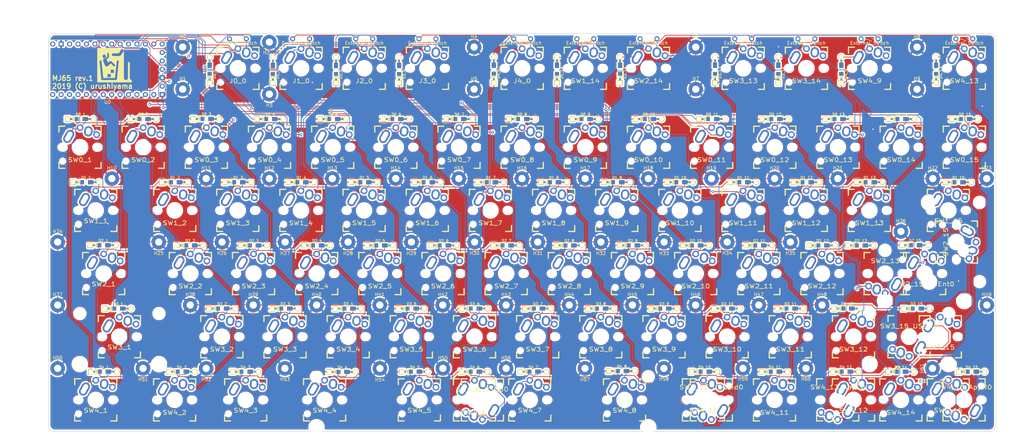
<source format=kicad_pcb>
(kicad_pcb (version 20171130) (host pcbnew "(5.0.1-3-g963ef8bb5)")
  (layers (0 F.Cu signal) (31 B.Cu signal) (34 B.Paste user) (35 F.Paste user) (36 B.SilkS user) (37 F.SilkS user) (38 B.Mask user) (39 F.Mask user) (44 Edge.Cuts user))
  (net 0 "")
  (net 1 /R0)
  (net 2 /R1)
  (net 3 /R2)
  (net 4 /R3)
  (net 5 /R4)
  (net 6 /C0)
  (net 7 /C1)
  (net 8 /C2)
  (net 9 /C3)
  (net 10 /C4)
  (net 11 /C5)
  (net 12 /C6)
  (net 13 /C7)
  (net 14 /C8)
  (net 15 /C9)
  (net 16 /C10)
  (net 17 /C11)
  (net 18 /C12)
  (net 19 /C13)
  (net 20 /C14)
  (net 21 /C15)
  (net 22 "Net-(U0-Pad24)")
  (net 23 "Net-(U0-Pad31)")
  (net 24 GND)
  (net 25 "Net-(U0-Pad33)")
  (net 26 "Net-(U0-Pad15)")
  (net 27 "Net-(U0-Pad11)")
  (net 28 "Net-(U0-Pad4)")
  (net 29 "Net-(U0-Pad3)")
  (net 30 "Net-(U0-Pad2)")
  (net 31 "Net-(U0-Pad1)")
  (net 32 "Net-(D0_0-Pad2)")
  (net 33 "Net-(D0_1-Pad2)")
  (net 34 "Net-(D0_2-Pad2)")
  (net 35 "Net-(D0_3-Pad2)")
  (net 36 "Net-(D0_4-Pad2)")
  (net 37 "Net-(D0_5-Pad2)")
  (net 38 "Net-(D0_6-Pad2)")
  (net 39 "Net-(D0_7-Pad2)")
  (net 40 "Net-(D0_8-Pad2)")
  (net 41 "Net-(D0_9-Pad2)")
  (net 42 "Net-(D0_10-Pad2)")
  (net 43 "Net-(D0_11-Pad2)")
  (net 44 "Net-(D0_12-Pad2)")
  (net 45 "Net-(D0_13-Pad2)")
  (net 46 "Net-(D0_14-Pad2)")
  (net 47 "Net-(D0_15-Pad2)")
  (net 48 "Net-(D1_0-Pad2)")
  (net 49 "Net-(D1_1-Pad2)")
  (net 50 "Net-(D1_2-Pad2)")
  (net 51 "Net-(D1_3-Pad2)")
  (net 52 "Net-(D1_4-Pad2)")
  (net 53 "Net-(D1_5-Pad2)")
  (net 54 "Net-(D1_6-Pad2)")
  (net 55 "Net-(D1_7-Pad2)")
  (net 56 "Net-(D1_8-Pad2)")
  (net 57 "Net-(D1_9-Pad2)")
  (net 58 "Net-(D1_10-Pad2)")
  (net 59 "Net-(D1_11-Pad2)")
  (net 60 "Net-(D1_12-Pad2)")
  (net 61 "Net-(D1_13-Pad2)")
  (net 62 "Net-(D1_14-Pad2)")
  (net 63 "Net-(D1_15-Pad2)")
  (net 64 "Net-(D2_0-Pad2)")
  (net 65 "Net-(D2_1-Pad2)")
  (net 66 "Net-(D2_2-Pad2)")
  (net 67 "Net-(D2_3-Pad2)")
  (net 68 "Net-(D2_4-Pad2)")
  (net 69 "Net-(D2_5-Pad2)")
  (net 70 "Net-(D2_6-Pad2)")
  (net 71 "Net-(D2_7-Pad2)")
  (net 72 "Net-(D2_8-Pad2)")
  (net 73 "Net-(D2_9-Pad2)")
  (net 74 "Net-(D2_10-Pad2)")
  (net 75 "Net-(D2_11-Pad2)")
  (net 76 "Net-(D2_12-Pad2)")
  (net 77 "Net-(D2_13-Pad2)")
  (net 78 "Net-(D2_14-Pad2)")
  (net 79 "Net-(D2_15-Pad2)")
  (net 80 "Net-(D3_0-Pad2)")
  (net 81 "Net-(D3_1-Pad2)")
  (net 82 "Net-(D3_2-Pad2)")
  (net 83 "Net-(D3_3-Pad2)")
  (net 84 "Net-(D3_4-Pad2)")
  (net 85 "Net-(D3_5-Pad2)")
  (net 86 "Net-(D3_6-Pad2)")
  (net 87 "Net-(D3_7-Pad2)")
  (net 88 "Net-(D3_8-Pad2)")
  (net 89 "Net-(D3_9-Pad2)")
  (net 90 "Net-(D3_10-Pad2)")
  (net 91 "Net-(D3_11-Pad2)")
  (net 92 "Net-(D3_12-Pad2)")
  (net 93 "Net-(D3_13-Pad2)")
  (net 94 "Net-(D3_14-Pad2)")
  (net 95 "Net-(D3_15-Pad2)")
  (net 96 "Net-(D4_0-Pad2)")
  (net 97 "Net-(D4_1-Pad2)")
  (net 98 "Net-(D4_2-Pad2)")
  (net 99 "Net-(D4_3-Pad2)")
  (net 100 "Net-(D4_4-Pad2)")
  (net 101 "Net-(D4_5-Pad2)")
  (net 102 "Net-(D4_6-Pad2)")
  (net 103 "Net-(D4_7-Pad2)")
  (net 104 "Net-(D4_8-Pad2)")
  (net 105 "Net-(D4_9-Pad2)")
  (net 106 "Net-(D4_10-Pad2)")
  (net 107 "Net-(D4_11-Pad2)")
  (net 108 "Net-(D4_12-Pad2)")
  (net 109 "Net-(D4_13-Pad2)")
  (net 110 "Net-(D4_14-Pad2)")
  (net 111 "Net-(D4_15-Pad2)")
  (module MountingHole:MountingHole_2.2mm_M2_Pad (layer F.Cu) (at 40.45 4.1)
    (fp_text reference H0 (at 0 -3.2) (layer F.SilkS))
    (fp_text value MountingHole_2.2mm_M2_Pad)
    (pad "" thru_hole circle (at 0 0) (size 4.4 4.4) (drill 2.2) (layers *.Cu *.Mask) (net 24 GND))
  )
  (module MountingHole:MountingHole_2.2mm_M2_Pad (layer F.Cu) (at 261.95 4.1)
    (fp_text reference H8 (at 0 -3.2) (layer F.SilkS))
    (fp_text value MountingHole_2.2mm_M2_Pad)
    (pad "" thru_hole circle (at 0 0) (size 4.4 4.4) (drill 2.2) (layers *.Cu *.Mask) (net 24 GND))
  )
  (module MountingHole:MountingHole_2.2mm_M2_Pad (layer F.Cu) (at 261.95 16.8)
    (fp_text reference H9 (at 0 -3.2) (layer F.SilkS))
    (fp_text value MountingHole_2.2mm_M2_Pad)
    (pad "" thru_hole circle (at 0 0) (size 4.4 4.4) (drill 2.2) (layers *.Cu *.Mask) (net 24 GND))
  )
  (module MountingHole:MountingHole_2.2mm_M2_Pad (layer F.Cu) (at 195.2 16.8)
    (fp_text reference H7 (at 0 -3.2) (layer F.SilkS))
    (fp_text value MountingHole_2.2mm_M2_Pad)
    (pad "" thru_hole circle (at 0 0) (size 4.4 4.4) (drill 2.2) (layers *.Cu *.Mask) (net 24 GND))
  )
  (module MountingHole:MountingHole_2.2mm_M2_Pad (layer F.Cu) (at 195.2 4.1)
    (fp_text reference H6 (at 0 -3.2) (layer F.SilkS))
    (fp_text value MountingHole_2.2mm_M2_Pad)
    (pad "" thru_hole circle (at 0 0) (size 4.4 4.4) (drill 2.2) (layers *.Cu *.Mask) (net 24 GND))
  )
  (module Ada32u4:Ada32u4 (layer F.Cu) (at 17.78 10.8 90)
    (fp_text reference U0 (at -9.9 0.02) (layer F.SilkS))
    (fp_text value Ada32u4)
    (pad 26 thru_hole circle (at 7.62 1.27) (size 1.524 1.524) (drill 0.85) (layers *.Cu *.Mask) (net 17 /C11))
    (pad 25 thru_hole circle (at 7.62 3.81) (size 1.524 1.524) (drill 0.85) (layers *.Cu *.Mask) (net 16 /C10))
    (pad 24 thru_hole circle (at 7.62 6.35) (size 1.524 1.524) (drill 0.85) (layers *.Cu *.Mask) (net 22 "Net-(U0-Pad24)"))
    (pad 23 thru_hole circle (at 7.62 8.89) (size 1.524 1.524) (drill 0.85) (layers *.Cu *.Mask) (net 15 /C9))
    (pad 22 thru_hole circle (at 7.62 11.43) (size 1.524 1.524) (drill 0.85) (layers *.Cu *.Mask) (net 14 /C8))
    (pad 21 thru_hole circle (at 7.62 13.97) (size 1.524 1.524) (drill 0.85) (layers *.Cu *.Mask) (net 13 /C7))
    (pad 20 thru_hole circle (at 7.62 16.51) (size 1.524 1.524) (drill 0.85) (layers *.Cu *.Mask) (net 12 /C6))
    (pad 27 thru_hole circle (at 7.62 -1.27) (size 1.524 1.524) (drill 0.85) (layers *.Cu *.Mask) (net 18 /C12))
    (pad 28 thru_hole circle (at 7.62 -3.81) (size 1.524 1.524) (drill 0.85) (layers *.Cu *.Mask) (net 19 /C13))
    (pad 29 thru_hole circle (at 7.62 -6.35) (size 1.524 1.524) (drill 0.85) (layers *.Cu *.Mask) (net 20 /C14))
    (pad 30 thru_hole circle (at 7.62 -8.89) (size 1.524 1.524) (drill 0.85) (layers *.Cu *.Mask) (net 21 /C15))
    (pad 31 thru_hole circle (at 7.62 -11.43) (size 1.524 1.524) (drill 0.85) (layers *.Cu *.Mask) (net 23 "Net-(U0-Pad31)"))
    (pad 32 thru_hole rect (at 7.62 -13.97) (size 1.524 1.524) (drill 0.85) (layers *.Cu *.Mask) (net 24 GND))
    (pad 33 thru_hole circle (at 7.62 -16.51) (size 1.524 1.524) (drill 0.85) (layers *.Cu *.Mask) (net 25 "Net-(U0-Pad33)"))
    (pad 19 thru_hole circle (at 5.08 16.51) (size 1.524 1.524) (drill 0.85) (layers *.Cu *.Mask) (net 11 /C5))
    (pad 18 thru_hole circle (at 2.54 16.51) (size 1.524 1.524) (drill 0.85) (layers *.Cu *.Mask) (net 10 /C4))
    (pad 17 thru_hole circle (at 0 16.51) (size 1.524 1.524) (drill 0.85) (layers *.Cu *.Mask) (net 9 /C3))
    (pad 16 thru_hole rect (at -2.54 16.51) (size 1.524 1.524) (drill 0.85) (layers *.Cu *.Mask) (net 24 GND))
    (pad 15 thru_hole circle (at -5.08 16.51) (size 1.524 1.524) (drill 0.85) (layers *.Cu *.Mask) (net 26 "Net-(U0-Pad15)"))
    (pad 14 thru_hole rect (at -7.62 16.51) (size 1.524 1.524) (drill 0.85) (layers *.Cu *.Mask) (net 24 GND))
    (pad 13 thru_hole circle (at -7.62 13.97) (size 1.524 1.524) (drill 0.85) (layers *.Cu *.Mask) (net 8 /C2))
    (pad 12 thru_hole circle (at -7.62 11.43) (size 1.524 1.524) (drill 0.85) (layers *.Cu *.Mask) (net 7 /C1))
    (pad 11 thru_hole circle (at -7.62 8.89) (size 1.524 1.524) (drill 0.85) (layers *.Cu *.Mask) (net 27 "Net-(U0-Pad11)"))
    (pad 10 thru_hole circle (at -7.62 6.35) (size 1.524 1.524) (drill 0.85) (layers *.Cu *.Mask) (net 6 /C0))
    (pad 9 thru_hole circle (at -7.62 3.81) (size 1.524 1.524) (drill 0.85) (layers *.Cu *.Mask) (net 1 /R0))
    (pad 8 thru_hole circle (at -7.62 1.27) (size 1.524 1.524) (drill 0.85) (layers *.Cu *.Mask) (net 2 /R1))
    (pad 7 thru_hole circle (at -7.62 -1.27) (size 1.524 1.524) (drill 0.85) (layers *.Cu *.Mask) (net 3 /R2))
    (pad 6 thru_hole circle (at -7.62 -3.81) (size 1.524 1.524) (drill 0.85) (layers *.Cu *.Mask) (net 4 /R3))
    (pad 5 thru_hole circle (at -7.62 -6.35) (size 1.524 1.524) (drill 0.85) (layers *.Cu *.Mask) (net 5 /R4))
    (pad 4 thru_hole circle (at -7.62 -8.89) (size 1.524 1.524) (drill 0.85) (layers *.Cu *.Mask) (net 28 "Net-(U0-Pad4)"))
    (pad 3 thru_hole circle (at -7.62 -11.43) (size 1.524 1.524) (drill 0.85) (layers *.Cu *.Mask) (net 29 "Net-(U0-Pad3)"))
    (pad 2 thru_hole circle (at -7.62 -13.97) (size 1.524 1.524) (drill 0.85) (layers *.Cu *.Mask) (net 30 "Net-(U0-Pad2)"))
    (pad 1 thru_hole circle (at -7.62 -16.51) (size 1.524 1.524) (drill 0.85) (layers *.Cu *.Mask) (net 31 "Net-(U0-Pad1)"))
  )
  (module logo:logo10x10 (layer F.Cu) (at 19.9 9.55)
    (fp_text reference G*** hide)
    (fp_text value LOGO hide)
  )
  (module MountingHole:MountingHole_2.2mm_M2_Pad (layer F.Cu) (at 266.6 101 90)
    (fp_text reference H61 (at 0 -3.2 90) (layer F.SilkS))
    (fp_text value MountingHole_2.2mm_M2_Pad)
    (pad "" thru_hole circle (at 0 0 90) (size 4.4 4.4) (drill 2.2) (layers *.Cu *.Mask) (net 24 GND))
  )
  (module MountingHole:MountingHole_2.2mm_M2_Pad (layer F.Cu) (at 28.5 101)
    (fp_text reference H51 (at 0.025 3.35) (layer F.SilkS))
    (fp_text value MountingHole_2.2mm_M2_Pad)
    (pad "" thru_hole circle (at 0 0) (size 4.4 4.4) (drill 2.2) (layers *.Cu *.Mask) (net 24 GND))
  )
  (module MountingHole:MountingHole_2.2mm_M2_Pad (layer F.Cu) (at 19.1 43.75)
    (fp_text reference H10 (at 0 -3.2) (layer F.SilkS))
    (fp_text value MountingHole_2.2mm_M2_Pad)
    (pad "" thru_hole circle (at 0 0) (size 4.4 4.4) (drill 2.2) (layers *.Cu *.Mask) (net 24 GND))
  )
  (module MountingHole:MountingHole_2.2mm_M2_Pad (layer F.Cu) (at 266.7 43.75)
    (fp_text reference H22 (at 0 -3.2) (layer F.SilkS))
    (fp_text value MountingHole_2.2mm_M2_Pad)
    (pad "" thru_hole circle (at 0 0) (size 4.4 4.4) (drill 2.2) (layers *.Cu *.Mask) (net 24 GND))
  )
  (module MountingHole:MountingHole_2.2mm_M2_Pad (layer F.Cu) (at 85.6 43.75)
    (fp_text reference H13 (at 0 -3.2) (layer F.SilkS))
    (fp_text value MountingHole_2.2mm_M2_Pad)
    (pad "" thru_hole circle (at 0 0) (size 4.4 4.4) (drill 2.2) (layers *.Cu *.Mask) (net 24 GND))
  )
  (module MountingHole:MountingHole_2.2mm_M2_Pad (layer F.Cu) (at 199.95 43.75)
    (fp_text reference H19 (at 0 -3.2) (layer F.SilkS))
    (fp_text value MountingHole_2.2mm_M2_Pad)
    (pad "" thru_hole circle (at 0 0) (size 4.4 4.4) (drill 2.2) (layers *.Cu *.Mask) (net 24 GND))
  )
  (module MountingHole:MountingHole_2.2mm_M2_Pad (layer F.Cu) (at 142.8 43.75)
    (fp_text reference H16 (at 0 -3.2) (layer F.SilkS))
    (fp_text value MountingHole_2.2mm_M2_Pad)
    (pad "" thru_hole circle (at 0 0) (size 4.4 4.4) (drill 2.2) (layers *.Cu *.Mask) (net 24 GND))
  )
  (module MountingHole:MountingHole_2.2mm_M2_Pad (layer F.Cu) (at 52.35 62.9)
    (fp_text reference H26 (at -0.05 3.35) (layer F.SilkS))
    (fp_text value MountingHole_2.2mm_M2_Pad)
    (pad "" thru_hole circle (at 0 0) (size 4.4 4.4) (drill 2.2) (layers *.Cu *.Mask) (net 24 GND))
  )
  (module MountingHole:MountingHole_2.2mm_M2_Pad (layer F.Cu) (at 161.8 101)
    (fp_text reference H57 (at 0 3.4) (layer F.SilkS))
    (fp_text value MountingHole_2.2mm_M2_Pad)
    (pad "" thru_hole circle (at 0 0) (size 4.4 4.4) (drill 2.2) (layers *.Cu *.Mask) (net 24 GND))
  )
  (module MountingHole:MountingHole_2.2mm_M2_Pad (layer F.Cu) (at 71.3 101)
    (fp_text reference H53 (at 0.05 3.3) (layer F.SilkS))
    (fp_text value MountingHole_2.2mm_M2_Pad)
    (pad "" thru_hole circle (at 0 0) (size 4.4 4.4) (drill 2.2) (layers *.Cu *.Mask) (net 24 GND))
  )
  (module MountingHole:MountingHole_2.2mm_M2_Pad (layer F.Cu) (at 128.5 62.9)
    (fp_text reference H30 (at 0 3.35) (layer F.SilkS))
    (fp_text value MountingHole_2.2mm_M2_Pad)
    (pad "" thru_hole circle (at 0 0) (size 4.4 4.4) (drill 2.2) (layers *.Cu *.Mask) (net 24 GND))
  )
  (module MountingHole:MountingHole_2.2mm_M2_Pad (layer F.Cu) (at 99.95 101)
    (fp_text reference H54 (at 0 3.425) (layer F.SilkS))
    (fp_text value MountingHole_2.2mm_M2_Pad)
    (pad "" thru_hole circle (at 0 0) (size 4.4 4.4) (drill 2.2) (layers *.Cu *.Mask) (net 24 GND))
  )
  (module MountingHole:MountingHole_2.2mm_M2_Pad (layer F.Cu) (at 228.45 101 180)
    (fp_text reference H60 (at 0 -3.2 180) (layer F.SilkS))
    (fp_text value MountingHole_2.2mm_M2_Pad)
    (pad "" thru_hole circle (at 0 0 180) (size 4.4 4.4) (drill 2.2) (layers *.Cu *.Mask) (net 24 GND))
  )
  (module MountingHole:MountingHole_2.2mm_M2_Pad (layer F.Cu) (at 166.6 62.9)
    (fp_text reference H32 (at 0 3.4) (layer F.SilkS))
    (fp_text value MountingHole_2.2mm_M2_Pad)
    (pad "" thru_hole circle (at 0 0) (size 4.4 4.4) (drill 2.2) (layers *.Cu *.Mask) (net 24 GND))
  )
  (module MountingHole:MountingHole_2.2mm_M2_Pad (layer F.Cu) (at 233.3 81.9)
    (fp_text reference H48 (at 0 -3.2) (layer F.SilkS))
    (fp_text value MountingHole_2.2mm_M2_Pad)
    (pad "" thru_hole circle (at 0 0) (size 4.4 4.4) (drill 2.2) (layers *.Cu *.Mask) (net 24 GND))
  )
  (module MountingHole:MountingHole_2.2mm_M2_Pad (layer F.Cu) (at 282.95 81.9)
    (fp_text reference H49 (at 0 -3.2) (layer F.SilkS))
    (fp_text value MountingHole_2.2mm_M2_Pad)
    (pad "" thru_hole circle (at 0.05 0) (size 4.4 4.4) (drill 2.2) (layers *.Cu *.Mask) (net 24 GND))
  )
  (module MountingHole:MountingHole_2.2mm_M2_Pad (layer F.Cu) (at 2.75 81.9)
    (fp_text reference H37 (at 0 -3.2) (layer F.SilkS))
    (fp_text value MountingHole_2.2mm_M2_Pad)
    (pad "" thru_hole circle (at 0 0) (size 4.4 4.4) (drill 2.2) (layers *.Cu *.Mask) (net 24 GND))
  )
  (module MountingHole:MountingHole_2.2mm_M2_Pad (layer F.Cu) (at 66.6 2.6)
    (fp_text reference H2 (at -0.9 3.15) (layer F.SilkS))
    (fp_text value MountingHole_2.2mm_M2_Pad)
    (pad "" thru_hole circle (at 0 0) (size 4.4 4.4) (drill 2.2) (layers *.Cu *.Mask) (net 24 GND))
  )
  (module MountingHole:MountingHole_2.2mm_M2_Pad (layer F.Cu) (at 128.35 16.8)
    (fp_text reference H5 (at 0 -3.2) (layer F.SilkS))
    (fp_text value MountingHole_2.2mm_M2_Pad)
    (pad "" thru_hole circle (at 0 0) (size 4.4 4.4) (drill 2.2) (layers *.Cu *.Mask) (net 24 GND))
  )
  (module MountingHole:MountingHole_2.2mm_M2_Pad (layer F.Cu) (at 128.35 4.1)
    (fp_text reference H4 (at 0 -3.2) (layer F.SilkS))
    (fp_text value MountingHole_2.2mm_M2_Pad)
    (pad "" thru_hole circle (at 0 0) (size 4.4 4.4) (drill 2.2) (layers *.Cu *.Mask) (net 24 GND))
  )
  (module MountingHole:MountingHole_2.2mm_M2_Pad (layer F.Cu) (at 40.45 16.8)
    (fp_text reference H1 (at 0 -3.2) (layer F.SilkS))
    (fp_text value MountingHole_2.2mm_M2_Pad)
    (pad "" thru_hole circle (at 0 0) (size 4.4 4.4) (drill 2.2) (layers *.Cu *.Mask) (net 24 GND))
  )
  (module MountingHole:MountingHole_2.2mm_M2_Pad (layer F.Cu) (at 42.75 81.9)
    (fp_text reference H38 (at 0 -3.2) (layer F.SilkS))
    (fp_text value MountingHole_2.2mm_M2_Pad)
    (pad "" thru_hole circle (at 0 0) (size 4.4 4.4) (drill 2.2) (layers *.Cu *.Mask) (net 24 GND))
  )
  (module MountingHole:MountingHole_2.2mm_M2_Pad (layer F.Cu) (at 185.6 101 180)
    (fp_text reference H58 (at 0 -3.2 180) (layer F.SilkS))
    (fp_text value MountingHole_2.2mm_M2_Pad)
    (pad "" thru_hole circle (at 0 0 180) (size 4.4 4.4) (drill 2.2) (layers *.Cu *.Mask) (net 24 GND))
  )
  (module MountingHole:MountingHole_2.2mm_M2_Pad (layer F.Cu) (at 80.85 81.9)
    (fp_text reference H40 (at 0 -3.2) (layer F.SilkS))
    (fp_text value MountingHole_2.2mm_M2_Pad)
    (pad "" thru_hole circle (at 0 0) (size 4.4 4.4) (drill 2.2) (layers *.Cu *.Mask) (net 24 GND))
  )
  (module MountingHole:MountingHole_2.2mm_M2_Pad (layer F.Cu) (at 118.9 81.9)
    (fp_text reference H42 (at 0 -3.2) (layer F.SilkS))
    (fp_text value MountingHole_2.2mm_M2_Pad)
    (pad "" thru_hole circle (at 0 0) (size 4.4 4.4) (drill 2.2) (layers *.Cu *.Mask) (net 24 GND))
  )
  (module MountingHole:MountingHole_2.2mm_M2_Pad (layer F.Cu) (at 176.1 81.9)
    (fp_text reference H45 (at 0 -3.2) (layer F.SilkS))
    (fp_text value MountingHole_2.2mm_M2_Pad)
    (pad "" thru_hole circle (at 0 0) (size 4.4 4.4) (drill 2.2) (layers *.Cu *.Mask) (net 24 GND))
  )
  (module MountingHole:MountingHole_2.2mm_M2_Pad (layer F.Cu) (at 195.15 81.9)
    (fp_text reference H46 (at 0 -3.2) (layer F.SilkS))
    (fp_text value MountingHole_2.2mm_M2_Pad)
    (pad "" thru_hole circle (at 0 0) (size 4.4 4.4) (drill 2.2) (layers *.Cu *.Mask) (net 24 GND))
  )
  (module MountingHole:MountingHole_2.2mm_M2_Pad (layer F.Cu) (at 209.45 101 180)
    (fp_text reference H59 (at 0 -3.2 180) (layer F.SilkS))
    (fp_text value MountingHole_2.2mm_M2_Pad)
    (pad "" thru_hole circle (at 0 0 180) (size 4.4 4.4) (drill 2.2) (layers *.Cu *.Mask) (net 24 GND))
  )
  (module MountingHole:MountingHole_2.2mm_M2_Pad (layer F.Cu) (at 138 81.9)
    (fp_text reference H43 (at 0 -3.2) (layer F.SilkS))
    (fp_text value MountingHole_2.2mm_M2_Pad)
    (pad "" thru_hole circle (at 0 0) (size 4.4 4.4) (drill 2.2) (layers *.Cu *.Mask) (net 24 GND))
  )
  (module MountingHole:MountingHole_2.2mm_M2_Pad (layer F.Cu) (at 157.05 81.9)
    (fp_text reference H44 (at 0 -3.2) (layer F.SilkS))
    (fp_text value MountingHole_2.2mm_M2_Pad)
    (pad "" thru_hole circle (at 0 0) (size 4.4 4.4) (drill 2.2) (layers *.Cu *.Mask) (net 24 GND))
  )
  (module MountingHole:MountingHole_2.2mm_M2_Pad (layer F.Cu) (at 118.95 101)
    (fp_text reference H55 (at 0 -3.2) (layer F.SilkS))
    (fp_text value MountingHole_2.2mm_M2_Pad)
    (pad "" thru_hole circle (at 0 0) (size 4.4 4.4) (drill 2.2) (layers *.Cu *.Mask) (net 24 GND))
  )
  (module MountingHole:MountingHole_2.2mm_M2_Pad (layer F.Cu) (at 138 101)
    (fp_text reference H56 (at 0 -3.2) (layer F.SilkS))
    (fp_text value MountingHole_2.2mm_M2_Pad)
    (pad "" thru_hole circle (at 0 0) (size 4.4 4.4) (drill 2.2) (layers *.Cu *.Mask) (net 24 GND))
  )
  (module MountingHole:MountingHole_2.2mm_M2_Pad (layer F.Cu) (at 47.55 101)
    (fp_text reference H52 (at 0.025 3.3) (layer F.SilkS))
    (fp_text value MountingHole_2.2mm_M2_Pad)
    (pad "" thru_hole circle (at 0 0) (size 4.4 4.4) (drill 2.2) (layers *.Cu *.Mask) (net 24 GND))
  )
  (module MountingHole:MountingHole_2.2mm_M2_Pad (layer F.Cu) (at 61.75 81.9)
    (fp_text reference H39 (at 0 -3.2) (layer F.SilkS))
    (fp_text value MountingHole_2.2mm_M2_Pad)
    (pad "" thru_hole circle (at 0 0) (size 4.4 4.4) (drill 2.2) (layers *.Cu *.Mask) (net 24 GND))
  )
  (module MountingHole:MountingHole_2.2mm_M2_Pad (layer F.Cu) (at 99.9 81.9)
    (fp_text reference H41 (at 0 -3.2) (layer F.SilkS))
    (fp_text value MountingHole_2.2mm_M2_Pad)
    (pad "" thru_hole circle (at 0 0) (size 4.4 4.4) (drill 2.2) (layers *.Cu *.Mask) (net 24 GND))
  )
  (module MountingHole:MountingHole_2.2mm_M2_Pad (layer F.Cu) (at 214.2 81.9)
    (fp_text reference H47 (at 0 -3.2) (layer F.SilkS))
    (fp_text value MountingHole_2.2mm_M2_Pad)
    (pad "" thru_hole circle (at 0 0) (size 4.4 4.4) (drill 2.2) (layers *.Cu *.Mask) (net 24 GND))
  )
  (module MountingHole:MountingHole_2.2mm_M2_Pad (layer F.Cu) (at 223.75 62.9)
    (fp_text reference H35 (at 0 3.35) (layer F.SilkS))
    (fp_text value MountingHole_2.2mm_M2_Pad)
    (pad "" thru_hole circle (at 0 0) (size 4.4 4.4) (drill 2.2) (layers *.Cu *.Mask) (net 24 GND))
  )
  (module MountingHole:MountingHole_2.2mm_M2_Pad (layer F.Cu) (at 257.1 59.7)
    (fp_text reference H36 (at 0 -3.2) (layer F.SilkS))
    (fp_text value MountingHole_2.2mm_M2_Pad)
    (pad "" thru_hole circle (at 0 0) (size 4.4 4.4) (drill 2.2) (layers *.Cu *.Mask) (net 24 GND))
  )
  (module MountingHole:MountingHole_2.2mm_M2_Pad (layer F.Cu) (at 204.7 62.9)
    (fp_text reference H34 (at 0 3.35) (layer F.SilkS))
    (fp_text value MountingHole_2.2mm_M2_Pad)
    (pad "" thru_hole circle (at 0 0) (size 4.4 4.4) (drill 2.2) (layers *.Cu *.Mask) (net 24 GND))
  )
  (module MountingHole:MountingHole_2.2mm_M2_Pad (layer F.Cu) (at 185.65 62.9)
    (fp_text reference H33 (at 0 3.425) (layer F.SilkS))
    (fp_text value MountingHole_2.2mm_M2_Pad)
    (pad "" thru_hole circle (at 0 0) (size 4.4 4.4) (drill 2.2) (layers *.Cu *.Mask) (net 24 GND))
  )
  (module MountingHole:MountingHole_2.2mm_M2_Pad (layer F.Cu) (at 147.55 62.9)
    (fp_text reference H31 (at 0.05 3.4) (layer F.SilkS))
    (fp_text value MountingHole_2.2mm_M2_Pad)
    (pad "" thru_hole circle (at 0 0) (size 4.4 4.4) (drill 2.2) (layers *.Cu *.Mask) (net 24 GND))
  )
  (module MountingHole:MountingHole_2.2mm_M2_Pad (layer F.Cu) (at 109.45 62.9)
    (fp_text reference H29 (at 0 3.4) (layer F.SilkS))
    (fp_text value MountingHole_2.2mm_M2_Pad)
    (pad "" thru_hole circle (at 0 0) (size 4.4 4.4) (drill 2.2) (layers *.Cu *.Mask) (net 24 GND))
  )
  (module MountingHole:MountingHole_2.2mm_M2_Pad (layer F.Cu) (at 90.35 62.9)
    (fp_text reference H28 (at 0 3.4) (layer F.SilkS))
    (fp_text value MountingHole_2.2mm_M2_Pad)
    (pad "" thru_hole circle (at 0 0) (size 4.4 4.4) (drill 2.2) (layers *.Cu *.Mask) (net 24 GND))
  )
  (module MountingHole:MountingHole_2.2mm_M2_Pad (layer F.Cu) (at 71.35 62.9)
    (fp_text reference H27 (at 0 3.4) (layer F.SilkS))
    (fp_text value MountingHole_2.2mm_M2_Pad)
    (pad "" thru_hole circle (at 0 0) (size 4.4 4.4) (drill 2.2) (layers *.Cu *.Mask) (net 24 GND))
  )
  (module MountingHole:MountingHole_2.2mm_M2_Pad (layer F.Cu) (at 33.25 62.9)
    (fp_text reference H25 (at 0 3.35) (layer F.SilkS))
    (fp_text value MountingHole_2.2mm_M2_Pad)
    (pad "" thru_hole circle (at 0 0) (size 4.4 4.4) (drill 2.2) (layers *.Cu *.Mask) (net 24 GND))
  )
  (module MountingHole:MountingHole_2.2mm_M2_Pad (layer F.Cu) (at 2.75 62.9)
    (fp_text reference H24 (at 0 -3.2) (layer F.SilkS))
    (fp_text value MountingHole_2.2mm_M2_Pad)
    (pad "" thru_hole circle (at 0 0) (size 4.4 4.4) (drill 2.2) (layers *.Cu *.Mask) (net 24 GND))
  )
  (module MountingHole:MountingHole_2.2mm_M2_Pad (layer F.Cu) (at 2.75 101)
    (fp_text reference H50 (at 0 -3.2) (layer F.SilkS))
    (fp_text value MountingHole_2.2mm_M2_Pad)
    (pad "" thru_hole circle (at 0 0) (size 4.4 4.4) (drill 2.2) (layers *.Cu *.Mask) (net 24 GND))
  )
  (module MountingHole:MountingHole_2.2mm_M2_Pad (layer F.Cu) (at 47.55 43.75)
    (fp_text reference H11 (at 0 -3.2) (layer F.SilkS))
    (fp_text value MountingHole_2.2mm_M2_Pad)
    (pad "" thru_hole circle (at 0 0) (size 4.4 4.4) (drill 2.2) (layers *.Cu *.Mask) (net 24 GND))
  )
  (module MountingHole:MountingHole_2.2mm_M2_Pad (layer F.Cu) (at 66.6 43.75)
    (fp_text reference H12 (at 0 -3.2) (layer F.SilkS))
    (fp_text value MountingHole_2.2mm_M2_Pad)
    (pad "" thru_hole circle (at 0 0) (size 4.4 4.4) (drill 2.2) (layers *.Cu *.Mask) (net 24 GND))
  )
  (module MountingHole:MountingHole_2.2mm_M2_Pad (layer F.Cu) (at 104.7 43.75)
    (fp_text reference H14 (at 0 -3.2) (layer F.SilkS))
    (fp_text value MountingHole_2.2mm_M2_Pad)
    (pad "" thru_hole circle (at 0 0) (size 4.4 4.4) (drill 2.2) (layers *.Cu *.Mask) (net 24 GND))
  )
  (module MountingHole:MountingHole_2.2mm_M2_Pad (layer F.Cu) (at 123.75 43.75)
    (fp_text reference H15 (at 0 -3.2) (layer F.SilkS))
    (fp_text value MountingHole_2.2mm_M2_Pad)
    (pad "" thru_hole circle (at 0 0) (size 4.4 4.4) (drill 2.2) (layers *.Cu *.Mask) (net 24 GND))
  )
  (module MountingHole:MountingHole_2.2mm_M2_Pad (layer F.Cu) (at 161.85 43.75)
    (fp_text reference H17 (at 0 -3.2) (layer F.SilkS))
    (fp_text value MountingHole_2.2mm_M2_Pad)
    (pad "" thru_hole circle (at 0 0) (size 4.4 4.4) (drill 2.2) (layers *.Cu *.Mask) (net 24 GND))
  )
  (module MountingHole:MountingHole_2.2mm_M2_Pad (layer F.Cu) (at 180.9 43.75)
    (fp_text reference H18 (at 0 -3.2) (layer F.SilkS))
    (fp_text value MountingHole_2.2mm_M2_Pad)
    (pad "" thru_hole circle (at 0 0) (size 4.4 4.4) (drill 2.2) (layers *.Cu *.Mask) (net 24 GND))
  )
  (module MountingHole:MountingHole_2.2mm_M2_Pad (layer F.Cu) (at 219 43.75)
    (fp_text reference H20 (at 0 -3.2) (layer F.SilkS))
    (fp_text value MountingHole_2.2mm_M2_Pad)
    (pad "" thru_hole circle (at 0 0) (size 4.4 4.4) (drill 2.2) (layers *.Cu *.Mask) (net 24 GND))
  )
  (module MountingHole:MountingHole_2.2mm_M2_Pad (layer F.Cu) (at 238.05 43.75)
    (fp_text reference H21 (at 0 -3.2) (layer F.SilkS))
    (fp_text value MountingHole_2.2mm_M2_Pad)
    (pad "" thru_hole circle (at 0 0) (size 4.4 4.4) (drill 2.2) (layers *.Cu *.Mask) (net 24 GND))
  )
  (module MountingHole:MountingHole_2.2mm_M2_Pad (layer F.Cu) (at 282.95 43.75)
    (fp_text reference H23 (at 0 -3.2) (layer F.SilkS))
    (fp_text value MountingHole_2.2mm_M2_Pad)
    (pad "" thru_hole circle (at 0 0) (size 4.4 4.4) (drill 2.2) (layers *.Cu *.Mask) (net 24 GND))
  )
  (module MountingHole:MountingHole_2.2mm_M2_Pad (layer F.Cu) (at 66.6 18.3)
    (fp_text reference H3 (at 0 3.35) (layer F.SilkS))
    (fp_text value MountingHole_2.2mm_M2_Pad)
    (pad "" thru_hole circle (at 0 0) (size 4.4 4.4) (drill 2.2) (layers *.Cu *.Mask) (net 24 GND))
  )
  (module "Keebio-Parts (fork):Diode-dual" (layer F.Cu) (at 48.6 11 270)
    (fp_text reference D0_0 (at 1.25 -1.45 270) (layer F.SilkS) (effects (font (size 0.8 0.8))))
    (fp_text value D hide)
    (pad 2 smd rect (at -2.5 0 270) (size 2.9 0.5) (layers B.Cu) (net 32 "Net-(D0_0-Pad2)"))
    (pad 2 smd rect (at -1.4 0 270) (size 1.6 1.2) (layers B.Cu B.Paste B.Mask) (net 32 "Net-(D0_0-Pad2)"))
    (pad 1 smd rect (at 1.4 0 270) (size 1.6 1.2) (layers B.Cu B.Paste B.Mask) (net 1 /R0))
    (pad 1 smd rect (at 2.5 0 270) (size 2.9 0.5) (layers B.Cu) (net 1 /R0))
    (pad 1 smd rect (at 1.4 0 270) (size 1.6 1.2) (layers F.Cu F.Paste F.Mask) (net 1 /R0))
    (pad 2 smd rect (at -1.4 0 270) (size 1.6 1.2) (layers F.Cu F.Paste F.Mask) (net 32 "Net-(D0_0-Pad2)"))
    (pad 2 thru_hole circle (at -3.9 0 270) (size 1.6 1.6) (drill 1) (layers *.Cu *.Mask F.SilkS) (net 32 "Net-(D0_0-Pad2)"))
    (pad 1 thru_hole rect (at 3.9 0 270) (size 1.6 1.6) (drill 1) (layers *.Cu *.Mask F.SilkS) (net 1 /R0))
    (pad 2 smd rect (at -2.5 0 270) (size 2.9 0.5) (layers F.Cu) (net 32 "Net-(D0_0-Pad2)"))
    (pad 1 smd rect (at 2.5 0 270) (size 2.9 0.5) (layers F.Cu) (net 1 /R0))
  )
  (module "Keebio-Parts (fork):Diode-dual" (layer F.Cu) (at 9.65 25.8 180)
    (fp_text reference D0_1 (at -0.0254 1.4 180) (layer F.SilkS) (effects (font (size 0.8 0.8))))
    (fp_text value DIODE hide)
    (pad 1 smd rect (at 2.5 0 180) (size 2.9 0.5) (layers F.Cu) (net 1 /R0))
    (pad 2 smd rect (at -2.5 0 180) (size 2.9 0.5) (layers F.Cu) (net 33 "Net-(D0_1-Pad2)"))
    (pad 1 thru_hole rect (at 3.9 0 180) (size 1.6 1.6) (drill 1) (layers *.Cu *.Mask F.SilkS) (net 1 /R0))
    (pad 2 thru_hole circle (at -3.9 0 180) (size 1.6 1.6) (drill 1) (layers *.Cu *.Mask F.SilkS) (net 33 "Net-(D0_1-Pad2)"))
    (pad 2 smd rect (at -1.4 0 180) (size 1.6 1.2) (layers F.Cu F.Paste F.Mask) (net 33 "Net-(D0_1-Pad2)"))
    (pad 1 smd rect (at 1.4 0 180) (size 1.6 1.2) (layers F.Cu F.Paste F.Mask) (net 1 /R0))
    (pad 1 smd rect (at 2.5 0 180) (size 2.9 0.5) (layers B.Cu) (net 1 /R0))
    (pad 1 smd rect (at 1.4 0 180) (size 1.6 1.2) (layers B.Cu B.Paste B.Mask) (net 1 /R0))
    (pad 2 smd rect (at -1.4 0 180) (size 1.6 1.2) (layers B.Cu B.Paste B.Mask) (net 33 "Net-(D0_1-Pad2)"))
    (pad 2 smd rect (at -2.5 0 180) (size 2.9 0.5) (layers B.Cu) (net 33 "Net-(D0_1-Pad2)"))
  )
  (module "Keebio-Parts (fork):Diode-dual" (layer F.Cu) (at 28.6 25.8 180)
    (fp_text reference D0_2 (at -0.0254 1.4 180) (layer F.SilkS) (effects (font (size 0.8 0.8))))
    (fp_text value DIODE hide)
    (pad 2 smd rect (at -2.5 0 180) (size 2.9 0.5) (layers B.Cu) (net 34 "Net-(D0_2-Pad2)"))
    (pad 2 smd rect (at -1.4 0 180) (size 1.6 1.2) (layers B.Cu B.Paste B.Mask) (net 34 "Net-(D0_2-Pad2)"))
    (pad 1 smd rect (at 1.4 0 180) (size 1.6 1.2) (layers B.Cu B.Paste B.Mask) (net 1 /R0))
    (pad 1 smd rect (at 2.5 0 180) (size 2.9 0.5) (layers B.Cu) (net 1 /R0))
    (pad 1 smd rect (at 1.4 0 180) (size 1.6 1.2) (layers F.Cu F.Paste F.Mask) (net 1 /R0))
    (pad 2 smd rect (at -1.4 0 180) (size 1.6 1.2) (layers F.Cu F.Paste F.Mask) (net 34 "Net-(D0_2-Pad2)"))
    (pad 2 thru_hole circle (at -3.9 0 180) (size 1.6 1.6) (drill 1) (layers *.Cu *.Mask F.SilkS) (net 34 "Net-(D0_2-Pad2)"))
    (pad 1 thru_hole rect (at 3.9 0 180) (size 1.6 1.6) (drill 1) (layers *.Cu *.Mask F.SilkS) (net 1 /R0))
    (pad 2 smd rect (at -2.5 0 180) (size 2.9 0.5) (layers F.Cu) (net 34 "Net-(D0_2-Pad2)"))
    (pad 1 smd rect (at 2.5 0 180) (size 2.9 0.5) (layers F.Cu) (net 1 /R0))
  )
  (module "Keebio-Parts (fork):Diode-dual" (layer F.Cu) (at 47.6 25.75 180)
    (fp_text reference D0_3 (at -0.0254 1.4 180) (layer F.SilkS) (effects (font (size 0.8 0.8))))
    (fp_text value DIODE hide)
    (pad 1 smd rect (at 2.5 0 180) (size 2.9 0.5) (layers F.Cu) (net 1 /R0))
    (pad 2 smd rect (at -2.5 0 180) (size 2.9 0.5) (layers F.Cu) (net 35 "Net-(D0_3-Pad2)"))
    (pad 1 thru_hole rect (at 3.9 0 180) (size 1.6 1.6) (drill 1) (layers *.Cu *.Mask F.SilkS) (net 1 /R0))
    (pad 2 thru_hole circle (at -3.9 0 180) (size 1.6 1.6) (drill 1) (layers *.Cu *.Mask F.SilkS) (net 35 "Net-(D0_3-Pad2)"))
    (pad 2 smd rect (at -1.4 0 180) (size 1.6 1.2) (layers F.Cu F.Paste F.Mask) (net 35 "Net-(D0_3-Pad2)"))
    (pad 1 smd rect (at 1.4 0 180) (size 1.6 1.2) (layers F.Cu F.Paste F.Mask) (net 1 /R0))
    (pad 1 smd rect (at 2.5 0 180) (size 2.9 0.5) (layers B.Cu) (net 1 /R0))
    (pad 1 smd rect (at 1.4 0 180) (size 1.6 1.2) (layers B.Cu B.Paste B.Mask) (net 1 /R0))
    (pad 2 smd rect (at -1.4 0 180) (size 1.6 1.2) (layers B.Cu B.Paste B.Mask) (net 35 "Net-(D0_3-Pad2)"))
    (pad 2 smd rect (at -2.5 0 180) (size 2.9 0.5) (layers B.Cu) (net 35 "Net-(D0_3-Pad2)"))
  )
  (module "Keebio-Parts (fork):Diode-dual" (layer F.Cu) (at 66.8 25.8 180)
    (fp_text reference D0_4 (at -0.0254 1.4 180) (layer F.SilkS) (effects (font (size 0.8 0.8))))
    (fp_text value DIODE hide)
    (pad 2 smd rect (at -2.5 0 180) (size 2.9 0.5) (layers B.Cu) (net 36 "Net-(D0_4-Pad2)"))
    (pad 2 smd rect (at -1.4 0 180) (size 1.6 1.2) (layers B.Cu B.Paste B.Mask) (net 36 "Net-(D0_4-Pad2)"))
    (pad 1 smd rect (at 1.4 0 180) (size 1.6 1.2) (layers B.Cu B.Paste B.Mask) (net 1 /R0))
    (pad 1 smd rect (at 2.5 0 180) (size 2.9 0.5) (layers B.Cu) (net 1 /R0))
    (pad 1 smd rect (at 1.4 0 180) (size 1.6 1.2) (layers F.Cu F.Paste F.Mask) (net 1 /R0))
    (pad 2 smd rect (at -1.4 0 180) (size 1.6 1.2) (layers F.Cu F.Paste F.Mask) (net 36 "Net-(D0_4-Pad2)"))
    (pad 2 thru_hole circle (at -3.9 0 180) (size 1.6 1.6) (drill 1) (layers *.Cu *.Mask F.SilkS) (net 36 "Net-(D0_4-Pad2)"))
    (pad 1 thru_hole rect (at 3.9 0 180) (size 1.6 1.6) (drill 1) (layers *.Cu *.Mask F.SilkS) (net 1 /R0))
    (pad 2 smd rect (at -2.5 0 180) (size 2.9 0.5) (layers F.Cu) (net 36 "Net-(D0_4-Pad2)"))
    (pad 1 smd rect (at 2.5 0 180) (size 2.9 0.5) (layers F.Cu) (net 1 /R0))
  )
  (module "Keebio-Parts (fork):Diode-dual" (layer F.Cu) (at 85.8 25.8 180)
    (fp_text reference D0_5 (at -0.0254 1.4 180) (layer F.SilkS) (effects (font (size 0.8 0.8))))
    (fp_text value DIODE hide)
    (pad 1 smd rect (at 2.5 0 180) (size 2.9 0.5) (layers F.Cu) (net 1 /R0))
    (pad 2 smd rect (at -2.5 0 180) (size 2.9 0.5) (layers F.Cu) (net 37 "Net-(D0_5-Pad2)"))
    (pad 1 thru_hole rect (at 3.9 0 180) (size 1.6 1.6) (drill 1) (layers *.Cu *.Mask F.SilkS) (net 1 /R0))
    (pad 2 thru_hole circle (at -3.9 0 180) (size 1.6 1.6) (drill 1) (layers *.Cu *.Mask F.SilkS) (net 37 "Net-(D0_5-Pad2)"))
    (pad 2 smd rect (at -1.4 0 180) (size 1.6 1.2) (layers F.Cu F.Paste F.Mask) (net 37 "Net-(D0_5-Pad2)"))
    (pad 1 smd rect (at 1.4 0 180) (size 1.6 1.2) (layers F.Cu F.Paste F.Mask) (net 1 /R0))
    (pad 1 smd rect (at 2.5 0 180) (size 2.9 0.5) (layers B.Cu) (net 1 /R0))
    (pad 1 smd rect (at 1.4 0 180) (size 1.6 1.2) (layers B.Cu B.Paste B.Mask) (net 1 /R0))
    (pad 2 smd rect (at -1.4 0 180) (size 1.6 1.2) (layers B.Cu B.Paste B.Mask) (net 37 "Net-(D0_5-Pad2)"))
    (pad 2 smd rect (at -2.5 0 180) (size 2.9 0.5) (layers B.Cu) (net 37 "Net-(D0_5-Pad2)"))
  )
  (module "Keebio-Parts (fork):Diode-dual" (layer F.Cu) (at 104.85 25.8 180)
    (fp_text reference D0_6 (at -0.0254 1.4 180) (layer F.SilkS) (effects (font (size 0.8 0.8))))
    (fp_text value DIODE hide)
    (pad 1 smd rect (at 2.5 0 180) (size 2.9 0.5) (layers F.Cu) (net 1 /R0))
    (pad 2 smd rect (at -2.5 0 180) (size 2.9 0.5) (layers F.Cu) (net 38 "Net-(D0_6-Pad2)"))
    (pad 1 thru_hole rect (at 3.9 0 180) (size 1.6 1.6) (drill 1) (layers *.Cu *.Mask F.SilkS) (net 1 /R0))
    (pad 2 thru_hole circle (at -3.9 0 180) (size 1.6 1.6) (drill 1) (layers *.Cu *.Mask F.SilkS) (net 38 "Net-(D0_6-Pad2)"))
    (pad 2 smd rect (at -1.4 0 180) (size 1.6 1.2) (layers F.Cu F.Paste F.Mask) (net 38 "Net-(D0_6-Pad2)"))
    (pad 1 smd rect (at 1.4 0 180) (size 1.6 1.2) (layers F.Cu F.Paste F.Mask) (net 1 /R0))
    (pad 1 smd rect (at 2.5 0 180) (size 2.9 0.5) (layers B.Cu) (net 1 /R0))
    (pad 1 smd rect (at 1.4 0 180) (size 1.6 1.2) (layers B.Cu B.Paste B.Mask) (net 1 /R0))
    (pad 2 smd rect (at -1.4 0 180) (size 1.6 1.2) (layers B.Cu B.Paste B.Mask) (net 38 "Net-(D0_6-Pad2)"))
    (pad 2 smd rect (at -2.5 0 180) (size 2.9 0.5) (layers B.Cu) (net 38 "Net-(D0_6-Pad2)"))
  )
  (module "Keebio-Parts (fork):Diode-dual" (layer F.Cu) (at 123.85 25.8 180)
    (fp_text reference D0_7 (at -0.0254 1.4 180) (layer F.SilkS) (effects (font (size 0.8 0.8))))
    (fp_text value DIODE hide)
    (pad 1 smd rect (at 2.5 0 180) (size 2.9 0.5) (layers F.Cu) (net 1 /R0))
    (pad 2 smd rect (at -2.5 0 180) (size 2.9 0.5) (layers F.Cu) (net 39 "Net-(D0_7-Pad2)"))
    (pad 1 thru_hole rect (at 3.9 0 180) (size 1.6 1.6) (drill 1) (layers *.Cu *.Mask F.SilkS) (net 1 /R0))
    (pad 2 thru_hole circle (at -3.9 0 180) (size 1.6 1.6) (drill 1) (layers *.Cu *.Mask F.SilkS) (net 39 "Net-(D0_7-Pad2)"))
    (pad 2 smd rect (at -1.4 0 180) (size 1.6 1.2) (layers F.Cu F.Paste F.Mask) (net 39 "Net-(D0_7-Pad2)"))
    (pad 1 smd rect (at 1.4 0 180) (size 1.6 1.2) (layers F.Cu F.Paste F.Mask) (net 1 /R0))
    (pad 1 smd rect (at 2.5 0 180) (size 2.9 0.5) (layers B.Cu) (net 1 /R0))
    (pad 1 smd rect (at 1.4 0 180) (size 1.6 1.2) (layers B.Cu B.Paste B.Mask) (net 1 /R0))
    (pad 2 smd rect (at -1.4 0 180) (size 1.6 1.2) (layers B.Cu B.Paste B.Mask) (net 39 "Net-(D0_7-Pad2)"))
    (pad 2 smd rect (at -2.5 0 180) (size 2.9 0.5) (layers B.Cu) (net 39 "Net-(D0_7-Pad2)"))
  )
  (module "Keebio-Parts (fork):Diode-dual" (layer F.Cu) (at 142.8 25.8 180)
    (fp_text reference D0_8 (at -0.0254 1.4 180) (layer F.SilkS) (effects (font (size 0.8 0.8))))
    (fp_text value DIODE hide)
    (pad 1 smd rect (at 2.5 0 180) (size 2.9 0.5) (layers F.Cu) (net 1 /R0))
    (pad 2 smd rect (at -2.5 0 180) (size 2.9 0.5) (layers F.Cu) (net 40 "Net-(D0_8-Pad2)"))
    (pad 1 thru_hole rect (at 3.9 0 180) (size 1.6 1.6) (drill 1) (layers *.Cu *.Mask F.SilkS) (net 1 /R0))
    (pad 2 thru_hole circle (at -3.9 0 180) (size 1.6 1.6) (drill 1) (layers *.Cu *.Mask F.SilkS) (net 40 "Net-(D0_8-Pad2)"))
    (pad 2 smd rect (at -1.4 0 180) (size 1.6 1.2) (layers F.Cu F.Paste F.Mask) (net 40 "Net-(D0_8-Pad2)"))
    (pad 1 smd rect (at 1.4 0 180) (size 1.6 1.2) (layers F.Cu F.Paste F.Mask) (net 1 /R0))
    (pad 1 smd rect (at 2.5 0 180) (size 2.9 0.5) (layers B.Cu) (net 1 /R0))
    (pad 1 smd rect (at 1.4 0 180) (size 1.6 1.2) (layers B.Cu B.Paste B.Mask) (net 1 /R0))
    (pad 2 smd rect (at -1.4 0 180) (size 1.6 1.2) (layers B.Cu B.Paste B.Mask) (net 40 "Net-(D0_8-Pad2)"))
    (pad 2 smd rect (at -2.5 0 180) (size 2.9 0.5) (layers B.Cu) (net 40 "Net-(D0_8-Pad2)"))
  )
  (module "Keebio-Parts (fork):Diode-dual" (layer F.Cu) (at 161.9 25.8 180)
    (fp_text reference D0_9 (at -0.0254 1.4 180) (layer F.SilkS) (effects (font (size 0.8 0.8))))
    (fp_text value DIODE hide)
    (pad 1 smd rect (at 2.5 0 180) (size 2.9 0.5) (layers F.Cu) (net 1 /R0))
    (pad 2 smd rect (at -2.5 0 180) (size 2.9 0.5) (layers F.Cu) (net 41 "Net-(D0_9-Pad2)"))
    (pad 1 thru_hole rect (at 3.9 0 180) (size 1.6 1.6) (drill 1) (layers *.Cu *.Mask F.SilkS) (net 1 /R0))
    (pad 2 thru_hole circle (at -3.9 0 180) (size 1.6 1.6) (drill 1) (layers *.Cu *.Mask F.SilkS) (net 41 "Net-(D0_9-Pad2)"))
    (pad 2 smd rect (at -1.4 0 180) (size 1.6 1.2) (layers F.Cu F.Paste F.Mask) (net 41 "Net-(D0_9-Pad2)"))
    (pad 1 smd rect (at 1.4 0 180) (size 1.6 1.2) (layers F.Cu F.Paste F.Mask) (net 1 /R0))
    (pad 1 smd rect (at 2.5 0 180) (size 2.9 0.5) (layers B.Cu) (net 1 /R0))
    (pad 1 smd rect (at 1.4 0 180) (size 1.6 1.2) (layers B.Cu B.Paste B.Mask) (net 1 /R0))
    (pad 2 smd rect (at -1.4 0 180) (size 1.6 1.2) (layers B.Cu B.Paste B.Mask) (net 41 "Net-(D0_9-Pad2)"))
    (pad 2 smd rect (at -2.5 0 180) (size 2.9 0.5) (layers B.Cu) (net 41 "Net-(D0_9-Pad2)"))
  )
  (module "Keebio-Parts (fork):Diode-dual" (layer F.Cu) (at 181 25.8 180)
    (fp_text reference D0_10 (at -0.0254 1.4 180) (layer F.SilkS) (effects (font (size 0.8 0.8))))
    (fp_text value DIODE hide)
    (pad 2 smd rect (at -2.5 0 180) (size 2.9 0.5) (layers B.Cu) (net 42 "Net-(D0_10-Pad2)"))
    (pad 2 smd rect (at -1.4 0 180) (size 1.6 1.2) (layers B.Cu B.Paste B.Mask) (net 42 "Net-(D0_10-Pad2)"))
    (pad 1 smd rect (at 1.4 0 180) (size 1.6 1.2) (layers B.Cu B.Paste B.Mask) (net 1 /R0))
    (pad 1 smd rect (at 2.5 0 180) (size 2.9 0.5) (layers B.Cu) (net 1 /R0))
    (pad 1 smd rect (at 1.4 0 180) (size 1.6 1.2) (layers F.Cu F.Paste F.Mask) (net 1 /R0))
    (pad 2 smd rect (at -1.4 0 180) (size 1.6 1.2) (layers F.Cu F.Paste F.Mask) (net 42 "Net-(D0_10-Pad2)"))
    (pad 2 thru_hole circle (at -3.9 0 180) (size 1.6 1.6) (drill 1) (layers *.Cu *.Mask F.SilkS) (net 42 "Net-(D0_10-Pad2)"))
    (pad 1 thru_hole rect (at 3.9 0 180) (size 1.6 1.6) (drill 1) (layers *.Cu *.Mask F.SilkS) (net 1 /R0))
    (pad 2 smd rect (at -2.5 0 180) (size 2.9 0.5) (layers F.Cu) (net 42 "Net-(D0_10-Pad2)"))
    (pad 1 smd rect (at 2.5 0 180) (size 2.9 0.5) (layers F.Cu) (net 1 /R0))
  )
  (module "Keebio-Parts (fork):Diode-dual" (layer F.Cu) (at 200.1 25.8 180)
    (fp_text reference D0_11 (at -0.0254 1.4 180) (layer F.SilkS) (effects (font (size 0.8 0.8))))
    (fp_text value DIODE hide)
    (pad 2 smd rect (at -2.5 0 180) (size 2.9 0.5) (layers B.Cu) (net 43 "Net-(D0_11-Pad2)"))
    (pad 2 smd rect (at -1.4 0 180) (size 1.6 1.2) (layers B.Cu B.Paste B.Mask) (net 43 "Net-(D0_11-Pad2)"))
    (pad 1 smd rect (at 1.4 0 180) (size 1.6 1.2) (layers B.Cu B.Paste B.Mask) (net 1 /R0))
    (pad 1 smd rect (at 2.5 0 180) (size 2.9 0.5) (layers B.Cu) (net 1 /R0))
    (pad 1 smd rect (at 1.4 0 180) (size 1.6 1.2) (layers F.Cu F.Paste F.Mask) (net 1 /R0))
    (pad 2 smd rect (at -1.4 0 180) (size 1.6 1.2) (layers F.Cu F.Paste F.Mask) (net 43 "Net-(D0_11-Pad2)"))
    (pad 2 thru_hole circle (at -3.9 0 180) (size 1.6 1.6) (drill 1) (layers *.Cu *.Mask F.SilkS) (net 43 "Net-(D0_11-Pad2)"))
    (pad 1 thru_hole rect (at 3.9 0 180) (size 1.6 1.6) (drill 1) (layers *.Cu *.Mask F.SilkS) (net 1 /R0))
    (pad 2 smd rect (at -2.5 0 180) (size 2.9 0.5) (layers F.Cu) (net 43 "Net-(D0_11-Pad2)"))
    (pad 1 smd rect (at 2.5 0 180) (size 2.9 0.5) (layers F.Cu) (net 1 /R0))
  )
  (module "Keebio-Parts (fork):Diode-dual" (layer F.Cu) (at 219.15 25.8 180)
    (fp_text reference D0_12 (at -0.0254 1.4 180) (layer F.SilkS) (effects (font (size 0.8 0.8))))
    (fp_text value DIODE hide)
    (pad 2 smd rect (at -2.5 0 180) (size 2.9 0.5) (layers B.Cu) (net 44 "Net-(D0_12-Pad2)"))
    (pad 2 smd rect (at -1.4 0 180) (size 1.6 1.2) (layers B.Cu B.Paste B.Mask) (net 44 "Net-(D0_12-Pad2)"))
    (pad 1 smd rect (at 1.4 0 180) (size 1.6 1.2) (layers B.Cu B.Paste B.Mask) (net 1 /R0))
    (pad 1 smd rect (at 2.5 0 180) (size 2.9 0.5) (layers B.Cu) (net 1 /R0))
    (pad 1 smd rect (at 1.4 0 180) (size 1.6 1.2) (layers F.Cu F.Paste F.Mask) (net 1 /R0))
    (pad 2 smd rect (at -1.4 0 180) (size 1.6 1.2) (layers F.Cu F.Paste F.Mask) (net 44 "Net-(D0_12-Pad2)"))
    (pad 2 thru_hole circle (at -3.9 0 180) (size 1.6 1.6) (drill 1) (layers *.Cu *.Mask F.SilkS) (net 44 "Net-(D0_12-Pad2)"))
    (pad 1 thru_hole rect (at 3.9 0 180) (size 1.6 1.6) (drill 1) (layers *.Cu *.Mask F.SilkS) (net 1 /R0))
    (pad 2 smd rect (at -2.5 0 180) (size 2.9 0.5) (layers F.Cu) (net 44 "Net-(D0_12-Pad2)"))
    (pad 1 smd rect (at 2.5 0 180) (size 2.9 0.5) (layers F.Cu) (net 1 /R0))
  )
  (module "Keebio-Parts (fork):Diode-dual" (layer F.Cu) (at 238.2 25.8 180)
    (fp_text reference D0_13 (at -0.0254 1.4 180) (layer F.SilkS) (effects (font (size 0.8 0.8))))
    (fp_text value DIODE hide)
    (pad 2 smd rect (at -2.5 0 180) (size 2.9 0.5) (layers B.Cu) (net 45 "Net-(D0_13-Pad2)"))
    (pad 2 smd rect (at -1.4 0 180) (size 1.6 1.2) (layers B.Cu B.Paste B.Mask) (net 45 "Net-(D0_13-Pad2)"))
    (pad 1 smd rect (at 1.4 0 180) (size 1.6 1.2) (layers B.Cu B.Paste B.Mask) (net 1 /R0))
    (pad 1 smd rect (at 2.5 0 180) (size 2.9 0.5) (layers B.Cu) (net 1 /R0))
    (pad 1 smd rect (at 1.4 0 180) (size 1.6 1.2) (layers F.Cu F.Paste F.Mask) (net 1 /R0))
    (pad 2 smd rect (at -1.4 0 180) (size 1.6 1.2) (layers F.Cu F.Paste F.Mask) (net 45 "Net-(D0_13-Pad2)"))
    (pad 2 thru_hole circle (at -3.9 0 180) (size 1.6 1.6) (drill 1) (layers *.Cu *.Mask F.SilkS) (net 45 "Net-(D0_13-Pad2)"))
    (pad 1 thru_hole rect (at 3.9 0 180) (size 1.6 1.6) (drill 1) (layers *.Cu *.Mask F.SilkS) (net 1 /R0))
    (pad 2 smd rect (at -2.5 0 180) (size 2.9 0.5) (layers F.Cu) (net 45 "Net-(D0_13-Pad2)"))
    (pad 1 smd rect (at 2.5 0 180) (size 2.9 0.5) (layers F.Cu) (net 1 /R0))
  )
  (module "Keebio-Parts (fork):Diode-dual" (layer F.Cu) (at 257.2 25.8 180)
    (fp_text reference D0_14 (at -0.0254 1.4 180) (layer F.SilkS) (effects (font (size 0.8 0.8))))
    (fp_text value DIODE hide)
    (pad 2 smd rect (at -2.5 0 180) (size 2.9 0.5) (layers B.Cu) (net 46 "Net-(D0_14-Pad2)"))
    (pad 2 smd rect (at -1.4 0 180) (size 1.6 1.2) (layers B.Cu B.Paste B.Mask) (net 46 "Net-(D0_14-Pad2)"))
    (pad 1 smd rect (at 1.4 0 180) (size 1.6 1.2) (layers B.Cu B.Paste B.Mask) (net 1 /R0))
    (pad 1 smd rect (at 2.5 0 180) (size 2.9 0.5) (layers B.Cu) (net 1 /R0))
    (pad 1 smd rect (at 1.4 0 180) (size 1.6 1.2) (layers F.Cu F.Paste F.Mask) (net 1 /R0))
    (pad 2 smd rect (at -1.4 0 180) (size 1.6 1.2) (layers F.Cu F.Paste F.Mask) (net 46 "Net-(D0_14-Pad2)"))
    (pad 2 thru_hole circle (at -3.9 0 180) (size 1.6 1.6) (drill 1) (layers *.Cu *.Mask F.SilkS) (net 46 "Net-(D0_14-Pad2)"))
    (pad 1 thru_hole rect (at 3.9 0 180) (size 1.6 1.6) (drill 1) (layers *.Cu *.Mask F.SilkS) (net 1 /R0))
    (pad 2 smd rect (at -2.5 0 180) (size 2.9 0.5) (layers F.Cu) (net 46 "Net-(D0_14-Pad2)"))
    (pad 1 smd rect (at 2.5 0 180) (size 2.9 0.5) (layers F.Cu) (net 1 /R0))
  )
  (module "Keebio-Parts (fork):Diode-dual" (layer F.Cu) (at 276.35 25.8 180)
    (fp_text reference D0_15 (at -0.0254 1.4 180) (layer F.SilkS) (effects (font (size 0.8 0.8))))
    (fp_text value DIODE hide)
    (pad 2 smd rect (at -2.5 0 180) (size 2.9 0.5) (layers B.Cu) (net 47 "Net-(D0_15-Pad2)"))
    (pad 2 smd rect (at -1.4 0 180) (size 1.6 1.2) (layers B.Cu B.Paste B.Mask) (net 47 "Net-(D0_15-Pad2)"))
    (pad 1 smd rect (at 1.4 0 180) (size 1.6 1.2) (layers B.Cu B.Paste B.Mask) (net 1 /R0))
    (pad 1 smd rect (at 2.5 0 180) (size 2.9 0.5) (layers B.Cu) (net 1 /R0))
    (pad 1 smd rect (at 1.4 0 180) (size 1.6 1.2) (layers F.Cu F.Paste F.Mask) (net 1 /R0))
    (pad 2 smd rect (at -1.4 0 180) (size 1.6 1.2) (layers F.Cu F.Paste F.Mask) (net 47 "Net-(D0_15-Pad2)"))
    (pad 2 thru_hole circle (at -3.9 0 180) (size 1.6 1.6) (drill 1) (layers *.Cu *.Mask F.SilkS) (net 47 "Net-(D0_15-Pad2)"))
    (pad 1 thru_hole rect (at 3.9 0 180) (size 1.6 1.6) (drill 1) (layers *.Cu *.Mask F.SilkS) (net 1 /R0))
    (pad 2 smd rect (at -2.5 0 180) (size 2.9 0.5) (layers F.Cu) (net 47 "Net-(D0_15-Pad2)"))
    (pad 1 smd rect (at 2.5 0 180) (size 2.9 0.5) (layers F.Cu) (net 1 /R0))
  )
  (module "Keebio-Parts (fork):Diode-dual" (layer F.Cu) (at 67.65 11.05 270)
    (fp_text reference D1_0 (at 1.25 -1.45 270) (layer F.SilkS) (effects (font (size 0.8 0.8))))
    (fp_text value DIODE hide)
    (pad 2 smd rect (at -2.5 0 270) (size 2.9 0.5) (layers B.Cu) (net 48 "Net-(D1_0-Pad2)"))
    (pad 2 smd rect (at -1.4 0 270) (size 1.6 1.2) (layers B.Cu B.Paste B.Mask) (net 48 "Net-(D1_0-Pad2)"))
    (pad 1 smd rect (at 1.4 0 270) (size 1.6 1.2) (layers B.Cu B.Paste B.Mask) (net 2 /R1))
    (pad 1 smd rect (at 2.5 0 270) (size 2.9 0.5) (layers B.Cu) (net 2 /R1))
    (pad 1 smd rect (at 1.4 0 270) (size 1.6 1.2) (layers F.Cu F.Paste F.Mask) (net 2 /R1))
    (pad 2 smd rect (at -1.4 0 270) (size 1.6 1.2) (layers F.Cu F.Paste F.Mask) (net 48 "Net-(D1_0-Pad2)"))
    (pad 2 thru_hole circle (at -3.9 0 270) (size 1.6 1.6) (drill 1) (layers *.Cu *.Mask F.SilkS) (net 48 "Net-(D1_0-Pad2)"))
    (pad 1 thru_hole rect (at 3.9 0 270) (size 1.6 1.6) (drill 1) (layers *.Cu *.Mask F.SilkS) (net 2 /R1))
    (pad 2 smd rect (at -2.5 0 270) (size 2.9 0.5) (layers F.Cu) (net 48 "Net-(D1_0-Pad2)"))
    (pad 1 smd rect (at 2.5 0 270) (size 2.9 0.5) (layers F.Cu) (net 2 /R1))
  )
  (module "Keebio-Parts (fork):Diode-dual" (layer F.Cu) (at 11.3 44.85 180)
    (fp_text reference D1_1 (at -0.0254 1.4 180) (layer F.SilkS) (effects (font (size 0.8 0.8))))
    (fp_text value DIODE hide)
    (pad 2 smd rect (at -2.5 0 180) (size 2.9 0.5) (layers B.Cu) (net 49 "Net-(D1_1-Pad2)"))
    (pad 2 smd rect (at -1.4 0 180) (size 1.6 1.2) (layers B.Cu B.Paste B.Mask) (net 49 "Net-(D1_1-Pad2)"))
    (pad 1 smd rect (at 1.4 0 180) (size 1.6 1.2) (layers B.Cu B.Paste B.Mask) (net 2 /R1))
    (pad 1 smd rect (at 2.5 0 180) (size 2.9 0.5) (layers B.Cu) (net 2 /R1))
    (pad 1 smd rect (at 1.4 0 180) (size 1.6 1.2) (layers F.Cu F.Paste F.Mask) (net 2 /R1))
    (pad 2 smd rect (at -1.4 0 180) (size 1.6 1.2) (layers F.Cu F.Paste F.Mask) (net 49 "Net-(D1_1-Pad2)"))
    (pad 2 thru_hole circle (at -3.9 0 180) (size 1.6 1.6) (drill 1) (layers *.Cu *.Mask F.SilkS) (net 49 "Net-(D1_1-Pad2)"))
    (pad 1 thru_hole rect (at 3.9 0 180) (size 1.6 1.6) (drill 1) (layers *.Cu *.Mask F.SilkS) (net 2 /R1))
    (pad 2 smd rect (at -2.5 0 180) (size 2.9 0.5) (layers F.Cu) (net 49 "Net-(D1_1-Pad2)"))
    (pad 1 smd rect (at 2.5 0 180) (size 2.9 0.5) (layers F.Cu) (net 2 /R1))
  )
  (module "Keebio-Parts (fork):Diode-dual" (layer F.Cu) (at 38.1 44.85 180)
    (fp_text reference D1_2 (at -0.0254 1.4 180) (layer F.SilkS) (effects (font (size 0.8 0.8))))
    (fp_text value DIODE hide)
    (pad 1 smd rect (at 2.5 0 180) (size 2.9 0.5) (layers F.Cu) (net 2 /R1))
    (pad 2 smd rect (at -2.5 0 180) (size 2.9 0.5) (layers F.Cu) (net 50 "Net-(D1_2-Pad2)"))
    (pad 1 thru_hole rect (at 3.9 0 180) (size 1.6 1.6) (drill 1) (layers *.Cu *.Mask F.SilkS) (net 2 /R1))
    (pad 2 thru_hole circle (at -3.9 0 180) (size 1.6 1.6) (drill 1) (layers *.Cu *.Mask F.SilkS) (net 50 "Net-(D1_2-Pad2)"))
    (pad 2 smd rect (at -1.4 0 180) (size 1.6 1.2) (layers F.Cu F.Paste F.Mask) (net 50 "Net-(D1_2-Pad2)"))
    (pad 1 smd rect (at 1.4 0 180) (size 1.6 1.2) (layers F.Cu F.Paste F.Mask) (net 2 /R1))
    (pad 1 smd rect (at 2.5 0 180) (size 2.9 0.5) (layers B.Cu) (net 2 /R1))
    (pad 1 smd rect (at 1.4 0 180) (size 1.6 1.2) (layers B.Cu B.Paste B.Mask) (net 2 /R1))
    (pad 2 smd rect (at -1.4 0 180) (size 1.6 1.2) (layers B.Cu B.Paste B.Mask) (net 50 "Net-(D1_2-Pad2)"))
    (pad 2 smd rect (at -2.5 0 180) (size 2.9 0.5) (layers B.Cu) (net 50 "Net-(D1_2-Pad2)"))
  )
  (module "Keebio-Parts (fork):Diode-dual" (layer F.Cu) (at 57.15 44.85 180)
    (fp_text reference D1_3 (at -0.0254 1.4 180) (layer F.SilkS) (effects (font (size 0.8 0.8))))
    (fp_text value DIODE hide)
    (pad 1 smd rect (at 2.5 0 180) (size 2.9 0.5) (layers F.Cu) (net 2 /R1))
    (pad 2 smd rect (at -2.5 0 180) (size 2.9 0.5) (layers F.Cu) (net 51 "Net-(D1_3-Pad2)"))
    (pad 1 thru_hole rect (at 3.9 0 180) (size 1.6 1.6) (drill 1) (layers *.Cu *.Mask F.SilkS) (net 2 /R1))
    (pad 2 thru_hole circle (at -3.9 0 180) (size 1.6 1.6) (drill 1) (layers *.Cu *.Mask F.SilkS) (net 51 "Net-(D1_3-Pad2)"))
    (pad 2 smd rect (at -1.4 0 180) (size 1.6 1.2) (layers F.Cu F.Paste F.Mask) (net 51 "Net-(D1_3-Pad2)"))
    (pad 1 smd rect (at 1.4 0 180) (size 1.6 1.2) (layers F.Cu F.Paste F.Mask) (net 2 /R1))
    (pad 1 smd rect (at 2.5 0 180) (size 2.9 0.5) (layers B.Cu) (net 2 /R1))
    (pad 1 smd rect (at 1.4 0 180) (size 1.6 1.2) (layers B.Cu B.Paste B.Mask) (net 2 /R1))
    (pad 2 smd rect (at -1.4 0 180) (size 1.6 1.2) (layers B.Cu B.Paste B.Mask) (net 51 "Net-(D1_3-Pad2)"))
    (pad 2 smd rect (at -2.5 0 180) (size 2.9 0.5) (layers B.Cu) (net 51 "Net-(D1_3-Pad2)"))
  )
  (module "Keebio-Parts (fork):Diode-dual" (layer F.Cu) (at 76.2 44.85 180)
    (fp_text reference D1_4 (at -0.0254 1.4 180) (layer F.SilkS) (effects (font (size 0.8 0.8))))
    (fp_text value DIODE hide)
    (pad 1 smd rect (at 2.5 0 180) (size 2.9 0.5) (layers F.Cu) (net 2 /R1))
    (pad 2 smd rect (at -2.5 0 180) (size 2.9 0.5) (layers F.Cu) (net 52 "Net-(D1_4-Pad2)"))
    (pad 1 thru_hole rect (at 3.9 0 180) (size 1.6 1.6) (drill 1) (layers *.Cu *.Mask F.SilkS) (net 2 /R1))
    (pad 2 thru_hole circle (at -3.9 0 180) (size 1.6 1.6) (drill 1) (layers *.Cu *.Mask F.SilkS) (net 52 "Net-(D1_4-Pad2)"))
    (pad 2 smd rect (at -1.4 0 180) (size 1.6 1.2) (layers F.Cu F.Paste F.Mask) (net 52 "Net-(D1_4-Pad2)"))
    (pad 1 smd rect (at 1.4 0 180) (size 1.6 1.2) (layers F.Cu F.Paste F.Mask) (net 2 /R1))
    (pad 1 smd rect (at 2.5 0 180) (size 2.9 0.5) (layers B.Cu) (net 2 /R1))
    (pad 1 smd rect (at 1.4 0 180) (size 1.6 1.2) (layers B.Cu B.Paste B.Mask) (net 2 /R1))
    (pad 2 smd rect (at -1.4 0 180) (size 1.6 1.2) (layers B.Cu B.Paste B.Mask) (net 52 "Net-(D1_4-Pad2)"))
    (pad 2 smd rect (at -2.5 0 180) (size 2.9 0.5) (layers B.Cu) (net 52 "Net-(D1_4-Pad2)"))
  )
  (module "Keebio-Parts (fork):Diode-dual" (layer F.Cu) (at 95.2 44.85 180)
    (fp_text reference D1_5 (at -0.0254 1.4 180) (layer F.SilkS) (effects (font (size 0.8 0.8))))
    (fp_text value DIODE hide)
    (pad 1 smd rect (at 2.5 0 180) (size 2.9 0.5) (layers F.Cu) (net 2 /R1))
    (pad 2 smd rect (at -2.5 0 180) (size 2.9 0.5) (layers F.Cu) (net 53 "Net-(D1_5-Pad2)"))
    (pad 1 thru_hole rect (at 3.9 0 180) (size 1.6 1.6) (drill 1) (layers *.Cu *.Mask F.SilkS) (net 2 /R1))
    (pad 2 thru_hole circle (at -3.9 0 180) (size 1.6 1.6) (drill 1) (layers *.Cu *.Mask F.SilkS) (net 53 "Net-(D1_5-Pad2)"))
    (pad 2 smd rect (at -1.4 0 180) (size 1.6 1.2) (layers F.Cu F.Paste F.Mask) (net 53 "Net-(D1_5-Pad2)"))
    (pad 1 smd rect (at 1.4 0 180) (size 1.6 1.2) (layers F.Cu F.Paste F.Mask) (net 2 /R1))
    (pad 1 smd rect (at 2.5 0 180) (size 2.9 0.5) (layers B.Cu) (net 2 /R1))
    (pad 1 smd rect (at 1.4 0 180) (size 1.6 1.2) (layers B.Cu B.Paste B.Mask) (net 2 /R1))
    (pad 2 smd rect (at -1.4 0 180) (size 1.6 1.2) (layers B.Cu B.Paste B.Mask) (net 53 "Net-(D1_5-Pad2)"))
    (pad 2 smd rect (at -2.5 0 180) (size 2.9 0.5) (layers B.Cu) (net 53 "Net-(D1_5-Pad2)"))
  )
  (module "Keebio-Parts (fork):Diode-dual" (layer F.Cu) (at 114.3 44.85 180)
    (fp_text reference D1_6 (at -0.0254 1.4 180) (layer F.SilkS) (effects (font (size 0.8 0.8))))
    (fp_text value DIODE hide)
    (pad 1 smd rect (at 2.5 0 180) (size 2.9 0.5) (layers F.Cu) (net 2 /R1))
    (pad 2 smd rect (at -2.5 0 180) (size 2.9 0.5) (layers F.Cu) (net 54 "Net-(D1_6-Pad2)"))
    (pad 1 thru_hole rect (at 3.9 0 180) (size 1.6 1.6) (drill 1) (layers *.Cu *.Mask F.SilkS) (net 2 /R1))
    (pad 2 thru_hole circle (at -3.9 0 180) (size 1.6 1.6) (drill 1) (layers *.Cu *.Mask F.SilkS) (net 54 "Net-(D1_6-Pad2)"))
    (pad 2 smd rect (at -1.4 0 180) (size 1.6 1.2) (layers F.Cu F.Paste F.Mask) (net 54 "Net-(D1_6-Pad2)"))
    (pad 1 smd rect (at 1.4 0 180) (size 1.6 1.2) (layers F.Cu F.Paste F.Mask) (net 2 /R1))
    (pad 1 smd rect (at 2.5 0 180) (size 2.9 0.5) (layers B.Cu) (net 2 /R1))
    (pad 1 smd rect (at 1.4 0 180) (size 1.6 1.2) (layers B.Cu B.Paste B.Mask) (net 2 /R1))
    (pad 2 smd rect (at -1.4 0 180) (size 1.6 1.2) (layers B.Cu B.Paste B.Mask) (net 54 "Net-(D1_6-Pad2)"))
    (pad 2 smd rect (at -2.5 0 180) (size 2.9 0.5) (layers B.Cu) (net 54 "Net-(D1_6-Pad2)"))
  )
  (module "Keebio-Parts (fork):Diode-dual" (layer F.Cu) (at 133.35 44.85 180)
    (fp_text reference D1_7 (at -0.0254 1.4 180) (layer F.SilkS) (effects (font (size 0.8 0.8))))
    (fp_text value DIODE hide)
    (pad 1 smd rect (at 2.5 0 180) (size 2.9 0.5) (layers F.Cu) (net 2 /R1))
    (pad 2 smd rect (at -2.5 0 180) (size 2.9 0.5) (layers F.Cu) (net 55 "Net-(D1_7-Pad2)"))
    (pad 1 thru_hole rect (at 3.9 0 180) (size 1.6 1.6) (drill 1) (layers *.Cu *.Mask F.SilkS) (net 2 /R1))
    (pad 2 thru_hole circle (at -3.9 0 180) (size 1.6 1.6) (drill 1) (layers *.Cu *.Mask F.SilkS) (net 55 "Net-(D1_7-Pad2)"))
    (pad 2 smd rect (at -1.4 0 180) (size 1.6 1.2) (layers F.Cu F.Paste F.Mask) (net 55 "Net-(D1_7-Pad2)"))
    (pad 1 smd rect (at 1.4 0 180) (size 1.6 1.2) (layers F.Cu F.Paste F.Mask) (net 2 /R1))
    (pad 1 smd rect (at 2.5 0 180) (size 2.9 0.5) (layers B.Cu) (net 2 /R1))
    (pad 1 smd rect (at 1.4 0 180) (size 1.6 1.2) (layers B.Cu B.Paste B.Mask) (net 2 /R1))
    (pad 2 smd rect (at -1.4 0 180) (size 1.6 1.2) (layers B.Cu B.Paste B.Mask) (net 55 "Net-(D1_7-Pad2)"))
    (pad 2 smd rect (at -2.5 0 180) (size 2.9 0.5) (layers B.Cu) (net 55 "Net-(D1_7-Pad2)"))
  )
  (module "Keebio-Parts (fork):Diode-dual" (layer F.Cu) (at 152.4 44.85 180)
    (fp_text reference D1_8 (at -0.0254 1.4 180) (layer F.SilkS) (effects (font (size 0.8 0.8))))
    (fp_text value DIODE hide)
    (pad 1 smd rect (at 2.5 0 180) (size 2.9 0.5) (layers F.Cu) (net 2 /R1))
    (pad 2 smd rect (at -2.5 0 180) (size 2.9 0.5) (layers F.Cu) (net 56 "Net-(D1_8-Pad2)"))
    (pad 1 thru_hole rect (at 3.9 0 180) (size 1.6 1.6) (drill 1) (layers *.Cu *.Mask F.SilkS) (net 2 /R1))
    (pad 2 thru_hole circle (at -3.9 0 180) (size 1.6 1.6) (drill 1) (layers *.Cu *.Mask F.SilkS) (net 56 "Net-(D1_8-Pad2)"))
    (pad 2 smd rect (at -1.4 0 180) (size 1.6 1.2) (layers F.Cu F.Paste F.Mask) (net 56 "Net-(D1_8-Pad2)"))
    (pad 1 smd rect (at 1.4 0 180) (size 1.6 1.2) (layers F.Cu F.Paste F.Mask) (net 2 /R1))
    (pad 1 smd rect (at 2.5 0 180) (size 2.9 0.5) (layers B.Cu) (net 2 /R1))
    (pad 1 smd rect (at 1.4 0 180) (size 1.6 1.2) (layers B.Cu B.Paste B.Mask) (net 2 /R1))
    (pad 2 smd rect (at -1.4 0 180) (size 1.6 1.2) (layers B.Cu B.Paste B.Mask) (net 56 "Net-(D1_8-Pad2)"))
    (pad 2 smd rect (at -2.5 0 180) (size 2.9 0.5) (layers B.Cu) (net 56 "Net-(D1_8-Pad2)"))
  )
  (module "Keebio-Parts (fork):Diode-dual" (layer F.Cu) (at 171.45 44.85 180)
    (fp_text reference D1_9 (at -0.0254 1.4 180) (layer F.SilkS) (effects (font (size 0.8 0.8))))
    (fp_text value DIODE hide)
    (pad 1 smd rect (at 2.5 0 180) (size 2.9 0.5) (layers F.Cu) (net 2 /R1))
    (pad 2 smd rect (at -2.5 0 180) (size 2.9 0.5) (layers F.Cu) (net 57 "Net-(D1_9-Pad2)"))
    (pad 1 thru_hole rect (at 3.9 0 180) (size 1.6 1.6) (drill 1) (layers *.Cu *.Mask F.SilkS) (net 2 /R1))
    (pad 2 thru_hole circle (at -3.9 0 180) (size 1.6 1.6) (drill 1) (layers *.Cu *.Mask F.SilkS) (net 57 "Net-(D1_9-Pad2)"))
    (pad 2 smd rect (at -1.4 0 180) (size 1.6 1.2) (layers F.Cu F.Paste F.Mask) (net 57 "Net-(D1_9-Pad2)"))
    (pad 1 smd rect (at 1.4 0 180) (size 1.6 1.2) (layers F.Cu F.Paste F.Mask) (net 2 /R1))
    (pad 1 smd rect (at 2.5 0 180) (size 2.9 0.5) (layers B.Cu) (net 2 /R1))
    (pad 1 smd rect (at 1.4 0 180) (size 1.6 1.2) (layers B.Cu B.Paste B.Mask) (net 2 /R1))
    (pad 2 smd rect (at -1.4 0 180) (size 1.6 1.2) (layers B.Cu B.Paste B.Mask) (net 57 "Net-(D1_9-Pad2)"))
    (pad 2 smd rect (at -2.5 0 180) (size 2.9 0.5) (layers B.Cu) (net 57 "Net-(D1_9-Pad2)"))
  )
  (module "Keebio-Parts (fork):Diode-dual" (layer F.Cu) (at 190.5 44.85 180)
    (fp_text reference D1_10 (at -0.0254 1.4 180) (layer F.SilkS) (effects (font (size 0.8 0.8))))
    (fp_text value DIODE hide)
    (pad 2 smd rect (at -2.5 0 180) (size 2.9 0.5) (layers B.Cu) (net 58 "Net-(D1_10-Pad2)"))
    (pad 2 smd rect (at -1.4 0 180) (size 1.6 1.2) (layers B.Cu B.Paste B.Mask) (net 58 "Net-(D1_10-Pad2)"))
    (pad 1 smd rect (at 1.4 0 180) (size 1.6 1.2) (layers B.Cu B.Paste B.Mask) (net 2 /R1))
    (pad 1 smd rect (at 2.5 0 180) (size 2.9 0.5) (layers B.Cu) (net 2 /R1))
    (pad 1 smd rect (at 1.4 0 180) (size 1.6 1.2) (layers F.Cu F.Paste F.Mask) (net 2 /R1))
    (pad 2 smd rect (at -1.4 0 180) (size 1.6 1.2) (layers F.Cu F.Paste F.Mask) (net 58 "Net-(D1_10-Pad2)"))
    (pad 2 thru_hole circle (at -3.9 0 180) (size 1.6 1.6) (drill 1) (layers *.Cu *.Mask F.SilkS) (net 58 "Net-(D1_10-Pad2)"))
    (pad 1 thru_hole rect (at 3.9 0 180) (size 1.6 1.6) (drill 1) (layers *.Cu *.Mask F.SilkS) (net 2 /R1))
    (pad 2 smd rect (at -2.5 0 180) (size 2.9 0.5) (layers F.Cu) (net 58 "Net-(D1_10-Pad2)"))
    (pad 1 smd rect (at 2.5 0 180) (size 2.9 0.5) (layers F.Cu) (net 2 /R1))
  )
  (module "Keebio-Parts (fork):Diode-dual" (layer F.Cu) (at 209.5 44.85 180)
    (fp_text reference D1_11 (at -0.0254 1.4 180) (layer F.SilkS) (effects (font (size 0.8 0.8))))
    (fp_text value DIODE hide)
    (pad 2 smd rect (at -2.5 0 180) (size 2.9 0.5) (layers B.Cu) (net 59 "Net-(D1_11-Pad2)"))
    (pad 2 smd rect (at -1.4 0 180) (size 1.6 1.2) (layers B.Cu B.Paste B.Mask) (net 59 "Net-(D1_11-Pad2)"))
    (pad 1 smd rect (at 1.4 0 180) (size 1.6 1.2) (layers B.Cu B.Paste B.Mask) (net 2 /R1))
    (pad 1 smd rect (at 2.5 0 180) (size 2.9 0.5) (layers B.Cu) (net 2 /R1))
    (pad 1 smd rect (at 1.4 0 180) (size 1.6 1.2) (layers F.Cu F.Paste F.Mask) (net 2 /R1))
    (pad 2 smd rect (at -1.4 0 180) (size 1.6 1.2) (layers F.Cu F.Paste F.Mask) (net 59 "Net-(D1_11-Pad2)"))
    (pad 2 thru_hole circle (at -3.9 0 180) (size 1.6 1.6) (drill 1) (layers *.Cu *.Mask F.SilkS) (net 59 "Net-(D1_11-Pad2)"))
    (pad 1 thru_hole rect (at 3.9 0 180) (size 1.6 1.6) (drill 1) (layers *.Cu *.Mask F.SilkS) (net 2 /R1))
    (pad 2 smd rect (at -2.5 0 180) (size 2.9 0.5) (layers F.Cu) (net 59 "Net-(D1_11-Pad2)"))
    (pad 1 smd rect (at 2.5 0 180) (size 2.9 0.5) (layers F.Cu) (net 2 /R1))
  )
  (module "Keebio-Parts (fork):Diode-dual" (layer F.Cu) (at 228.6 44.85 180)
    (fp_text reference D1_12 (at -0.0254 1.4 180) (layer F.SilkS) (effects (font (size 0.8 0.8))))
    (fp_text value DIODE hide)
    (pad 2 smd rect (at -2.5 0 180) (size 2.9 0.5) (layers B.Cu) (net 60 "Net-(D1_12-Pad2)"))
    (pad 2 smd rect (at -1.4 0 180) (size 1.6 1.2) (layers B.Cu B.Paste B.Mask) (net 60 "Net-(D1_12-Pad2)"))
    (pad 1 smd rect (at 1.4 0 180) (size 1.6 1.2) (layers B.Cu B.Paste B.Mask) (net 2 /R1))
    (pad 1 smd rect (at 2.5 0 180) (size 2.9 0.5) (layers B.Cu) (net 2 /R1))
    (pad 1 smd rect (at 1.4 0 180) (size 1.6 1.2) (layers F.Cu F.Paste F.Mask) (net 2 /R1))
    (pad 2 smd rect (at -1.4 0 180) (size 1.6 1.2) (layers F.Cu F.Paste F.Mask) (net 60 "Net-(D1_12-Pad2)"))
    (pad 2 thru_hole circle (at -3.9 0 180) (size 1.6 1.6) (drill 1) (layers *.Cu *.Mask F.SilkS) (net 60 "Net-(D1_12-Pad2)"))
    (pad 1 thru_hole rect (at 3.9 0 180) (size 1.6 1.6) (drill 1) (layers *.Cu *.Mask F.SilkS) (net 2 /R1))
    (pad 2 smd rect (at -2.5 0 180) (size 2.9 0.5) (layers F.Cu) (net 60 "Net-(D1_12-Pad2)"))
    (pad 1 smd rect (at 2.5 0 180) (size 2.9 0.5) (layers F.Cu) (net 2 /R1))
  )
  (module "Keebio-Parts (fork):Diode-dual" (layer F.Cu) (at 247.6 44.85 180)
    (fp_text reference D1_13 (at -0.0254 1.4 180) (layer F.SilkS) (effects (font (size 0.8 0.8))))
    (fp_text value DIODE hide)
    (pad 2 smd rect (at -2.5 0 180) (size 2.9 0.5) (layers B.Cu) (net 61 "Net-(D1_13-Pad2)"))
    (pad 2 smd rect (at -1.4 0 180) (size 1.6 1.2) (layers B.Cu B.Paste B.Mask) (net 61 "Net-(D1_13-Pad2)"))
    (pad 1 smd rect (at 1.4 0 180) (size 1.6 1.2) (layers B.Cu B.Paste B.Mask) (net 2 /R1))
    (pad 1 smd rect (at 2.5 0 180) (size 2.9 0.5) (layers B.Cu) (net 2 /R1))
    (pad 1 smd rect (at 1.4 0 180) (size 1.6 1.2) (layers F.Cu F.Paste F.Mask) (net 2 /R1))
    (pad 2 smd rect (at -1.4 0 180) (size 1.6 1.2) (layers F.Cu F.Paste F.Mask) (net 61 "Net-(D1_13-Pad2)"))
    (pad 2 thru_hole circle (at -3.9 0 180) (size 1.6 1.6) (drill 1) (layers *.Cu *.Mask F.SilkS) (net 61 "Net-(D1_13-Pad2)"))
    (pad 1 thru_hole rect (at 3.9 0 180) (size 1.6 1.6) (drill 1) (layers *.Cu *.Mask F.SilkS) (net 2 /R1))
    (pad 2 smd rect (at -2.5 0 180) (size 2.9 0.5) (layers F.Cu) (net 61 "Net-(D1_13-Pad2)"))
    (pad 1 smd rect (at 2.5 0 180) (size 2.9 0.5) (layers F.Cu) (net 2 /R1))
  )
  (module "Keebio-Parts (fork):Diode-dual" (layer F.Cu) (at 153.35 11 270)
    (fp_text reference D1_14 (at 0.85 -1.45 270) (layer F.SilkS) (effects (font (size 0.8 0.8))))
    (fp_text value DIODE hide)
    (pad 2 smd rect (at -2.5 0 270) (size 2.9 0.5) (layers B.Cu) (net 62 "Net-(D1_14-Pad2)"))
    (pad 2 smd rect (at -1.4 0 270) (size 1.6 1.2) (layers B.Cu B.Paste B.Mask) (net 62 "Net-(D1_14-Pad2)"))
    (pad 1 smd rect (at 1.4 0 270) (size 1.6 1.2) (layers B.Cu B.Paste B.Mask) (net 2 /R1))
    (pad 1 smd rect (at 2.5 0 270) (size 2.9 0.5) (layers B.Cu) (net 2 /R1))
    (pad 1 smd rect (at 1.4 0 270) (size 1.6 1.2) (layers F.Cu F.Paste F.Mask) (net 2 /R1))
    (pad 2 smd rect (at -1.4 0 270) (size 1.6 1.2) (layers F.Cu F.Paste F.Mask) (net 62 "Net-(D1_14-Pad2)"))
    (pad 2 thru_hole circle (at -3.9 0 270) (size 1.6 1.6) (drill 1) (layers *.Cu *.Mask F.SilkS) (net 62 "Net-(D1_14-Pad2)"))
    (pad 1 thru_hole rect (at 3.9 0 270) (size 1.6 1.6) (drill 1) (layers *.Cu *.Mask F.SilkS) (net 2 /R1))
    (pad 2 smd rect (at -2.5 0 270) (size 2.9 0.5) (layers F.Cu) (net 62 "Net-(D1_14-Pad2)"))
    (pad 1 smd rect (at 2.5 0 270) (size 2.9 0.5) (layers F.Cu) (net 2 /R1))
  )
  (module "Keebio-Parts (fork):Diode-dual" (layer F.Cu) (at 274.4 44.85 180)
    (fp_text reference D1_15 (at -0.0254 1.4 180) (layer F.SilkS) (effects (font (size 0.8 0.8))))
    (fp_text value DIODE hide)
    (pad 2 smd rect (at -2.5 0 180) (size 2.9 0.5) (layers B.Cu) (net 63 "Net-(D1_15-Pad2)"))
    (pad 2 smd rect (at -1.4 0 180) (size 1.6 1.2) (layers B.Cu B.Paste B.Mask) (net 63 "Net-(D1_15-Pad2)"))
    (pad 1 smd rect (at 1.4 0 180) (size 1.6 1.2) (layers B.Cu B.Paste B.Mask) (net 2 /R1))
    (pad 1 smd rect (at 2.5 0 180) (size 2.9 0.5) (layers B.Cu) (net 2 /R1))
    (pad 1 smd rect (at 1.4 0 180) (size 1.6 1.2) (layers F.Cu F.Paste F.Mask) (net 2 /R1))
    (pad 2 smd rect (at -1.4 0 180) (size 1.6 1.2) (layers F.Cu F.Paste F.Mask) (net 63 "Net-(D1_15-Pad2)"))
    (pad 2 thru_hole circle (at -3.9 0 180) (size 1.6 1.6) (drill 1) (layers *.Cu *.Mask F.SilkS) (net 63 "Net-(D1_15-Pad2)"))
    (pad 1 thru_hole rect (at 3.9 0 180) (size 1.6 1.6) (drill 1) (layers *.Cu *.Mask F.SilkS) (net 2 /R1))
    (pad 2 smd rect (at -2.5 0 180) (size 2.9 0.5) (layers F.Cu) (net 63 "Net-(D1_15-Pad2)"))
    (pad 1 smd rect (at 2.5 0 180) (size 2.9 0.5) (layers F.Cu) (net 2 /R1))
  )
  (module "Keebio-Parts (fork):Diode-dual" (layer F.Cu) (at 86.7 11.05 270)
    (fp_text reference D2_0 (at 1.25 -1.45 270) (layer F.SilkS) (effects (font (size 0.8 0.8))))
    (fp_text value DIODE hide)
    (pad 1 smd rect (at 2.5 0 270) (size 2.9 0.5) (layers F.Cu) (net 3 /R2))
    (pad 2 smd rect (at -2.5 0 270) (size 2.9 0.5) (layers F.Cu) (net 64 "Net-(D2_0-Pad2)"))
    (pad 1 thru_hole rect (at 3.9 0 270) (size 1.6 1.6) (drill 1) (layers *.Cu *.Mask F.SilkS) (net 3 /R2))
    (pad 2 thru_hole circle (at -3.9 0 270) (size 1.6 1.6) (drill 1) (layers *.Cu *.Mask F.SilkS) (net 64 "Net-(D2_0-Pad2)"))
    (pad 2 smd rect (at -1.4 0 270) (size 1.6 1.2) (layers F.Cu F.Paste F.Mask) (net 64 "Net-(D2_0-Pad2)"))
    (pad 1 smd rect (at 1.4 0 270) (size 1.6 1.2) (layers F.Cu F.Paste F.Mask) (net 3 /R2))
    (pad 1 smd rect (at 2.5 0 270) (size 2.9 0.5) (layers B.Cu) (net 3 /R2))
    (pad 1 smd rect (at 1.4 0 270) (size 1.6 1.2) (layers B.Cu B.Paste B.Mask) (net 3 /R2))
    (pad 2 smd rect (at -1.4 0 270) (size 1.6 1.2) (layers B.Cu B.Paste B.Mask) (net 64 "Net-(D2_0-Pad2)"))
    (pad 2 smd rect (at -2.5 0 270) (size 2.9 0.5) (layers B.Cu) (net 64 "Net-(D2_0-Pad2)"))
  )
  (module "Keebio-Parts (fork):Diode-dual" (layer F.Cu) (at 16.5 63.85 180)
    (fp_text reference D2_1 (at -0.0254 1.4 180) (layer F.SilkS) (effects (font (size 0.8 0.8))))
    (fp_text value DIODE hide)
    (pad 2 smd rect (at -2.5 0 180) (size 2.9 0.5) (layers B.Cu) (net 65 "Net-(D2_1-Pad2)"))
    (pad 2 smd rect (at -1.4 0 180) (size 1.6 1.2) (layers B.Cu B.Paste B.Mask) (net 65 "Net-(D2_1-Pad2)"))
    (pad 1 smd rect (at 1.4 0 180) (size 1.6 1.2) (layers B.Cu B.Paste B.Mask) (net 3 /R2))
    (pad 1 smd rect (at 2.5 0 180) (size 2.9 0.5) (layers B.Cu) (net 3 /R2))
    (pad 1 smd rect (at 1.4 0 180) (size 1.6 1.2) (layers F.Cu F.Paste F.Mask) (net 3 /R2))
    (pad 2 smd rect (at -1.4 0 180) (size 1.6 1.2) (layers F.Cu F.Paste F.Mask) (net 65 "Net-(D2_1-Pad2)"))
    (pad 2 thru_hole circle (at -3.9 0 180) (size 1.6 1.6) (drill 1) (layers *.Cu *.Mask F.SilkS) (net 65 "Net-(D2_1-Pad2)"))
    (pad 1 thru_hole rect (at 3.9 0 180) (size 1.6 1.6) (drill 1) (layers *.Cu *.Mask F.SilkS) (net 3 /R2))
    (pad 2 smd rect (at -2.5 0 180) (size 2.9 0.5) (layers F.Cu) (net 65 "Net-(D2_1-Pad2)"))
    (pad 1 smd rect (at 2.5 0 180) (size 2.9 0.5) (layers F.Cu) (net 3 /R2))
  )
  (module "Keebio-Parts (fork):Diode-dual" (layer F.Cu) (at 42.7 63.9 180)
    (fp_text reference D2_2 (at -0.0254 1.4 180) (layer F.SilkS) (effects (font (size 0.8 0.8))))
    (fp_text value DIODE hide)
    (pad 1 smd rect (at 2.5 0 180) (size 2.9 0.5) (layers F.Cu) (net 3 /R2))
    (pad 2 smd rect (at -2.5 0 180) (size 2.9 0.5) (layers F.Cu) (net 66 "Net-(D2_2-Pad2)"))
    (pad 1 thru_hole rect (at 3.9 0 180) (size 1.6 1.6) (drill 1) (layers *.Cu *.Mask F.SilkS) (net 3 /R2))
    (pad 2 thru_hole circle (at -3.9 0 180) (size 1.6 1.6) (drill 1) (layers *.Cu *.Mask F.SilkS) (net 66 "Net-(D2_2-Pad2)"))
    (pad 2 smd rect (at -1.4 0 180) (size 1.6 1.2) (layers F.Cu F.Paste F.Mask) (net 66 "Net-(D2_2-Pad2)"))
    (pad 1 smd rect (at 1.4 0 180) (size 1.6 1.2) (layers F.Cu F.Paste F.Mask) (net 3 /R2))
    (pad 1 smd rect (at 2.5 0 180) (size 2.9 0.5) (layers B.Cu) (net 3 /R2))
    (pad 1 smd rect (at 1.4 0 180) (size 1.6 1.2) (layers B.Cu B.Paste B.Mask) (net 3 /R2))
    (pad 2 smd rect (at -1.4 0 180) (size 1.6 1.2) (layers B.Cu B.Paste B.Mask) (net 66 "Net-(D2_2-Pad2)"))
    (pad 2 smd rect (at -2.5 0 180) (size 2.9 0.5) (layers B.Cu) (net 66 "Net-(D2_2-Pad2)"))
  )
  (module "Keebio-Parts (fork):Diode-dual" (layer F.Cu) (at 61.9 63.9 180)
    (fp_text reference D2_3 (at -0.0254 1.4 180) (layer F.SilkS) (effects (font (size 0.8 0.8))))
    (fp_text value DIODE hide)
    (pad 1 smd rect (at 2.5 0 180) (size 2.9 0.5) (layers F.Cu) (net 3 /R2))
    (pad 2 smd rect (at -2.5 0 180) (size 2.9 0.5) (layers F.Cu) (net 67 "Net-(D2_3-Pad2)"))
    (pad 1 thru_hole rect (at 3.9 0 180) (size 1.6 1.6) (drill 1) (layers *.Cu *.Mask F.SilkS) (net 3 /R2))
    (pad 2 thru_hole circle (at -3.9 0 180) (size 1.6 1.6) (drill 1) (layers *.Cu *.Mask F.SilkS) (net 67 "Net-(D2_3-Pad2)"))
    (pad 2 smd rect (at -1.4 0 180) (size 1.6 1.2) (layers F.Cu F.Paste F.Mask) (net 67 "Net-(D2_3-Pad2)"))
    (pad 1 smd rect (at 1.4 0 180) (size 1.6 1.2) (layers F.Cu F.Paste F.Mask) (net 3 /R2))
    (pad 1 smd rect (at 2.5 0 180) (size 2.9 0.5) (layers B.Cu) (net 3 /R2))
    (pad 1 smd rect (at 1.4 0 180) (size 1.6 1.2) (layers B.Cu B.Paste B.Mask) (net 3 /R2))
    (pad 2 smd rect (at -1.4 0 180) (size 1.6 1.2) (layers B.Cu B.Paste B.Mask) (net 67 "Net-(D2_3-Pad2)"))
    (pad 2 smd rect (at -2.5 0 180) (size 2.9 0.5) (layers B.Cu) (net 67 "Net-(D2_3-Pad2)"))
  )
  (module "Keebio-Parts (fork):Diode-dual" (layer F.Cu) (at 80.95 63.9 180)
    (fp_text reference D2_4 (at -0.0254 1.4 180) (layer F.SilkS) (effects (font (size 0.8 0.8))))
    (fp_text value DIODE hide)
    (pad 1 smd rect (at 2.5 0 180) (size 2.9 0.5) (layers F.Cu) (net 3 /R2))
    (pad 2 smd rect (at -2.5 0 180) (size 2.9 0.5) (layers F.Cu) (net 68 "Net-(D2_4-Pad2)"))
    (pad 1 thru_hole rect (at 3.9 0 180) (size 1.6 1.6) (drill 1) (layers *.Cu *.Mask F.SilkS) (net 3 /R2))
    (pad 2 thru_hole circle (at -3.9 0 180) (size 1.6 1.6) (drill 1) (layers *.Cu *.Mask F.SilkS) (net 68 "Net-(D2_4-Pad2)"))
    (pad 2 smd rect (at -1.4 0 180) (size 1.6 1.2) (layers F.Cu F.Paste F.Mask) (net 68 "Net-(D2_4-Pad2)"))
    (pad 1 smd rect (at 1.4 0 180) (size 1.6 1.2) (layers F.Cu F.Paste F.Mask) (net 3 /R2))
    (pad 1 smd rect (at 2.5 0 180) (size 2.9 0.5) (layers B.Cu) (net 3 /R2))
    (pad 1 smd rect (at 1.4 0 180) (size 1.6 1.2) (layers B.Cu B.Paste B.Mask) (net 3 /R2))
    (pad 2 smd rect (at -1.4 0 180) (size 1.6 1.2) (layers B.Cu B.Paste B.Mask) (net 68 "Net-(D2_4-Pad2)"))
    (pad 2 smd rect (at -2.5 0 180) (size 2.9 0.5) (layers B.Cu) (net 68 "Net-(D2_4-Pad2)"))
  )
  (module "Keebio-Parts (fork):Diode-dual" (layer F.Cu) (at 100 63.9 180)
    (fp_text reference D2_5 (at -0.0254 1.4 180) (layer F.SilkS) (effects (font (size 0.8 0.8))))
    (fp_text value DIODE hide)
    (pad 1 smd rect (at 2.5 0 180) (size 2.9 0.5) (layers F.Cu) (net 3 /R2))
    (pad 2 smd rect (at -2.5 0 180) (size 2.9 0.5) (layers F.Cu) (net 69 "Net-(D2_5-Pad2)"))
    (pad 1 thru_hole rect (at 3.9 0 180) (size 1.6 1.6) (drill 1) (layers *.Cu *.Mask F.SilkS) (net 3 /R2))
    (pad 2 thru_hole circle (at -3.9 0 180) (size 1.6 1.6) (drill 1) (layers *.Cu *.Mask F.SilkS) (net 69 "Net-(D2_5-Pad2)"))
    (pad 2 smd rect (at -1.4 0 180) (size 1.6 1.2) (layers F.Cu F.Paste F.Mask) (net 69 "Net-(D2_5-Pad2)"))
    (pad 1 smd rect (at 1.4 0 180) (size 1.6 1.2) (layers F.Cu F.Paste F.Mask) (net 3 /R2))
    (pad 1 smd rect (at 2.5 0 180) (size 2.9 0.5) (layers B.Cu) (net 3 /R2))
    (pad 1 smd rect (at 1.4 0 180) (size 1.6 1.2) (layers B.Cu B.Paste B.Mask) (net 3 /R2))
    (pad 2 smd rect (at -1.4 0 180) (size 1.6 1.2) (layers B.Cu B.Paste B.Mask) (net 69 "Net-(D2_5-Pad2)"))
    (pad 2 smd rect (at -2.5 0 180) (size 2.9 0.5) (layers B.Cu) (net 69 "Net-(D2_5-Pad2)"))
  )
  (module "Keebio-Parts (fork):Diode-dual" (layer F.Cu) (at 119.15 63.9 180)
    (fp_text reference D2_6 (at -0.0254 1.4 180) (layer F.SilkS) (effects (font (size 0.8 0.8))))
    (fp_text value DIODE hide)
    (pad 1 smd rect (at 2.5 0 180) (size 2.9 0.5) (layers F.Cu) (net 3 /R2))
    (pad 2 smd rect (at -2.5 0 180) (size 2.9 0.5) (layers F.Cu) (net 70 "Net-(D2_6-Pad2)"))
    (pad 1 thru_hole rect (at 3.9 0 180) (size 1.6 1.6) (drill 1) (layers *.Cu *.Mask F.SilkS) (net 3 /R2))
    (pad 2 thru_hole circle (at -3.9 0 180) (size 1.6 1.6) (drill 1) (layers *.Cu *.Mask F.SilkS) (net 70 "Net-(D2_6-Pad2)"))
    (pad 2 smd rect (at -1.4 0 180) (size 1.6 1.2) (layers F.Cu F.Paste F.Mask) (net 70 "Net-(D2_6-Pad2)"))
    (pad 1 smd rect (at 1.4 0 180) (size 1.6 1.2) (layers F.Cu F.Paste F.Mask) (net 3 /R2))
    (pad 1 smd rect (at 2.5 0 180) (size 2.9 0.5) (layers B.Cu) (net 3 /R2))
    (pad 1 smd rect (at 1.4 0 180) (size 1.6 1.2) (layers B.Cu B.Paste B.Mask) (net 3 /R2))
    (pad 2 smd rect (at -1.4 0 180) (size 1.6 1.2) (layers B.Cu B.Paste B.Mask) (net 70 "Net-(D2_6-Pad2)"))
    (pad 2 smd rect (at -2.5 0 180) (size 2.9 0.5) (layers B.Cu) (net 70 "Net-(D2_6-Pad2)"))
  )
  (module "Keebio-Parts (fork):Diode-dual" (layer F.Cu) (at 138.1 63.9 180)
    (fp_text reference D2_7 (at -0.0254 1.4 180) (layer F.SilkS) (effects (font (size 0.8 0.8))))
    (fp_text value DIODE hide)
    (pad 1 smd rect (at 2.5 0 180) (size 2.9 0.5) (layers F.Cu) (net 3 /R2))
    (pad 2 smd rect (at -2.5 0 180) (size 2.9 0.5) (layers F.Cu) (net 71 "Net-(D2_7-Pad2)"))
    (pad 1 thru_hole rect (at 3.9 0 180) (size 1.6 1.6) (drill 1) (layers *.Cu *.Mask F.SilkS) (net 3 /R2))
    (pad 2 thru_hole circle (at -3.9 0 180) (size 1.6 1.6) (drill 1) (layers *.Cu *.Mask F.SilkS) (net 71 "Net-(D2_7-Pad2)"))
    (pad 2 smd rect (at -1.4 0 180) (size 1.6 1.2) (layers F.Cu F.Paste F.Mask) (net 71 "Net-(D2_7-Pad2)"))
    (pad 1 smd rect (at 1.4 0 180) (size 1.6 1.2) (layers F.Cu F.Paste F.Mask) (net 3 /R2))
    (pad 1 smd rect (at 2.5 0 180) (size 2.9 0.5) (layers B.Cu) (net 3 /R2))
    (pad 1 smd rect (at 1.4 0 180) (size 1.6 1.2) (layers B.Cu B.Paste B.Mask) (net 3 /R2))
    (pad 2 smd rect (at -1.4 0 180) (size 1.6 1.2) (layers B.Cu B.Paste B.Mask) (net 71 "Net-(D2_7-Pad2)"))
    (pad 2 smd rect (at -2.5 0 180) (size 2.9 0.5) (layers B.Cu) (net 71 "Net-(D2_7-Pad2)"))
  )
  (module "Keebio-Parts (fork):Diode-dual" (layer F.Cu) (at 157.05 63.9 180)
    (fp_text reference D2_8 (at -0.0254 1.4 180) (layer F.SilkS) (effects (font (size 0.8 0.8))))
    (fp_text value DIODE hide)
    (pad 1 smd rect (at 2.5 0 180) (size 2.9 0.5) (layers F.Cu) (net 3 /R2))
    (pad 2 smd rect (at -2.5 0 180) (size 2.9 0.5) (layers F.Cu) (net 72 "Net-(D2_8-Pad2)"))
    (pad 1 thru_hole rect (at 3.9 0 180) (size 1.6 1.6) (drill 1) (layers *.Cu *.Mask F.SilkS) (net 3 /R2))
    (pad 2 thru_hole circle (at -3.9 0 180) (size 1.6 1.6) (drill 1) (layers *.Cu *.Mask F.SilkS) (net 72 "Net-(D2_8-Pad2)"))
    (pad 2 smd rect (at -1.4 0 180) (size 1.6 1.2) (layers F.Cu F.Paste F.Mask) (net 72 "Net-(D2_8-Pad2)"))
    (pad 1 smd rect (at 1.4 0 180) (size 1.6 1.2) (layers F.Cu F.Paste F.Mask) (net 3 /R2))
    (pad 1 smd rect (at 2.5 0 180) (size 2.9 0.5) (layers B.Cu) (net 3 /R2))
    (pad 1 smd rect (at 1.4 0 180) (size 1.6 1.2) (layers B.Cu B.Paste B.Mask) (net 3 /R2))
    (pad 2 smd rect (at -1.4 0 180) (size 1.6 1.2) (layers B.Cu B.Paste B.Mask) (net 72 "Net-(D2_8-Pad2)"))
    (pad 2 smd rect (at -2.5 0 180) (size 2.9 0.5) (layers B.Cu) (net 72 "Net-(D2_8-Pad2)"))
  )
  (module "Keebio-Parts (fork):Diode-dual" (layer F.Cu) (at 176.15 63.9 180)
    (fp_text reference D2_9 (at -0.0254 1.4 180) (layer F.SilkS) (effects (font (size 0.8 0.8))))
    (fp_text value DIODE hide)
    (pad 1 smd rect (at 2.5 0 180) (size 2.9 0.5) (layers F.Cu) (net 3 /R2))
    (pad 2 smd rect (at -2.5 0 180) (size 2.9 0.5) (layers F.Cu) (net 73 "Net-(D2_9-Pad2)"))
    (pad 1 thru_hole rect (at 3.9 0 180) (size 1.6 1.6) (drill 1) (layers *.Cu *.Mask F.SilkS) (net 3 /R2))
    (pad 2 thru_hole circle (at -3.9 0 180) (size 1.6 1.6) (drill 1) (layers *.Cu *.Mask F.SilkS) (net 73 "Net-(D2_9-Pad2)"))
    (pad 2 smd rect (at -1.4 0 180) (size 1.6 1.2) (layers F.Cu F.Paste F.Mask) (net 73 "Net-(D2_9-Pad2)"))
    (pad 1 smd rect (at 1.4 0 180) (size 1.6 1.2) (layers F.Cu F.Paste F.Mask) (net 3 /R2))
    (pad 1 smd rect (at 2.5 0 180) (size 2.9 0.5) (layers B.Cu) (net 3 /R2))
    (pad 1 smd rect (at 1.4 0 180) (size 1.6 1.2) (layers B.Cu B.Paste B.Mask) (net 3 /R2))
    (pad 2 smd rect (at -1.4 0 180) (size 1.6 1.2) (layers B.Cu B.Paste B.Mask) (net 73 "Net-(D2_9-Pad2)"))
    (pad 2 smd rect (at -2.5 0 180) (size 2.9 0.5) (layers B.Cu) (net 73 "Net-(D2_9-Pad2)"))
  )
  (module "Keebio-Parts (fork):Diode-dual" (layer F.Cu) (at 195.25 63.9 180)
    (fp_text reference D2_10 (at -0.0254 1.4 180) (layer F.SilkS) (effects (font (size 0.8 0.8))))
    (fp_text value DIODE hide)
    (pad 2 smd rect (at -2.5 0 180) (size 2.9 0.5) (layers B.Cu) (net 74 "Net-(D2_10-Pad2)"))
    (pad 2 smd rect (at -1.4 0 180) (size 1.6 1.2) (layers B.Cu B.Paste B.Mask) (net 74 "Net-(D2_10-Pad2)"))
    (pad 1 smd rect (at 1.4 0 180) (size 1.6 1.2) (layers B.Cu B.Paste B.Mask) (net 3 /R2))
    (pad 1 smd rect (at 2.5 0 180) (size 2.9 0.5) (layers B.Cu) (net 3 /R2))
    (pad 1 smd rect (at 1.4 0 180) (size 1.6 1.2) (layers F.Cu F.Paste F.Mask) (net 3 /R2))
    (pad 2 smd rect (at -1.4 0 180) (size 1.6 1.2) (layers F.Cu F.Paste F.Mask) (net 74 "Net-(D2_10-Pad2)"))
    (pad 2 thru_hole circle (at -3.9 0 180) (size 1.6 1.6) (drill 1) (layers *.Cu *.Mask F.SilkS) (net 74 "Net-(D2_10-Pad2)"))
    (pad 1 thru_hole rect (at 3.9 0 180) (size 1.6 1.6) (drill 1) (layers *.Cu *.Mask F.SilkS) (net 3 /R2))
    (pad 2 smd rect (at -2.5 0 180) (size 2.9 0.5) (layers F.Cu) (net 74 "Net-(D2_10-Pad2)"))
    (pad 1 smd rect (at 2.5 0 180) (size 2.9 0.5) (layers F.Cu) (net 3 /R2))
  )
  (module "Keebio-Parts (fork):Diode-dual" (layer F.Cu) (at 214.3 63.9 180)
    (fp_text reference D2_11 (at -0.0254 1.4 180) (layer F.SilkS) (effects (font (size 0.8 0.8))))
    (fp_text value DIODE hide)
    (pad 2 smd rect (at -2.5 0 180) (size 2.9 0.5) (layers B.Cu) (net 75 "Net-(D2_11-Pad2)"))
    (pad 2 smd rect (at -1.4 0 180) (size 1.6 1.2) (layers B.Cu B.Paste B.Mask) (net 75 "Net-(D2_11-Pad2)"))
    (pad 1 smd rect (at 1.4 0 180) (size 1.6 1.2) (layers B.Cu B.Paste B.Mask) (net 3 /R2))
    (pad 1 smd rect (at 2.5 0 180) (size 2.9 0.5) (layers B.Cu) (net 3 /R2))
    (pad 1 smd rect (at 1.4 0 180) (size 1.6 1.2) (layers F.Cu F.Paste F.Mask) (net 3 /R2))
    (pad 2 smd rect (at -1.4 0 180) (size 1.6 1.2) (layers F.Cu F.Paste F.Mask) (net 75 "Net-(D2_11-Pad2)"))
    (pad 2 thru_hole circle (at -3.9 0 180) (size 1.6 1.6) (drill 1) (layers *.Cu *.Mask F.SilkS) (net 75 "Net-(D2_11-Pad2)"))
    (pad 1 thru_hole rect (at 3.9 0 180) (size 1.6 1.6) (drill 1) (layers *.Cu *.Mask F.SilkS) (net 3 /R2))
    (pad 2 smd rect (at -2.5 0 180) (size 2.9 0.5) (layers F.Cu) (net 75 "Net-(D2_11-Pad2)"))
    (pad 1 smd rect (at 2.5 0 180) (size 2.9 0.5) (layers F.Cu) (net 3 /R2))
  )
  (module "Keebio-Parts (fork):Diode-dual" (layer F.Cu) (at 233.35 63.9 180)
    (fp_text reference D2_12 (at -0.0254 1.4 180) (layer F.SilkS) (effects (font (size 0.8 0.8))))
    (fp_text value DIODE hide)
    (pad 2 smd rect (at -2.5 0 180) (size 2.9 0.5) (layers B.Cu) (net 76 "Net-(D2_12-Pad2)"))
    (pad 2 smd rect (at -1.4 0 180) (size 1.6 1.2) (layers B.Cu B.Paste B.Mask) (net 76 "Net-(D2_12-Pad2)"))
    (pad 1 smd rect (at 1.4 0 180) (size 1.6 1.2) (layers B.Cu B.Paste B.Mask) (net 3 /R2))
    (pad 1 smd rect (at 2.5 0 180) (size 2.9 0.5) (layers B.Cu) (net 3 /R2))
    (pad 1 smd rect (at 1.4 0 180) (size 1.6 1.2) (layers F.Cu F.Paste F.Mask) (net 3 /R2))
    (pad 2 smd rect (at -1.4 0 180) (size 1.6 1.2) (layers F.Cu F.Paste F.Mask) (net 76 "Net-(D2_12-Pad2)"))
    (pad 2 thru_hole circle (at -3.9 0 180) (size 1.6 1.6) (drill 1) (layers *.Cu *.Mask F.SilkS) (net 76 "Net-(D2_12-Pad2)"))
    (pad 1 thru_hole rect (at 3.9 0 180) (size 1.6 1.6) (drill 1) (layers *.Cu *.Mask F.SilkS) (net 3 /R2))
    (pad 2 smd rect (at -2.5 0 180) (size 2.9 0.5) (layers F.Cu) (net 76 "Net-(D2_12-Pad2)"))
    (pad 1 smd rect (at 2.5 0 180) (size 2.9 0.5) (layers F.Cu) (net 3 /R2))
  )
  (module "Keebio-Parts (fork):Diode-dual" (layer F.Cu) (at 244.95 63.9 180)
    (fp_text reference D2_13 (at -0.0254 1.4 180) (layer F.SilkS) (effects (font (size 0.8 0.8))))
    (fp_text value DIODE hide)
    (pad 2 smd rect (at -2.5 0 180) (size 2.9 0.5) (layers B.Cu) (net 77 "Net-(D2_13-Pad2)"))
    (pad 2 smd rect (at -1.4 0 180) (size 1.6 1.2) (layers B.Cu B.Paste B.Mask) (net 77 "Net-(D2_13-Pad2)"))
    (pad 1 smd rect (at 1.4 0 180) (size 1.6 1.2) (layers B.Cu B.Paste B.Mask) (net 3 /R2))
    (pad 1 smd rect (at 2.5 0 180) (size 2.9 0.5) (layers B.Cu) (net 3 /R2))
    (pad 1 smd rect (at 1.4 0 180) (size 1.6 1.2) (layers F.Cu F.Paste F.Mask) (net 3 /R2))
    (pad 2 smd rect (at -1.4 0 180) (size 1.6 1.2) (layers F.Cu F.Paste F.Mask) (net 77 "Net-(D2_13-Pad2)"))
    (pad 2 thru_hole circle (at -3.9 0 180) (size 1.6 1.6) (drill 1) (layers *.Cu *.Mask F.SilkS) (net 77 "Net-(D2_13-Pad2)"))
    (pad 1 thru_hole rect (at 3.9 0 180) (size 1.6 1.6) (drill 1) (layers *.Cu *.Mask F.SilkS) (net 3 /R2))
    (pad 2 smd rect (at -2.5 0 180) (size 2.9 0.5) (layers F.Cu) (net 77 "Net-(D2_13-Pad2)"))
    (pad 1 smd rect (at 2.5 0 180) (size 2.9 0.5) (layers F.Cu) (net 3 /R2))
  )
  (module "Keebio-Parts (fork):Diode-dual" (layer F.Cu) (at 172.4 11 270)
    (fp_text reference D2_14 (at 0.85 -1.45 270) (layer F.SilkS) (effects (font (size 0.8 0.8))))
    (fp_text value DIODE hide)
    (pad 2 smd rect (at -2.5 0 270) (size 2.9 0.5) (layers B.Cu) (net 78 "Net-(D2_14-Pad2)"))
    (pad 2 smd rect (at -1.4 0 270) (size 1.6 1.2) (layers B.Cu B.Paste B.Mask) (net 78 "Net-(D2_14-Pad2)"))
    (pad 1 smd rect (at 1.4 0 270) (size 1.6 1.2) (layers B.Cu B.Paste B.Mask) (net 3 /R2))
    (pad 1 smd rect (at 2.5 0 270) (size 2.9 0.5) (layers B.Cu) (net 3 /R2))
    (pad 1 smd rect (at 1.4 0 270) (size 1.6 1.2) (layers F.Cu F.Paste F.Mask) (net 3 /R2))
    (pad 2 smd rect (at -1.4 0 270) (size 1.6 1.2) (layers F.Cu F.Paste F.Mask) (net 78 "Net-(D2_14-Pad2)"))
    (pad 2 thru_hole circle (at -3.9 0 270) (size 1.6 1.6) (drill 1) (layers *.Cu *.Mask F.SilkS) (net 78 "Net-(D2_14-Pad2)"))
    (pad 1 thru_hole rect (at 3.9 0 270) (size 1.6 1.6) (drill 1) (layers *.Cu *.Mask F.SilkS) (net 3 /R2))
    (pad 2 smd rect (at -2.5 0 270) (size 2.9 0.5) (layers F.Cu) (net 78 "Net-(D2_14-Pad2)"))
    (pad 1 smd rect (at 2.5 0 270) (size 2.9 0.5) (layers F.Cu) (net 3 /R2))
  )
  (module "Keebio-Parts (fork):Diode-dual" (layer F.Cu) (at 261.3 63.85 180)
    (fp_text reference D2_15 (at -0.0254 1.4 180) (layer F.SilkS) (effects (font (size 0.8 0.8))))
    (fp_text value DIODE hide)
    (pad 2 smd rect (at -2.5 0 180) (size 2.9 0.5) (layers B.Cu) (net 79 "Net-(D2_15-Pad2)"))
    (pad 2 smd rect (at -1.4 0 180) (size 1.6 1.2) (layers B.Cu B.Paste B.Mask) (net 79 "Net-(D2_15-Pad2)"))
    (pad 1 smd rect (at 1.4 0 180) (size 1.6 1.2) (layers B.Cu B.Paste B.Mask) (net 3 /R2))
    (pad 1 smd rect (at 2.5 0 180) (size 2.9 0.5) (layers B.Cu) (net 3 /R2))
    (pad 1 smd rect (at 1.4 0 180) (size 1.6 1.2) (layers F.Cu F.Paste F.Mask) (net 3 /R2))
    (pad 2 smd rect (at -1.4 0 180) (size 1.6 1.2) (layers F.Cu F.Paste F.Mask) (net 79 "Net-(D2_15-Pad2)"))
    (pad 2 thru_hole circle (at -3.9 0 180) (size 1.6 1.6) (drill 1) (layers *.Cu *.Mask F.SilkS) (net 79 "Net-(D2_15-Pad2)"))
    (pad 1 thru_hole rect (at 3.9 0 180) (size 1.6 1.6) (drill 1) (layers *.Cu *.Mask F.SilkS) (net 3 /R2))
    (pad 2 smd rect (at -2.5 0 180) (size 2.9 0.5) (layers F.Cu) (net 79 "Net-(D2_15-Pad2)"))
    (pad 1 smd rect (at 2.5 0 180) (size 2.9 0.5) (layers F.Cu) (net 3 /R2))
  )
  (module "Keebio-Parts (fork):Diode-dual" (layer F.Cu) (at 105.75 11.05 270)
    (fp_text reference D3_0 (at 1.25 -1.5 270) (layer F.SilkS) (effects (font (size 0.8 0.8))))
    (fp_text value DIODE hide)
    (pad 2 smd rect (at -2.5 0 270) (size 2.9 0.5) (layers B.Cu) (net 80 "Net-(D3_0-Pad2)"))
    (pad 2 smd rect (at -1.4 0 270) (size 1.6 1.2) (layers B.Cu B.Paste B.Mask) (net 80 "Net-(D3_0-Pad2)"))
    (pad 1 smd rect (at 1.4 0 270) (size 1.6 1.2) (layers B.Cu B.Paste B.Mask) (net 4 /R3))
    (pad 1 smd rect (at 2.5 0 270) (size 2.9 0.5) (layers B.Cu) (net 4 /R3))
    (pad 1 smd rect (at 1.4 0 270) (size 1.6 1.2) (layers F.Cu F.Paste F.Mask) (net 4 /R3))
    (pad 2 smd rect (at -1.4 0 270) (size 1.6 1.2) (layers F.Cu F.Paste F.Mask) (net 80 "Net-(D3_0-Pad2)"))
    (pad 2 thru_hole circle (at -3.9 0 270) (size 1.6 1.6) (drill 1) (layers *.Cu *.Mask F.SilkS) (net 80 "Net-(D3_0-Pad2)"))
    (pad 1 thru_hole rect (at 3.9 0 270) (size 1.6 1.6) (drill 1) (layers *.Cu *.Mask F.SilkS) (net 4 /R3))
    (pad 2 smd rect (at -2.5 0 270) (size 2.9 0.5) (layers F.Cu) (net 80 "Net-(D3_0-Pad2)"))
    (pad 1 smd rect (at 2.5 0 270) (size 2.9 0.5) (layers F.Cu) (net 4 /R3))
  )
  (module "Keebio-Parts (fork):Diode-dual" (layer F.Cu) (at 21 82.95 180)
    (fp_text reference D3_1 (at -0.0254 1.4 180) (layer F.SilkS) (effects (font (size 0.8 0.8))))
    (fp_text value DIODE hide)
    (pad 1 smd rect (at 2.5 0 180) (size 2.9 0.5) (layers F.Cu) (net 4 /R3))
    (pad 2 smd rect (at -2.5 0 180) (size 2.9 0.5) (layers F.Cu) (net 81 "Net-(D3_1-Pad2)"))
    (pad 1 thru_hole rect (at 3.9 0 180) (size 1.6 1.6) (drill 1) (layers *.Cu *.Mask F.SilkS) (net 4 /R3))
    (pad 2 thru_hole circle (at -3.9 0 180) (size 1.6 1.6) (drill 1) (layers *.Cu *.Mask F.SilkS) (net 81 "Net-(D3_1-Pad2)"))
    (pad 2 smd rect (at -1.4 0 180) (size 1.6 1.2) (layers F.Cu F.Paste F.Mask) (net 81 "Net-(D3_1-Pad2)"))
    (pad 1 smd rect (at 1.4 0 180) (size 1.6 1.2) (layers F.Cu F.Paste F.Mask) (net 4 /R3))
    (pad 1 smd rect (at 2.5 0 180) (size 2.9 0.5) (layers B.Cu) (net 4 /R3))
    (pad 1 smd rect (at 1.4 0 180) (size 1.6 1.2) (layers B.Cu B.Paste B.Mask) (net 4 /R3))
    (pad 2 smd rect (at -1.4 0 180) (size 1.6 1.2) (layers B.Cu B.Paste B.Mask) (net 81 "Net-(D3_1-Pad2)"))
    (pad 2 smd rect (at -2.5 0 180) (size 2.9 0.5) (layers B.Cu) (net 81 "Net-(D3_1-Pad2)"))
  )
  (module "Keebio-Parts (fork):Diode-dual" (layer F.Cu) (at 52.3 82.95 180)
    (fp_text reference D3_2 (at -0.0254 1.4 180) (layer F.SilkS) (effects (font (size 0.8 0.8))))
    (fp_text value DIODE hide)
    (pad 1 smd rect (at 2.5 0 180) (size 2.9 0.5) (layers F.Cu) (net 4 /R3))
    (pad 2 smd rect (at -2.5 0 180) (size 2.9 0.5) (layers F.Cu) (net 82 "Net-(D3_2-Pad2)"))
    (pad 1 thru_hole rect (at 3.9 0 180) (size 1.6 1.6) (drill 1) (layers *.Cu *.Mask F.SilkS) (net 4 /R3))
    (pad 2 thru_hole circle (at -3.9 0 180) (size 1.6 1.6) (drill 1) (layers *.Cu *.Mask F.SilkS) (net 82 "Net-(D3_2-Pad2)"))
    (pad 2 smd rect (at -1.4 0 180) (size 1.6 1.2) (layers F.Cu F.Paste F.Mask) (net 82 "Net-(D3_2-Pad2)"))
    (pad 1 smd rect (at 1.4 0 180) (size 1.6 1.2) (layers F.Cu F.Paste F.Mask) (net 4 /R3))
    (pad 1 smd rect (at 2.5 0 180) (size 2.9 0.5) (layers B.Cu) (net 4 /R3))
    (pad 1 smd rect (at 1.4 0 180) (size 1.6 1.2) (layers B.Cu B.Paste B.Mask) (net 4 /R3))
    (pad 2 smd rect (at -1.4 0 180) (size 1.6 1.2) (layers B.Cu B.Paste B.Mask) (net 82 "Net-(D3_2-Pad2)"))
    (pad 2 smd rect (at -2.5 0 180) (size 2.9 0.5) (layers B.Cu) (net 82 "Net-(D3_2-Pad2)"))
  )
  (module "Keebio-Parts (fork):Diode-dual" (layer F.Cu) (at 71.35 82.95 180)
    (fp_text reference D3_3 (at -0.0254 1.4 180) (layer F.SilkS) (effects (font (size 0.8 0.8))))
    (fp_text value DIODE hide)
    (pad 1 smd rect (at 2.5 0 180) (size 2.9 0.5) (layers F.Cu) (net 4 /R3))
    (pad 2 smd rect (at -2.5 0 180) (size 2.9 0.5) (layers F.Cu) (net 83 "Net-(D3_3-Pad2)"))
    (pad 1 thru_hole rect (at 3.9 0 180) (size 1.6 1.6) (drill 1) (layers *.Cu *.Mask F.SilkS) (net 4 /R3))
    (pad 2 thru_hole circle (at -3.9 0 180) (size 1.6 1.6) (drill 1) (layers *.Cu *.Mask F.SilkS) (net 83 "Net-(D3_3-Pad2)"))
    (pad 2 smd rect (at -1.4 0 180) (size 1.6 1.2) (layers F.Cu F.Paste F.Mask) (net 83 "Net-(D3_3-Pad2)"))
    (pad 1 smd rect (at 1.4 0 180) (size 1.6 1.2) (layers F.Cu F.Paste F.Mask) (net 4 /R3))
    (pad 1 smd rect (at 2.5 0 180) (size 2.9 0.5) (layers B.Cu) (net 4 /R3))
    (pad 1 smd rect (at 1.4 0 180) (size 1.6 1.2) (layers B.Cu B.Paste B.Mask) (net 4 /R3))
    (pad 2 smd rect (at -1.4 0 180) (size 1.6 1.2) (layers B.Cu B.Paste B.Mask) (net 83 "Net-(D3_3-Pad2)"))
    (pad 2 smd rect (at -2.5 0 180) (size 2.9 0.5) (layers B.Cu) (net 83 "Net-(D3_3-Pad2)"))
  )
  (module "Keebio-Parts (fork):Diode-dual" (layer F.Cu) (at 90.4 82.95 180)
    (fp_text reference D3_4 (at -0.0254 1.4 180) (layer F.SilkS) (effects (font (size 0.8 0.8))))
    (fp_text value DIODE hide)
    (pad 1 smd rect (at 2.5 0 180) (size 2.9 0.5) (layers F.Cu) (net 4 /R3))
    (pad 2 smd rect (at -2.5 0 180) (size 2.9 0.5) (layers F.Cu) (net 84 "Net-(D3_4-Pad2)"))
    (pad 1 thru_hole rect (at 3.9 0 180) (size 1.6 1.6) (drill 1) (layers *.Cu *.Mask F.SilkS) (net 4 /R3))
    (pad 2 thru_hole circle (at -3.9 0 180) (size 1.6 1.6) (drill 1) (layers *.Cu *.Mask F.SilkS) (net 84 "Net-(D3_4-Pad2)"))
    (pad 2 smd rect (at -1.4 0 180) (size 1.6 1.2) (layers F.Cu F.Paste F.Mask) (net 84 "Net-(D3_4-Pad2)"))
    (pad 1 smd rect (at 1.4 0 180) (size 1.6 1.2) (layers F.Cu F.Paste F.Mask) (net 4 /R3))
    (pad 1 smd rect (at 2.5 0 180) (size 2.9 0.5) (layers B.Cu) (net 4 /R3))
    (pad 1 smd rect (at 1.4 0 180) (size 1.6 1.2) (layers B.Cu B.Paste B.Mask) (net 4 /R3))
    (pad 2 smd rect (at -1.4 0 180) (size 1.6 1.2) (layers B.Cu B.Paste B.Mask) (net 84 "Net-(D3_4-Pad2)"))
    (pad 2 smd rect (at -2.5 0 180) (size 2.9 0.5) (layers B.Cu) (net 84 "Net-(D3_4-Pad2)"))
  )
  (module "Keebio-Parts (fork):Diode-dual" (layer F.Cu) (at 109.45 82.95 180)
    (fp_text reference D3_5 (at -0.0254 1.4 180) (layer F.SilkS) (effects (font (size 0.8 0.8))))
    (fp_text value DIODE hide)
    (pad 1 smd rect (at 2.5 0 180) (size 2.9 0.5) (layers F.Cu) (net 4 /R3))
    (pad 2 smd rect (at -2.5 0 180) (size 2.9 0.5) (layers F.Cu) (net 85 "Net-(D3_5-Pad2)"))
    (pad 1 thru_hole rect (at 3.9 0 180) (size 1.6 1.6) (drill 1) (layers *.Cu *.Mask F.SilkS) (net 4 /R3))
    (pad 2 thru_hole circle (at -3.9 0 180) (size 1.6 1.6) (drill 1) (layers *.Cu *.Mask F.SilkS) (net 85 "Net-(D3_5-Pad2)"))
    (pad 2 smd rect (at -1.4 0 180) (size 1.6 1.2) (layers F.Cu F.Paste F.Mask) (net 85 "Net-(D3_5-Pad2)"))
    (pad 1 smd rect (at 1.4 0 180) (size 1.6 1.2) (layers F.Cu F.Paste F.Mask) (net 4 /R3))
    (pad 1 smd rect (at 2.5 0 180) (size 2.9 0.5) (layers B.Cu) (net 4 /R3))
    (pad 1 smd rect (at 1.4 0 180) (size 1.6 1.2) (layers B.Cu B.Paste B.Mask) (net 4 /R3))
    (pad 2 smd rect (at -1.4 0 180) (size 1.6 1.2) (layers B.Cu B.Paste B.Mask) (net 85 "Net-(D3_5-Pad2)"))
    (pad 2 smd rect (at -2.5 0 180) (size 2.9 0.5) (layers B.Cu) (net 85 "Net-(D3_5-Pad2)"))
  )
  (module "Keebio-Parts (fork):Diode-dual" (layer F.Cu) (at 128.5 82.95 180)
    (fp_text reference D3_6 (at -0.0254 1.4 180) (layer F.SilkS) (effects (font (size 0.8 0.8))))
    (fp_text value DIODE hide)
    (pad 1 smd rect (at 2.5 0 180) (size 2.9 0.5) (layers F.Cu) (net 4 /R3))
    (pad 2 smd rect (at -2.5 0 180) (size 2.9 0.5) (layers F.Cu) (net 86 "Net-(D3_6-Pad2)"))
    (pad 1 thru_hole rect (at 3.9 0 180) (size 1.6 1.6) (drill 1) (layers *.Cu *.Mask F.SilkS) (net 4 /R3))
    (pad 2 thru_hole circle (at -3.9 0 180) (size 1.6 1.6) (drill 1) (layers *.Cu *.Mask F.SilkS) (net 86 "Net-(D3_6-Pad2)"))
    (pad 2 smd rect (at -1.4 0 180) (size 1.6 1.2) (layers F.Cu F.Paste F.Mask) (net 86 "Net-(D3_6-Pad2)"))
    (pad 1 smd rect (at 1.4 0 180) (size 1.6 1.2) (layers F.Cu F.Paste F.Mask) (net 4 /R3))
    (pad 1 smd rect (at 2.5 0 180) (size 2.9 0.5) (layers B.Cu) (net 4 /R3))
    (pad 1 smd rect (at 1.4 0 180) (size 1.6 1.2) (layers B.Cu B.Paste B.Mask) (net 4 /R3))
    (pad 2 smd rect (at -1.4 0 180) (size 1.6 1.2) (layers B.Cu B.Paste B.Mask) (net 86 "Net-(D3_6-Pad2)"))
    (pad 2 smd rect (at -2.5 0 180) (size 2.9 0.5) (layers B.Cu) (net 86 "Net-(D3_6-Pad2)"))
  )
  (module "Keebio-Parts (fork):Diode-dual" (layer F.Cu) (at 147.55 82.95 180)
    (fp_text reference D3_7 (at -0.0254 1.4 180) (layer F.SilkS) (effects (font (size 0.8 0.8))))
    (fp_text value DIODE hide)
    (pad 1 smd rect (at 2.5 0 180) (size 2.9 0.5) (layers F.Cu) (net 4 /R3))
    (pad 2 smd rect (at -2.5 0 180) (size 2.9 0.5) (layers F.Cu) (net 87 "Net-(D3_7-Pad2)"))
    (pad 1 thru_hole rect (at 3.9 0 180) (size 1.6 1.6) (drill 1) (layers *.Cu *.Mask F.SilkS) (net 4 /R3))
    (pad 2 thru_hole circle (at -3.9 0 180) (size 1.6 1.6) (drill 1) (layers *.Cu *.Mask F.SilkS) (net 87 "Net-(D3_7-Pad2)"))
    (pad 2 smd rect (at -1.4 0 180) (size 1.6 1.2) (layers F.Cu F.Paste F.Mask) (net 87 "Net-(D3_7-Pad2)"))
    (pad 1 smd rect (at 1.4 0 180) (size 1.6 1.2) (layers F.Cu F.Paste F.Mask) (net 4 /R3))
    (pad 1 smd rect (at 2.5 0 180) (size 2.9 0.5) (layers B.Cu) (net 4 /R3))
    (pad 1 smd rect (at 1.4 0 180) (size 1.6 1.2) (layers B.Cu B.Paste B.Mask) (net 4 /R3))
    (pad 2 smd rect (at -1.4 0 180) (size 1.6 1.2) (layers B.Cu B.Paste B.Mask) (net 87 "Net-(D3_7-Pad2)"))
    (pad 2 smd rect (at -2.5 0 180) (size 2.9 0.5) (layers B.Cu) (net 87 "Net-(D3_7-Pad2)"))
  )
  (module "Keebio-Parts (fork):Diode-dual" (layer F.Cu) (at 166.6 82.95 180)
    (fp_text reference D3_8 (at -0.0254 1.4 180) (layer F.SilkS) (effects (font (size 0.8 0.8))))
    (fp_text value DIODE hide)
    (pad 1 smd rect (at 2.5 0 180) (size 2.9 0.5) (layers F.Cu) (net 4 /R3))
    (pad 2 smd rect (at -2.5 0 180) (size 2.9 0.5) (layers F.Cu) (net 88 "Net-(D3_8-Pad2)"))
    (pad 1 thru_hole rect (at 3.9 0 180) (size 1.6 1.6) (drill 1) (layers *.Cu *.Mask F.SilkS) (net 4 /R3))
    (pad 2 thru_hole circle (at -3.9 0 180) (size 1.6 1.6) (drill 1) (layers *.Cu *.Mask F.SilkS) (net 88 "Net-(D3_8-Pad2)"))
    (pad 2 smd rect (at -1.4 0 180) (size 1.6 1.2) (layers F.Cu F.Paste F.Mask) (net 88 "Net-(D3_8-Pad2)"))
    (pad 1 smd rect (at 1.4 0 180) (size 1.6 1.2) (layers F.Cu F.Paste F.Mask) (net 4 /R3))
    (pad 1 smd rect (at 2.5 0 180) (size 2.9 0.5) (layers B.Cu) (net 4 /R3))
    (pad 1 smd rect (at 1.4 0 180) (size 1.6 1.2) (layers B.Cu B.Paste B.Mask) (net 4 /R3))
    (pad 2 smd rect (at -1.4 0 180) (size 1.6 1.2) (layers B.Cu B.Paste B.Mask) (net 88 "Net-(D3_8-Pad2)"))
    (pad 2 smd rect (at -2.5 0 180) (size 2.9 0.5) (layers B.Cu) (net 88 "Net-(D3_8-Pad2)"))
  )
  (module "Keebio-Parts (fork):Diode-dual" (layer F.Cu) (at 185.65 82.95 180)
    (fp_text reference D3_9 (at -0.0254 1.4 180) (layer F.SilkS) (effects (font (size 0.8 0.8))))
    (fp_text value DIODE hide)
    (pad 2 smd rect (at -2.5 0 180) (size 2.9 0.5) (layers B.Cu) (net 89 "Net-(D3_9-Pad2)"))
    (pad 2 smd rect (at -1.4 0 180) (size 1.6 1.2) (layers B.Cu B.Paste B.Mask) (net 89 "Net-(D3_9-Pad2)"))
    (pad 1 smd rect (at 1.4 0 180) (size 1.6 1.2) (layers B.Cu B.Paste B.Mask) (net 4 /R3))
    (pad 1 smd rect (at 2.5 0 180) (size 2.9 0.5) (layers B.Cu) (net 4 /R3))
    (pad 1 smd rect (at 1.4 0 180) (size 1.6 1.2) (layers F.Cu F.Paste F.Mask) (net 4 /R3))
    (pad 2 smd rect (at -1.4 0 180) (size 1.6 1.2) (layers F.Cu F.Paste F.Mask) (net 89 "Net-(D3_9-Pad2)"))
    (pad 2 thru_hole circle (at -3.9 0 180) (size 1.6 1.6) (drill 1) (layers *.Cu *.Mask F.SilkS) (net 89 "Net-(D3_9-Pad2)"))
    (pad 1 thru_hole rect (at 3.9 0 180) (size 1.6 1.6) (drill 1) (layers *.Cu *.Mask F.SilkS) (net 4 /R3))
    (pad 2 smd rect (at -2.5 0 180) (size 2.9 0.5) (layers F.Cu) (net 89 "Net-(D3_9-Pad2)"))
    (pad 1 smd rect (at 2.5 0 180) (size 2.9 0.5) (layers F.Cu) (net 4 /R3))
  )
  (module "Keebio-Parts (fork):Diode-dual" (layer F.Cu) (at 204.7 82.95 180)
    (fp_text reference D3_10 (at -0.0254 1.4 180) (layer F.SilkS) (effects (font (size 0.8 0.8))))
    (fp_text value DIODE hide)
    (pad 2 smd rect (at -2.5 0 180) (size 2.9 0.5) (layers B.Cu) (net 90 "Net-(D3_10-Pad2)"))
    (pad 2 smd rect (at -1.4 0 180) (size 1.6 1.2) (layers B.Cu B.Paste B.Mask) (net 90 "Net-(D3_10-Pad2)"))
    (pad 1 smd rect (at 1.4 0 180) (size 1.6 1.2) (layers B.Cu B.Paste B.Mask) (net 4 /R3))
    (pad 1 smd rect (at 2.5 0 180) (size 2.9 0.5) (layers B.Cu) (net 4 /R3))
    (pad 1 smd rect (at 1.4 0 180) (size 1.6 1.2) (layers F.Cu F.Paste F.Mask) (net 4 /R3))
    (pad 2 smd rect (at -1.4 0 180) (size 1.6 1.2) (layers F.Cu F.Paste F.Mask) (net 90 "Net-(D3_10-Pad2)"))
    (pad 2 thru_hole circle (at -3.9 0 180) (size 1.6 1.6) (drill 1) (layers *.Cu *.Mask F.SilkS) (net 90 "Net-(D3_10-Pad2)"))
    (pad 1 thru_hole rect (at 3.9 0 180) (size 1.6 1.6) (drill 1) (layers *.Cu *.Mask F.SilkS) (net 4 /R3))
    (pad 2 smd rect (at -2.5 0 180) (size 2.9 0.5) (layers F.Cu) (net 90 "Net-(D3_10-Pad2)"))
    (pad 1 smd rect (at 2.5 0 180) (size 2.9 0.5) (layers F.Cu) (net 4 /R3))
  )
  (module "Keebio-Parts (fork):Diode-dual" (layer F.Cu) (at 223.75 82.95 180)
    (fp_text reference D3_11 (at -0.0254 1.4 180) (layer F.SilkS) (effects (font (size 0.8 0.8))))
    (fp_text value DIODE hide)
    (pad 2 smd rect (at -2.5 0 180) (size 2.9 0.5) (layers B.Cu) (net 91 "Net-(D3_11-Pad2)"))
    (pad 2 smd rect (at -1.4 0 180) (size 1.6 1.2) (layers B.Cu B.Paste B.Mask) (net 91 "Net-(D3_11-Pad2)"))
    (pad 1 smd rect (at 1.4 0 180) (size 1.6 1.2) (layers B.Cu B.Paste B.Mask) (net 4 /R3))
    (pad 1 smd rect (at 2.5 0 180) (size 2.9 0.5) (layers B.Cu) (net 4 /R3))
    (pad 1 smd rect (at 1.4 0 180) (size 1.6 1.2) (layers F.Cu F.Paste F.Mask) (net 4 /R3))
    (pad 2 smd rect (at -1.4 0 180) (size 1.6 1.2) (layers F.Cu F.Paste F.Mask) (net 91 "Net-(D3_11-Pad2)"))
    (pad 2 thru_hole circle (at -3.9 0 180) (size 1.6 1.6) (drill 1) (layers *.Cu *.Mask F.SilkS) (net 91 "Net-(D3_11-Pad2)"))
    (pad 1 thru_hole rect (at 3.9 0 180) (size 1.6 1.6) (drill 1) (layers *.Cu *.Mask F.SilkS) (net 4 /R3))
    (pad 2 smd rect (at -2.5 0 180) (size 2.9 0.5) (layers F.Cu) (net 91 "Net-(D3_11-Pad2)"))
    (pad 1 smd rect (at 2.5 0 180) (size 2.9 0.5) (layers F.Cu) (net 4 /R3))
  )
  (module "Keebio-Parts (fork):Diode-dual" (layer F.Cu) (at 240.85 82.95 180)
    (fp_text reference D3_12 (at -0.0254 1.4 180) (layer F.SilkS) (effects (font (size 0.8 0.8))))
    (fp_text value DIODE hide)
    (pad 2 smd rect (at -2.5 0 180) (size 2.9 0.5) (layers B.Cu) (net 92 "Net-(D3_12-Pad2)"))
    (pad 2 smd rect (at -1.4 0 180) (size 1.6 1.2) (layers B.Cu B.Paste B.Mask) (net 92 "Net-(D3_12-Pad2)"))
    (pad 1 smd rect (at 1.4 0 180) (size 1.6 1.2) (layers B.Cu B.Paste B.Mask) (net 4 /R3))
    (pad 1 smd rect (at 2.5 0 180) (size 2.9 0.5) (layers B.Cu) (net 4 /R3))
    (pad 1 smd rect (at 1.4 0 180) (size 1.6 1.2) (layers F.Cu F.Paste F.Mask) (net 4 /R3))
    (pad 2 smd rect (at -1.4 0 180) (size 1.6 1.2) (layers F.Cu F.Paste F.Mask) (net 92 "Net-(D3_12-Pad2)"))
    (pad 2 thru_hole circle (at -3.9 0 180) (size 1.6 1.6) (drill 1) (layers *.Cu *.Mask F.SilkS) (net 92 "Net-(D3_12-Pad2)"))
    (pad 1 thru_hole rect (at 3.9 0 180) (size 1.6 1.6) (drill 1) (layers *.Cu *.Mask F.SilkS) (net 4 /R3))
    (pad 2 smd rect (at -2.5 0 180) (size 2.9 0.5) (layers F.Cu) (net 92 "Net-(D3_12-Pad2)"))
    (pad 1 smd rect (at 2.5 0 180) (size 2.9 0.5) (layers F.Cu) (net 4 /R3))
  )
  (module "Keebio-Parts (fork):Diode-dual" (layer F.Cu) (at 201 11 270)
    (fp_text reference D3_13 (at 0.85 -1.45 270) (layer F.SilkS) (effects (font (size 0.8 0.8))))
    (fp_text value DIODE hide)
    (pad 2 smd rect (at -2.5 0 270) (size 2.9 0.5) (layers B.Cu) (net 93 "Net-(D3_13-Pad2)"))
    (pad 2 smd rect (at -1.4 0 270) (size 1.6 1.2) (layers B.Cu B.Paste B.Mask) (net 93 "Net-(D3_13-Pad2)"))
    (pad 1 smd rect (at 1.4 0 270) (size 1.6 1.2) (layers B.Cu B.Paste B.Mask) (net 4 /R3))
    (pad 1 smd rect (at 2.5 0 270) (size 2.9 0.5) (layers B.Cu) (net 4 /R3))
    (pad 1 smd rect (at 1.4 0 270) (size 1.6 1.2) (layers F.Cu F.Paste F.Mask) (net 4 /R3))
    (pad 2 smd rect (at -1.4 0 270) (size 1.6 1.2) (layers F.Cu F.Paste F.Mask) (net 93 "Net-(D3_13-Pad2)"))
    (pad 2 thru_hole circle (at -3.9 0 270) (size 1.6 1.6) (drill 1) (layers *.Cu *.Mask F.SilkS) (net 93 "Net-(D3_13-Pad2)"))
    (pad 1 thru_hole rect (at 3.9 0 270) (size 1.6 1.6) (drill 1) (layers *.Cu *.Mask F.SilkS) (net 4 /R3))
    (pad 2 smd rect (at -2.5 0 270) (size 2.9 0.5) (layers F.Cu) (net 93 "Net-(D3_13-Pad2)"))
    (pad 1 smd rect (at 2.5 0 270) (size 2.9 0.5) (layers F.Cu) (net 4 /R3))
  )
  (module "Keebio-Parts (fork):Diode-dual" (layer F.Cu) (at 220.1 11 270)
    (fp_text reference D3_14 (at 0.85 -1.45 270) (layer F.SilkS) (effects (font (size 0.8 0.8))))
    (fp_text value DIODE hide)
    (pad 2 smd rect (at -2.5 0 270) (size 2.9 0.5) (layers B.Cu) (net 94 "Net-(D3_14-Pad2)"))
    (pad 2 smd rect (at -1.4 0 270) (size 1.6 1.2) (layers B.Cu B.Paste B.Mask) (net 94 "Net-(D3_14-Pad2)"))
    (pad 1 smd rect (at 1.4 0 270) (size 1.6 1.2) (layers B.Cu B.Paste B.Mask) (net 4 /R3))
    (pad 1 smd rect (at 2.5 0 270) (size 2.9 0.5) (layers B.Cu) (net 4 /R3))
    (pad 1 smd rect (at 1.4 0 270) (size 1.6 1.2) (layers F.Cu F.Paste F.Mask) (net 4 /R3))
    (pad 2 smd rect (at -1.4 0 270) (size 1.6 1.2) (layers F.Cu F.Paste F.Mask) (net 94 "Net-(D3_14-Pad2)"))
    (pad 2 thru_hole circle (at -3.9 0 270) (size 1.6 1.6) (drill 1) (layers *.Cu *.Mask F.SilkS) (net 94 "Net-(D3_14-Pad2)"))
    (pad 1 thru_hole rect (at 3.9 0 270) (size 1.6 1.6) (drill 1) (layers *.Cu *.Mask F.SilkS) (net 4 /R3))
    (pad 2 smd rect (at -2.5 0 270) (size 2.9 0.5) (layers F.Cu) (net 94 "Net-(D3_14-Pad2)"))
    (pad 1 smd rect (at 2.5 0 270) (size 2.9 0.5) (layers F.Cu) (net 4 /R3))
  )
  (module "Keebio-Parts (fork):Diode-dual" (layer F.Cu) (at 261.8 82.95 180)
    (fp_text reference D3_15 (at -0.0254 1.4 180) (layer F.SilkS) (effects (font (size 0.8 0.8))))
    (fp_text value DIODE hide)
    (pad 2 smd rect (at -2.5 0 180) (size 2.9 0.5) (layers B.Cu) (net 95 "Net-(D3_15-Pad2)"))
    (pad 2 smd rect (at -1.4 0 180) (size 1.6 1.2) (layers B.Cu B.Paste B.Mask) (net 95 "Net-(D3_15-Pad2)"))
    (pad 1 smd rect (at 1.4 0 180) (size 1.6 1.2) (layers B.Cu B.Paste B.Mask) (net 4 /R3))
    (pad 1 smd rect (at 2.5 0 180) (size 2.9 0.5) (layers B.Cu) (net 4 /R3))
    (pad 1 smd rect (at 1.4 0 180) (size 1.6 1.2) (layers F.Cu F.Paste F.Mask) (net 4 /R3))
    (pad 2 smd rect (at -1.4 0 180) (size 1.6 1.2) (layers F.Cu F.Paste F.Mask) (net 95 "Net-(D3_15-Pad2)"))
    (pad 2 thru_hole circle (at -3.9 0 180) (size 1.6 1.6) (drill 1) (layers *.Cu *.Mask F.SilkS) (net 95 "Net-(D3_15-Pad2)"))
    (pad 1 thru_hole rect (at 3.9 0 180) (size 1.6 1.6) (drill 1) (layers *.Cu *.Mask F.SilkS) (net 4 /R3))
    (pad 2 smd rect (at -2.5 0 180) (size 2.9 0.5) (layers F.Cu) (net 95 "Net-(D3_15-Pad2)"))
    (pad 1 smd rect (at 2.5 0 180) (size 2.9 0.5) (layers F.Cu) (net 4 /R3))
  )
  (module "Keebio-Parts (fork):Diode-dual" (layer F.Cu) (at 134.3 10.95 270)
    (fp_text reference D4_0 (at 1.25 -1.45 270) (layer F.SilkS) (effects (font (size 0.8 0.8))))
    (fp_text value DIODE hide)
    (pad 1 smd rect (at 2.5 0 270) (size 2.9 0.5) (layers F.Cu) (net 5 /R4))
    (pad 2 smd rect (at -2.5 0 270) (size 2.9 0.5) (layers F.Cu) (net 96 "Net-(D4_0-Pad2)"))
    (pad 1 thru_hole rect (at 3.9 0 270) (size 1.6 1.6) (drill 1) (layers *.Cu *.Mask F.SilkS) (net 5 /R4))
    (pad 2 thru_hole circle (at -3.9 0 270) (size 1.6 1.6) (drill 1) (layers *.Cu *.Mask F.SilkS) (net 96 "Net-(D4_0-Pad2)"))
    (pad 2 smd rect (at -1.4 0 270) (size 1.6 1.2) (layers F.Cu F.Paste F.Mask) (net 96 "Net-(D4_0-Pad2)"))
    (pad 1 smd rect (at 1.4 0 270) (size 1.6 1.2) (layers F.Cu F.Paste F.Mask) (net 5 /R4))
    (pad 1 smd rect (at 2.5 0 270) (size 2.9 0.5) (layers B.Cu) (net 5 /R4))
    (pad 1 smd rect (at 1.4 0 270) (size 1.6 1.2) (layers B.Cu B.Paste B.Mask) (net 5 /R4))
    (pad 2 smd rect (at -1.4 0 270) (size 1.6 1.2) (layers B.Cu B.Paste B.Mask) (net 96 "Net-(D4_0-Pad2)"))
    (pad 2 smd rect (at -2.5 0 270) (size 2.9 0.5) (layers B.Cu) (net 96 "Net-(D4_0-Pad2)"))
  )
  (module "Keebio-Parts (fork):Diode-dual" (layer F.Cu) (at 16.65 102 180)
    (fp_text reference D4_1 (at -0.0254 1.4 180) (layer F.SilkS) (effects (font (size 0.8 0.8))))
    (fp_text value DIODE hide)
    (pad 2 smd rect (at -2.5 0 180) (size 2.9 0.5) (layers B.Cu) (net 97 "Net-(D4_1-Pad2)"))
    (pad 2 smd rect (at -1.4 0 180) (size 1.6 1.2) (layers B.Cu B.Paste B.Mask) (net 97 "Net-(D4_1-Pad2)"))
    (pad 1 smd rect (at 1.4 0 180) (size 1.6 1.2) (layers B.Cu B.Paste B.Mask) (net 5 /R4))
    (pad 1 smd rect (at 2.5 0 180) (size 2.9 0.5) (layers B.Cu) (net 5 /R4))
    (pad 1 smd rect (at 1.4 0 180) (size 1.6 1.2) (layers F.Cu F.Paste F.Mask) (net 5 /R4))
    (pad 2 smd rect (at -1.4 0 180) (size 1.6 1.2) (layers F.Cu F.Paste F.Mask) (net 97 "Net-(D4_1-Pad2)"))
    (pad 2 thru_hole circle (at -3.9 0 180) (size 1.6 1.6) (drill 1) (layers *.Cu *.Mask F.SilkS) (net 97 "Net-(D4_1-Pad2)"))
    (pad 1 thru_hole rect (at 3.9 0 180) (size 1.6 1.6) (drill 1) (layers *.Cu *.Mask F.SilkS) (net 5 /R4))
    (pad 2 smd rect (at -2.5 0 180) (size 2.9 0.5) (layers F.Cu) (net 97 "Net-(D4_1-Pad2)"))
    (pad 1 smd rect (at 2.5 0 180) (size 2.9 0.5) (layers F.Cu) (net 5 /R4))
  )
  (module "Keebio-Parts (fork):Diode-dual" (layer F.Cu) (at 40.15 102 180)
    (fp_text reference D4_2 (at -0.0254 1.4 180) (layer F.SilkS) (effects (font (size 0.8 0.8))))
    (fp_text value DIODE hide)
    (pad 1 smd rect (at 2.5 0 180) (size 2.9 0.5) (layers F.Cu) (net 5 /R4))
    (pad 2 smd rect (at -2.5 0 180) (size 2.9 0.5) (layers F.Cu) (net 98 "Net-(D4_2-Pad2)"))
    (pad 1 thru_hole rect (at 3.9 0 180) (size 1.6 1.6) (drill 1) (layers *.Cu *.Mask F.SilkS) (net 5 /R4))
    (pad 2 thru_hole circle (at -3.9 0 180) (size 1.6 1.6) (drill 1) (layers *.Cu *.Mask F.SilkS) (net 98 "Net-(D4_2-Pad2)"))
    (pad 2 smd rect (at -1.4 0 180) (size 1.6 1.2) (layers F.Cu F.Paste F.Mask) (net 98 "Net-(D4_2-Pad2)"))
    (pad 1 smd rect (at 1.4 0 180) (size 1.6 1.2) (layers F.Cu F.Paste F.Mask) (net 5 /R4))
    (pad 1 smd rect (at 2.5 0 180) (size 2.9 0.5) (layers B.Cu) (net 5 /R4))
    (pad 1 smd rect (at 1.4 0 180) (size 1.6 1.2) (layers B.Cu B.Paste B.Mask) (net 5 /R4))
    (pad 2 smd rect (at -1.4 0 180) (size 1.6 1.2) (layers B.Cu B.Paste B.Mask) (net 98 "Net-(D4_2-Pad2)"))
    (pad 2 smd rect (at -2.5 0 180) (size 2.9 0.5) (layers B.Cu) (net 98 "Net-(D4_2-Pad2)"))
  )
  (module "Keebio-Parts (fork):Diode-dual" (layer F.Cu) (at 59.4 102 180)
    (fp_text reference D4_3 (at -0.0254 1.4 180) (layer F.SilkS) (effects (font (size 0.8 0.8))))
    (fp_text value DIODE hide)
    (pad 1 smd rect (at 2.5 0 180) (size 2.9 0.5) (layers F.Cu) (net 5 /R4))
    (pad 2 smd rect (at -2.5 0 180) (size 2.9 0.5) (layers F.Cu) (net 99 "Net-(D4_3-Pad2)"))
    (pad 1 thru_hole rect (at 3.9 0 180) (size 1.6 1.6) (drill 1) (layers *.Cu *.Mask F.SilkS) (net 5 /R4))
    (pad 2 thru_hole circle (at -3.9 0 180) (size 1.6 1.6) (drill 1) (layers *.Cu *.Mask F.SilkS) (net 99 "Net-(D4_3-Pad2)"))
    (pad 2 smd rect (at -1.4 0 180) (size 1.6 1.2) (layers F.Cu F.Paste F.Mask) (net 99 "Net-(D4_3-Pad2)"))
    (pad 1 smd rect (at 1.4 0 180) (size 1.6 1.2) (layers F.Cu F.Paste F.Mask) (net 5 /R4))
    (pad 1 smd rect (at 2.5 0 180) (size 2.9 0.5) (layers B.Cu) (net 5 /R4))
    (pad 1 smd rect (at 1.4 0 180) (size 1.6 1.2) (layers B.Cu B.Paste B.Mask) (net 5 /R4))
    (pad 2 smd rect (at -1.4 0 180) (size 1.6 1.2) (layers B.Cu B.Paste B.Mask) (net 99 "Net-(D4_3-Pad2)"))
    (pad 2 smd rect (at -2.5 0 180) (size 2.9 0.5) (layers B.Cu) (net 99 "Net-(D4_3-Pad2)"))
  )
  (module "Keebio-Parts (fork):Diode-dual" (layer F.Cu) (at 88.6 102.05 180)
    (fp_text reference D4_4 (at -0.0254 1.4 180) (layer F.SilkS) (effects (font (size 0.8 0.8))))
    (fp_text value DIODE hide)
    (pad 1 smd rect (at 2.5 0 180) (size 2.9 0.5) (layers F.Cu) (net 5 /R4))
    (pad 2 smd rect (at -2.5 0 180) (size 2.9 0.5) (layers F.Cu) (net 100 "Net-(D4_4-Pad2)"))
    (pad 1 thru_hole rect (at 3.9 0 180) (size 1.6 1.6) (drill 1) (layers *.Cu *.Mask F.SilkS) (net 5 /R4))
    (pad 2 thru_hole circle (at -3.9 0 180) (size 1.6 1.6) (drill 1) (layers *.Cu *.Mask F.SilkS) (net 100 "Net-(D4_4-Pad2)"))
    (pad 2 smd rect (at -1.4 0 180) (size 1.6 1.2) (layers F.Cu F.Paste F.Mask) (net 100 "Net-(D4_4-Pad2)"))
    (pad 1 smd rect (at 1.4 0 180) (size 1.6 1.2) (layers F.Cu F.Paste F.Mask) (net 5 /R4))
    (pad 1 smd rect (at 2.5 0 180) (size 2.9 0.5) (layers B.Cu) (net 5 /R4))
    (pad 1 smd rect (at 1.4 0 180) (size 1.6 1.2) (layers B.Cu B.Paste B.Mask) (net 5 /R4))
    (pad 2 smd rect (at -1.4 0 180) (size 1.6 1.2) (layers B.Cu B.Paste B.Mask) (net 100 "Net-(D4_4-Pad2)"))
    (pad 2 smd rect (at -2.5 0 180) (size 2.9 0.5) (layers B.Cu) (net 100 "Net-(D4_4-Pad2)"))
  )
  (module "Keebio-Parts (fork):Diode-dual" (layer F.Cu) (at 110.45 102 180)
    (fp_text reference D4_5 (at -0.0254 1.4 180) (layer F.SilkS) (effects (font (size 0.8 0.8))))
    (fp_text value DIODE hide)
    (pad 1 smd rect (at 2.5 0 180) (size 2.9 0.5) (layers F.Cu) (net 5 /R4))
    (pad 2 smd rect (at -2.5 0 180) (size 2.9 0.5) (layers F.Cu) (net 101 "Net-(D4_5-Pad2)"))
    (pad 1 thru_hole rect (at 3.9 0 180) (size 1.6 1.6) (drill 1) (layers *.Cu *.Mask F.SilkS) (net 5 /R4))
    (pad 2 thru_hole circle (at -3.9 0 180) (size 1.6 1.6) (drill 1) (layers *.Cu *.Mask F.SilkS) (net 101 "Net-(D4_5-Pad2)"))
    (pad 2 smd rect (at -1.4 0 180) (size 1.6 1.2) (layers F.Cu F.Paste F.Mask) (net 101 "Net-(D4_5-Pad2)"))
    (pad 1 smd rect (at 1.4 0 180) (size 1.6 1.2) (layers F.Cu F.Paste F.Mask) (net 5 /R4))
    (pad 1 smd rect (at 2.5 0 180) (size 2.9 0.5) (layers B.Cu) (net 5 /R4))
    (pad 1 smd rect (at 1.4 0 180) (size 1.6 1.2) (layers B.Cu B.Paste B.Mask) (net 5 /R4))
    (pad 2 smd rect (at -1.4 0 180) (size 1.6 1.2) (layers B.Cu B.Paste B.Mask) (net 101 "Net-(D4_5-Pad2)"))
    (pad 2 smd rect (at -2.5 0 180) (size 2.9 0.5) (layers B.Cu) (net 101 "Net-(D4_5-Pad2)"))
  )
  (module "Keebio-Parts (fork):Diode-dual" (layer F.Cu) (at 128.5 102 180)
    (fp_text reference D4_6 (at -0.0254 1.4 180) (layer F.SilkS) (effects (font (size 0.8 0.8))))
    (fp_text value DIODE hide)
    (pad 1 smd rect (at 2.5 0 180) (size 2.9 0.5) (layers F.Cu) (net 5 /R4))
    (pad 2 smd rect (at -2.5 0 180) (size 2.9 0.5) (layers F.Cu) (net 102 "Net-(D4_6-Pad2)"))
    (pad 1 thru_hole rect (at 3.9 0 180) (size 1.6 1.6) (drill 1) (layers *.Cu *.Mask F.SilkS) (net 5 /R4))
    (pad 2 thru_hole circle (at -3.9 0 180) (size 1.6 1.6) (drill 1) (layers *.Cu *.Mask F.SilkS) (net 102 "Net-(D4_6-Pad2)"))
    (pad 2 smd rect (at -1.4 0 180) (size 1.6 1.2) (layers F.Cu F.Paste F.Mask) (net 102 "Net-(D4_6-Pad2)"))
    (pad 1 smd rect (at 1.4 0 180) (size 1.6 1.2) (layers F.Cu F.Paste F.Mask) (net 5 /R4))
    (pad 1 smd rect (at 2.5 0 180) (size 2.9 0.5) (layers B.Cu) (net 5 /R4))
    (pad 1 smd rect (at 1.4 0 180) (size 1.6 1.2) (layers B.Cu B.Paste B.Mask) (net 5 /R4))
    (pad 2 smd rect (at -1.4 0 180) (size 1.6 1.2) (layers B.Cu B.Paste B.Mask) (net 102 "Net-(D4_6-Pad2)"))
    (pad 2 smd rect (at -2.5 0 180) (size 2.9 0.5) (layers B.Cu) (net 102 "Net-(D4_6-Pad2)"))
  )
  (module "Keebio-Parts (fork):Diode-dual" (layer F.Cu) (at 146.2 102 180)
    (fp_text reference D4_7 (at -0.0254 1.4 180) (layer F.SilkS) (effects (font (size 0.8 0.8))))
    (fp_text value DIODE hide)
    (pad 1 smd rect (at 2.5 0 180) (size 2.9 0.5) (layers F.Cu) (net 5 /R4))
    (pad 2 smd rect (at -2.5 0 180) (size 2.9 0.5) (layers F.Cu) (net 103 "Net-(D4_7-Pad2)"))
    (pad 1 thru_hole rect (at 3.9 0 180) (size 1.6 1.6) (drill 1) (layers *.Cu *.Mask F.SilkS) (net 5 /R4))
    (pad 2 thru_hole circle (at -3.9 0 180) (size 1.6 1.6) (drill 1) (layers *.Cu *.Mask F.SilkS) (net 103 "Net-(D4_7-Pad2)"))
    (pad 2 smd rect (at -1.4 0 180) (size 1.6 1.2) (layers F.Cu F.Paste F.Mask) (net 103 "Net-(D4_7-Pad2)"))
    (pad 1 smd rect (at 1.4 0 180) (size 1.6 1.2) (layers F.Cu F.Paste F.Mask) (net 5 /R4))
    (pad 1 smd rect (at 2.5 0 180) (size 2.9 0.5) (layers B.Cu) (net 5 /R4))
    (pad 1 smd rect (at 1.4 0 180) (size 1.6 1.2) (layers B.Cu B.Paste B.Mask) (net 5 /R4))
    (pad 2 smd rect (at -1.4 0 180) (size 1.6 1.2) (layers B.Cu B.Paste B.Mask) (net 103 "Net-(D4_7-Pad2)"))
    (pad 2 smd rect (at -2.5 0 180) (size 2.9 0.5) (layers B.Cu) (net 103 "Net-(D4_7-Pad2)"))
  )
  (module "Keebio-Parts (fork):Diode-dual" (layer F.Cu) (at 172.9 101.8 180)
    (fp_text reference D4_8 (at -0.0254 1.4 180) (layer F.SilkS) (effects (font (size 0.8 0.8))))
    (fp_text value DIODE hide)
    (pad 1 smd rect (at 2.5 0 180) (size 2.9 0.5) (layers F.Cu) (net 5 /R4))
    (pad 2 smd rect (at -2.5 0 180) (size 2.9 0.5) (layers F.Cu) (net 104 "Net-(D4_8-Pad2)"))
    (pad 1 thru_hole rect (at 3.9 0 180) (size 1.6 1.6) (drill 1) (layers *.Cu *.Mask F.SilkS) (net 5 /R4))
    (pad 2 thru_hole circle (at -3.9 0 180) (size 1.6 1.6) (drill 1) (layers *.Cu *.Mask F.SilkS) (net 104 "Net-(D4_8-Pad2)"))
    (pad 2 smd rect (at -1.4 0 180) (size 1.6 1.2) (layers F.Cu F.Paste F.Mask) (net 104 "Net-(D4_8-Pad2)"))
    (pad 1 smd rect (at 1.4 0 180) (size 1.6 1.2) (layers F.Cu F.Paste F.Mask) (net 5 /R4))
    (pad 1 smd rect (at 2.5 0 180) (size 2.9 0.5) (layers B.Cu) (net 5 /R4))
    (pad 1 smd rect (at 1.4 0 180) (size 1.6 1.2) (layers B.Cu B.Paste B.Mask) (net 5 /R4))
    (pad 2 smd rect (at -1.4 0 180) (size 1.6 1.2) (layers B.Cu B.Paste B.Mask) (net 104 "Net-(D4_8-Pad2)"))
    (pad 2 smd rect (at -2.5 0 180) (size 2.9 0.5) (layers B.Cu) (net 104 "Net-(D4_8-Pad2)"))
  )
  (module "Keebio-Parts (fork):Diode-dual" (layer F.Cu) (at 239.1 11 270)
    (fp_text reference D4_9 (at 1.15 -1.45 270) (layer F.SilkS) (effects (font (size 0.8 0.8))))
    (fp_text value DIODE hide)
    (pad 2 smd rect (at -2.5 0 270) (size 2.9 0.5) (layers B.Cu) (net 105 "Net-(D4_9-Pad2)"))
    (pad 2 smd rect (at -1.4 0 270) (size 1.6 1.2) (layers B.Cu B.Paste B.Mask) (net 105 "Net-(D4_9-Pad2)"))
    (pad 1 smd rect (at 1.4 0 270) (size 1.6 1.2) (layers B.Cu B.Paste B.Mask) (net 5 /R4))
    (pad 1 smd rect (at 2.5 0 270) (size 2.9 0.5) (layers B.Cu) (net 5 /R4))
    (pad 1 smd rect (at 1.4 0 270) (size 1.6 1.2) (layers F.Cu F.Paste F.Mask) (net 5 /R4))
    (pad 2 smd rect (at -1.4 0 270) (size 1.6 1.2) (layers F.Cu F.Paste F.Mask) (net 105 "Net-(D4_9-Pad2)"))
    (pad 2 thru_hole circle (at -3.9 0 270) (size 1.6 1.6) (drill 1) (layers *.Cu *.Mask F.SilkS) (net 105 "Net-(D4_9-Pad2)"))
    (pad 1 thru_hole rect (at 3.9 0 270) (size 1.6 1.6) (drill 1) (layers *.Cu *.Mask F.SilkS) (net 5 /R4))
    (pad 2 smd rect (at -2.5 0 270) (size 2.9 0.5) (layers F.Cu) (net 105 "Net-(D4_9-Pad2)"))
    (pad 1 smd rect (at 2.5 0 270) (size 2.9 0.5) (layers F.Cu) (net 5 /R4))
  )
  (module "Keebio-Parts (fork):Diode-dual" (layer F.Cu) (at 197.85 102 180)
    (fp_text reference D4_10 (at -0.0254 1.4 180) (layer F.SilkS) (effects (font (size 0.8 0.8))))
    (fp_text value DIODE hide)
    (pad 2 smd rect (at -2.5 0 180) (size 2.9 0.5) (layers B.Cu) (net 106 "Net-(D4_10-Pad2)"))
    (pad 2 smd rect (at -1.4 0 180) (size 1.6 1.2) (layers B.Cu B.Paste B.Mask) (net 106 "Net-(D4_10-Pad2)"))
    (pad 1 smd rect (at 1.4 0 180) (size 1.6 1.2) (layers B.Cu B.Paste B.Mask) (net 5 /R4))
    (pad 1 smd rect (at 2.5 0 180) (size 2.9 0.5) (layers B.Cu) (net 5 /R4))
    (pad 1 smd rect (at 1.4 0 180) (size 1.6 1.2) (layers F.Cu F.Paste F.Mask) (net 5 /R4))
    (pad 2 smd rect (at -1.4 0 180) (size 1.6 1.2) (layers F.Cu F.Paste F.Mask) (net 106 "Net-(D4_10-Pad2)"))
    (pad 2 thru_hole circle (at -3.9 0 180) (size 1.6 1.6) (drill 1) (layers *.Cu *.Mask F.SilkS) (net 106 "Net-(D4_10-Pad2)"))
    (pad 1 thru_hole rect (at 3.9 0 180) (size 1.6 1.6) (drill 1) (layers *.Cu *.Mask F.SilkS) (net 5 /R4))
    (pad 2 smd rect (at -2.5 0 180) (size 2.9 0.5) (layers F.Cu) (net 106 "Net-(D4_10-Pad2)"))
    (pad 1 smd rect (at 2.5 0 180) (size 2.9 0.5) (layers F.Cu) (net 5 /R4))
  )
  (module "Keebio-Parts (fork):Diode-dual" (layer F.Cu) (at 219 102 180)
    (fp_text reference D4_11 (at -0.0254 1.4 180) (layer F.SilkS) (effects (font (size 0.8 0.8))))
    (fp_text value DIODE hide)
    (pad 2 smd rect (at -2.5 0 180) (size 2.9 0.5) (layers B.Cu) (net 107 "Net-(D4_11-Pad2)"))
    (pad 2 smd rect (at -1.4 0 180) (size 1.6 1.2) (layers B.Cu B.Paste B.Mask) (net 107 "Net-(D4_11-Pad2)"))
    (pad 1 smd rect (at 1.4 0 180) (size 1.6 1.2) (layers B.Cu B.Paste B.Mask) (net 5 /R4))
    (pad 1 smd rect (at 2.5 0 180) (size 2.9 0.5) (layers B.Cu) (net 5 /R4))
    (pad 1 smd rect (at 1.4 0 180) (size 1.6 1.2) (layers F.Cu F.Paste F.Mask) (net 5 /R4))
    (pad 2 smd rect (at -1.4 0 180) (size 1.6 1.2) (layers F.Cu F.Paste F.Mask) (net 107 "Net-(D4_11-Pad2)"))
    (pad 2 thru_hole circle (at -3.9 0 180) (size 1.6 1.6) (drill 1) (layers *.Cu *.Mask F.SilkS) (net 107 "Net-(D4_11-Pad2)"))
    (pad 1 thru_hole rect (at 3.9 0 180) (size 1.6 1.6) (drill 1) (layers *.Cu *.Mask F.SilkS) (net 5 /R4))
    (pad 2 smd rect (at -2.5 0 180) (size 2.9 0.5) (layers F.Cu) (net 107 "Net-(D4_11-Pad2)"))
    (pad 1 smd rect (at 2.5 0 180) (size 2.9 0.5) (layers F.Cu) (net 5 /R4))
  )
  (module "Keebio-Parts (fork):Diode-dual" (layer F.Cu) (at 240.4 102 180)
    (fp_text reference D4_12 (at -0.0254 1.4 180) (layer F.SilkS) (effects (font (size 0.8 0.8))))
    (fp_text value DIODE hide)
    (pad 2 smd rect (at -2.5 0 180) (size 2.9 0.5) (layers B.Cu) (net 108 "Net-(D4_12-Pad2)"))
    (pad 2 smd rect (at -1.4 0 180) (size 1.6 1.2) (layers B.Cu B.Paste B.Mask) (net 108 "Net-(D4_12-Pad2)"))
    (pad 1 smd rect (at 1.4 0 180) (size 1.6 1.2) (layers B.Cu B.Paste B.Mask) (net 5 /R4))
    (pad 1 smd rect (at 2.5 0 180) (size 2.9 0.5) (layers B.Cu) (net 5 /R4))
    (pad 1 smd rect (at 1.4 0 180) (size 1.6 1.2) (layers F.Cu F.Paste F.Mask) (net 5 /R4))
    (pad 2 smd rect (at -1.4 0 180) (size 1.6 1.2) (layers F.Cu F.Paste F.Mask) (net 108 "Net-(D4_12-Pad2)"))
    (pad 2 thru_hole circle (at -3.9 0 180) (size 1.6 1.6) (drill 1) (layers *.Cu *.Mask F.SilkS) (net 108 "Net-(D4_12-Pad2)"))
    (pad 1 thru_hole rect (at 3.9 0 180) (size 1.6 1.6) (drill 1) (layers *.Cu *.Mask F.SilkS) (net 5 /R4))
    (pad 2 smd rect (at -2.5 0 180) (size 2.9 0.5) (layers F.Cu) (net 108 "Net-(D4_12-Pad2)"))
    (pad 1 smd rect (at 2.5 0 180) (size 2.9 0.5) (layers F.Cu) (net 5 /R4))
  )
  (module "Keebio-Parts (fork):Diode-dual" (layer F.Cu) (at 267.7 11 270)
    (fp_text reference D4_13 (at 0.85 -1.45 270) (layer F.SilkS) (effects (font (size 0.8 0.8))))
    (fp_text value DIODE hide)
    (pad 2 smd rect (at -2.5 0 270) (size 2.9 0.5) (layers B.Cu) (net 109 "Net-(D4_13-Pad2)"))
    (pad 2 smd rect (at -1.4 0 270) (size 1.6 1.2) (layers B.Cu B.Paste B.Mask) (net 109 "Net-(D4_13-Pad2)"))
    (pad 1 smd rect (at 1.4 0 270) (size 1.6 1.2) (layers B.Cu B.Paste B.Mask) (net 5 /R4))
    (pad 1 smd rect (at 2.5 0 270) (size 2.9 0.5) (layers B.Cu) (net 5 /R4))
    (pad 1 smd rect (at 1.4 0 270) (size 1.6 1.2) (layers F.Cu F.Paste F.Mask) (net 5 /R4))
    (pad 2 smd rect (at -1.4 0 270) (size 1.6 1.2) (layers F.Cu F.Paste F.Mask) (net 109 "Net-(D4_13-Pad2)"))
    (pad 2 thru_hole circle (at -3.9 0 270) (size 1.6 1.6) (drill 1) (layers *.Cu *.Mask F.SilkS) (net 109 "Net-(D4_13-Pad2)"))
    (pad 1 thru_hole rect (at 3.9 0 270) (size 1.6 1.6) (drill 1) (layers *.Cu *.Mask F.SilkS) (net 5 /R4))
    (pad 2 smd rect (at -2.5 0 270) (size 2.9 0.5) (layers F.Cu) (net 109 "Net-(D4_13-Pad2)"))
    (pad 1 smd rect (at 2.5 0 270) (size 2.9 0.5) (layers F.Cu) (net 5 /R4))
  )
  (module "Keebio-Parts (fork):Diode-dual" (layer F.Cu) (at 257.05 102 180)
    (fp_text reference D4_14 (at -0.0254 1.4 180) (layer F.SilkS) (effects (font (size 0.8 0.8))))
    (fp_text value DIODE hide)
    (pad 2 smd rect (at -2.5 0 180) (size 2.9 0.5) (layers B.Cu) (net 110 "Net-(D4_14-Pad2)"))
    (pad 2 smd rect (at -1.4 0 180) (size 1.6 1.2) (layers B.Cu B.Paste B.Mask) (net 110 "Net-(D4_14-Pad2)"))
    (pad 1 smd rect (at 1.4 0 180) (size 1.6 1.2) (layers B.Cu B.Paste B.Mask) (net 5 /R4))
    (pad 1 smd rect (at 2.5 0 180) (size 2.9 0.5) (layers B.Cu) (net 5 /R4))
    (pad 1 smd rect (at 1.4 0 180) (size 1.6 1.2) (layers F.Cu F.Paste F.Mask) (net 5 /R4))
    (pad 2 smd rect (at -1.4 0 180) (size 1.6 1.2) (layers F.Cu F.Paste F.Mask) (net 110 "Net-(D4_14-Pad2)"))
    (pad 2 thru_hole circle (at -3.9 0 180) (size 1.6 1.6) (drill 1) (layers *.Cu *.Mask F.SilkS) (net 110 "Net-(D4_14-Pad2)"))
    (pad 1 thru_hole rect (at 3.9 0 180) (size 1.6 1.6) (drill 1) (layers *.Cu *.Mask F.SilkS) (net 5 /R4))
    (pad 2 smd rect (at -2.5 0 180) (size 2.9 0.5) (layers F.Cu) (net 110 "Net-(D4_14-Pad2)"))
    (pad 1 smd rect (at 2.5 0 180) (size 2.9 0.5) (layers F.Cu) (net 5 /R4))
  )
  (module "Keebio-Parts (fork):Diode-dual" (layer F.Cu) (at 278.4 102 180)
    (fp_text reference D4_15 (at -0.0254 1.4 180) (layer F.SilkS) (effects (font (size 0.8 0.8))))
    (fp_text value DIODE hide)
    (pad 2 smd rect (at -2.5 0 180) (size 2.9 0.5) (layers B.Cu) (net 111 "Net-(D4_15-Pad2)"))
    (pad 2 smd rect (at -1.4 0 180) (size 1.6 1.2) (layers B.Cu B.Paste B.Mask) (net 111 "Net-(D4_15-Pad2)"))
    (pad 1 smd rect (at 1.4 0 180) (size 1.6 1.2) (layers B.Cu B.Paste B.Mask) (net 5 /R4))
    (pad 1 smd rect (at 2.5 0 180) (size 2.9 0.5) (layers B.Cu) (net 5 /R4))
    (pad 1 smd rect (at 1.4 0 180) (size 1.6 1.2) (layers F.Cu F.Paste F.Mask) (net 5 /R4))
    (pad 2 smd rect (at -1.4 0 180) (size 1.6 1.2) (layers F.Cu F.Paste F.Mask) (net 111 "Net-(D4_15-Pad2)"))
    (pad 2 thru_hole circle (at -3.9 0 180) (size 1.6 1.6) (drill 1) (layers *.Cu *.Mask F.SilkS) (net 111 "Net-(D4_15-Pad2)"))
    (pad 1 thru_hole rect (at 3.9 0 180) (size 1.6 1.6) (drill 1) (layers *.Cu *.Mask F.SilkS) (net 5 /R4))
    (pad 2 smd rect (at -2.5 0 180) (size 2.9 0.5) (layers F.Cu) (net 111 "Net-(D4_15-Pad2)"))
    (pad 1 smd rect (at 2.5 0 180) (size 2.9 0.5) (layers F.Cu) (net 5 /R4))
  )
  (module "Keebio-Parts (fork):Triple_PCB_100H-External-Switch-Pad" (layer F.Cu) (at 57.125 10.4875)
    (fp_text reference J0_0 (at 0 3.81) (layer F.SilkS) (effects (font (size 1.27 1.524) (thickness 0.2032))))
    (fp_text value Conn_01x02_Female hide)
    (fp_text user "External Switch" (at 0 -7.62) (layer F.SilkS))
    (pad 2 thru_hole circle (at 2.54 -8.89) (size 1.524 1.524) (drill 0.85) (layers *.Cu *.Mask) (net 32 "Net-(D0_0-Pad2)"))
    (pad 1 thru_hole circle (at -2.54 -8.89) (size 1.524 1.524) (drill 0.85) (layers *.Cu *.Mask) (net 6 /C0))
    (pad "" np_thru_hole circle (at -5.22 4.2) (size 1.2 1.2) (drill 1.2) (layers *.Cu))
    (pad 1 thru_hole circle (at 0 -5.9) (size 2 2) (drill 1.2) (layers *.Cu *.Mask) (net 6 /C0))
    (pad 2 thru_hole circle (at 5 -3.8 221.9) (size 2 2) (drill 1.2) (layers *.Cu *.Mask) (net 32 "Net-(D0_0-Pad2)"))
    (pad "" np_thru_hole circle (at 5.5 0) (size 1.7 1.7) (drill 1.7) (layers *.Cu))
    (pad "" np_thru_hole circle (at -5.5 0) (size 1.7 1.7) (drill 1.7) (layers *.Cu))
    (pad "" np_thru_hole circle (at 0 0) (size 3.4 3.4) (drill 3.4) (layers *.Cu))
    (pad 1 thru_hole oval (at -3.405 -3.27 330.9) (size 2.5 4.17) (drill oval 1.5 3.17) (layers *.Cu *.Mask) (net 6 /C0))
    (pad 2 thru_hole oval (at 2.52 -4.79 356.1) (size 2.5 3.08) (drill oval 1.5 2.08) (layers *.Cu *.Mask) (net 32 "Net-(D0_0-Pad2)"))
    (pad HOLE np_thru_hole circle (at 0 0) (size 3.9878 3.9878) (drill 3.9878) (layers *.Cu))
    (pad HOLE np_thru_hole circle (at -5.08 0) (size 1.8 1.8) (drill 1.8) (layers *.Cu))
    (pad HOLE np_thru_hole circle (at 5.08 0) (size 1.8 1.8) (drill 1.8) (layers *.Cu))
  )
  (module "Keebio-Parts (fork):Triple_PCB_100H-External-Switch-Pad" (layer F.Cu) (at 76.175 10.4875)
    (fp_text reference J1_0 (at 0 3.81) (layer F.SilkS) (effects (font (size 1.27 1.524) (thickness 0.2032))))
    (fp_text value Conn_01x02_Female hide)
    (fp_text user "External Switch" (at 0 -7.62) (layer F.SilkS))
    (pad HOLE np_thru_hole circle (at 5.08 0) (size 1.8 1.8) (drill 1.8) (layers *.Cu))
    (pad HOLE np_thru_hole circle (at -5.08 0) (size 1.8 1.8) (drill 1.8) (layers *.Cu))
    (pad HOLE np_thru_hole circle (at 0 0) (size 3.9878 3.9878) (drill 3.9878) (layers *.Cu))
    (pad 2 thru_hole oval (at 2.52 -4.79 356.1) (size 2.5 3.08) (drill oval 1.5 2.08) (layers *.Cu *.Mask) (net 48 "Net-(D1_0-Pad2)"))
    (pad 1 thru_hole oval (at -3.405 -3.27 330.9) (size 2.5 4.17) (drill oval 1.5 3.17) (layers *.Cu *.Mask) (net 6 /C0))
    (pad "" np_thru_hole circle (at 0 0) (size 3.4 3.4) (drill 3.4) (layers *.Cu))
    (pad "" np_thru_hole circle (at -5.5 0) (size 1.7 1.7) (drill 1.7) (layers *.Cu))
    (pad "" np_thru_hole circle (at 5.5 0) (size 1.7 1.7) (drill 1.7) (layers *.Cu))
    (pad 2 thru_hole circle (at 5 -3.8 221.9) (size 2 2) (drill 1.2) (layers *.Cu *.Mask) (net 48 "Net-(D1_0-Pad2)"))
    (pad 1 thru_hole circle (at 0 -5.9) (size 2 2) (drill 1.2) (layers *.Cu *.Mask) (net 6 /C0))
    (pad "" np_thru_hole circle (at -5.22 4.2) (size 1.2 1.2) (drill 1.2) (layers *.Cu))
    (pad 1 thru_hole circle (at -2.54 -8.89) (size 1.524 1.524) (drill 0.85) (layers *.Cu *.Mask) (net 6 /C0))
    (pad 2 thru_hole circle (at 2.54 -8.89) (size 1.524 1.524) (drill 0.85) (layers *.Cu *.Mask) (net 48 "Net-(D1_0-Pad2)"))
  )
  (module "Keebio-Parts (fork):Triple_PCB_100H-External-Switch-Pad" (layer F.Cu) (at 95.225 10.4875)
    (fp_text reference J2_0 (at 0 3.81) (layer F.SilkS) (effects (font (size 1.27 1.524) (thickness 0.2032))))
    (fp_text value Conn_01x02_Female hide)
    (fp_text user "External Switch" (at 0 -7.62) (layer F.SilkS))
    (pad 2 thru_hole circle (at 2.54 -8.89) (size 1.524 1.524) (drill 0.85) (layers *.Cu *.Mask) (net 64 "Net-(D2_0-Pad2)"))
    (pad 1 thru_hole circle (at -2.54 -8.89) (size 1.524 1.524) (drill 0.85) (layers *.Cu *.Mask) (net 6 /C0))
    (pad "" np_thru_hole circle (at -5.22 4.2) (size 1.2 1.2) (drill 1.2) (layers *.Cu))
    (pad 1 thru_hole circle (at 0 -5.9) (size 2 2) (drill 1.2) (layers *.Cu *.Mask) (net 6 /C0))
    (pad 2 thru_hole circle (at 5 -3.8 221.9) (size 2 2) (drill 1.2) (layers *.Cu *.Mask) (net 64 "Net-(D2_0-Pad2)"))
    (pad "" np_thru_hole circle (at 5.5 0) (size 1.7 1.7) (drill 1.7) (layers *.Cu))
    (pad "" np_thru_hole circle (at -5.5 0) (size 1.7 1.7) (drill 1.7) (layers *.Cu))
    (pad "" np_thru_hole circle (at 0 0) (size 3.4 3.4) (drill 3.4) (layers *.Cu))
    (pad 1 thru_hole oval (at -3.405 -3.27 330.9) (size 2.5 4.17) (drill oval 1.5 3.17) (layers *.Cu *.Mask) (net 6 /C0))
    (pad 2 thru_hole oval (at 2.52 -4.79 356.1) (size 2.5 3.08) (drill oval 1.5 2.08) (layers *.Cu *.Mask) (net 64 "Net-(D2_0-Pad2)"))
    (pad HOLE np_thru_hole circle (at 0 0) (size 3.9878 3.9878) (drill 3.9878) (layers *.Cu))
    (pad HOLE np_thru_hole circle (at -5.08 0) (size 1.8 1.8) (drill 1.8) (layers *.Cu))
    (pad HOLE np_thru_hole circle (at 5.08 0) (size 1.8 1.8) (drill 1.8) (layers *.Cu))
  )
  (module "Keebio-Parts (fork):Triple_PCB_100H-External-Switch-Pad" (layer F.Cu) (at 114.275 10.4875)
    (fp_text reference J3_0 (at 0 3.81) (layer F.SilkS) (effects (font (size 1.27 1.524) (thickness 0.2032))))
    (fp_text value Conn_01x02_Female hide)
    (fp_text user "External Switch" (at 0 -7.62) (layer F.SilkS))
    (pad HOLE np_thru_hole circle (at 5.08 0) (size 1.8 1.8) (drill 1.8) (layers *.Cu))
    (pad HOLE np_thru_hole circle (at -5.08 0) (size 1.8 1.8) (drill 1.8) (layers *.Cu))
    (pad HOLE np_thru_hole circle (at 0 0) (size 3.9878 3.9878) (drill 3.9878) (layers *.Cu))
    (pad 2 thru_hole oval (at 2.52 -4.79 356.1) (size 2.5 3.08) (drill oval 1.5 2.08) (layers *.Cu *.Mask) (net 80 "Net-(D3_0-Pad2)"))
    (pad 1 thru_hole oval (at -3.405 -3.27 330.9) (size 2.5 4.17) (drill oval 1.5 3.17) (layers *.Cu *.Mask) (net 6 /C0))
    (pad "" np_thru_hole circle (at 0 0) (size 3.4 3.4) (drill 3.4) (layers *.Cu))
    (pad "" np_thru_hole circle (at -5.5 0) (size 1.7 1.7) (drill 1.7) (layers *.Cu))
    (pad "" np_thru_hole circle (at 5.5 0) (size 1.7 1.7) (drill 1.7) (layers *.Cu))
    (pad 2 thru_hole circle (at 5 -3.8 221.9) (size 2 2) (drill 1.2) (layers *.Cu *.Mask) (net 80 "Net-(D3_0-Pad2)"))
    (pad 1 thru_hole circle (at 0 -5.9) (size 2 2) (drill 1.2) (layers *.Cu *.Mask) (net 6 /C0))
    (pad "" np_thru_hole circle (at -5.22 4.2) (size 1.2 1.2) (drill 1.2) (layers *.Cu))
    (pad 1 thru_hole circle (at -2.54 -8.89) (size 1.524 1.524) (drill 0.85) (layers *.Cu *.Mask) (net 6 /C0))
    (pad 2 thru_hole circle (at 2.54 -8.89) (size 1.524 1.524) (drill 0.85) (layers *.Cu *.Mask) (net 80 "Net-(D3_0-Pad2)"))
  )
  (module "Keebio-Parts (fork):Triple_PCB_100H-External-Switch-Pad" (layer F.Cu) (at 142.85 10.4875)
    (fp_text reference J4_0 (at 0 3.81) (layer F.SilkS) (effects (font (size 1.27 1.524) (thickness 0.2032))))
    (fp_text value Conn_01x02_Female hide)
    (fp_text user "External Switch" (at 0 -7.62) (layer F.SilkS))
    (pad 2 thru_hole circle (at 2.54 -8.89) (size 1.524 1.524) (drill 0.85) (layers *.Cu *.Mask) (net 96 "Net-(D4_0-Pad2)"))
    (pad 1 thru_hole circle (at -2.54 -8.89) (size 1.524 1.524) (drill 0.85) (layers *.Cu *.Mask) (net 6 /C0))
    (pad "" np_thru_hole circle (at -5.22 4.2) (size 1.2 1.2) (drill 1.2) (layers *.Cu))
    (pad 1 thru_hole circle (at 0 -5.9) (size 2 2) (drill 1.2) (layers *.Cu *.Mask) (net 6 /C0))
    (pad 2 thru_hole circle (at 5 -3.8 221.9) (size 2 2) (drill 1.2) (layers *.Cu *.Mask) (net 96 "Net-(D4_0-Pad2)"))
    (pad "" np_thru_hole circle (at 5.5 0) (size 1.7 1.7) (drill 1.7) (layers *.Cu))
    (pad "" np_thru_hole circle (at -5.5 0) (size 1.7 1.7) (drill 1.7) (layers *.Cu))
    (pad "" np_thru_hole circle (at 0 0) (size 3.4 3.4) (drill 3.4) (layers *.Cu))
    (pad 1 thru_hole oval (at -3.405 -3.27 330.9) (size 2.5 4.17) (drill oval 1.5 3.17) (layers *.Cu *.Mask) (net 6 /C0))
    (pad 2 thru_hole oval (at 2.52 -4.79 356.1) (size 2.5 3.08) (drill oval 1.5 2.08) (layers *.Cu *.Mask) (net 96 "Net-(D4_0-Pad2)"))
    (pad HOLE np_thru_hole circle (at 0 0) (size 3.9878 3.9878) (drill 3.9878) (layers *.Cu))
    (pad HOLE np_thru_hole circle (at -5.08 0) (size 1.8 1.8) (drill 1.8) (layers *.Cu))
    (pad HOLE np_thru_hole circle (at 5.08 0) (size 1.8 1.8) (drill 1.8) (layers *.Cu))
  )
  (module "Keebio-Parts (fork):Triple_PCB_100H" (layer F.Cu) (at 9.5 34.3)
    (fp_text reference SW0_1 (at 0 3.81) (layer F.SilkS) (effects (font (size 1.27 1.524) (thickness 0.2032))))
    (fp_text value SW_Push hide)
    (pad "" np_thru_hole circle (at -5.22 4.2) (size 1.2 1.2) (drill 1.2) (layers *.Cu))
    (pad 1 thru_hole circle (at 0 -5.9) (size 2 2) (drill 1.2) (layers *.Cu *.Mask) (net 33 "Net-(D0_1-Pad2)"))
    (pad 2 thru_hole circle (at 5 -3.8 221.9) (size 2 2) (drill 1.2) (layers *.Cu *.Mask) (net 7 /C1))
    (pad "" np_thru_hole circle (at 5.5 0) (size 1.7 1.7) (drill 1.7) (layers *.Cu))
    (pad "" np_thru_hole circle (at -5.5 0) (size 1.7 1.7) (drill 1.7) (layers *.Cu))
    (pad "" np_thru_hole circle (at 0 0) (size 3.4 3.4) (drill 3.4) (layers *.Cu))
    (pad 1 thru_hole oval (at -3.405 -3.27 330.9) (size 2.5 4.17) (drill oval 1.5 3.17) (layers *.Cu *.Mask) (net 33 "Net-(D0_1-Pad2)"))
    (pad 2 thru_hole oval (at 2.52 -4.79 356.1) (size 2.5 3.08) (drill oval 1.5 2.08) (layers *.Cu *.Mask) (net 7 /C1))
    (pad HOLE np_thru_hole circle (at 0 0) (size 3.9878 3.9878) (drill 3.9878) (layers *.Cu))
    (pad HOLE np_thru_hole circle (at -5.08 0) (size 1.8 1.8) (drill 1.8) (layers *.Cu))
    (pad HOLE np_thru_hole circle (at 5.08 0) (size 1.8 1.8) (drill 1.8) (layers *.Cu))
  )
  (module "Keebio-Parts (fork):Triple_PCB_100H" (layer F.Cu) (at 28.55 34.3)
    (fp_text reference SW0_2 (at 0 3.81) (layer F.SilkS) (effects (font (size 1.27 1.524) (thickness 0.2032))))
    (fp_text value SW_Push hide)
    (pad "" np_thru_hole circle (at -5.22 4.2) (size 1.2 1.2) (drill 1.2) (layers *.Cu))
    (pad 1 thru_hole circle (at 0 -5.9) (size 2 2) (drill 1.2) (layers *.Cu *.Mask) (net 34 "Net-(D0_2-Pad2)"))
    (pad 2 thru_hole circle (at 5 -3.8 221.9) (size 2 2) (drill 1.2) (layers *.Cu *.Mask) (net 8 /C2))
    (pad "" np_thru_hole circle (at 5.5 0) (size 1.7 1.7) (drill 1.7) (layers *.Cu))
    (pad "" np_thru_hole circle (at -5.5 0) (size 1.7 1.7) (drill 1.7) (layers *.Cu))
    (pad "" np_thru_hole circle (at 0 0) (size 3.4 3.4) (drill 3.4) (layers *.Cu))
    (pad 1 thru_hole oval (at -3.405 -3.27 330.9) (size 2.5 4.17) (drill oval 1.5 3.17) (layers *.Cu *.Mask) (net 34 "Net-(D0_2-Pad2)"))
    (pad 2 thru_hole oval (at 2.52 -4.79 356.1) (size 2.5 3.08) (drill oval 1.5 2.08) (layers *.Cu *.Mask) (net 8 /C2))
    (pad HOLE np_thru_hole circle (at 0 0) (size 3.9878 3.9878) (drill 3.9878) (layers *.Cu))
    (pad HOLE np_thru_hole circle (at -5.08 0) (size 1.8 1.8) (drill 1.8) (layers *.Cu))
    (pad HOLE np_thru_hole circle (at 5.08 0) (size 1.8 1.8) (drill 1.8) (layers *.Cu))
  )
  (module "Keebio-Parts (fork):Triple_PCB_100H" (layer F.Cu) (at 47.6 34.3)
    (fp_text reference SW0_3 (at 0 3.81) (layer F.SilkS) (effects (font (size 1.27 1.524) (thickness 0.2032))))
    (fp_text value SW_Push hide)
    (pad "" np_thru_hole circle (at -5.22 4.2) (size 1.2 1.2) (drill 1.2) (layers *.Cu))
    (pad 1 thru_hole circle (at 0 -5.9) (size 2 2) (drill 1.2) (layers *.Cu *.Mask) (net 35 "Net-(D0_3-Pad2)"))
    (pad 2 thru_hole circle (at 5 -3.8 221.9) (size 2 2) (drill 1.2) (layers *.Cu *.Mask) (net 9 /C3))
    (pad "" np_thru_hole circle (at 5.5 0) (size 1.7 1.7) (drill 1.7) (layers *.Cu))
    (pad "" np_thru_hole circle (at -5.5 0) (size 1.7 1.7) (drill 1.7) (layers *.Cu))
    (pad "" np_thru_hole circle (at 0 0) (size 3.4 3.4) (drill 3.4) (layers *.Cu))
    (pad 1 thru_hole oval (at -3.405 -3.27 330.9) (size 2.5 4.17) (drill oval 1.5 3.17) (layers *.Cu *.Mask) (net 35 "Net-(D0_3-Pad2)"))
    (pad 2 thru_hole oval (at 2.52 -4.79 356.1) (size 2.5 3.08) (drill oval 1.5 2.08) (layers *.Cu *.Mask) (net 9 /C3))
    (pad HOLE np_thru_hole circle (at 0 0) (size 3.9878 3.9878) (drill 3.9878) (layers *.Cu))
    (pad HOLE np_thru_hole circle (at -5.08 0) (size 1.8 1.8) (drill 1.8) (layers *.Cu))
    (pad HOLE np_thru_hole circle (at 5.08 0) (size 1.8 1.8) (drill 1.8) (layers *.Cu))
  )
  (module "Keebio-Parts (fork):Triple_PCB_100H" (layer F.Cu) (at 66.65 34.3)
    (fp_text reference SW0_4 (at 0 3.81) (layer F.SilkS) (effects (font (size 1.27 1.524) (thickness 0.2032))))
    (fp_text value SW_Push hide)
    (pad HOLE np_thru_hole circle (at 5.08 0) (size 1.8 1.8) (drill 1.8) (layers *.Cu))
    (pad HOLE np_thru_hole circle (at -5.08 0) (size 1.8 1.8) (drill 1.8) (layers *.Cu))
    (pad HOLE np_thru_hole circle (at 0 0) (size 3.9878 3.9878) (drill 3.9878) (layers *.Cu))
    (pad 2 thru_hole oval (at 2.52 -4.79 356.1) (size 2.5 3.08) (drill oval 1.5 2.08) (layers *.Cu *.Mask) (net 10 /C4))
    (pad 1 thru_hole oval (at -3.405 -3.27 330.9) (size 2.5 4.17) (drill oval 1.5 3.17) (layers *.Cu *.Mask) (net 36 "Net-(D0_4-Pad2)"))
    (pad "" np_thru_hole circle (at 0 0) (size 3.4 3.4) (drill 3.4) (layers *.Cu))
    (pad "" np_thru_hole circle (at -5.5 0) (size 1.7 1.7) (drill 1.7) (layers *.Cu))
    (pad "" np_thru_hole circle (at 5.5 0) (size 1.7 1.7) (drill 1.7) (layers *.Cu))
    (pad 2 thru_hole circle (at 5 -3.8 221.9) (size 2 2) (drill 1.2) (layers *.Cu *.Mask) (net 10 /C4))
    (pad 1 thru_hole circle (at 0 -5.9) (size 2 2) (drill 1.2) (layers *.Cu *.Mask) (net 36 "Net-(D0_4-Pad2)"))
    (pad "" np_thru_hole circle (at -5.22 4.2) (size 1.2 1.2) (drill 1.2) (layers *.Cu))
  )
  (module "Keebio-Parts (fork):Triple_PCB_100H" (layer F.Cu) (at 85.7 34.3)
    (fp_text reference SW0_5 (at 0 3.81) (layer F.SilkS) (effects (font (size 1.27 1.524) (thickness 0.2032))))
    (fp_text value SW_Push hide)
    (pad HOLE np_thru_hole circle (at 5.08 0) (size 1.8 1.8) (drill 1.8) (layers *.Cu))
    (pad HOLE np_thru_hole circle (at -5.08 0) (size 1.8 1.8) (drill 1.8) (layers *.Cu))
    (pad HOLE np_thru_hole circle (at 0 0) (size 3.9878 3.9878) (drill 3.9878) (layers *.Cu))
    (pad 2 thru_hole oval (at 2.52 -4.79 356.1) (size 2.5 3.08) (drill oval 1.5 2.08) (layers *.Cu *.Mask) (net 11 /C5))
    (pad 1 thru_hole oval (at -3.405 -3.27 330.9) (size 2.5 4.17) (drill oval 1.5 3.17) (layers *.Cu *.Mask) (net 37 "Net-(D0_5-Pad2)"))
    (pad "" np_thru_hole circle (at 0 0) (size 3.4 3.4) (drill 3.4) (layers *.Cu))
    (pad "" np_thru_hole circle (at -5.5 0) (size 1.7 1.7) (drill 1.7) (layers *.Cu))
    (pad "" np_thru_hole circle (at 5.5 0) (size 1.7 1.7) (drill 1.7) (layers *.Cu))
    (pad 2 thru_hole circle (at 5 -3.8 221.9) (size 2 2) (drill 1.2) (layers *.Cu *.Mask) (net 11 /C5))
    (pad 1 thru_hole circle (at 0 -5.9) (size 2 2) (drill 1.2) (layers *.Cu *.Mask) (net 37 "Net-(D0_5-Pad2)"))
    (pad "" np_thru_hole circle (at -5.22 4.2) (size 1.2 1.2) (drill 1.2) (layers *.Cu))
  )
  (module "Keebio-Parts (fork):Triple_PCB_100H" (layer F.Cu) (at 104.75 34.3)
    (fp_text reference SW0_6 (at 0 3.81) (layer F.SilkS) (effects (font (size 1.27 1.524) (thickness 0.2032))))
    (fp_text value SW_Push hide)
    (pad HOLE np_thru_hole circle (at 5.08 0) (size 1.8 1.8) (drill 1.8) (layers *.Cu))
    (pad HOLE np_thru_hole circle (at -5.08 0) (size 1.8 1.8) (drill 1.8) (layers *.Cu))
    (pad HOLE np_thru_hole circle (at 0 0) (size 3.9878 3.9878) (drill 3.9878) (layers *.Cu))
    (pad 2 thru_hole oval (at 2.52 -4.79 356.1) (size 2.5 3.08) (drill oval 1.5 2.08) (layers *.Cu *.Mask) (net 12 /C6))
    (pad 1 thru_hole oval (at -3.405 -3.27 330.9) (size 2.5 4.17) (drill oval 1.5 3.17) (layers *.Cu *.Mask) (net 38 "Net-(D0_6-Pad2)"))
    (pad "" np_thru_hole circle (at 0 0) (size 3.4 3.4) (drill 3.4) (layers *.Cu))
    (pad "" np_thru_hole circle (at -5.5 0) (size 1.7 1.7) (drill 1.7) (layers *.Cu))
    (pad "" np_thru_hole circle (at 5.5 0) (size 1.7 1.7) (drill 1.7) (layers *.Cu))
    (pad 2 thru_hole circle (at 5 -3.8 221.9) (size 2 2) (drill 1.2) (layers *.Cu *.Mask) (net 12 /C6))
    (pad 1 thru_hole circle (at 0 -5.9) (size 2 2) (drill 1.2) (layers *.Cu *.Mask) (net 38 "Net-(D0_6-Pad2)"))
    (pad "" np_thru_hole circle (at -5.22 4.2) (size 1.2 1.2) (drill 1.2) (layers *.Cu))
  )
  (module "Keebio-Parts (fork):Triple_PCB_100H" (layer F.Cu) (at 123.8 34.3)
    (fp_text reference SW0_7 (at 0 3.81) (layer F.SilkS) (effects (font (size 1.27 1.524) (thickness 0.2032))))
    (fp_text value SW_Push hide)
    (pad HOLE np_thru_hole circle (at 5.08 0) (size 1.8 1.8) (drill 1.8) (layers *.Cu))
    (pad HOLE np_thru_hole circle (at -5.08 0) (size 1.8 1.8) (drill 1.8) (layers *.Cu))
    (pad HOLE np_thru_hole circle (at 0 0) (size 3.9878 3.9878) (drill 3.9878) (layers *.Cu))
    (pad 2 thru_hole oval (at 2.52 -4.79 356.1) (size 2.5 3.08) (drill oval 1.5 2.08) (layers *.Cu *.Mask) (net 13 /C7))
    (pad 1 thru_hole oval (at -3.405 -3.27 330.9) (size 2.5 4.17) (drill oval 1.5 3.17) (layers *.Cu *.Mask) (net 39 "Net-(D0_7-Pad2)"))
    (pad "" np_thru_hole circle (at 0 0) (size 3.4 3.4) (drill 3.4) (layers *.Cu))
    (pad "" np_thru_hole circle (at -5.5 0) (size 1.7 1.7) (drill 1.7) (layers *.Cu))
    (pad "" np_thru_hole circle (at 5.5 0) (size 1.7 1.7) (drill 1.7) (layers *.Cu))
    (pad 2 thru_hole circle (at 5 -3.8 221.9) (size 2 2) (drill 1.2) (layers *.Cu *.Mask) (net 13 /C7))
    (pad 1 thru_hole circle (at 0 -5.9) (size 2 2) (drill 1.2) (layers *.Cu *.Mask) (net 39 "Net-(D0_7-Pad2)"))
    (pad "" np_thru_hole circle (at -5.22 4.2) (size 1.2 1.2) (drill 1.2) (layers *.Cu))
  )
  (module "Keebio-Parts (fork):Triple_PCB_100H" (layer F.Cu) (at 142.85 34.3)
    (fp_text reference SW0_8 (at 0 3.81) (layer F.SilkS) (effects (font (size 1.27 1.524) (thickness 0.2032))))
    (fp_text value SW_Push hide)
    (pad HOLE np_thru_hole circle (at 5.08 0) (size 1.8 1.8) (drill 1.8) (layers *.Cu))
    (pad HOLE np_thru_hole circle (at -5.08 0) (size 1.8 1.8) (drill 1.8) (layers *.Cu))
    (pad HOLE np_thru_hole circle (at 0 0) (size 3.9878 3.9878) (drill 3.9878) (layers *.Cu))
    (pad 2 thru_hole oval (at 2.52 -4.79 356.1) (size 2.5 3.08) (drill oval 1.5 2.08) (layers *.Cu *.Mask) (net 14 /C8))
    (pad 1 thru_hole oval (at -3.405 -3.27 330.9) (size 2.5 4.17) (drill oval 1.5 3.17) (layers *.Cu *.Mask) (net 40 "Net-(D0_8-Pad2)"))
    (pad "" np_thru_hole circle (at 0 0) (size 3.4 3.4) (drill 3.4) (layers *.Cu))
    (pad "" np_thru_hole circle (at -5.5 0) (size 1.7 1.7) (drill 1.7) (layers *.Cu))
    (pad "" np_thru_hole circle (at 5.5 0) (size 1.7 1.7) (drill 1.7) (layers *.Cu))
    (pad 2 thru_hole circle (at 5 -3.8 221.9) (size 2 2) (drill 1.2) (layers *.Cu *.Mask) (net 14 /C8))
    (pad 1 thru_hole circle (at 0 -5.9) (size 2 2) (drill 1.2) (layers *.Cu *.Mask) (net 40 "Net-(D0_8-Pad2)"))
    (pad "" np_thru_hole circle (at -5.22 4.2) (size 1.2 1.2) (drill 1.2) (layers *.Cu))
  )
  (module "Keebio-Parts (fork):Triple_PCB_100H" (layer F.Cu) (at 161.9 34.3)
    (fp_text reference SW0_9 (at 0 3.81) (layer F.SilkS) (effects (font (size 1.27 1.524) (thickness 0.2032))))
    (fp_text value SW_Push hide)
    (pad HOLE np_thru_hole circle (at 5.08 0) (size 1.8 1.8) (drill 1.8) (layers *.Cu))
    (pad HOLE np_thru_hole circle (at -5.08 0) (size 1.8 1.8) (drill 1.8) (layers *.Cu))
    (pad HOLE np_thru_hole circle (at 0 0) (size 3.9878 3.9878) (drill 3.9878) (layers *.Cu))
    (pad 2 thru_hole oval (at 2.52 -4.79 356.1) (size 2.5 3.08) (drill oval 1.5 2.08) (layers *.Cu *.Mask) (net 15 /C9))
    (pad 1 thru_hole oval (at -3.405 -3.27 330.9) (size 2.5 4.17) (drill oval 1.5 3.17) (layers *.Cu *.Mask) (net 41 "Net-(D0_9-Pad2)"))
    (pad "" np_thru_hole circle (at 0 0) (size 3.4 3.4) (drill 3.4) (layers *.Cu))
    (pad "" np_thru_hole circle (at -5.5 0) (size 1.7 1.7) (drill 1.7) (layers *.Cu))
    (pad "" np_thru_hole circle (at 5.5 0) (size 1.7 1.7) (drill 1.7) (layers *.Cu))
    (pad 2 thru_hole circle (at 5 -3.8 221.9) (size 2 2) (drill 1.2) (layers *.Cu *.Mask) (net 15 /C9))
    (pad 1 thru_hole circle (at 0 -5.9) (size 2 2) (drill 1.2) (layers *.Cu *.Mask) (net 41 "Net-(D0_9-Pad2)"))
    (pad "" np_thru_hole circle (at -5.22 4.2) (size 1.2 1.2) (drill 1.2) (layers *.Cu))
  )
  (module "Keebio-Parts (fork):Triple_PCB_100H" (layer F.Cu) (at 180.95 34.3)
    (fp_text reference SW0_10 (at 0 3.81) (layer F.SilkS) (effects (font (size 1.27 1.524) (thickness 0.2032))))
    (fp_text value SW_Push hide)
    (pad "" np_thru_hole circle (at -5.22 4.2) (size 1.2 1.2) (drill 1.2) (layers *.Cu))
    (pad 1 thru_hole circle (at 0 -5.9) (size 2 2) (drill 1.2) (layers *.Cu *.Mask) (net 42 "Net-(D0_10-Pad2)"))
    (pad 2 thru_hole circle (at 5 -3.8 221.9) (size 2 2) (drill 1.2) (layers *.Cu *.Mask) (net 16 /C10))
    (pad "" np_thru_hole circle (at 5.5 0) (size 1.7 1.7) (drill 1.7) (layers *.Cu))
    (pad "" np_thru_hole circle (at -5.5 0) (size 1.7 1.7) (drill 1.7) (layers *.Cu))
    (pad "" np_thru_hole circle (at 0 0) (size 3.4 3.4) (drill 3.4) (layers *.Cu))
    (pad 1 thru_hole oval (at -3.405 -3.27 330.9) (size 2.5 4.17) (drill oval 1.5 3.17) (layers *.Cu *.Mask) (net 42 "Net-(D0_10-Pad2)"))
    (pad 2 thru_hole oval (at 2.52 -4.79 356.1) (size 2.5 3.08) (drill oval 1.5 2.08) (layers *.Cu *.Mask) (net 16 /C10))
    (pad HOLE np_thru_hole circle (at 0 0) (size 3.9878 3.9878) (drill 3.9878) (layers *.Cu))
    (pad HOLE np_thru_hole circle (at -5.08 0) (size 1.8 1.8) (drill 1.8) (layers *.Cu))
    (pad HOLE np_thru_hole circle (at 5.08 0) (size 1.8 1.8) (drill 1.8) (layers *.Cu))
  )
  (module "Keebio-Parts (fork):Triple_PCB_100H" (layer F.Cu) (at 200 34.3)
    (fp_text reference SW0_11 (at 0 3.81) (layer F.SilkS) (effects (font (size 1.27 1.524) (thickness 0.2032))))
    (fp_text value SW_Push hide)
    (pad "" np_thru_hole circle (at -5.22 4.2) (size 1.2 1.2) (drill 1.2) (layers *.Cu))
    (pad 1 thru_hole circle (at 0 -5.9) (size 2 2) (drill 1.2) (layers *.Cu *.Mask) (net 43 "Net-(D0_11-Pad2)"))
    (pad 2 thru_hole circle (at 5 -3.8 221.9) (size 2 2) (drill 1.2) (layers *.Cu *.Mask) (net 17 /C11))
    (pad "" np_thru_hole circle (at 5.5 0) (size 1.7 1.7) (drill 1.7) (layers *.Cu))
    (pad "" np_thru_hole circle (at -5.5 0) (size 1.7 1.7) (drill 1.7) (layers *.Cu))
    (pad "" np_thru_hole circle (at 0 0) (size 3.4 3.4) (drill 3.4) (layers *.Cu))
    (pad 1 thru_hole oval (at -3.405 -3.27 330.9) (size 2.5 4.17) (drill oval 1.5 3.17) (layers *.Cu *.Mask) (net 43 "Net-(D0_11-Pad2)"))
    (pad 2 thru_hole oval (at 2.52 -4.79 356.1) (size 2.5 3.08) (drill oval 1.5 2.08) (layers *.Cu *.Mask) (net 17 /C11))
    (pad HOLE np_thru_hole circle (at 0 0) (size 3.9878 3.9878) (drill 3.9878) (layers *.Cu))
    (pad HOLE np_thru_hole circle (at -5.08 0) (size 1.8 1.8) (drill 1.8) (layers *.Cu))
    (pad HOLE np_thru_hole circle (at 5.08 0) (size 1.8 1.8) (drill 1.8) (layers *.Cu))
  )
  (module "Keebio-Parts (fork):Triple_PCB_100H" (layer F.Cu) (at 219.05 34.3)
    (fp_text reference SW0_12 (at 0 3.81) (layer F.SilkS) (effects (font (size 1.27 1.524) (thickness 0.2032))))
    (fp_text value SW_Push hide)
    (pad "" np_thru_hole circle (at -5.22 4.2) (size 1.2 1.2) (drill 1.2) (layers *.Cu))
    (pad 1 thru_hole circle (at 0 -5.9) (size 2 2) (drill 1.2) (layers *.Cu *.Mask) (net 44 "Net-(D0_12-Pad2)"))
    (pad 2 thru_hole circle (at 5 -3.8 221.9) (size 2 2) (drill 1.2) (layers *.Cu *.Mask) (net 18 /C12))
    (pad "" np_thru_hole circle (at 5.5 0) (size 1.7 1.7) (drill 1.7) (layers *.Cu))
    (pad "" np_thru_hole circle (at -5.5 0) (size 1.7 1.7) (drill 1.7) (layers *.Cu))
    (pad "" np_thru_hole circle (at 0 0) (size 3.4 3.4) (drill 3.4) (layers *.Cu))
    (pad 1 thru_hole oval (at -3.405 -3.27 330.9) (size 2.5 4.17) (drill oval 1.5 3.17) (layers *.Cu *.Mask) (net 44 "Net-(D0_12-Pad2)"))
    (pad 2 thru_hole oval (at 2.52 -4.79 356.1) (size 2.5 3.08) (drill oval 1.5 2.08) (layers *.Cu *.Mask) (net 18 /C12))
    (pad HOLE np_thru_hole circle (at 0 0) (size 3.9878 3.9878) (drill 3.9878) (layers *.Cu))
    (pad HOLE np_thru_hole circle (at -5.08 0) (size 1.8 1.8) (drill 1.8) (layers *.Cu))
    (pad HOLE np_thru_hole circle (at 5.08 0) (size 1.8 1.8) (drill 1.8) (layers *.Cu))
  )
  (module "Keebio-Parts (fork):Triple_PCB_100H" (layer F.Cu) (at 238.1 34.3)
    (fp_text reference SW0_13 (at 0 3.81) (layer F.SilkS) (effects (font (size 1.27 1.524) (thickness 0.2032))))
    (fp_text value SW_Push hide)
    (pad "" np_thru_hole circle (at -5.22 4.2) (size 1.2 1.2) (drill 1.2) (layers *.Cu))
    (pad 1 thru_hole circle (at 0 -5.9) (size 2 2) (drill 1.2) (layers *.Cu *.Mask) (net 45 "Net-(D0_13-Pad2)"))
    (pad 2 thru_hole circle (at 5 -3.8 221.9) (size 2 2) (drill 1.2) (layers *.Cu *.Mask) (net 19 /C13))
    (pad "" np_thru_hole circle (at 5.5 0) (size 1.7 1.7) (drill 1.7) (layers *.Cu))
    (pad "" np_thru_hole circle (at -5.5 0) (size 1.7 1.7) (drill 1.7) (layers *.Cu))
    (pad "" np_thru_hole circle (at 0 0) (size 3.4 3.4) (drill 3.4) (layers *.Cu))
    (pad 1 thru_hole oval (at -3.405 -3.27 330.9) (size 2.5 4.17) (drill oval 1.5 3.17) (layers *.Cu *.Mask) (net 45 "Net-(D0_13-Pad2)"))
    (pad 2 thru_hole oval (at 2.52 -4.79 356.1) (size 2.5 3.08) (drill oval 1.5 2.08) (layers *.Cu *.Mask) (net 19 /C13))
    (pad HOLE np_thru_hole circle (at 0 0) (size 3.9878 3.9878) (drill 3.9878) (layers *.Cu))
    (pad HOLE np_thru_hole circle (at -5.08 0) (size 1.8 1.8) (drill 1.8) (layers *.Cu))
    (pad HOLE np_thru_hole circle (at 5.08 0) (size 1.8 1.8) (drill 1.8) (layers *.Cu))
  )
  (module "Keebio-Parts (fork):Triple_PCB_100H" (layer F.Cu) (at 257.15 34.3)
    (fp_text reference SW0_14 (at 0 3.81) (layer F.SilkS) (effects (font (size 1.27 1.524) (thickness 0.2032))))
    (fp_text value SW_Push hide)
    (pad "" np_thru_hole circle (at -5.22 4.2) (size 1.2 1.2) (drill 1.2) (layers *.Cu))
    (pad 1 thru_hole circle (at 0 -5.9) (size 2 2) (drill 1.2) (layers *.Cu *.Mask) (net 46 "Net-(D0_14-Pad2)"))
    (pad 2 thru_hole circle (at 5 -3.8 221.9) (size 2 2) (drill 1.2) (layers *.Cu *.Mask) (net 20 /C14))
    (pad "" np_thru_hole circle (at 5.5 0) (size 1.7 1.7) (drill 1.7) (layers *.Cu))
    (pad "" np_thru_hole circle (at -5.5 0) (size 1.7 1.7) (drill 1.7) (layers *.Cu))
    (pad "" np_thru_hole circle (at 0 0) (size 3.4 3.4) (drill 3.4) (layers *.Cu))
    (pad 1 thru_hole oval (at -3.405 -3.27 330.9) (size 2.5 4.17) (drill oval 1.5 3.17) (layers *.Cu *.Mask) (net 46 "Net-(D0_14-Pad2)"))
    (pad 2 thru_hole oval (at 2.52 -4.79 356.1) (size 2.5 3.08) (drill oval 1.5 2.08) (layers *.Cu *.Mask) (net 20 /C14))
    (pad HOLE np_thru_hole circle (at 0 0) (size 3.9878 3.9878) (drill 3.9878) (layers *.Cu))
    (pad HOLE np_thru_hole circle (at -5.08 0) (size 1.8 1.8) (drill 1.8) (layers *.Cu))
    (pad HOLE np_thru_hole circle (at 5.08 0) (size 1.8 1.8) (drill 1.8) (layers *.Cu))
  )
  (module "Keebio-Parts (fork):Triple_PCB_100H" (layer F.Cu) (at 276.2 34.3)
    (fp_text reference SW0_15 (at 0 3.81) (layer F.SilkS) (effects (font (size 1.27 1.524) (thickness 0.2032))))
    (fp_text value SW_Push hide)
    (pad "" np_thru_hole circle (at -5.22 4.2) (size 1.2 1.2) (drill 1.2) (layers *.Cu))
    (pad 1 thru_hole circle (at 0 -5.9) (size 2 2) (drill 1.2) (layers *.Cu *.Mask) (net 47 "Net-(D0_15-Pad2)"))
    (pad 2 thru_hole circle (at 5 -3.8 221.9) (size 2 2) (drill 1.2) (layers *.Cu *.Mask) (net 21 /C15))
    (pad "" np_thru_hole circle (at 5.5 0) (size 1.7 1.7) (drill 1.7) (layers *.Cu))
    (pad "" np_thru_hole circle (at -5.5 0) (size 1.7 1.7) (drill 1.7) (layers *.Cu))
    (pad "" np_thru_hole circle (at 0 0) (size 3.4 3.4) (drill 3.4) (layers *.Cu))
    (pad 1 thru_hole oval (at -3.405 -3.27 330.9) (size 2.5 4.17) (drill oval 1.5 3.17) (layers *.Cu *.Mask) (net 47 "Net-(D0_15-Pad2)"))
    (pad 2 thru_hole oval (at 2.52 -4.79 356.1) (size 2.5 3.08) (drill oval 1.5 2.08) (layers *.Cu *.Mask) (net 21 /C15))
    (pad HOLE np_thru_hole circle (at 0 0) (size 3.9878 3.9878) (drill 3.9878) (layers *.Cu))
    (pad HOLE np_thru_hole circle (at -5.08 0) (size 1.8 1.8) (drill 1.8) (layers *.Cu))
    (pad HOLE np_thru_hole circle (at 5.08 0) (size 1.8 1.8) (drill 1.8) (layers *.Cu))
  )
  (module "Keebio-Parts (fork):Triple_PCB_150H" (layer F.Cu) (at 14.25 53.35)
    (fp_text reference SW1_1 (at 0 3.175) (layer F.SilkS) (effects (font (size 1.27 1.524) (thickness 0.2032))))
    (fp_text value SW_Push hide)
    (pad "" np_thru_hole circle (at -5.22 4.2) (size 1.2 1.2) (drill 1.2) (layers *.Cu))
    (pad 1 thru_hole circle (at 0 -5.9) (size 2 2) (drill 1.2) (layers *.Cu *.Mask) (net 49 "Net-(D1_1-Pad2)"))
    (pad 2 thru_hole circle (at 5 -3.8 221.9) (size 2 2) (drill 1.2) (layers *.Cu *.Mask) (net 7 /C1))
    (pad "" np_thru_hole circle (at 5.5 0) (size 1.7 1.7) (drill 1.7) (layers *.Cu))
    (pad "" np_thru_hole circle (at -5.5 0) (size 1.7 1.7) (drill 1.7) (layers *.Cu))
    (pad "" np_thru_hole circle (at 0 0) (size 3.4 3.4) (drill 3.4) (layers *.Cu))
    (pad 1 thru_hole oval (at -3.405 -3.27 330.9) (size 2.5 4.17) (drill oval 1.5 3.17) (layers *.Cu *.Mask) (net 49 "Net-(D1_1-Pad2)"))
    (pad 2 thru_hole oval (at 2.52 -4.79 356.1) (size 2.5 3.08) (drill oval 1.5 2.08) (layers *.Cu *.Mask) (net 7 /C1))
    (pad HOLE np_thru_hole circle (at 0 0) (size 3.9878 3.9878) (drill 3.9878) (layers *.Cu))
    (pad HOLE np_thru_hole circle (at -5.08 0) (size 1.8 1.8) (drill 1.8) (layers *.Cu))
    (pad HOLE np_thru_hole circle (at 5.08 0) (size 1.8 1.8) (drill 1.8) (layers *.Cu))
  )
  (module "Keebio-Parts (fork):Triple_PCB_100H" (layer F.Cu) (at 38.075 53.35)
    (fp_text reference SW1_2 (at 0 3.81) (layer F.SilkS) (effects (font (size 1.27 1.524) (thickness 0.2032))))
    (fp_text value SW_Push hide)
    (pad HOLE np_thru_hole circle (at 5.08 0) (size 1.8 1.8) (drill 1.8) (layers *.Cu))
    (pad HOLE np_thru_hole circle (at -5.08 0) (size 1.8 1.8) (drill 1.8) (layers *.Cu))
    (pad HOLE np_thru_hole circle (at 0 0) (size 3.9878 3.9878) (drill 3.9878) (layers *.Cu))
    (pad 2 thru_hole oval (at 2.52 -4.79 356.1) (size 2.5 3.08) (drill oval 1.5 2.08) (layers *.Cu *.Mask) (net 8 /C2))
    (pad 1 thru_hole oval (at -3.405 -3.27 330.9) (size 2.5 4.17) (drill oval 1.5 3.17) (layers *.Cu *.Mask) (net 50 "Net-(D1_2-Pad2)"))
    (pad "" np_thru_hole circle (at 0 0) (size 3.4 3.4) (drill 3.4) (layers *.Cu))
    (pad "" np_thru_hole circle (at -5.5 0) (size 1.7 1.7) (drill 1.7) (layers *.Cu))
    (pad "" np_thru_hole circle (at 5.5 0) (size 1.7 1.7) (drill 1.7) (layers *.Cu))
    (pad 2 thru_hole circle (at 5 -3.8 221.9) (size 2 2) (drill 1.2) (layers *.Cu *.Mask) (net 8 /C2))
    (pad 1 thru_hole circle (at 0 -5.9) (size 2 2) (drill 1.2) (layers *.Cu *.Mask) (net 50 "Net-(D1_2-Pad2)"))
    (pad "" np_thru_hole circle (at -5.22 4.2) (size 1.2 1.2) (drill 1.2) (layers *.Cu))
  )
  (module "Keebio-Parts (fork):Triple_PCB_100H" (layer F.Cu) (at 57.075 53.35)
    (fp_text reference SW1_3 (at 0 3.81) (layer F.SilkS) (effects (font (size 1.27 1.524) (thickness 0.2032))))
    (fp_text value SW_Push hide)
    (pad "" np_thru_hole circle (at -5.22 4.2) (size 1.2 1.2) (drill 1.2) (layers *.Cu))
    (pad 1 thru_hole circle (at 0 -5.9) (size 2 2) (drill 1.2) (layers *.Cu *.Mask) (net 51 "Net-(D1_3-Pad2)"))
    (pad 2 thru_hole circle (at 5 -3.8 221.9) (size 2 2) (drill 1.2) (layers *.Cu *.Mask) (net 9 /C3))
    (pad "" np_thru_hole circle (at 5.5 0) (size 1.7 1.7) (drill 1.7) (layers *.Cu))
    (pad "" np_thru_hole circle (at -5.5 0) (size 1.7 1.7) (drill 1.7) (layers *.Cu))
    (pad "" np_thru_hole circle (at 0 0) (size 3.4 3.4) (drill 3.4) (layers *.Cu))
    (pad 1 thru_hole oval (at -3.405 -3.27 330.9) (size 2.5 4.17) (drill oval 1.5 3.17) (layers *.Cu *.Mask) (net 51 "Net-(D1_3-Pad2)"))
    (pad 2 thru_hole oval (at 2.52 -4.79 356.1) (size 2.5 3.08) (drill oval 1.5 2.08) (layers *.Cu *.Mask) (net 9 /C3))
    (pad HOLE np_thru_hole circle (at 0 0) (size 3.9878 3.9878) (drill 3.9878) (layers *.Cu))
    (pad HOLE np_thru_hole circle (at -5.08 0) (size 1.8 1.8) (drill 1.8) (layers *.Cu))
    (pad HOLE np_thru_hole circle (at 5.08 0) (size 1.8 1.8) (drill 1.8) (layers *.Cu))
  )
  (module "Keebio-Parts (fork):Triple_PCB_100H" (layer F.Cu) (at 76.125 53.35)
    (fp_text reference SW1_4 (at 0 3.81) (layer F.SilkS) (effects (font (size 1.27 1.524) (thickness 0.2032))))
    (fp_text value SW_Push hide)
    (pad HOLE np_thru_hole circle (at 5.08 0) (size 1.8 1.8) (drill 1.8) (layers *.Cu))
    (pad HOLE np_thru_hole circle (at -5.08 0) (size 1.8 1.8) (drill 1.8) (layers *.Cu))
    (pad HOLE np_thru_hole circle (at 0 0) (size 3.9878 3.9878) (drill 3.9878) (layers *.Cu))
    (pad 2 thru_hole oval (at 2.52 -4.79 356.1) (size 2.5 3.08) (drill oval 1.5 2.08) (layers *.Cu *.Mask) (net 10 /C4))
    (pad 1 thru_hole oval (at -3.405 -3.27 330.9) (size 2.5 4.17) (drill oval 1.5 3.17) (layers *.Cu *.Mask) (net 52 "Net-(D1_4-Pad2)"))
    (pad "" np_thru_hole circle (at 0 0) (size 3.4 3.4) (drill 3.4) (layers *.Cu))
    (pad "" np_thru_hole circle (at -5.5 0) (size 1.7 1.7) (drill 1.7) (layers *.Cu))
    (pad "" np_thru_hole circle (at 5.5 0) (size 1.7 1.7) (drill 1.7) (layers *.Cu))
    (pad 2 thru_hole circle (at 5 -3.8 221.9) (size 2 2) (drill 1.2) (layers *.Cu *.Mask) (net 10 /C4))
    (pad 1 thru_hole circle (at 0 -5.9) (size 2 2) (drill 1.2) (layers *.Cu *.Mask) (net 52 "Net-(D1_4-Pad2)"))
    (pad "" np_thru_hole circle (at -5.22 4.2) (size 1.2 1.2) (drill 1.2) (layers *.Cu))
  )
  (module "Keebio-Parts (fork):Triple_PCB_100H" (layer F.Cu) (at 95.175 53.35)
    (fp_text reference SW1_5 (at 0 3.81) (layer F.SilkS) (effects (font (size 1.27 1.524) (thickness 0.2032))))
    (fp_text value SW_Push hide)
    (pad HOLE np_thru_hole circle (at 5.08 0) (size 1.8 1.8) (drill 1.8) (layers *.Cu))
    (pad HOLE np_thru_hole circle (at -5.08 0) (size 1.8 1.8) (drill 1.8) (layers *.Cu))
    (pad HOLE np_thru_hole circle (at 0 0) (size 3.9878 3.9878) (drill 3.9878) (layers *.Cu))
    (pad 2 thru_hole oval (at 2.52 -4.79 356.1) (size 2.5 3.08) (drill oval 1.5 2.08) (layers *.Cu *.Mask) (net 11 /C5))
    (pad 1 thru_hole oval (at -3.405 -3.27 330.9) (size 2.5 4.17) (drill oval 1.5 3.17) (layers *.Cu *.Mask) (net 53 "Net-(D1_5-Pad2)"))
    (pad "" np_thru_hole circle (at 0 0) (size 3.4 3.4) (drill 3.4) (layers *.Cu))
    (pad "" np_thru_hole circle (at -5.5 0) (size 1.7 1.7) (drill 1.7) (layers *.Cu))
    (pad "" np_thru_hole circle (at 5.5 0) (size 1.7 1.7) (drill 1.7) (layers *.Cu))
    (pad 2 thru_hole circle (at 5 -3.8 221.9) (size 2 2) (drill 1.2) (layers *.Cu *.Mask) (net 11 /C5))
    (pad 1 thru_hole circle (at 0 -5.9) (size 2 2) (drill 1.2) (layers *.Cu *.Mask) (net 53 "Net-(D1_5-Pad2)"))
    (pad "" np_thru_hole circle (at -5.22 4.2) (size 1.2 1.2) (drill 1.2) (layers *.Cu))
  )
  (module "Keebio-Parts (fork):Triple_PCB_100H" (layer F.Cu) (at 114.225 53.35)
    (fp_text reference SW1_6 (at 0 3.81) (layer F.SilkS) (effects (font (size 1.27 1.524) (thickness 0.2032))))
    (fp_text value SW_Push hide)
    (pad HOLE np_thru_hole circle (at 5.08 0) (size 1.8 1.8) (drill 1.8) (layers *.Cu))
    (pad HOLE np_thru_hole circle (at -5.08 0) (size 1.8 1.8) (drill 1.8) (layers *.Cu))
    (pad HOLE np_thru_hole circle (at 0 0) (size 3.9878 3.9878) (drill 3.9878) (layers *.Cu))
    (pad 2 thru_hole oval (at 2.52 -4.79 356.1) (size 2.5 3.08) (drill oval 1.5 2.08) (layers *.Cu *.Mask) (net 12 /C6))
    (pad 1 thru_hole oval (at -3.405 -3.27 330.9) (size 2.5 4.17) (drill oval 1.5 3.17) (layers *.Cu *.Mask) (net 54 "Net-(D1_6-Pad2)"))
    (pad "" np_thru_hole circle (at 0 0) (size 3.4 3.4) (drill 3.4) (layers *.Cu))
    (pad "" np_thru_hole circle (at -5.5 0) (size 1.7 1.7) (drill 1.7) (layers *.Cu))
    (pad "" np_thru_hole circle (at 5.5 0) (size 1.7 1.7) (drill 1.7) (layers *.Cu))
    (pad 2 thru_hole circle (at 5 -3.8 221.9) (size 2 2) (drill 1.2) (layers *.Cu *.Mask) (net 12 /C6))
    (pad 1 thru_hole circle (at 0 -5.9) (size 2 2) (drill 1.2) (layers *.Cu *.Mask) (net 54 "Net-(D1_6-Pad2)"))
    (pad "" np_thru_hole circle (at -5.22 4.2) (size 1.2 1.2) (drill 1.2) (layers *.Cu))
  )
  (module "Keebio-Parts (fork):Triple_PCB_100H" (layer F.Cu) (at 133.275 53.35)
    (fp_text reference SW1_7 (at 0 3.81) (layer F.SilkS) (effects (font (size 1.27 1.524) (thickness 0.2032))))
    (fp_text value SW_Push hide)
    (pad HOLE np_thru_hole circle (at 5.08 0) (size 1.8 1.8) (drill 1.8) (layers *.Cu))
    (pad HOLE np_thru_hole circle (at -5.08 0) (size 1.8 1.8) (drill 1.8) (layers *.Cu))
    (pad HOLE np_thru_hole circle (at 0 0) (size 3.9878 3.9878) (drill 3.9878) (layers *.Cu))
    (pad 2 thru_hole oval (at 2.52 -4.79 356.1) (size 2.5 3.08) (drill oval 1.5 2.08) (layers *.Cu *.Mask) (net 13 /C7))
    (pad 1 thru_hole oval (at -3.405 -3.27 330.9) (size 2.5 4.17) (drill oval 1.5 3.17) (layers *.Cu *.Mask) (net 55 "Net-(D1_7-Pad2)"))
    (pad "" np_thru_hole circle (at 0 0) (size 3.4 3.4) (drill 3.4) (layers *.Cu))
    (pad "" np_thru_hole circle (at -5.5 0) (size 1.7 1.7) (drill 1.7) (layers *.Cu))
    (pad "" np_thru_hole circle (at 5.5 0) (size 1.7 1.7) (drill 1.7) (layers *.Cu))
    (pad 2 thru_hole circle (at 5 -3.8 221.9) (size 2 2) (drill 1.2) (layers *.Cu *.Mask) (net 13 /C7))
    (pad 1 thru_hole circle (at 0 -5.9) (size 2 2) (drill 1.2) (layers *.Cu *.Mask) (net 55 "Net-(D1_7-Pad2)"))
    (pad "" np_thru_hole circle (at -5.22 4.2) (size 1.2 1.2) (drill 1.2) (layers *.Cu))
  )
  (module "Keebio-Parts (fork):Triple_PCB_100H" (layer F.Cu) (at 152.325 53.35)
    (fp_text reference SW1_8 (at 0 3.81) (layer F.SilkS) (effects (font (size 1.27 1.524) (thickness 0.2032))))
    (fp_text value SW_Push hide)
    (pad HOLE np_thru_hole circle (at 5.08 0) (size 1.8 1.8) (drill 1.8) (layers *.Cu))
    (pad HOLE np_thru_hole circle (at -5.08 0) (size 1.8 1.8) (drill 1.8) (layers *.Cu))
    (pad HOLE np_thru_hole circle (at 0 0) (size 3.9878 3.9878) (drill 3.9878) (layers *.Cu))
    (pad 2 thru_hole oval (at 2.52 -4.79 356.1) (size 2.5 3.08) (drill oval 1.5 2.08) (layers *.Cu *.Mask) (net 14 /C8))
    (pad 1 thru_hole oval (at -3.405 -3.27 330.9) (size 2.5 4.17) (drill oval 1.5 3.17) (layers *.Cu *.Mask) (net 56 "Net-(D1_8-Pad2)"))
    (pad "" np_thru_hole circle (at 0 0) (size 3.4 3.4) (drill 3.4) (layers *.Cu))
    (pad "" np_thru_hole circle (at -5.5 0) (size 1.7 1.7) (drill 1.7) (layers *.Cu))
    (pad "" np_thru_hole circle (at 5.5 0) (size 1.7 1.7) (drill 1.7) (layers *.Cu))
    (pad 2 thru_hole circle (at 5 -3.8 221.9) (size 2 2) (drill 1.2) (layers *.Cu *.Mask) (net 14 /C8))
    (pad 1 thru_hole circle (at 0 -5.9) (size 2 2) (drill 1.2) (layers *.Cu *.Mask) (net 56 "Net-(D1_8-Pad2)"))
    (pad "" np_thru_hole circle (at -5.22 4.2) (size 1.2 1.2) (drill 1.2) (layers *.Cu))
  )
  (module "Keebio-Parts (fork):Triple_PCB_100H" (layer F.Cu) (at 171.375 53.35)
    (fp_text reference SW1_9 (at 0 3.81) (layer F.SilkS) (effects (font (size 1.27 1.524) (thickness 0.2032))))
    (fp_text value SW_Push hide)
    (pad HOLE np_thru_hole circle (at 5.08 0) (size 1.8 1.8) (drill 1.8) (layers *.Cu))
    (pad HOLE np_thru_hole circle (at -5.08 0) (size 1.8 1.8) (drill 1.8) (layers *.Cu))
    (pad HOLE np_thru_hole circle (at 0 0) (size 3.9878 3.9878) (drill 3.9878) (layers *.Cu))
    (pad 2 thru_hole oval (at 2.52 -4.79 356.1) (size 2.5 3.08) (drill oval 1.5 2.08) (layers *.Cu *.Mask) (net 15 /C9))
    (pad 1 thru_hole oval (at -3.405 -3.27 330.9) (size 2.5 4.17) (drill oval 1.5 3.17) (layers *.Cu *.Mask) (net 57 "Net-(D1_9-Pad2)"))
    (pad "" np_thru_hole circle (at 0 0) (size 3.4 3.4) (drill 3.4) (layers *.Cu))
    (pad "" np_thru_hole circle (at -5.5 0) (size 1.7 1.7) (drill 1.7) (layers *.Cu))
    (pad "" np_thru_hole circle (at 5.5 0) (size 1.7 1.7) (drill 1.7) (layers *.Cu))
    (pad 2 thru_hole circle (at 5 -3.8 221.9) (size 2 2) (drill 1.2) (layers *.Cu *.Mask) (net 15 /C9))
    (pad 1 thru_hole circle (at 0 -5.9) (size 2 2) (drill 1.2) (layers *.Cu *.Mask) (net 57 "Net-(D1_9-Pad2)"))
    (pad "" np_thru_hole circle (at -5.22 4.2) (size 1.2 1.2) (drill 1.2) (layers *.Cu))
  )
  (module "Keebio-Parts (fork):Triple_PCB_100H" (layer F.Cu) (at 190.425 53.35)
    (fp_text reference SW1_10 (at 0 3.81) (layer F.SilkS) (effects (font (size 1.27 1.524) (thickness 0.2032))))
    (fp_text value SW_Push hide)
    (pad "" np_thru_hole circle (at -5.22 4.2) (size 1.2 1.2) (drill 1.2) (layers *.Cu))
    (pad 1 thru_hole circle (at 0 -5.9) (size 2 2) (drill 1.2) (layers *.Cu *.Mask) (net 58 "Net-(D1_10-Pad2)"))
    (pad 2 thru_hole circle (at 5 -3.8 221.9) (size 2 2) (drill 1.2) (layers *.Cu *.Mask) (net 16 /C10))
    (pad "" np_thru_hole circle (at 5.5 0) (size 1.7 1.7) (drill 1.7) (layers *.Cu))
    (pad "" np_thru_hole circle (at -5.5 0) (size 1.7 1.7) (drill 1.7) (layers *.Cu))
    (pad "" np_thru_hole circle (at 0 0) (size 3.4 3.4) (drill 3.4) (layers *.Cu))
    (pad 1 thru_hole oval (at -3.405 -3.27 330.9) (size 2.5 4.17) (drill oval 1.5 3.17) (layers *.Cu *.Mask) (net 58 "Net-(D1_10-Pad2)"))
    (pad 2 thru_hole oval (at 2.52 -4.79 356.1) (size 2.5 3.08) (drill oval 1.5 2.08) (layers *.Cu *.Mask) (net 16 /C10))
    (pad HOLE np_thru_hole circle (at 0 0) (size 3.9878 3.9878) (drill 3.9878) (layers *.Cu))
    (pad HOLE np_thru_hole circle (at -5.08 0) (size 1.8 1.8) (drill 1.8) (layers *.Cu))
    (pad HOLE np_thru_hole circle (at 5.08 0) (size 1.8 1.8) (drill 1.8) (layers *.Cu))
  )
  (module "Keebio-Parts (fork):Triple_PCB_100H" (layer F.Cu) (at 209.475 53.35)
    (fp_text reference SW1_11 (at 0 3.81) (layer F.SilkS) (effects (font (size 1.27 1.524) (thickness 0.2032))))
    (fp_text value SW_Push hide)
    (pad "" np_thru_hole circle (at -5.22 4.2) (size 1.2 1.2) (drill 1.2) (layers *.Cu))
    (pad 1 thru_hole circle (at 0 -5.9) (size 2 2) (drill 1.2) (layers *.Cu *.Mask) (net 59 "Net-(D1_11-Pad2)"))
    (pad 2 thru_hole circle (at 5 -3.8 221.9) (size 2 2) (drill 1.2) (layers *.Cu *.Mask) (net 17 /C11))
    (pad "" np_thru_hole circle (at 5.5 0) (size 1.7 1.7) (drill 1.7) (layers *.Cu))
    (pad "" np_thru_hole circle (at -5.5 0) (size 1.7 1.7) (drill 1.7) (layers *.Cu))
    (pad "" np_thru_hole circle (at 0 0) (size 3.4 3.4) (drill 3.4) (layers *.Cu))
    (pad 1 thru_hole oval (at -3.405 -3.27 330.9) (size 2.5 4.17) (drill oval 1.5 3.17) (layers *.Cu *.Mask) (net 59 "Net-(D1_11-Pad2)"))
    (pad 2 thru_hole oval (at 2.52 -4.79 356.1) (size 2.5 3.08) (drill oval 1.5 2.08) (layers *.Cu *.Mask) (net 17 /C11))
    (pad HOLE np_thru_hole circle (at 0 0) (size 3.9878 3.9878) (drill 3.9878) (layers *.Cu))
    (pad HOLE np_thru_hole circle (at -5.08 0) (size 1.8 1.8) (drill 1.8) (layers *.Cu))
    (pad HOLE np_thru_hole circle (at 5.08 0) (size 1.8 1.8) (drill 1.8) (layers *.Cu))
  )
  (module "Keebio-Parts (fork):Triple_PCB_100H" (layer F.Cu) (at 228.525 53.35)
    (fp_text reference SW1_12 (at 0 3.81) (layer F.SilkS) (effects (font (size 1.27 1.524) (thickness 0.2032))))
    (fp_text value SW_Push hide)
    (pad "" np_thru_hole circle (at -5.22 4.2) (size 1.2 1.2) (drill 1.2) (layers *.Cu))
    (pad 1 thru_hole circle (at 0 -5.9) (size 2 2) (drill 1.2) (layers *.Cu *.Mask) (net 60 "Net-(D1_12-Pad2)"))
    (pad 2 thru_hole circle (at 5 -3.8 221.9) (size 2 2) (drill 1.2) (layers *.Cu *.Mask) (net 18 /C12))
    (pad "" np_thru_hole circle (at 5.5 0) (size 1.7 1.7) (drill 1.7) (layers *.Cu))
    (pad "" np_thru_hole circle (at -5.5 0) (size 1.7 1.7) (drill 1.7) (layers *.Cu))
    (pad "" np_thru_hole circle (at 0 0) (size 3.4 3.4) (drill 3.4) (layers *.Cu))
    (pad 1 thru_hole oval (at -3.405 -3.27 330.9) (size 2.5 4.17) (drill oval 1.5 3.17) (layers *.Cu *.Mask) (net 60 "Net-(D1_12-Pad2)"))
    (pad 2 thru_hole oval (at 2.52 -4.79 356.1) (size 2.5 3.08) (drill oval 1.5 2.08) (layers *.Cu *.Mask) (net 18 /C12))
    (pad HOLE np_thru_hole circle (at 0 0) (size 3.9878 3.9878) (drill 3.9878) (layers *.Cu))
    (pad HOLE np_thru_hole circle (at -5.08 0) (size 1.8 1.8) (drill 1.8) (layers *.Cu))
    (pad HOLE np_thru_hole circle (at 5.08 0) (size 1.8 1.8) (drill 1.8) (layers *.Cu))
  )
  (module "Keebio-Parts (fork):Triple_PCB_100H" (layer F.Cu) (at 247.575 53.35)
    (fp_text reference SW1_13 (at 0 3.81) (layer F.SilkS) (effects (font (size 1.27 1.524) (thickness 0.2032))))
    (fp_text value SW_Push hide)
    (pad "" np_thru_hole circle (at -5.22 4.2) (size 1.2 1.2) (drill 1.2) (layers *.Cu))
    (pad 1 thru_hole circle (at 0 -5.9) (size 2 2) (drill 1.2) (layers *.Cu *.Mask) (net 61 "Net-(D1_13-Pad2)"))
    (pad 2 thru_hole circle (at 5 -3.8 221.9) (size 2 2) (drill 1.2) (layers *.Cu *.Mask) (net 19 /C13))
    (pad "" np_thru_hole circle (at 5.5 0) (size 1.7 1.7) (drill 1.7) (layers *.Cu))
    (pad "" np_thru_hole circle (at -5.5 0) (size 1.7 1.7) (drill 1.7) (layers *.Cu))
    (pad "" np_thru_hole circle (at 0 0) (size 3.4 3.4) (drill 3.4) (layers *.Cu))
    (pad 1 thru_hole oval (at -3.405 -3.27 330.9) (size 2.5 4.17) (drill oval 1.5 3.17) (layers *.Cu *.Mask) (net 61 "Net-(D1_13-Pad2)"))
    (pad 2 thru_hole oval (at 2.52 -4.79 356.1) (size 2.5 3.08) (drill oval 1.5 2.08) (layers *.Cu *.Mask) (net 19 /C13))
    (pad HOLE np_thru_hole circle (at 0 0) (size 3.9878 3.9878) (drill 3.9878) (layers *.Cu))
    (pad HOLE np_thru_hole circle (at -5.08 0) (size 1.8 1.8) (drill 1.8) (layers *.Cu))
    (pad HOLE np_thru_hole circle (at 5.08 0) (size 1.8 1.8) (drill 1.8) (layers *.Cu))
  )
  (module "Keebio-Parts (fork):Triple_PCB_100H-External-Switch-Pad" (layer F.Cu) (at 161.9 10.4875)
    (fp_text reference SW1_14 (at 0 3.81) (layer F.SilkS) (effects (font (size 1.27 1.524) (thickness 0.2032))))
    (fp_text value SW_Push hide)
    (fp_text user "External Switch" (at 0 -7.62) (layer F.SilkS))
    (pad HOLE np_thru_hole circle (at 5.08 0) (size 1.8 1.8) (drill 1.8) (layers *.Cu))
    (pad HOLE np_thru_hole circle (at -5.08 0) (size 1.8 1.8) (drill 1.8) (layers *.Cu))
    (pad HOLE np_thru_hole circle (at 0 0) (size 3.9878 3.9878) (drill 3.9878) (layers *.Cu))
    (pad 2 thru_hole oval (at 2.52 -4.79 356.1) (size 2.5 3.08) (drill oval 1.5 2.08) (layers *.Cu *.Mask) (net 20 /C14))
    (pad 1 thru_hole oval (at -3.405 -3.27 330.9) (size 2.5 4.17) (drill oval 1.5 3.17) (layers *.Cu *.Mask) (net 62 "Net-(D1_14-Pad2)"))
    (pad "" np_thru_hole circle (at 0 0) (size 3.4 3.4) (drill 3.4) (layers *.Cu))
    (pad "" np_thru_hole circle (at -5.5 0) (size 1.7 1.7) (drill 1.7) (layers *.Cu))
    (pad "" np_thru_hole circle (at 5.5 0) (size 1.7 1.7) (drill 1.7) (layers *.Cu))
    (pad 2 thru_hole circle (at 5 -3.8 221.9) (size 2 2) (drill 1.2) (layers *.Cu *.Mask) (net 20 /C14))
    (pad 1 thru_hole circle (at 0 -5.9) (size 2 2) (drill 1.2) (layers *.Cu *.Mask) (net 62 "Net-(D1_14-Pad2)"))
    (pad "" np_thru_hole circle (at -5.22 4.2) (size 1.2 1.2) (drill 1.2) (layers *.Cu))
    (pad 1 thru_hole circle (at -2.54 -8.89) (size 1.524 1.524) (drill 0.85) (layers *.Cu *.Mask) (net 62 "Net-(D1_14-Pad2)"))
    (pad 2 thru_hole circle (at 2.54 -8.89) (size 1.524 1.524) (drill 0.85) (layers *.Cu *.Mask) (net 20 /C14))
  )
  (module "Keebio-Parts (fork):Triple_PCB_150H" (layer F.Cu) (at 271.388 53.35)
    (fp_text reference SW1_15 (at 0 3.175) (layer F.SilkS) (effects (font (size 1.27 1.524) (thickness 0.2032))))
    (fp_text value SW_Push hide)
    (pad HOLE np_thru_hole circle (at 5.08 0) (size 1.8 1.8) (drill 1.8) (layers *.Cu))
    (pad HOLE np_thru_hole circle (at -5.08 0) (size 1.8 1.8) (drill 1.8) (layers *.Cu))
    (pad HOLE np_thru_hole circle (at 0 0) (size 3.9878 3.9878) (drill 3.9878) (layers *.Cu))
    (pad 2 thru_hole oval (at 2.52 -4.79 356.1) (size 2.5 3.08) (drill oval 1.5 2.08) (layers *.Cu *.Mask) (net 21 /C15))
    (pad 1 thru_hole oval (at -3.405 -3.27 330.9) (size 2.5 4.17) (drill oval 1.5 3.17) (layers *.Cu *.Mask) (net 63 "Net-(D1_15-Pad2)"))
    (pad "" np_thru_hole circle (at 0 0) (size 3.4 3.4) (drill 3.4) (layers *.Cu))
    (pad "" np_thru_hole circle (at -5.5 0) (size 1.7 1.7) (drill 1.7) (layers *.Cu))
    (pad "" np_thru_hole circle (at 5.5 0) (size 1.7 1.7) (drill 1.7) (layers *.Cu))
    (pad 2 thru_hole circle (at 5 -3.8 221.9) (size 2 2) (drill 1.2) (layers *.Cu *.Mask) (net 21 /C15))
    (pad 1 thru_hole circle (at 0 -5.9) (size 2 2) (drill 1.2) (layers *.Cu *.Mask) (net 63 "Net-(D1_15-Pad2)"))
    (pad "" np_thru_hole circle (at -5.22 4.2) (size 1.2 1.2) (drill 1.2) (layers *.Cu))
  )
  (module "Keebio-Parts (fork):Triple_PCB_175H" (layer F.Cu) (at 16.625 72.4)
    (fp_text reference SW2_1 (at 0 3.175) (layer F.SilkS) (effects (font (size 1.27 1.524) (thickness 0.2032))))
    (fp_text value SW_Push hide)
    (pad "" np_thru_hole circle (at -5.22 4.2) (size 1.2 1.2) (drill 1.2) (layers *.Cu))
    (pad 1 thru_hole circle (at 0 -5.9) (size 2 2) (drill 1.2) (layers *.Cu *.Mask) (net 65 "Net-(D2_1-Pad2)"))
    (pad 2 thru_hole circle (at 5 -3.8 221.9) (size 2 2) (drill 1.2) (layers *.Cu *.Mask) (net 7 /C1))
    (pad "" np_thru_hole circle (at 5.5 0) (size 1.7 1.7) (drill 1.7) (layers *.Cu))
    (pad "" np_thru_hole circle (at -5.5 0) (size 1.7 1.7) (drill 1.7) (layers *.Cu))
    (pad "" np_thru_hole circle (at 0 0) (size 3.4 3.4) (drill 3.4) (layers *.Cu))
    (pad 1 thru_hole oval (at -3.405 -3.27 330.9) (size 2.5 4.17) (drill oval 1.5 3.17) (layers *.Cu *.Mask) (net 65 "Net-(D2_1-Pad2)"))
    (pad 2 thru_hole oval (at 2.52 -4.79 356.1) (size 2.5 3.08) (drill oval 1.5 2.08) (layers *.Cu *.Mask) (net 7 /C1))
    (pad HOLE np_thru_hole circle (at 0 0) (size 3.9878 3.9878) (drill 3.9878) (layers *.Cu))
    (pad HOLE np_thru_hole circle (at -5.08 0) (size 1.8 1.8) (drill 1.8) (layers *.Cu))
    (pad HOLE np_thru_hole circle (at 5.08 0) (size 1.8 1.8) (drill 1.8) (layers *.Cu))
  )
  (module "Keebio-Parts (fork):Triple_PCB_100H" (layer F.Cu) (at 42.775 72.4)
    (fp_text reference SW2_2 (at 0 3.81) (layer F.SilkS) (effects (font (size 1.27 1.524) (thickness 0.2032))))
    (fp_text value SW_Push hide)
    (pad "" np_thru_hole circle (at -5.22 4.2) (size 1.2 1.2) (drill 1.2) (layers *.Cu))
    (pad 1 thru_hole circle (at 0 -5.9) (size 2 2) (drill 1.2) (layers *.Cu *.Mask) (net 66 "Net-(D2_2-Pad2)"))
    (pad 2 thru_hole circle (at 5 -3.8 221.9) (size 2 2) (drill 1.2) (layers *.Cu *.Mask) (net 8 /C2))
    (pad "" np_thru_hole circle (at 5.5 0) (size 1.7 1.7) (drill 1.7) (layers *.Cu))
    (pad "" np_thru_hole circle (at -5.5 0) (size 1.7 1.7) (drill 1.7) (layers *.Cu))
    (pad "" np_thru_hole circle (at 0 0) (size 3.4 3.4) (drill 3.4) (layers *.Cu))
    (pad 1 thru_hole oval (at -3.405 -3.27 330.9) (size 2.5 4.17) (drill oval 1.5 3.17) (layers *.Cu *.Mask) (net 66 "Net-(D2_2-Pad2)"))
    (pad 2 thru_hole oval (at 2.52 -4.79 356.1) (size 2.5 3.08) (drill oval 1.5 2.08) (layers *.Cu *.Mask) (net 8 /C2))
    (pad HOLE np_thru_hole circle (at 0 0) (size 3.9878 3.9878) (drill 3.9878) (layers *.Cu))
    (pad HOLE np_thru_hole circle (at -5.08 0) (size 1.8 1.8) (drill 1.8) (layers *.Cu))
    (pad HOLE np_thru_hole circle (at 5.08 0) (size 1.8 1.8) (drill 1.8) (layers *.Cu))
  )
  (module "Keebio-Parts (fork):Triple_PCB_100H" (layer F.Cu) (at 61.825 72.4)
    (fp_text reference SW2_3 (at 0 3.81) (layer F.SilkS) (effects (font (size 1.27 1.524) (thickness 0.2032))))
    (fp_text value SW_Push hide)
    (pad HOLE np_thru_hole circle (at 5.08 0) (size 1.8 1.8) (drill 1.8) (layers *.Cu))
    (pad HOLE np_thru_hole circle (at -5.08 0) (size 1.8 1.8) (drill 1.8) (layers *.Cu))
    (pad HOLE np_thru_hole circle (at 0 0) (size 3.9878 3.9878) (drill 3.9878) (layers *.Cu))
    (pad 2 thru_hole oval (at 2.52 -4.79 356.1) (size 2.5 3.08) (drill oval 1.5 2.08) (layers *.Cu *.Mask) (net 9 /C3))
    (pad 1 thru_hole oval (at -3.405 -3.27 330.9) (size 2.5 4.17) (drill oval 1.5 3.17) (layers *.Cu *.Mask) (net 67 "Net-(D2_3-Pad2)"))
    (pad "" np_thru_hole circle (at 0 0) (size 3.4 3.4) (drill 3.4) (layers *.Cu))
    (pad "" np_thru_hole circle (at -5.5 0) (size 1.7 1.7) (drill 1.7) (layers *.Cu))
    (pad "" np_thru_hole circle (at 5.5 0) (size 1.7 1.7) (drill 1.7) (layers *.Cu))
    (pad 2 thru_hole circle (at 5 -3.8 221.9) (size 2 2) (drill 1.2) (layers *.Cu *.Mask) (net 9 /C3))
    (pad 1 thru_hole circle (at 0 -5.9) (size 2 2) (drill 1.2) (layers *.Cu *.Mask) (net 67 "Net-(D2_3-Pad2)"))
    (pad "" np_thru_hole circle (at -5.22 4.2) (size 1.2 1.2) (drill 1.2) (layers *.Cu))
  )
  (module "Keebio-Parts (fork):Triple_PCB_100H" (layer F.Cu) (at 80.875 72.4)
    (fp_text reference SW2_4 (at 0 3.81) (layer F.SilkS) (effects (font (size 1.27 1.524) (thickness 0.2032))))
    (fp_text value SW_Push hide)
    (pad HOLE np_thru_hole circle (at 5.08 0) (size 1.8 1.8) (drill 1.8) (layers *.Cu))
    (pad HOLE np_thru_hole circle (at -5.08 0) (size 1.8 1.8) (drill 1.8) (layers *.Cu))
    (pad HOLE np_thru_hole circle (at 0 0) (size 3.9878 3.9878) (drill 3.9878) (layers *.Cu))
    (pad 2 thru_hole oval (at 2.52 -4.79 356.1) (size 2.5 3.08) (drill oval 1.5 2.08) (layers *.Cu *.Mask) (net 10 /C4))
    (pad 1 thru_hole oval (at -3.405 -3.27 330.9) (size 2.5 4.17) (drill oval 1.5 3.17) (layers *.Cu *.Mask) (net 68 "Net-(D2_4-Pad2)"))
    (pad "" np_thru_hole circle (at 0 0) (size 3.4 3.4) (drill 3.4) (layers *.Cu))
    (pad "" np_thru_hole circle (at -5.5 0) (size 1.7 1.7) (drill 1.7) (layers *.Cu))
    (pad "" np_thru_hole circle (at 5.5 0) (size 1.7 1.7) (drill 1.7) (layers *.Cu))
    (pad 2 thru_hole circle (at 5 -3.8 221.9) (size 2 2) (drill 1.2) (layers *.Cu *.Mask) (net 10 /C4))
    (pad 1 thru_hole circle (at 0 -5.9) (size 2 2) (drill 1.2) (layers *.Cu *.Mask) (net 68 "Net-(D2_4-Pad2)"))
    (pad "" np_thru_hole circle (at -5.22 4.2) (size 1.2 1.2) (drill 1.2) (layers *.Cu))
  )
  (module "Keebio-Parts (fork):Triple_PCB_100H" (layer F.Cu) (at 99.925 72.4)
    (fp_text reference SW2_5 (at 0 3.81) (layer F.SilkS) (effects (font (size 1.27 1.524) (thickness 0.2032))))
    (fp_text value SW_Push hide)
    (pad HOLE np_thru_hole circle (at 5.08 0) (size 1.8 1.8) (drill 1.8) (layers *.Cu))
    (pad HOLE np_thru_hole circle (at -5.08 0) (size 1.8 1.8) (drill 1.8) (layers *.Cu))
    (pad HOLE np_thru_hole circle (at 0 0) (size 3.9878 3.9878) (drill 3.9878) (layers *.Cu))
    (pad 2 thru_hole oval (at 2.52 -4.79 356.1) (size 2.5 3.08) (drill oval 1.5 2.08) (layers *.Cu *.Mask) (net 11 /C5))
    (pad 1 thru_hole oval (at -3.405 -3.27 330.9) (size 2.5 4.17) (drill oval 1.5 3.17) (layers *.Cu *.Mask) (net 69 "Net-(D2_5-Pad2)"))
    (pad "" np_thru_hole circle (at 0 0) (size 3.4 3.4) (drill 3.4) (layers *.Cu))
    (pad "" np_thru_hole circle (at -5.5 0) (size 1.7 1.7) (drill 1.7) (layers *.Cu))
    (pad "" np_thru_hole circle (at 5.5 0) (size 1.7 1.7) (drill 1.7) (layers *.Cu))
    (pad 2 thru_hole circle (at 5 -3.8 221.9) (size 2 2) (drill 1.2) (layers *.Cu *.Mask) (net 11 /C5))
    (pad 1 thru_hole circle (at 0 -5.9) (size 2 2) (drill 1.2) (layers *.Cu *.Mask) (net 69 "Net-(D2_5-Pad2)"))
    (pad "" np_thru_hole circle (at -5.22 4.2) (size 1.2 1.2) (drill 1.2) (layers *.Cu))
  )
  (module "Keebio-Parts (fork):Triple_PCB_100H" (layer F.Cu) (at 118.975 72.4)
    (fp_text reference SW2_6 (at 0 3.81) (layer F.SilkS) (effects (font (size 1.27 1.524) (thickness 0.2032))))
    (fp_text value SW_Push hide)
    (pad HOLE np_thru_hole circle (at 5.08 0) (size 1.8 1.8) (drill 1.8) (layers *.Cu))
    (pad HOLE np_thru_hole circle (at -5.08 0) (size 1.8 1.8) (drill 1.8) (layers *.Cu))
    (pad HOLE np_thru_hole circle (at 0 0) (size 3.9878 3.9878) (drill 3.9878) (layers *.Cu))
    (pad 2 thru_hole oval (at 2.52 -4.79 356.1) (size 2.5 3.08) (drill oval 1.5 2.08) (layers *.Cu *.Mask) (net 12 /C6))
    (pad 1 thru_hole oval (at -3.405 -3.27 330.9) (size 2.5 4.17) (drill oval 1.5 3.17) (layers *.Cu *.Mask) (net 70 "Net-(D2_6-Pad2)"))
    (pad "" np_thru_hole circle (at 0 0) (size 3.4 3.4) (drill 3.4) (layers *.Cu))
    (pad "" np_thru_hole circle (at -5.5 0) (size 1.7 1.7) (drill 1.7) (layers *.Cu))
    (pad "" np_thru_hole circle (at 5.5 0) (size 1.7 1.7) (drill 1.7) (layers *.Cu))
    (pad 2 thru_hole circle (at 5 -3.8 221.9) (size 2 2) (drill 1.2) (layers *.Cu *.Mask) (net 12 /C6))
    (pad 1 thru_hole circle (at 0 -5.9) (size 2 2) (drill 1.2) (layers *.Cu *.Mask) (net 70 "Net-(D2_6-Pad2)"))
    (pad "" np_thru_hole circle (at -5.22 4.2) (size 1.2 1.2) (drill 1.2) (layers *.Cu))
  )
  (module "Keebio-Parts (fork):Triple_PCB_100H" (layer F.Cu) (at 138.025 72.4)
    (fp_text reference SW2_7 (at 0 3.81) (layer F.SilkS) (effects (font (size 1.27 1.524) (thickness 0.2032))))
    (fp_text value SW_Push hide)
    (pad HOLE np_thru_hole circle (at 5.08 0) (size 1.8 1.8) (drill 1.8) (layers *.Cu))
    (pad HOLE np_thru_hole circle (at -5.08 0) (size 1.8 1.8) (drill 1.8) (layers *.Cu))
    (pad HOLE np_thru_hole circle (at 0 0) (size 3.9878 3.9878) (drill 3.9878) (layers *.Cu))
    (pad 2 thru_hole oval (at 2.52 -4.79 356.1) (size 2.5 3.08) (drill oval 1.5 2.08) (layers *.Cu *.Mask) (net 13 /C7))
    (pad 1 thru_hole oval (at -3.405 -3.27 330.9) (size 2.5 4.17) (drill oval 1.5 3.17) (layers *.Cu *.Mask) (net 71 "Net-(D2_7-Pad2)"))
    (pad "" np_thru_hole circle (at 0 0) (size 3.4 3.4) (drill 3.4) (layers *.Cu))
    (pad "" np_thru_hole circle (at -5.5 0) (size 1.7 1.7) (drill 1.7) (layers *.Cu))
    (pad "" np_thru_hole circle (at 5.5 0) (size 1.7 1.7) (drill 1.7) (layers *.Cu))
    (pad 2 thru_hole circle (at 5 -3.8 221.9) (size 2 2) (drill 1.2) (layers *.Cu *.Mask) (net 13 /C7))
    (pad 1 thru_hole circle (at 0 -5.9) (size 2 2) (drill 1.2) (layers *.Cu *.Mask) (net 71 "Net-(D2_7-Pad2)"))
    (pad "" np_thru_hole circle (at -5.22 4.2) (size 1.2 1.2) (drill 1.2) (layers *.Cu))
  )
  (module "Keebio-Parts (fork):Triple_PCB_100H" (layer F.Cu) (at 157.075 72.4)
    (fp_text reference SW2_8 (at 0 3.81) (layer F.SilkS) (effects (font (size 1.27 1.524) (thickness 0.2032))))
    (fp_text value SW_Push hide)
    (pad HOLE np_thru_hole circle (at 5.08 0) (size 1.8 1.8) (drill 1.8) (layers *.Cu))
    (pad HOLE np_thru_hole circle (at -5.08 0) (size 1.8 1.8) (drill 1.8) (layers *.Cu))
    (pad HOLE np_thru_hole circle (at 0 0) (size 3.9878 3.9878) (drill 3.9878) (layers *.Cu))
    (pad 2 thru_hole oval (at 2.52 -4.79 356.1) (size 2.5 3.08) (drill oval 1.5 2.08) (layers *.Cu *.Mask) (net 14 /C8))
    (pad 1 thru_hole oval (at -3.405 -3.27 330.9) (size 2.5 4.17) (drill oval 1.5 3.17) (layers *.Cu *.Mask) (net 72 "Net-(D2_8-Pad2)"))
    (pad "" np_thru_hole circle (at 0 0) (size 3.4 3.4) (drill 3.4) (layers *.Cu))
    (pad "" np_thru_hole circle (at -5.5 0) (size 1.7 1.7) (drill 1.7) (layers *.Cu))
    (pad "" np_thru_hole circle (at 5.5 0) (size 1.7 1.7) (drill 1.7) (layers *.Cu))
    (pad 2 thru_hole circle (at 5 -3.8 221.9) (size 2 2) (drill 1.2) (layers *.Cu *.Mask) (net 14 /C8))
    (pad 1 thru_hole circle (at 0 -5.9) (size 2 2) (drill 1.2) (layers *.Cu *.Mask) (net 72 "Net-(D2_8-Pad2)"))
    (pad "" np_thru_hole circle (at -5.22 4.2) (size 1.2 1.2) (drill 1.2) (layers *.Cu))
  )
  (module "Keebio-Parts (fork):Triple_PCB_100H" (layer F.Cu) (at 176.125 72.4)
    (fp_text reference SW2_9 (at 0 3.81) (layer F.SilkS) (effects (font (size 1.27 1.524) (thickness 0.2032))))
    (fp_text value SW_Push hide)
    (pad HOLE np_thru_hole circle (at 5.08 0) (size 1.8 1.8) (drill 1.8) (layers *.Cu))
    (pad HOLE np_thru_hole circle (at -5.08 0) (size 1.8 1.8) (drill 1.8) (layers *.Cu))
    (pad HOLE np_thru_hole circle (at 0 0) (size 3.9878 3.9878) (drill 3.9878) (layers *.Cu))
    (pad 2 thru_hole oval (at 2.52 -4.79 356.1) (size 2.5 3.08) (drill oval 1.5 2.08) (layers *.Cu *.Mask) (net 15 /C9))
    (pad 1 thru_hole oval (at -3.405 -3.27 330.9) (size 2.5 4.17) (drill oval 1.5 3.17) (layers *.Cu *.Mask) (net 73 "Net-(D2_9-Pad2)"))
    (pad "" np_thru_hole circle (at 0 0) (size 3.4 3.4) (drill 3.4) (layers *.Cu))
    (pad "" np_thru_hole circle (at -5.5 0) (size 1.7 1.7) (drill 1.7) (layers *.Cu))
    (pad "" np_thru_hole circle (at 5.5 0) (size 1.7 1.7) (drill 1.7) (layers *.Cu))
    (pad 2 thru_hole circle (at 5 -3.8 221.9) (size 2 2) (drill 1.2) (layers *.Cu *.Mask) (net 15 /C9))
    (pad 1 thru_hole circle (at 0 -5.9) (size 2 2) (drill 1.2) (layers *.Cu *.Mask) (net 73 "Net-(D2_9-Pad2)"))
    (pad "" np_thru_hole circle (at -5.22 4.2) (size 1.2 1.2) (drill 1.2) (layers *.Cu))
  )
  (module "Keebio-Parts (fork):Triple_PCB_100H" (layer F.Cu) (at 195.175 72.4)
    (fp_text reference SW2_10 (at 0 3.81) (layer F.SilkS) (effects (font (size 1.27 1.524) (thickness 0.2032))))
    (fp_text value SW_Push hide)
    (pad "" np_thru_hole circle (at -5.22 4.2) (size 1.2 1.2) (drill 1.2) (layers *.Cu))
    (pad 1 thru_hole circle (at 0 -5.9) (size 2 2) (drill 1.2) (layers *.Cu *.Mask) (net 74 "Net-(D2_10-Pad2)"))
    (pad 2 thru_hole circle (at 5 -3.8 221.9) (size 2 2) (drill 1.2) (layers *.Cu *.Mask) (net 16 /C10))
    (pad "" np_thru_hole circle (at 5.5 0) (size 1.7 1.7) (drill 1.7) (layers *.Cu))
    (pad "" np_thru_hole circle (at -5.5 0) (size 1.7 1.7) (drill 1.7) (layers *.Cu))
    (pad "" np_thru_hole circle (at 0 0) (size 3.4 3.4) (drill 3.4) (layers *.Cu))
    (pad 1 thru_hole oval (at -3.405 -3.27 330.9) (size 2.5 4.17) (drill oval 1.5 3.17) (layers *.Cu *.Mask) (net 74 "Net-(D2_10-Pad2)"))
    (pad 2 thru_hole oval (at 2.52 -4.79 356.1) (size 2.5 3.08) (drill oval 1.5 2.08) (layers *.Cu *.Mask) (net 16 /C10))
    (pad HOLE np_thru_hole circle (at 0 0) (size 3.9878 3.9878) (drill 3.9878) (layers *.Cu))
    (pad HOLE np_thru_hole circle (at -5.08 0) (size 1.8 1.8) (drill 1.8) (layers *.Cu))
    (pad HOLE np_thru_hole circle (at 5.08 0) (size 1.8 1.8) (drill 1.8) (layers *.Cu))
  )
  (module "Keebio-Parts (fork):Triple_PCB_100H" (layer F.Cu) (at 214.225 72.4)
    (fp_text reference SW2_11 (at 0 3.81) (layer F.SilkS) (effects (font (size 1.27 1.524) (thickness 0.2032))))
    (fp_text value SW_Push hide)
    (pad "" np_thru_hole circle (at -5.22 4.2) (size 1.2 1.2) (drill 1.2) (layers *.Cu))
    (pad 1 thru_hole circle (at 0 -5.9) (size 2 2) (drill 1.2) (layers *.Cu *.Mask) (net 75 "Net-(D2_11-Pad2)"))
    (pad 2 thru_hole circle (at 5 -3.8 221.9) (size 2 2) (drill 1.2) (layers *.Cu *.Mask) (net 17 /C11))
    (pad "" np_thru_hole circle (at 5.5 0) (size 1.7 1.7) (drill 1.7) (layers *.Cu))
    (pad "" np_thru_hole circle (at -5.5 0) (size 1.7 1.7) (drill 1.7) (layers *.Cu))
    (pad "" np_thru_hole circle (at 0 0) (size 3.4 3.4) (drill 3.4) (layers *.Cu))
    (pad 1 thru_hole oval (at -3.405 -3.27 330.9) (size 2.5 4.17) (drill oval 1.5 3.17) (layers *.Cu *.Mask) (net 75 "Net-(D2_11-Pad2)"))
    (pad 2 thru_hole oval (at 2.52 -4.79 356.1) (size 2.5 3.08) (drill oval 1.5 2.08) (layers *.Cu *.Mask) (net 17 /C11))
    (pad HOLE np_thru_hole circle (at 0 0) (size 3.9878 3.9878) (drill 3.9878) (layers *.Cu))
    (pad HOLE np_thru_hole circle (at -5.08 0) (size 1.8 1.8) (drill 1.8) (layers *.Cu))
    (pad HOLE np_thru_hole circle (at 5.08 0) (size 1.8 1.8) (drill 1.8) (layers *.Cu))
  )
  (module "Keebio-Parts (fork):Triple_PCB_100H" (layer F.Cu) (at 233.275 72.4)
    (fp_text reference SW2_12 (at 0 3.81) (layer F.SilkS) (effects (font (size 1.27 1.524) (thickness 0.2032))))
    (fp_text value SW_Push hide)
    (pad "" np_thru_hole circle (at -5.22 4.2) (size 1.2 1.2) (drill 1.2) (layers *.Cu))
    (pad 1 thru_hole circle (at 0 -5.9) (size 2 2) (drill 1.2) (layers *.Cu *.Mask) (net 76 "Net-(D2_12-Pad2)"))
    (pad 2 thru_hole circle (at 5 -3.8 221.9) (size 2 2) (drill 1.2) (layers *.Cu *.Mask) (net 18 /C12))
    (pad "" np_thru_hole circle (at 5.5 0) (size 1.7 1.7) (drill 1.7) (layers *.Cu))
    (pad "" np_thru_hole circle (at -5.5 0) (size 1.7 1.7) (drill 1.7) (layers *.Cu))
    (pad "" np_thru_hole circle (at 0 0) (size 3.4 3.4) (drill 3.4) (layers *.Cu))
    (pad 1 thru_hole oval (at -3.405 -3.27 330.9) (size 2.5 4.17) (drill oval 1.5 3.17) (layers *.Cu *.Mask) (net 76 "Net-(D2_12-Pad2)"))
    (pad 2 thru_hole oval (at 2.52 -4.79 356.1) (size 2.5 3.08) (drill oval 1.5 2.08) (layers *.Cu *.Mask) (net 18 /C12))
    (pad HOLE np_thru_hole circle (at 0 0) (size 3.9878 3.9878) (drill 3.9878) (layers *.Cu))
    (pad HOLE np_thru_hole circle (at -5.08 0) (size 1.8 1.8) (drill 1.8) (layers *.Cu))
    (pad HOLE np_thru_hole circle (at 5.08 0) (size 1.8 1.8) (drill 1.8) (layers *.Cu))
  )
  (module "Keebio-Parts (fork):Triple_PCB_100H" (layer F.Cu) (at 252.325 72.4 180)
    (fp_text reference SW2_13 (at 0 3.81 180) (layer F.SilkS) (effects (font (size 1.27 1.524) (thickness 0.2032))))
    (fp_text value SW_Push hide)
    (pad "" np_thru_hole circle (at -5.22 4.2 180) (size 1.2 1.2) (drill 1.2) (layers *.Cu))
    (pad 1 thru_hole circle (at 0 -5.9 180) (size 2 2) (drill 1.2) (layers *.Cu *.Mask) (net 77 "Net-(D2_13-Pad2)"))
    (pad 2 thru_hole circle (at 5 -3.8 41.9) (size 2 2) (drill 1.2) (layers *.Cu *.Mask) (net 19 /C13))
    (pad "" np_thru_hole circle (at 5.5 0 180) (size 1.7 1.7) (drill 1.7) (layers *.Cu))
    (pad "" np_thru_hole circle (at -5.5 0 180) (size 1.7 1.7) (drill 1.7) (layers *.Cu))
    (pad "" np_thru_hole circle (at 0 0 180) (size 3.4 3.4) (drill 3.4) (layers *.Cu))
    (pad 1 thru_hole oval (at -3.405 -3.27 150.9) (size 2.5 4.17) (drill oval 1.5 3.17) (layers *.Cu *.Mask) (net 77 "Net-(D2_13-Pad2)"))
    (pad 2 thru_hole oval (at 2.52 -4.79 176.1) (size 2.5 3.08) (drill oval 1.5 2.08) (layers *.Cu *.Mask) (net 19 /C13))
    (pad HOLE np_thru_hole circle (at 0 0 180) (size 3.9878 3.9878) (drill 3.9878) (layers *.Cu))
    (pad HOLE np_thru_hole circle (at -5.08 0 180) (size 1.8 1.8) (drill 1.8) (layers *.Cu))
    (pad HOLE np_thru_hole circle (at 5.08 0 180) (size 1.8 1.8) (drill 1.8) (layers *.Cu))
  )
  (module "Keebio-Parts (fork):Triple_PCB_100H-External-Switch-Pad" (layer F.Cu) (at 180.95 10.4875)
    (fp_text reference SW2_14 (at 0 3.81) (layer F.SilkS) (effects (font (size 1.27 1.524) (thickness 0.2032))))
    (fp_text value SW_Push hide)
    (fp_text user "External Switch" (at 0 -7.62) (layer F.SilkS))
    (pad 2 thru_hole circle (at 2.54 -8.89) (size 1.524 1.524) (drill 0.85) (layers *.Cu *.Mask) (net 20 /C14))
    (pad 1 thru_hole circle (at -2.54 -8.89) (size 1.524 1.524) (drill 0.85) (layers *.Cu *.Mask) (net 78 "Net-(D2_14-Pad2)"))
    (pad "" np_thru_hole circle (at -5.22 4.2) (size 1.2 1.2) (drill 1.2) (layers *.Cu))
    (pad 1 thru_hole circle (at 0 -5.9) (size 2 2) (drill 1.2) (layers *.Cu *.Mask) (net 78 "Net-(D2_14-Pad2)"))
    (pad 2 thru_hole circle (at 5 -3.8 221.9) (size 2 2) (drill 1.2) (layers *.Cu *.Mask) (net 20 /C14))
    (pad "" np_thru_hole circle (at 5.5 0) (size 1.7 1.7) (drill 1.7) (layers *.Cu))
    (pad "" np_thru_hole circle (at -5.5 0) (size 1.7 1.7) (drill 1.7) (layers *.Cu))
    (pad "" np_thru_hole circle (at 0 0) (size 3.4 3.4) (drill 3.4) (layers *.Cu))
    (pad 1 thru_hole oval (at -3.405 -3.27 330.9) (size 2.5 4.17) (drill oval 1.5 3.17) (layers *.Cu *.Mask) (net 78 "Net-(D2_14-Pad2)"))
    (pad 2 thru_hole oval (at 2.52 -4.79 356.1) (size 2.5 3.08) (drill oval 1.5 2.08) (layers *.Cu *.Mask) (net 20 /C14))
    (pad HOLE np_thru_hole circle (at 0 0) (size 3.9878 3.9878) (drill 3.9878) (layers *.Cu))
    (pad HOLE np_thru_hole circle (at -5.08 0) (size 1.8 1.8) (drill 1.8) (layers *.Cu))
    (pad HOLE np_thru_hole circle (at 5.08 0) (size 1.8 1.8) (drill 1.8) (layers *.Cu))
  )
  (module "Keebio-Parts (fork):Triple_PCB_200V" (layer F.Cu) (at 273.819 62.9 180)
    (fp_text reference SW2_15 (at 3.175 0 270) (layer F.SilkS) (effects (font (size 1.27 1.524) (thickness 0.2032))))
    (fp_text value SW_Push hide)
    (pad "" np_thru_hole circle (at 4.2 5.22 270) (size 1.2 1.2) (drill 1.2) (layers *.Cu))
    (pad 1 thru_hole circle (at -5.9 0 270) (size 2 2) (drill 1.2) (layers *.Cu *.Mask) (net 79 "Net-(D2_15-Pad2)"))
    (pad 2 thru_hole circle (at -3.8 -5 131.9) (size 2 2) (drill 1.2) (layers *.Cu *.Mask) (net 21 /C15))
    (pad "" np_thru_hole circle (at 0 -5.5 270) (size 1.7 1.7) (drill 1.7) (layers *.Cu))
    (pad "" np_thru_hole circle (at 0 5.5 270) (size 1.7 1.7) (drill 1.7) (layers *.Cu))
    (pad "" np_thru_hole circle (at 0 0 270) (size 3.4 3.4) (drill 3.4) (layers *.Cu))
    (pad 1 thru_hole oval (at -3.27 3.405 241) (size 2.5 4.17) (drill oval 1.5 3.17) (layers *.Cu *.Mask) (net 79 "Net-(D2_15-Pad2)"))
    (pad 2 thru_hole oval (at -4.79 -2.52 266.1) (size 2.5 3.08) (drill oval 1.5 2.08) (layers *.Cu *.Mask) (net 21 /C15))
    (pad HOLE np_thru_hole circle (at 0 0 270) (size 3.9878 3.9878) (drill 3.9878) (layers *.Cu))
    (pad HOLE np_thru_hole circle (at 0 5.08 270) (size 1.8 1.8) (drill 1.8) (layers *.Cu))
    (pad HOLE np_thru_hole circle (at 0 -5.08 270) (size 1.8 1.8) (drill 1.8) (layers *.Cu))
    (pad HOLE np_thru_hole circle (at -6.985 11.938 270) (size 3.048 3.048) (drill 3.048) (layers *.Cu))
    (pad HOLE np_thru_hole circle (at -6.985 -11.938 270) (size 3.048 3.048) (drill 3.048) (layers *.Cu))
    (pad HOLE np_thru_hole circle (at 8.255 11.938 270) (size 3.9878 3.9878) (drill 3.9878) (layers *.Cu))
    (pad HOLE np_thru_hole circle (at 8.255 -11.938 270) (size 3.9878 3.9878) (drill 3.9878) (layers *.Cu))
  )
  (module "Keebio-Parts (fork):Triple_PCB_225H" (layer F.Cu) (at 264.231 72.4)
    (fp_text reference SW2_15_USEnt0 (at 0 3.175) (layer F.SilkS) (effects (font (size 1.27 1.524) (thickness 0.2032))))
    (fp_text value SW_Push hide)
    (pad "" np_thru_hole circle (at -5.22 4.2) (size 1.2 1.2) (drill 1.2) (layers *.Cu))
    (pad 1 thru_hole circle (at 0 -5.9) (size 2 2) (drill 1.2) (layers *.Cu *.Mask) (net 79 "Net-(D2_15-Pad2)"))
    (pad 2 thru_hole circle (at 5 -3.8 221.9) (size 2 2) (drill 1.2) (layers *.Cu *.Mask) (net 21 /C15))
    (pad "" np_thru_hole circle (at 5.5 0) (size 1.7 1.7) (drill 1.7) (layers *.Cu))
    (pad "" np_thru_hole circle (at -5.5 0) (size 1.7 1.7) (drill 1.7) (layers *.Cu))
    (pad "" np_thru_hole circle (at 0 0) (size 3.4 3.4) (drill 3.4) (layers *.Cu))
    (pad 1 thru_hole oval (at -3.405 -3.27 330.9) (size 2.5 4.17) (drill oval 1.5 3.17) (layers *.Cu *.Mask) (net 79 "Net-(D2_15-Pad2)"))
    (pad 2 thru_hole oval (at 2.52 -4.79 356.1) (size 2.5 3.08) (drill oval 1.5 2.08) (layers *.Cu *.Mask) (net 21 /C15))
    (pad HOLE np_thru_hole circle (at 0 0) (size 3.9878 3.9878) (drill 3.9878) (layers *.Cu))
    (pad HOLE np_thru_hole circle (at -5.08 0) (size 1.8 1.8) (drill 1.8) (layers *.Cu))
    (pad HOLE np_thru_hole circle (at 5.08 0) (size 1.8 1.8) (drill 1.8) (layers *.Cu))
    (pad HOLE np_thru_hole circle (at -11.938 -6.985) (size 3.048 3.048) (drill 3.048) (layers *.Cu))
    (pad HOLE np_thru_hole circle (at 11.938 -6.985) (size 3.048 3.048) (drill 3.048) (layers *.Cu))
    (pad HOLE np_thru_hole circle (at -11.938 8.255) (size 3.9878 3.9878) (drill 3.9878) (layers *.Cu))
    (pad HOLE np_thru_hole circle (at 11.938 8.255) (size 3.9878 3.9878) (drill 3.9878) (layers *.Cu))
  )
  (module "Keebio-Parts (fork):Triple_PCB_225H" (layer F.Cu) (at 21.375 91.45)
    (fp_text reference SW3_1 (at 0 3.175) (layer F.SilkS) (effects (font (size 1.27 1.524) (thickness 0.2032))))
    (fp_text value SW_Push hide)
    (pad HOLE np_thru_hole circle (at 11.938 8.255) (size 3.9878 3.9878) (drill 3.9878) (layers *.Cu))
    (pad HOLE np_thru_hole circle (at -11.938 8.255) (size 3.9878 3.9878) (drill 3.9878) (layers *.Cu))
    (pad HOLE np_thru_hole circle (at 11.938 -6.985) (size 3.048 3.048) (drill 3.048) (layers *.Cu))
    (pad HOLE np_thru_hole circle (at -11.938 -6.985) (size 3.048 3.048) (drill 3.048) (layers *.Cu))
    (pad HOLE np_thru_hole circle (at 5.08 0) (size 1.8 1.8) (drill 1.8) (layers *.Cu))
    (pad HOLE np_thru_hole circle (at -5.08 0) (size 1.8 1.8) (drill 1.8) (layers *.Cu))
    (pad HOLE np_thru_hole circle (at 0 0) (size 3.9878 3.9878) (drill 3.9878) (layers *.Cu))
    (pad 2 thru_hole oval (at 2.52 -4.79 356.1) (size 2.5 3.08) (drill oval 1.5 2.08) (layers *.Cu *.Mask) (net 7 /C1))
    (pad 1 thru_hole oval (at -3.405 -3.27 330.9) (size 2.5 4.17) (drill oval 1.5 3.17) (layers *.Cu *.Mask) (net 81 "Net-(D3_1-Pad2)"))
    (pad "" np_thru_hole circle (at 0 0) (size 3.4 3.4) (drill 3.4) (layers *.Cu))
    (pad "" np_thru_hole circle (at -5.5 0) (size 1.7 1.7) (drill 1.7) (layers *.Cu))
    (pad "" np_thru_hole circle (at 5.5 0) (size 1.7 1.7) (drill 1.7) (layers *.Cu))
    (pad 2 thru_hole circle (at 5 -3.8 221.9) (size 2 2) (drill 1.2) (layers *.Cu *.Mask) (net 7 /C1))
    (pad 1 thru_hole circle (at 0 -5.9) (size 2 2) (drill 1.2) (layers *.Cu *.Mask) (net 81 "Net-(D3_1-Pad2)"))
    (pad "" np_thru_hole circle (at -5.22 4.2) (size 1.2 1.2) (drill 1.2) (layers *.Cu))
  )
  (module "Keebio-Parts (fork):Triple_PCB_100H" (layer F.Cu) (at 52.275 91.45)
    (fp_text reference SW3_2 (at 0 3.81) (layer F.SilkS) (effects (font (size 1.27 1.524) (thickness 0.2032))))
    (fp_text value SW_Push hide)
    (pad "" np_thru_hole circle (at -5.22 4.2) (size 1.2 1.2) (drill 1.2) (layers *.Cu))
    (pad 1 thru_hole circle (at 0 -5.9) (size 2 2) (drill 1.2) (layers *.Cu *.Mask) (net 82 "Net-(D3_2-Pad2)"))
    (pad 2 thru_hole circle (at 5 -3.8 221.9) (size 2 2) (drill 1.2) (layers *.Cu *.Mask) (net 8 /C2))
    (pad "" np_thru_hole circle (at 5.5 0) (size 1.7 1.7) (drill 1.7) (layers *.Cu))
    (pad "" np_thru_hole circle (at -5.5 0) (size 1.7 1.7) (drill 1.7) (layers *.Cu))
    (pad "" np_thru_hole circle (at 0 0) (size 3.4 3.4) (drill 3.4) (layers *.Cu))
    (pad 1 thru_hole oval (at -3.405 -3.27 330.9) (size 2.5 4.17) (drill oval 1.5 3.17) (layers *.Cu *.Mask) (net 82 "Net-(D3_2-Pad2)"))
    (pad 2 thru_hole oval (at 2.52 -4.79 356.1) (size 2.5 3.08) (drill oval 1.5 2.08) (layers *.Cu *.Mask) (net 8 /C2))
    (pad HOLE np_thru_hole circle (at 0 0) (size 3.9878 3.9878) (drill 3.9878) (layers *.Cu))
    (pad HOLE np_thru_hole circle (at -5.08 0) (size 1.8 1.8) (drill 1.8) (layers *.Cu))
    (pad HOLE np_thru_hole circle (at 5.08 0) (size 1.8 1.8) (drill 1.8) (layers *.Cu))
  )
  (module "Keebio-Parts (fork):Triple_PCB_100H" (layer F.Cu) (at 71.325 91.45)
    (fp_text reference SW3_3 (at 0 3.81) (layer F.SilkS) (effects (font (size 1.27 1.524) (thickness 0.2032))))
    (fp_text value SW_Push hide)
    (pad HOLE np_thru_hole circle (at 5.08 0) (size 1.8 1.8) (drill 1.8) (layers *.Cu))
    (pad HOLE np_thru_hole circle (at -5.08 0) (size 1.8 1.8) (drill 1.8) (layers *.Cu))
    (pad HOLE np_thru_hole circle (at 0 0) (size 3.9878 3.9878) (drill 3.9878) (layers *.Cu))
    (pad 2 thru_hole oval (at 2.52 -4.79 356.1) (size 2.5 3.08) (drill oval 1.5 2.08) (layers *.Cu *.Mask) (net 9 /C3))
    (pad 1 thru_hole oval (at -3.405 -3.27 330.9) (size 2.5 4.17) (drill oval 1.5 3.17) (layers *.Cu *.Mask) (net 83 "Net-(D3_3-Pad2)"))
    (pad "" np_thru_hole circle (at 0 0) (size 3.4 3.4) (drill 3.4) (layers *.Cu))
    (pad "" np_thru_hole circle (at -5.5 0) (size 1.7 1.7) (drill 1.7) (layers *.Cu))
    (pad "" np_thru_hole circle (at 5.5 0) (size 1.7 1.7) (drill 1.7) (layers *.Cu))
    (pad 2 thru_hole circle (at 5 -3.8 221.9) (size 2 2) (drill 1.2) (layers *.Cu *.Mask) (net 9 /C3))
    (pad 1 thru_hole circle (at 0 -5.9) (size 2 2) (drill 1.2) (layers *.Cu *.Mask) (net 83 "Net-(D3_3-Pad2)"))
    (pad "" np_thru_hole circle (at -5.22 4.2) (size 1.2 1.2) (drill 1.2) (layers *.Cu))
  )
  (module "Keebio-Parts (fork):Triple_PCB_100H" (layer F.Cu) (at 90.375 91.45)
    (fp_text reference SW3_4 (at 0 3.81) (layer F.SilkS) (effects (font (size 1.27 1.524) (thickness 0.2032))))
    (fp_text value SW_Push hide)
    (pad HOLE np_thru_hole circle (at 5.08 0) (size 1.8 1.8) (drill 1.8) (layers *.Cu))
    (pad HOLE np_thru_hole circle (at -5.08 0) (size 1.8 1.8) (drill 1.8) (layers *.Cu))
    (pad HOLE np_thru_hole circle (at 0 0) (size 3.9878 3.9878) (drill 3.9878) (layers *.Cu))
    (pad 2 thru_hole oval (at 2.52 -4.79 356.1) (size 2.5 3.08) (drill oval 1.5 2.08) (layers *.Cu *.Mask) (net 10 /C4))
    (pad 1 thru_hole oval (at -3.405 -3.27 330.9) (size 2.5 4.17) (drill oval 1.5 3.17) (layers *.Cu *.Mask) (net 84 "Net-(D3_4-Pad2)"))
    (pad "" np_thru_hole circle (at 0 0) (size 3.4 3.4) (drill 3.4) (layers *.Cu))
    (pad "" np_thru_hole circle (at -5.5 0) (size 1.7 1.7) (drill 1.7) (layers *.Cu))
    (pad "" np_thru_hole circle (at 5.5 0) (size 1.7 1.7) (drill 1.7) (layers *.Cu))
    (pad 2 thru_hole circle (at 5 -3.8 221.9) (size 2 2) (drill 1.2) (layers *.Cu *.Mask) (net 10 /C4))
    (pad 1 thru_hole circle (at 0 -5.9) (size 2 2) (drill 1.2) (layers *.Cu *.Mask) (net 84 "Net-(D3_4-Pad2)"))
    (pad "" np_thru_hole circle (at -5.22 4.2) (size 1.2 1.2) (drill 1.2) (layers *.Cu))
  )
  (module "Keebio-Parts (fork):Triple_PCB_100H" (layer F.Cu) (at 109.425 91.45)
    (fp_text reference SW3_5 (at 0 3.81) (layer F.SilkS) (effects (font (size 1.27 1.524) (thickness 0.2032))))
    (fp_text value SW_Push hide)
    (pad HOLE np_thru_hole circle (at 5.08 0) (size 1.8 1.8) (drill 1.8) (layers *.Cu))
    (pad HOLE np_thru_hole circle (at -5.08 0) (size 1.8 1.8) (drill 1.8) (layers *.Cu))
    (pad HOLE np_thru_hole circle (at 0 0) (size 3.9878 3.9878) (drill 3.9878) (layers *.Cu))
    (pad 2 thru_hole oval (at 2.52 -4.79 356.1) (size 2.5 3.08) (drill oval 1.5 2.08) (layers *.Cu *.Mask) (net 11 /C5))
    (pad 1 thru_hole oval (at -3.405 -3.27 330.9) (size 2.5 4.17) (drill oval 1.5 3.17) (layers *.Cu *.Mask) (net 85 "Net-(D3_5-Pad2)"))
    (pad "" np_thru_hole circle (at 0 0) (size 3.4 3.4) (drill 3.4) (layers *.Cu))
    (pad "" np_thru_hole circle (at -5.5 0) (size 1.7 1.7) (drill 1.7) (layers *.Cu))
    (pad "" np_thru_hole circle (at 5.5 0) (size 1.7 1.7) (drill 1.7) (layers *.Cu))
    (pad 2 thru_hole circle (at 5 -3.8 221.9) (size 2 2) (drill 1.2) (layers *.Cu *.Mask) (net 11 /C5))
    (pad 1 thru_hole circle (at 0 -5.9) (size 2 2) (drill 1.2) (layers *.Cu *.Mask) (net 85 "Net-(D3_5-Pad2)"))
    (pad "" np_thru_hole circle (at -5.22 4.2) (size 1.2 1.2) (drill 1.2) (layers *.Cu))
  )
  (module "Keebio-Parts (fork):Triple_PCB_100H" (layer F.Cu) (at 128.475 91.45)
    (fp_text reference SW3_6 (at 0 3.81) (layer F.SilkS) (effects (font (size 1.27 1.524) (thickness 0.2032))))
    (fp_text value SW_Push hide)
    (pad HOLE np_thru_hole circle (at 5.08 0) (size 1.8 1.8) (drill 1.8) (layers *.Cu))
    (pad HOLE np_thru_hole circle (at -5.08 0) (size 1.8 1.8) (drill 1.8) (layers *.Cu))
    (pad HOLE np_thru_hole circle (at 0 0) (size 3.9878 3.9878) (drill 3.9878) (layers *.Cu))
    (pad 2 thru_hole oval (at 2.52 -4.79 356.1) (size 2.5 3.08) (drill oval 1.5 2.08) (layers *.Cu *.Mask) (net 12 /C6))
    (pad 1 thru_hole oval (at -3.405 -3.27 330.9) (size 2.5 4.17) (drill oval 1.5 3.17) (layers *.Cu *.Mask) (net 86 "Net-(D3_6-Pad2)"))
    (pad "" np_thru_hole circle (at 0 0) (size 3.4 3.4) (drill 3.4) (layers *.Cu))
    (pad "" np_thru_hole circle (at -5.5 0) (size 1.7 1.7) (drill 1.7) (layers *.Cu))
    (pad "" np_thru_hole circle (at 5.5 0) (size 1.7 1.7) (drill 1.7) (layers *.Cu))
    (pad 2 thru_hole circle (at 5 -3.8 221.9) (size 2 2) (drill 1.2) (layers *.Cu *.Mask) (net 12 /C6))
    (pad 1 thru_hole circle (at 0 -5.9) (size 2 2) (drill 1.2) (layers *.Cu *.Mask) (net 86 "Net-(D3_6-Pad2)"))
    (pad "" np_thru_hole circle (at -5.22 4.2) (size 1.2 1.2) (drill 1.2) (layers *.Cu))
  )
  (module "Keebio-Parts (fork):Triple_PCB_100H" (layer F.Cu) (at 147.525 91.45)
    (fp_text reference SW3_7 (at 0 3.81) (layer F.SilkS) (effects (font (size 1.27 1.524) (thickness 0.2032))))
    (fp_text value SW_Push hide)
    (pad HOLE np_thru_hole circle (at 5.08 0) (size 1.8 1.8) (drill 1.8) (layers *.Cu))
    (pad HOLE np_thru_hole circle (at -5.08 0) (size 1.8 1.8) (drill 1.8) (layers *.Cu))
    (pad HOLE np_thru_hole circle (at 0 0) (size 3.9878 3.9878) (drill 3.9878) (layers *.Cu))
    (pad 2 thru_hole oval (at 2.52 -4.79 356.1) (size 2.5 3.08) (drill oval 1.5 2.08) (layers *.Cu *.Mask) (net 13 /C7))
    (pad 1 thru_hole oval (at -3.405 -3.27 330.9) (size 2.5 4.17) (drill oval 1.5 3.17) (layers *.Cu *.Mask) (net 87 "Net-(D3_7-Pad2)"))
    (pad "" np_thru_hole circle (at 0 0) (size 3.4 3.4) (drill 3.4) (layers *.Cu))
    (pad "" np_thru_hole circle (at -5.5 0) (size 1.7 1.7) (drill 1.7) (layers *.Cu))
    (pad "" np_thru_hole circle (at 5.5 0) (size 1.7 1.7) (drill 1.7) (layers *.Cu))
    (pad 2 thru_hole circle (at 5 -3.8 221.9) (size 2 2) (drill 1.2) (layers *.Cu *.Mask) (net 13 /C7))
    (pad 1 thru_hole circle (at 0 -5.9) (size 2 2) (drill 1.2) (layers *.Cu *.Mask) (net 87 "Net-(D3_7-Pad2)"))
    (pad "" np_thru_hole circle (at -5.22 4.2) (size 1.2 1.2) (drill 1.2) (layers *.Cu))
  )
  (module "Keebio-Parts (fork):Triple_PCB_100H" (layer F.Cu) (at 166.575 91.45)
    (fp_text reference SW3_8 (at 0 3.81) (layer F.SilkS) (effects (font (size 1.27 1.524) (thickness 0.2032))))
    (fp_text value SW_Push hide)
    (pad HOLE np_thru_hole circle (at 5.08 0) (size 1.8 1.8) (drill 1.8) (layers *.Cu))
    (pad HOLE np_thru_hole circle (at -5.08 0) (size 1.8 1.8) (drill 1.8) (layers *.Cu))
    (pad HOLE np_thru_hole circle (at 0 0) (size 3.9878 3.9878) (drill 3.9878) (layers *.Cu))
    (pad 2 thru_hole oval (at 2.52 -4.79 356.1) (size 2.5 3.08) (drill oval 1.5 2.08) (layers *.Cu *.Mask) (net 14 /C8))
    (pad 1 thru_hole oval (at -3.405 -3.27 330.9) (size 2.5 4.17) (drill oval 1.5 3.17) (layers *.Cu *.Mask) (net 88 "Net-(D3_8-Pad2)"))
    (pad "" np_thru_hole circle (at 0 0) (size 3.4 3.4) (drill 3.4) (layers *.Cu))
    (pad "" np_thru_hole circle (at -5.5 0) (size 1.7 1.7) (drill 1.7) (layers *.Cu))
    (pad "" np_thru_hole circle (at 5.5 0) (size 1.7 1.7) (drill 1.7) (layers *.Cu))
    (pad 2 thru_hole circle (at 5 -3.8 221.9) (size 2 2) (drill 1.2) (layers *.Cu *.Mask) (net 14 /C8))
    (pad 1 thru_hole circle (at 0 -5.9) (size 2 2) (drill 1.2) (layers *.Cu *.Mask) (net 88 "Net-(D3_8-Pad2)"))
    (pad "" np_thru_hole circle (at -5.22 4.2) (size 1.2 1.2) (drill 1.2) (layers *.Cu))
  )
  (module "Keebio-Parts (fork):Triple_PCB_100H" (layer F.Cu) (at 185.625 91.45)
    (fp_text reference SW3_9 (at 0 3.81) (layer F.SilkS) (effects (font (size 1.27 1.524) (thickness 0.2032))))
    (fp_text value SW_Push hide)
    (pad "" np_thru_hole circle (at -5.22 4.2) (size 1.2 1.2) (drill 1.2) (layers *.Cu))
    (pad 1 thru_hole circle (at 0 -5.9) (size 2 2) (drill 1.2) (layers *.Cu *.Mask) (net 89 "Net-(D3_9-Pad2)"))
    (pad 2 thru_hole circle (at 5 -3.8 221.9) (size 2 2) (drill 1.2) (layers *.Cu *.Mask) (net 15 /C9))
    (pad "" np_thru_hole circle (at 5.5 0) (size 1.7 1.7) (drill 1.7) (layers *.Cu))
    (pad "" np_thru_hole circle (at -5.5 0) (size 1.7 1.7) (drill 1.7) (layers *.Cu))
    (pad "" np_thru_hole circle (at 0 0) (size 3.4 3.4) (drill 3.4) (layers *.Cu))
    (pad 1 thru_hole oval (at -3.405 -3.27 330.9) (size 2.5 4.17) (drill oval 1.5 3.17) (layers *.Cu *.Mask) (net 89 "Net-(D3_9-Pad2)"))
    (pad 2 thru_hole oval (at 2.52 -4.79 356.1) (size 2.5 3.08) (drill oval 1.5 2.08) (layers *.Cu *.Mask) (net 15 /C9))
    (pad HOLE np_thru_hole circle (at 0 0) (size 3.9878 3.9878) (drill 3.9878) (layers *.Cu))
    (pad HOLE np_thru_hole circle (at -5.08 0) (size 1.8 1.8) (drill 1.8) (layers *.Cu))
    (pad HOLE np_thru_hole circle (at 5.08 0) (size 1.8 1.8) (drill 1.8) (layers *.Cu))
  )
  (module "Keebio-Parts (fork):Triple_PCB_100H" (layer F.Cu) (at 204.675 91.45)
    (fp_text reference SW3_10 (at 0 3.81) (layer F.SilkS) (effects (font (size 1.27 1.524) (thickness 0.2032))))
    (fp_text value SW_Push hide)
    (pad "" np_thru_hole circle (at -5.22 4.2) (size 1.2 1.2) (drill 1.2) (layers *.Cu))
    (pad 1 thru_hole circle (at 0 -5.9) (size 2 2) (drill 1.2) (layers *.Cu *.Mask) (net 90 "Net-(D3_10-Pad2)"))
    (pad 2 thru_hole circle (at 5 -3.8 221.9) (size 2 2) (drill 1.2) (layers *.Cu *.Mask) (net 16 /C10))
    (pad "" np_thru_hole circle (at 5.5 0) (size 1.7 1.7) (drill 1.7) (layers *.Cu))
    (pad "" np_thru_hole circle (at -5.5 0) (size 1.7 1.7) (drill 1.7) (layers *.Cu))
    (pad "" np_thru_hole circle (at 0 0) (size 3.4 3.4) (drill 3.4) (layers *.Cu))
    (pad 1 thru_hole oval (at -3.405 -3.27 330.9) (size 2.5 4.17) (drill oval 1.5 3.17) (layers *.Cu *.Mask) (net 90 "Net-(D3_10-Pad2)"))
    (pad 2 thru_hole oval (at 2.52 -4.79 356.1) (size 2.5 3.08) (drill oval 1.5 2.08) (layers *.Cu *.Mask) (net 16 /C10))
    (pad HOLE np_thru_hole circle (at 0 0) (size 3.9878 3.9878) (drill 3.9878) (layers *.Cu))
    (pad HOLE np_thru_hole circle (at -5.08 0) (size 1.8 1.8) (drill 1.8) (layers *.Cu))
    (pad HOLE np_thru_hole circle (at 5.08 0) (size 1.8 1.8) (drill 1.8) (layers *.Cu))
  )
  (module "Keebio-Parts (fork):Triple_PCB_100H" (layer F.Cu) (at 223.725 91.45)
    (fp_text reference SW3_11 (at 0 3.81) (layer F.SilkS) (effects (font (size 1.27 1.524) (thickness 0.2032))))
    (fp_text value SW_Push hide)
    (pad HOLE np_thru_hole circle (at 5.08 0) (size 1.8 1.8) (drill 1.8) (layers *.Cu))
    (pad HOLE np_thru_hole circle (at -5.08 0) (size 1.8 1.8) (drill 1.8) (layers *.Cu))
    (pad HOLE np_thru_hole circle (at 0 0) (size 3.9878 3.9878) (drill 3.9878) (layers *.Cu))
    (pad 2 thru_hole oval (at 2.52 -4.79 356.1) (size 2.5 3.08) (drill oval 1.5 2.08) (layers *.Cu *.Mask) (net 17 /C11))
    (pad 1 thru_hole oval (at -3.405 -3.27 330.9) (size 2.5 4.17) (drill oval 1.5 3.17) (layers *.Cu *.Mask) (net 91 "Net-(D3_11-Pad2)"))
    (pad "" np_thru_hole circle (at 0 0) (size 3.4 3.4) (drill 3.4) (layers *.Cu))
    (pad "" np_thru_hole circle (at -5.5 0) (size 1.7 1.7) (drill 1.7) (layers *.Cu))
    (pad "" np_thru_hole circle (at 5.5 0) (size 1.7 1.7) (drill 1.7) (layers *.Cu))
    (pad 2 thru_hole circle (at 5 -3.8 221.9) (size 2 2) (drill 1.2) (layers *.Cu *.Mask) (net 17 /C11))
    (pad 1 thru_hole circle (at 0 -5.9) (size 2 2) (drill 1.2) (layers *.Cu *.Mask) (net 91 "Net-(D3_11-Pad2)"))
    (pad "" np_thru_hole circle (at -5.22 4.2) (size 1.2 1.2) (drill 1.2) (layers *.Cu))
  )
  (module "Keebio-Parts (fork):Triple_PCB_100H" (layer F.Cu) (at 242.775 91.45)
    (fp_text reference SW3_12 (at 0 3.81) (layer F.SilkS) (effects (font (size 1.27 1.524) (thickness 0.2032))))
    (fp_text value SW_Push hide)
    (pad "" np_thru_hole circle (at -5.22 4.2) (size 1.2 1.2) (drill 1.2) (layers *.Cu))
    (pad 1 thru_hole circle (at 0 -5.9) (size 2 2) (drill 1.2) (layers *.Cu *.Mask) (net 92 "Net-(D3_12-Pad2)"))
    (pad 2 thru_hole circle (at 5 -3.8 221.9) (size 2 2) (drill 1.2) (layers *.Cu *.Mask) (net 18 /C12))
    (pad "" np_thru_hole circle (at 5.5 0) (size 1.7 1.7) (drill 1.7) (layers *.Cu))
    (pad "" np_thru_hole circle (at -5.5 0) (size 1.7 1.7) (drill 1.7) (layers *.Cu))
    (pad "" np_thru_hole circle (at 0 0) (size 3.4 3.4) (drill 3.4) (layers *.Cu))
    (pad 1 thru_hole oval (at -3.405 -3.27 330.9) (size 2.5 4.17) (drill oval 1.5 3.17) (layers *.Cu *.Mask) (net 92 "Net-(D3_12-Pad2)"))
    (pad 2 thru_hole oval (at 2.52 -4.79 356.1) (size 2.5 3.08) (drill oval 1.5 2.08) (layers *.Cu *.Mask) (net 18 /C12))
    (pad HOLE np_thru_hole circle (at 0 0) (size 3.9878 3.9878) (drill 3.9878) (layers *.Cu))
    (pad HOLE np_thru_hole circle (at -5.08 0) (size 1.8 1.8) (drill 1.8) (layers *.Cu))
    (pad HOLE np_thru_hole circle (at 5.08 0) (size 1.8 1.8) (drill 1.8) (layers *.Cu))
  )
  (module "Keebio-Parts (fork):Triple_PCB_100H-External-Switch-Pad" (layer F.Cu) (at 209.525 10.4875)
    (fp_text reference SW3_13 (at 0 3.81) (layer F.SilkS) (effects (font (size 1.27 1.524) (thickness 0.2032))))
    (fp_text value SW_Push hide)
    (fp_text user "External Switch" (at 0 -7.62) (layer F.SilkS))
    (pad HOLE np_thru_hole circle (at 5.08 0) (size 1.8 1.8) (drill 1.8) (layers *.Cu))
    (pad HOLE np_thru_hole circle (at -5.08 0) (size 1.8 1.8) (drill 1.8) (layers *.Cu))
    (pad HOLE np_thru_hole circle (at 0 0) (size 3.9878 3.9878) (drill 3.9878) (layers *.Cu))
    (pad 2 thru_hole oval (at 2.52 -4.79 356.1) (size 2.5 3.08) (drill oval 1.5 2.08) (layers *.Cu *.Mask) (net 19 /C13))
    (pad 1 thru_hole oval (at -3.405 -3.27 330.9) (size 2.5 4.17) (drill oval 1.5 3.17) (layers *.Cu *.Mask) (net 93 "Net-(D3_13-Pad2)"))
    (pad "" np_thru_hole circle (at 0 0) (size 3.4 3.4) (drill 3.4) (layers *.Cu))
    (pad "" np_thru_hole circle (at -5.5 0) (size 1.7 1.7) (drill 1.7) (layers *.Cu))
    (pad "" np_thru_hole circle (at 5.5 0) (size 1.7 1.7) (drill 1.7) (layers *.Cu))
    (pad 2 thru_hole circle (at 5 -3.8 221.9) (size 2 2) (drill 1.2) (layers *.Cu *.Mask) (net 19 /C13))
    (pad 1 thru_hole circle (at 0 -5.9) (size 2 2) (drill 1.2) (layers *.Cu *.Mask) (net 93 "Net-(D3_13-Pad2)"))
    (pad "" np_thru_hole circle (at -5.22 4.2) (size 1.2 1.2) (drill 1.2) (layers *.Cu))
    (pad 1 thru_hole circle (at -2.54 -8.89) (size 1.524 1.524) (drill 0.85) (layers *.Cu *.Mask) (net 93 "Net-(D3_13-Pad2)"))
    (pad 2 thru_hole circle (at 2.54 -8.89) (size 1.524 1.524) (drill 0.85) (layers *.Cu *.Mask) (net 19 /C13))
  )
  (module "Keebio-Parts (fork):Triple_PCB_100H-External-Switch-Pad" (layer F.Cu) (at 228.575 10.4875)
    (fp_text reference SW3_14 (at 0 3.81) (layer F.SilkS) (effects (font (size 1.27 1.524) (thickness 0.2032))))
    (fp_text value SW_Push hide)
    (fp_text user "External Switch" (at 0 -7.62) (layer F.SilkS))
    (pad HOLE np_thru_hole circle (at 5.08 0) (size 1.8 1.8) (drill 1.8) (layers *.Cu))
    (pad HOLE np_thru_hole circle (at -5.08 0) (size 1.8 1.8) (drill 1.8) (layers *.Cu))
    (pad HOLE np_thru_hole circle (at 0 0) (size 3.9878 3.9878) (drill 3.9878) (layers *.Cu))
    (pad 2 thru_hole oval (at 2.52 -4.79 356.1) (size 2.5 3.08) (drill oval 1.5 2.08) (layers *.Cu *.Mask) (net 20 /C14))
    (pad 1 thru_hole oval (at -3.405 -3.27 330.9) (size 2.5 4.17) (drill oval 1.5 3.17) (layers *.Cu *.Mask) (net 94 "Net-(D3_14-Pad2)"))
    (pad "" np_thru_hole circle (at 0 0) (size 3.4 3.4) (drill 3.4) (layers *.Cu))
    (pad "" np_thru_hole circle (at -5.5 0) (size 1.7 1.7) (drill 1.7) (layers *.Cu))
    (pad "" np_thru_hole circle (at 5.5 0) (size 1.7 1.7) (drill 1.7) (layers *.Cu))
    (pad 2 thru_hole circle (at 5 -3.8 221.9) (size 2 2) (drill 1.2) (layers *.Cu *.Mask) (net 20 /C14))
    (pad 1 thru_hole circle (at 0 -5.9) (size 2 2) (drill 1.2) (layers *.Cu *.Mask) (net 94 "Net-(D3_14-Pad2)"))
    (pad "" np_thru_hole circle (at -5.22 4.2) (size 1.2 1.2) (drill 1.2) (layers *.Cu))
    (pad 1 thru_hole circle (at -2.54 -8.89) (size 1.524 1.524) (drill 0.85) (layers *.Cu *.Mask) (net 94 "Net-(D3_14-Pad2)"))
    (pad 2 thru_hole circle (at 2.54 -8.89) (size 1.524 1.524) (drill 0.85) (layers *.Cu *.Mask) (net 20 /C14))
  )
  (module "Keebio-Parts (fork):Triple_PCB_175H" (layer F.Cu) (at 268.969 91.45)
    (fp_text reference SW3_15 (at 0 3.175) (layer F.SilkS) (effects (font (size 1.27 1.524) (thickness 0.2032))))
    (fp_text value SW_Push hide)
    (pad HOLE np_thru_hole circle (at 5.08 0) (size 1.8 1.8) (drill 1.8) (layers *.Cu))
    (pad HOLE np_thru_hole circle (at -5.08 0) (size 1.8 1.8) (drill 1.8) (layers *.Cu))
    (pad HOLE np_thru_hole circle (at 0 0) (size 3.9878 3.9878) (drill 3.9878) (layers *.Cu))
    (pad 2 thru_hole oval (at 2.52 -4.79 356.1) (size 2.5 3.08) (drill oval 1.5 2.08) (layers *.Cu *.Mask) (net 21 /C15))
    (pad 1 thru_hole oval (at -3.405 -3.27 330.9) (size 2.5 4.17) (drill oval 1.5 3.17) (layers *.Cu *.Mask) (net 95 "Net-(D3_15-Pad2)"))
    (pad "" np_thru_hole circle (at 0 0) (size 3.4 3.4) (drill 3.4) (layers *.Cu))
    (pad "" np_thru_hole circle (at -5.5 0) (size 1.7 1.7) (drill 1.7) (layers *.Cu))
    (pad "" np_thru_hole circle (at 5.5 0) (size 1.7 1.7) (drill 1.7) (layers *.Cu))
    (pad 2 thru_hole circle (at 5 -3.8 221.9) (size 2 2) (drill 1.2) (layers *.Cu *.Mask) (net 21 /C15))
    (pad 1 thru_hole circle (at 0 -5.9) (size 2 2) (drill 1.2) (layers *.Cu *.Mask) (net 95 "Net-(D3_15-Pad2)"))
    (pad "" np_thru_hole circle (at -5.22 4.2) (size 1.2 1.2) (drill 1.2) (layers *.Cu))
  )
  (module "Keebio-Parts (fork):Triple_PCB_275H-v-flip" (layer F.Cu) (at 259.54 91.45 180)
    (fp_text reference SW3_15_USSft0 (at 0 3.175 180) (layer F.SilkS) (effects (font (size 1.27 1.524) (thickness 0.2032))))
    (fp_text value SW_Push hide)
    (pad "" np_thru_hole circle (at -5.5 0 180) (size 1.7 1.7) (drill 1.7) (layers *.Cu))
    (pad "" np_thru_hole circle (at 0 0 180) (size 3.4 3.4) (drill 3.4) (layers *.Cu))
    (pad 2 thru_hole circle (at 5 -3.8 41.9) (size 2 2) (drill 1.2) (layers *.Cu *.Mask) (net 21 /C15))
    (pad 1 thru_hole circle (at 0 -5.9 180) (size 2 2) (drill 1.2) (layers *.Cu *.Mask) (net 95 "Net-(D3_15-Pad2)"))
    (pad "" np_thru_hole circle (at 5.5 0 180) (size 1.7 1.7) (drill 1.7) (layers *.Cu))
    (pad "" np_thru_hole circle (at -5.22 4.2 180) (size 1.2 1.2) (drill 1.2) (layers *.Cu))
    (pad 1 thru_hole oval (at -3.405 -3.27 150.9) (size 2.5 4.17) (drill oval 1.5 3.17) (layers *.Cu *.Mask) (net 95 "Net-(D3_15-Pad2)"))
    (pad 2 thru_hole oval (at 2.52 -4.79 176.1) (size 2.5 3.08) (drill oval 1.5 2.08) (layers *.Cu *.Mask) (net 21 /C15))
    (pad HOLE np_thru_hole circle (at 0 0 180) (size 3.9878 3.9878) (drill 3.9878) (layers *.Cu))
    (pad HOLE np_thru_hole circle (at -5.08 0 180) (size 1.8 1.8) (drill 1.8) (layers *.Cu))
    (pad HOLE np_thru_hole circle (at 5.08 0 180) (size 1.8 1.8) (drill 1.8) (layers *.Cu))
    (pad HOLE np_thru_hole circle (at 11.938 6.985) (size 3.048 3.048) (drill 3.048) (layers *.Cu))
    (pad HOLE np_thru_hole circle (at -11.938 6.985) (size 3.048 3.048) (drill 3.048) (layers *.Cu))
    (pad HOLE np_thru_hole circle (at 11.938 -8.255) (size 3.9878 3.9878) (drill 3.9878) (layers *.Cu))
    (pad HOLE np_thru_hole circle (at -11.938 -8.255) (size 3.9878 3.9878) (drill 3.9878) (layers *.Cu))
  )
  (module "Keebio-Parts (fork):Triple_PCB_150H" (layer F.Cu) (at 14.25 110.5)
    (fp_text reference SW4_1 (at 0 3.175) (layer F.SilkS) (effects (font (size 1.27 1.524) (thickness 0.2032))))
    (fp_text value SW_Push hide)
    (pad HOLE np_thru_hole circle (at 5.08 0) (size 1.8 1.8) (drill 1.8) (layers *.Cu))
    (pad HOLE np_thru_hole circle (at -5.08 0) (size 1.8 1.8) (drill 1.8) (layers *.Cu))
    (pad HOLE np_thru_hole circle (at 0 0) (size 3.9878 3.9878) (drill 3.9878) (layers *.Cu))
    (pad 2 thru_hole oval (at 2.52 -4.79 356.1) (size 2.5 3.08) (drill oval 1.5 2.08) (layers *.Cu *.Mask) (net 7 /C1))
    (pad 1 thru_hole oval (at -3.405 -3.27 330.9) (size 2.5 4.17) (drill oval 1.5 3.17) (layers *.Cu *.Mask) (net 97 "Net-(D4_1-Pad2)"))
    (pad "" np_thru_hole circle (at 0 0) (size 3.4 3.4) (drill 3.4) (layers *.Cu))
    (pad "" np_thru_hole circle (at -5.5 0) (size 1.7 1.7) (drill 1.7) (layers *.Cu))
    (pad "" np_thru_hole circle (at 5.5 0) (size 1.7 1.7) (drill 1.7) (layers *.Cu))
    (pad 2 thru_hole circle (at 5 -3.8 221.9) (size 2 2) (drill 1.2) (layers *.Cu *.Mask) (net 7 /C1))
    (pad 1 thru_hole circle (at 0 -5.9) (size 2 2) (drill 1.2) (layers *.Cu *.Mask) (net 97 "Net-(D4_1-Pad2)"))
    (pad "" np_thru_hole circle (at -5.22 4.2) (size 1.2 1.2) (drill 1.2) (layers *.Cu))
  )
  (module "Keebio-Parts (fork):Triple_PCB_100H" (layer F.Cu) (at 38.025 110.5)
    (fp_text reference SW4_2 (at 0 3.81) (layer F.SilkS) (effects (font (size 1.27 1.524) (thickness 0.2032))))
    (fp_text value SW_Push hide)
    (pad "" np_thru_hole circle (at -5.22 4.2) (size 1.2 1.2) (drill 1.2) (layers *.Cu))
    (pad 1 thru_hole circle (at 0 -5.9) (size 2 2) (drill 1.2) (layers *.Cu *.Mask) (net 98 "Net-(D4_2-Pad2)"))
    (pad 2 thru_hole circle (at 5 -3.8 221.9) (size 2 2) (drill 1.2) (layers *.Cu *.Mask) (net 8 /C2))
    (pad "" np_thru_hole circle (at 5.5 0) (size 1.7 1.7) (drill 1.7) (layers *.Cu))
    (pad "" np_thru_hole circle (at -5.5 0) (size 1.7 1.7) (drill 1.7) (layers *.Cu))
    (pad "" np_thru_hole circle (at 0 0) (size 3.4 3.4) (drill 3.4) (layers *.Cu))
    (pad 1 thru_hole oval (at -3.405 -3.27 330.9) (size 2.5 4.17) (drill oval 1.5 3.17) (layers *.Cu *.Mask) (net 98 "Net-(D4_2-Pad2)"))
    (pad 2 thru_hole oval (at 2.52 -4.79 356.1) (size 2.5 3.08) (drill oval 1.5 2.08) (layers *.Cu *.Mask) (net 8 /C2))
    (pad HOLE np_thru_hole circle (at 0 0) (size 3.9878 3.9878) (drill 3.9878) (layers *.Cu))
    (pad HOLE np_thru_hole circle (at -5.08 0) (size 1.8 1.8) (drill 1.8) (layers *.Cu))
    (pad HOLE np_thru_hole circle (at 5.08 0) (size 1.8 1.8) (drill 1.8) (layers *.Cu))
  )
  (module "Keebio-Parts (fork):Triple_PCB_125H" (layer F.Cu) (at 59.4562 110.5)
    (fp_text reference SW4_3 (at 0 3.175) (layer F.SilkS) (effects (font (size 1.27 1.524) (thickness 0.2032))))
    (fp_text value SW_Push hide)
    (pad HOLE np_thru_hole circle (at 5.08 0) (size 1.8 1.8) (drill 1.8) (layers *.Cu))
    (pad HOLE np_thru_hole circle (at -5.08 0) (size 1.8 1.8) (drill 1.8) (layers *.Cu))
    (pad HOLE np_thru_hole circle (at 0 0) (size 3.9878 3.9878) (drill 3.9878) (layers *.Cu))
    (pad 2 thru_hole oval (at 2.52 -4.79 356.1) (size 2.5 3.08) (drill oval 1.5 2.08) (layers *.Cu *.Mask) (net 9 /C3))
    (pad 1 thru_hole oval (at -3.405 -3.27 330.9) (size 2.5 4.17) (drill oval 1.5 3.17) (layers *.Cu *.Mask) (net 99 "Net-(D4_3-Pad2)"))
    (pad "" np_thru_hole circle (at 0 0) (size 3.4 3.4) (drill 3.4) (layers *.Cu))
    (pad "" np_thru_hole circle (at -5.5 0) (size 1.7 1.7) (drill 1.7) (layers *.Cu))
    (pad "" np_thru_hole circle (at 5.5 0) (size 1.7 1.7) (drill 1.7) (layers *.Cu))
    (pad 2 thru_hole circle (at 5 -3.8 221.9) (size 2 2) (drill 1.2) (layers *.Cu *.Mask) (net 9 /C3))
    (pad 1 thru_hole circle (at 0 -5.9) (size 2 2) (drill 1.2) (layers *.Cu *.Mask) (net 99 "Net-(D4_3-Pad2)"))
    (pad "" np_thru_hole circle (at -5.22 4.2) (size 1.2 1.2) (drill 1.2) (layers *.Cu))
  )
  (module "Keebio-Parts (fork):Triple_PCB_125H" (layer F.Cu) (at 83.2688 110.5)
    (fp_text reference SW4_4 (at 0 3.175) (layer F.SilkS) (effects (font (size 1.27 1.524) (thickness 0.2032))))
    (fp_text value SW_Push hide)
    (pad "" np_thru_hole circle (at -5.22 4.2) (size 1.2 1.2) (drill 1.2) (layers *.Cu))
    (pad 1 thru_hole circle (at 0 -5.9) (size 2 2) (drill 1.2) (layers *.Cu *.Mask) (net 100 "Net-(D4_4-Pad2)"))
    (pad 2 thru_hole circle (at 5 -3.8 221.9) (size 2 2) (drill 1.2) (layers *.Cu *.Mask) (net 10 /C4))
    (pad "" np_thru_hole circle (at 5.5 0) (size 1.7 1.7) (drill 1.7) (layers *.Cu))
    (pad "" np_thru_hole circle (at -5.5 0) (size 1.7 1.7) (drill 1.7) (layers *.Cu))
    (pad "" np_thru_hole circle (at 0 0) (size 3.4 3.4) (drill 3.4) (layers *.Cu))
    (pad 1 thru_hole oval (at -3.405 -3.27 330.9) (size 2.5 4.17) (drill oval 1.5 3.17) (layers *.Cu *.Mask) (net 100 "Net-(D4_4-Pad2)"))
    (pad 2 thru_hole oval (at 2.52 -4.79 356.1) (size 2.5 3.08) (drill oval 1.5 2.08) (layers *.Cu *.Mask) (net 10 /C4))
    (pad HOLE np_thru_hole circle (at 0 0) (size 3.9878 3.9878) (drill 3.9878) (layers *.Cu))
    (pad HOLE np_thru_hole circle (at -5.08 0) (size 1.8 1.8) (drill 1.8) (layers *.Cu))
    (pad HOLE np_thru_hole circle (at 5.08 0) (size 1.8 1.8) (drill 1.8) (layers *.Cu))
  )
  (module "Keebio-Parts (fork):Triple_PCB_175H" (layer F.Cu) (at 111.844 110.5)
    (fp_text reference SW4_5 (at 0 3.175) (layer F.SilkS) (effects (font (size 1.27 1.524) (thickness 0.2032))))
    (fp_text value SW_Push hide)
    (pad HOLE np_thru_hole circle (at 5.08 0) (size 1.8 1.8) (drill 1.8) (layers *.Cu))
    (pad HOLE np_thru_hole circle (at -5.08 0) (size 1.8 1.8) (drill 1.8) (layers *.Cu))
    (pad HOLE np_thru_hole circle (at 0 0) (size 3.9878 3.9878) (drill 3.9878) (layers *.Cu))
    (pad 2 thru_hole oval (at 2.52 -4.79 356.1) (size 2.5 3.08) (drill oval 1.5 2.08) (layers *.Cu *.Mask) (net 11 /C5))
    (pad 1 thru_hole oval (at -3.405 -3.27 330.9) (size 2.5 4.17) (drill oval 1.5 3.17) (layers *.Cu *.Mask) (net 101 "Net-(D4_5-Pad2)"))
    (pad "" np_thru_hole circle (at 0 0) (size 3.4 3.4) (drill 3.4) (layers *.Cu))
    (pad "" np_thru_hole circle (at -5.5 0) (size 1.7 1.7) (drill 1.7) (layers *.Cu))
    (pad "" np_thru_hole circle (at 5.5 0) (size 1.7 1.7) (drill 1.7) (layers *.Cu))
    (pad 2 thru_hole circle (at 5 -3.8 221.9) (size 2 2) (drill 1.2) (layers *.Cu *.Mask) (net 11 /C5))
    (pad 1 thru_hole circle (at 0 -5.9) (size 2 2) (drill 1.2) (layers *.Cu *.Mask) (net 101 "Net-(D4_5-Pad2)"))
    (pad "" np_thru_hole circle (at -5.22 4.2) (size 1.2 1.2) (drill 1.2) (layers *.Cu))
  )
  (module "Keebio-Parts (fork):Triple_PCB_100H" (layer F.Cu) (at 128.475 110.5)
    (fp_text reference SW4_6 (at 0 3.81) (layer F.SilkS) (effects (font (size 1.27 1.524) (thickness 0.2032))))
    (fp_text value SW_Push hide)
    (pad HOLE np_thru_hole circle (at 5.08 0) (size 1.8 1.8) (drill 1.8) (layers *.Cu))
    (pad HOLE np_thru_hole circle (at -5.08 0) (size 1.8 1.8) (drill 1.8) (layers *.Cu))
    (pad HOLE np_thru_hole circle (at 0 0) (size 3.9878 3.9878) (drill 3.9878) (layers *.Cu))
    (pad 2 thru_hole oval (at 2.52 -4.79 356.1) (size 2.5 3.08) (drill oval 1.5 2.08) (layers *.Cu *.Mask) (net 12 /C6))
    (pad 1 thru_hole oval (at -3.405 -3.27 330.9) (size 2.5 4.17) (drill oval 1.5 3.17) (layers *.Cu *.Mask) (net 102 "Net-(D4_6-Pad2)"))
    (pad "" np_thru_hole circle (at 0 0) (size 3.4 3.4) (drill 3.4) (layers *.Cu))
    (pad "" np_thru_hole circle (at -5.5 0) (size 1.7 1.7) (drill 1.7) (layers *.Cu))
    (pad "" np_thru_hole circle (at 5.5 0) (size 1.7 1.7) (drill 1.7) (layers *.Cu))
    (pad 2 thru_hole circle (at 5 -3.8 221.9) (size 2 2) (drill 1.2) (layers *.Cu *.Mask) (net 12 /C6))
    (pad 1 thru_hole circle (at 0 -5.9) (size 2 2) (drill 1.2) (layers *.Cu *.Mask) (net 102 "Net-(D4_6-Pad2)"))
    (pad "" np_thru_hole circle (at -5.22 4.2) (size 1.2 1.2) (drill 1.2) (layers *.Cu))
  )
  (module "Keebio-Parts (fork):Triple_PCB_175H" (layer F.Cu) (at 145.144 110.5)
    (fp_text reference SW4_7 (at 0 3.175) (layer F.SilkS) (effects (font (size 1.27 1.524) (thickness 0.2032))))
    (fp_text value SW_Push hide)
    (pad "" np_thru_hole circle (at -5.22 4.2) (size 1.2 1.2) (drill 1.2) (layers *.Cu))
    (pad 1 thru_hole circle (at 0 -5.9) (size 2 2) (drill 1.2) (layers *.Cu *.Mask) (net 103 "Net-(D4_7-Pad2)"))
    (pad 2 thru_hole circle (at 5 -3.8 221.9) (size 2 2) (drill 1.2) (layers *.Cu *.Mask) (net 13 /C7))
    (pad "" np_thru_hole circle (at 5.5 0) (size 1.7 1.7) (drill 1.7) (layers *.Cu))
    (pad "" np_thru_hole circle (at -5.5 0) (size 1.7 1.7) (drill 1.7) (layers *.Cu))
    (pad "" np_thru_hole circle (at 0 0) (size 3.4 3.4) (drill 3.4) (layers *.Cu))
    (pad 1 thru_hole oval (at -3.405 -3.27 330.9) (size 2.5 4.17) (drill oval 1.5 3.17) (layers *.Cu *.Mask) (net 103 "Net-(D4_7-Pad2)"))
    (pad 2 thru_hole oval (at 2.52 -4.79 356.1) (size 2.5 3.08) (drill oval 1.5 2.08) (layers *.Cu *.Mask) (net 13 /C7))
    (pad HOLE np_thru_hole circle (at 0 0) (size 3.9878 3.9878) (drill 3.9878) (layers *.Cu))
    (pad HOLE np_thru_hole circle (at -5.08 0) (size 1.8 1.8) (drill 1.8) (layers *.Cu))
    (pad HOLE np_thru_hole circle (at 5.08 0) (size 1.8 1.8) (drill 1.8) (layers *.Cu))
  )
  (module "Keebio-Parts (fork):Triple_PCB_125H" (layer F.Cu) (at 173.719 110.5)
    (fp_text reference SW4_8 (at 0 3.175) (layer F.SilkS) (effects (font (size 1.27 1.524) (thickness 0.2032))))
    (fp_text value SW_Push hide)
    (pad HOLE np_thru_hole circle (at 5.08 0) (size 1.8 1.8) (drill 1.8) (layers *.Cu))
    (pad HOLE np_thru_hole circle (at -5.08 0) (size 1.8 1.8) (drill 1.8) (layers *.Cu))
    (pad HOLE np_thru_hole circle (at 0 0) (size 3.9878 3.9878) (drill 3.9878) (layers *.Cu))
    (pad 2 thru_hole oval (at 2.52 -4.79 356.1) (size 2.5 3.08) (drill oval 1.5 2.08) (layers *.Cu *.Mask) (net 14 /C8))
    (pad 1 thru_hole oval (at -3.405 -3.27 330.9) (size 2.5 4.17) (drill oval 1.5 3.17) (layers *.Cu *.Mask) (net 104 "Net-(D4_8-Pad2)"))
    (pad "" np_thru_hole circle (at 0 0) (size 3.4 3.4) (drill 3.4) (layers *.Cu))
    (pad "" np_thru_hole circle (at -5.5 0) (size 1.7 1.7) (drill 1.7) (layers *.Cu))
    (pad "" np_thru_hole circle (at 5.5 0) (size 1.7 1.7) (drill 1.7) (layers *.Cu))
    (pad 2 thru_hole circle (at 5 -3.8 221.9) (size 2 2) (drill 1.2) (layers *.Cu *.Mask) (net 14 /C8))
    (pad 1 thru_hole circle (at 0 -5.9) (size 2 2) (drill 1.2) (layers *.Cu *.Mask) (net 104 "Net-(D4_8-Pad2)"))
    (pad "" np_thru_hole circle (at -5.22 4.2) (size 1.2 1.2) (drill 1.2) (layers *.Cu))
  )
  (module "Keebio-Parts (fork):Triple_PCB_100H-External-Switch-Pad" (layer F.Cu) (at 247.625 10.4875)
    (fp_text reference SW4_9 (at 0 3.81) (layer F.SilkS) (effects (font (size 1.27 1.524) (thickness 0.2032))))
    (fp_text value SW_Push hide)
    (fp_text user "External Switch" (at 0 -7.62) (layer F.SilkS))
    (pad 2 thru_hole circle (at 2.54 -8.89) (size 1.524 1.524) (drill 0.85) (layers *.Cu *.Mask) (net 15 /C9))
    (pad 1 thru_hole circle (at -2.54 -8.89) (size 1.524 1.524) (drill 0.85) (layers *.Cu *.Mask) (net 105 "Net-(D4_9-Pad2)"))
    (pad "" np_thru_hole circle (at -5.22 4.2) (size 1.2 1.2) (drill 1.2) (layers *.Cu))
    (pad 1 thru_hole circle (at 0 -5.9) (size 2 2) (drill 1.2) (layers *.Cu *.Mask) (net 105 "Net-(D4_9-Pad2)"))
    (pad 2 thru_hole circle (at 5 -3.8 221.9) (size 2 2) (drill 1.2) (layers *.Cu *.Mask) (net 15 /C9))
    (pad "" np_thru_hole circle (at 5.5 0) (size 1.7 1.7) (drill 1.7) (layers *.Cu))
    (pad "" np_thru_hole circle (at -5.5 0) (size 1.7 1.7) (drill 1.7) (layers *.Cu))
    (pad "" np_thru_hole circle (at 0 0) (size 3.4 3.4) (drill 3.4) (layers *.Cu))
    (pad 1 thru_hole oval (at -3.405 -3.27 330.9) (size 2.5 4.17) (drill oval 1.5 3.17) (layers *.Cu *.Mask) (net 105 "Net-(D4_9-Pad2)"))
    (pad 2 thru_hole oval (at 2.52 -4.79 356.1) (size 2.5 3.08) (drill oval 1.5 2.08) (layers *.Cu *.Mask) (net 15 /C9))
    (pad HOLE np_thru_hole circle (at 0 0) (size 3.9878 3.9878) (drill 3.9878) (layers *.Cu))
    (pad HOLE np_thru_hole circle (at -5.08 0) (size 1.8 1.8) (drill 1.8) (layers *.Cu))
    (pad HOLE np_thru_hole circle (at 5.08 0) (size 1.8 1.8) (drill 1.8) (layers *.Cu))
  )
  (module "Keebio-Parts (fork):Triple_PCB_125H" (layer F.Cu) (at 197.531 110.5)
    (fp_text reference SW4_10 (at 0 3.175) (layer F.SilkS) (effects (font (size 1.27 1.524) (thickness 0.2032))))
    (fp_text value SW_Push hide)
    (pad "" np_thru_hole circle (at -5.22 4.2) (size 1.2 1.2) (drill 1.2) (layers *.Cu))
    (pad 1 thru_hole circle (at 0 -5.9) (size 2 2) (drill 1.2) (layers *.Cu *.Mask) (net 106 "Net-(D4_10-Pad2)"))
    (pad 2 thru_hole circle (at 5 -3.8 221.9) (size 2 2) (drill 1.2) (layers *.Cu *.Mask) (net 16 /C10))
    (pad "" np_thru_hole circle (at 5.5 0) (size 1.7 1.7) (drill 1.7) (layers *.Cu))
    (pad "" np_thru_hole circle (at -5.5 0) (size 1.7 1.7) (drill 1.7) (layers *.Cu))
    (pad "" np_thru_hole circle (at 0 0) (size 3.4 3.4) (drill 3.4) (layers *.Cu))
    (pad 1 thru_hole oval (at -3.405 -3.27 330.9) (size 2.5 4.17) (drill oval 1.5 3.17) (layers *.Cu *.Mask) (net 106 "Net-(D4_10-Pad2)"))
    (pad 2 thru_hole oval (at 2.52 -4.79 356.1) (size 2.5 3.08) (drill oval 1.5 2.08) (layers *.Cu *.Mask) (net 16 /C10))
    (pad HOLE np_thru_hole circle (at 0 0) (size 3.9878 3.9878) (drill 3.9878) (layers *.Cu))
    (pad HOLE np_thru_hole circle (at -5.08 0) (size 1.8 1.8) (drill 1.8) (layers *.Cu))
    (pad HOLE np_thru_hole circle (at 5.08 0) (size 1.8 1.8) (drill 1.8) (layers *.Cu))
  )
  (module "Keebio-Parts (fork):Triple_PCB_100H" (layer F.Cu) (at 218.962 110.5)
    (fp_text reference SW4_11 (at 0 3.81) (layer F.SilkS) (effects (font (size 1.27 1.524) (thickness 0.2032))))
    (fp_text value SW_Push hide)
    (pad "" np_thru_hole circle (at -5.22 4.2) (size 1.2 1.2) (drill 1.2) (layers *.Cu))
    (pad 1 thru_hole circle (at 0 -5.9) (size 2 2) (drill 1.2) (layers *.Cu *.Mask) (net 107 "Net-(D4_11-Pad2)"))
    (pad 2 thru_hole circle (at 5 -3.8 221.9) (size 2 2) (drill 1.2) (layers *.Cu *.Mask) (net 17 /C11))
    (pad "" np_thru_hole circle (at 5.5 0) (size 1.7 1.7) (drill 1.7) (layers *.Cu))
    (pad "" np_thru_hole circle (at -5.5 0) (size 1.7 1.7) (drill 1.7) (layers *.Cu))
    (pad "" np_thru_hole circle (at 0 0) (size 3.4 3.4) (drill 3.4) (layers *.Cu))
    (pad 1 thru_hole oval (at -3.405 -3.27 330.9) (size 2.5 4.17) (drill oval 1.5 3.17) (layers *.Cu *.Mask) (net 107 "Net-(D4_11-Pad2)"))
    (pad 2 thru_hole oval (at 2.52 -4.79 356.1) (size 2.5 3.08) (drill oval 1.5 2.08) (layers *.Cu *.Mask) (net 17 /C11))
    (pad HOLE np_thru_hole circle (at 0 0) (size 3.9878 3.9878) (drill 3.9878) (layers *.Cu))
    (pad HOLE np_thru_hole circle (at -5.08 0) (size 1.8 1.8) (drill 1.8) (layers *.Cu))
    (pad HOLE np_thru_hole circle (at 5.08 0) (size 1.8 1.8) (drill 1.8) (layers *.Cu))
  )
  (module "Keebio-Parts (fork):Triple_PCB_150H" (layer F.Cu) (at 242.775 110.5)
    (fp_text reference SW4_12 (at 0 3.175) (layer F.SilkS) (effects (font (size 1.27 1.524) (thickness 0.2032))))
    (fp_text value SW_Push hide)
    (pad "" np_thru_hole circle (at -5.22 4.2) (size 1.2 1.2) (drill 1.2) (layers *.Cu))
    (pad 1 thru_hole circle (at 0 -5.9) (size 2 2) (drill 1.2) (layers *.Cu *.Mask) (net 108 "Net-(D4_12-Pad2)"))
    (pad 2 thru_hole circle (at 5 -3.8 221.9) (size 2 2) (drill 1.2) (layers *.Cu *.Mask) (net 18 /C12))
    (pad "" np_thru_hole circle (at 5.5 0) (size 1.7 1.7) (drill 1.7) (layers *.Cu))
    (pad "" np_thru_hole circle (at -5.5 0) (size 1.7 1.7) (drill 1.7) (layers *.Cu))
    (pad "" np_thru_hole circle (at 0 0) (size 3.4 3.4) (drill 3.4) (layers *.Cu))
    (pad 1 thru_hole oval (at -3.405 -3.27 330.9) (size 2.5 4.17) (drill oval 1.5 3.17) (layers *.Cu *.Mask) (net 108 "Net-(D4_12-Pad2)"))
    (pad 2 thru_hole oval (at 2.52 -4.79 356.1) (size 2.5 3.08) (drill oval 1.5 2.08) (layers *.Cu *.Mask) (net 18 /C12))
    (pad HOLE np_thru_hole circle (at 0 0) (size 3.9878 3.9878) (drill 3.9878) (layers *.Cu))
    (pad HOLE np_thru_hole circle (at -5.08 0) (size 1.8 1.8) (drill 1.8) (layers *.Cu))
    (pad HOLE np_thru_hole circle (at 5.08 0) (size 1.8 1.8) (drill 1.8) (layers *.Cu))
  )
  (module "Keebio-Parts (fork):Triple_PCB_100H-External-Switch-Pad" (layer F.Cu) (at 276.2 10.4875)
    (fp_text reference SW4_13 (at 0 3.81) (layer F.SilkS) (effects (font (size 1.27 1.524) (thickness 0.2032))))
    (fp_text value SW_Push hide)
    (fp_text user "External Switch" (at 0 -7.62) (layer F.SilkS))
    (pad 2 thru_hole circle (at 2.54 -8.89) (size 1.524 1.524) (drill 0.85) (layers *.Cu *.Mask) (net 19 /C13))
    (pad 1 thru_hole circle (at -2.54 -8.89) (size 1.524 1.524) (drill 0.85) (layers *.Cu *.Mask) (net 109 "Net-(D4_13-Pad2)"))
    (pad "" np_thru_hole circle (at -5.22 4.2) (size 1.2 1.2) (drill 1.2) (layers *.Cu))
    (pad 1 thru_hole circle (at 0 -5.9) (size 2 2) (drill 1.2) (layers *.Cu *.Mask) (net 109 "Net-(D4_13-Pad2)"))
    (pad 2 thru_hole circle (at 5 -3.8 221.9) (size 2 2) (drill 1.2) (layers *.Cu *.Mask) (net 19 /C13))
    (pad "" np_thru_hole circle (at 5.5 0) (size 1.7 1.7) (drill 1.7) (layers *.Cu))
    (pad "" np_thru_hole circle (at -5.5 0) (size 1.7 1.7) (drill 1.7) (layers *.Cu))
    (pad "" np_thru_hole circle (at 0 0) (size 3.4 3.4) (drill 3.4) (layers *.Cu))
    (pad 1 thru_hole oval (at -3.405 -3.27 330.9) (size 2.5 4.17) (drill oval 1.5 3.17) (layers *.Cu *.Mask) (net 109 "Net-(D4_13-Pad2)"))
    (pad 2 thru_hole oval (at 2.52 -4.79 356.1) (size 2.5 3.08) (drill oval 1.5 2.08) (layers *.Cu *.Mask) (net 19 /C13))
    (pad HOLE np_thru_hole circle (at 0 0) (size 3.9878 3.9878) (drill 3.9878) (layers *.Cu))
    (pad HOLE np_thru_hole circle (at -5.08 0) (size 1.8 1.8) (drill 1.8) (layers *.Cu))
    (pad HOLE np_thru_hole circle (at 5.08 0) (size 1.8 1.8) (drill 1.8) (layers *.Cu))
  )
  (module "Keebio-Parts (fork):Triple_PCB_100H" (layer F.Cu) (at 257.062 110.5)
    (fp_text reference SW4_14 (at 0 3.81) (layer F.SilkS) (effects (font (size 1.27 1.524) (thickness 0.2032))))
    (fp_text value SW_Push hide)
    (pad "" np_thru_hole circle (at -5.22 4.2) (size 1.2 1.2) (drill 1.2) (layers *.Cu))
    (pad 1 thru_hole circle (at 0 -5.9) (size 2 2) (drill 1.2) (layers *.Cu *.Mask) (net 110 "Net-(D4_14-Pad2)"))
    (pad 2 thru_hole circle (at 5 -3.8 221.9) (size 2 2) (drill 1.2) (layers *.Cu *.Mask) (net 20 /C14))
    (pad "" np_thru_hole circle (at 5.5 0) (size 1.7 1.7) (drill 1.7) (layers *.Cu))
    (pad "" np_thru_hole circle (at -5.5 0) (size 1.7 1.7) (drill 1.7) (layers *.Cu))
    (pad "" np_thru_hole circle (at 0 0) (size 3.4 3.4) (drill 3.4) (layers *.Cu))
    (pad 1 thru_hole oval (at -3.405 -3.27 330.9) (size 2.5 4.17) (drill oval 1.5 3.17) (layers *.Cu *.Mask) (net 110 "Net-(D4_14-Pad2)"))
    (pad 2 thru_hole oval (at 2.52 -4.79 356.1) (size 2.5 3.08) (drill oval 1.5 2.08) (layers *.Cu *.Mask) (net 20 /C14))
    (pad HOLE np_thru_hole circle (at 0 0) (size 3.9878 3.9878) (drill 3.9878) (layers *.Cu))
    (pad HOLE np_thru_hole circle (at -5.08 0) (size 1.8 1.8) (drill 1.8) (layers *.Cu))
    (pad HOLE np_thru_hole circle (at 5.08 0) (size 1.8 1.8) (drill 1.8) (layers *.Cu))
  )
  (module "Keebio-Parts (fork):Triple_PCB_150H" (layer F.Cu) (at 271.35 110.5)
    (fp_text reference SW4_15 (at 0 3.175) (layer F.SilkS) (effects (font (size 1.27 1.524) (thickness 0.2032))))
    (fp_text value SW_Push hide)
    (pad "" np_thru_hole circle (at -5.22 4.2) (size 1.2 1.2) (drill 1.2) (layers *.Cu))
    (pad 1 thru_hole circle (at 0 -5.9) (size 2 2) (drill 1.2) (layers *.Cu *.Mask) (net 111 "Net-(D4_15-Pad2)"))
    (pad 2 thru_hole circle (at 5 -3.8 221.9) (size 2 2) (drill 1.2) (layers *.Cu *.Mask) (net 21 /C15))
    (pad "" np_thru_hole circle (at 5.5 0) (size 1.7 1.7) (drill 1.7) (layers *.Cu))
    (pad "" np_thru_hole circle (at -5.5 0) (size 1.7 1.7) (drill 1.7) (layers *.Cu))
    (pad "" np_thru_hole circle (at 0 0) (size 3.4 3.4) (drill 3.4) (layers *.Cu))
    (pad 1 thru_hole oval (at -3.405 -3.27 330.9) (size 2.5 4.17) (drill oval 1.5 3.17) (layers *.Cu *.Mask) (net 111 "Net-(D4_15-Pad2)"))
    (pad 2 thru_hole oval (at 2.52 -4.79 356.1) (size 2.5 3.08) (drill oval 1.5 2.08) (layers *.Cu *.Mask) (net 21 /C15))
    (pad HOLE np_thru_hole circle (at 0 0) (size 3.9878 3.9878) (drill 3.9878) (layers *.Cu))
    (pad HOLE np_thru_hole circle (at -5.08 0) (size 1.8 1.8) (drill 1.8) (layers *.Cu))
    (pad HOLE np_thru_hole circle (at 5.08 0) (size 1.8 1.8) (drill 1.8) (layers *.Cu))
  )
  (module "Keebio-Parts (fork):Triple_PCB_100H" (layer F.Cu) (at 199.912 110.5 180)
    (fp_text reference SW4_10_USCmd0 (at 0 3.81 180) (layer F.SilkS) (effects (font (size 1.27 1.524) (thickness 0.2032))))
    (fp_text value SW_Push hide)
    (pad "" np_thru_hole circle (at -5.22 4.2 180) (size 1.2 1.2) (drill 1.2) (layers *.Cu))
    (pad 1 thru_hole circle (at 0 -5.9 180) (size 2 2) (drill 1.2) (layers *.Cu *.Mask) (net 106 "Net-(D4_10-Pad2)"))
    (pad 2 thru_hole circle (at 5 -3.8 41.9) (size 2 2) (drill 1.2) (layers *.Cu *.Mask) (net 16 /C10))
    (pad "" np_thru_hole circle (at 5.5 0 180) (size 1.7 1.7) (drill 1.7) (layers *.Cu))
    (pad "" np_thru_hole circle (at -5.5 0 180) (size 1.7 1.7) (drill 1.7) (layers *.Cu))
    (pad "" np_thru_hole circle (at 0 0 180) (size 3.4 3.4) (drill 3.4) (layers *.Cu))
    (pad 1 thru_hole oval (at -3.405 -3.27 150.9) (size 2.5 4.17) (drill oval 1.5 3.17) (layers *.Cu *.Mask) (net 106 "Net-(D4_10-Pad2)"))
    (pad 2 thru_hole oval (at 2.52 -4.79 176.1) (size 2.5 3.08) (drill oval 1.5 2.08) (layers *.Cu *.Mask) (net 16 /C10))
    (pad HOLE np_thru_hole circle (at 0 0 180) (size 3.9878 3.9878) (drill 3.9878) (layers *.Cu))
    (pad HOLE np_thru_hole circle (at -5.08 0 180) (size 1.8 1.8) (drill 1.8) (layers *.Cu))
    (pad HOLE np_thru_hole circle (at 5.08 0 180) (size 1.8 1.8) (drill 1.8) (layers *.Cu))
  )
  (module "Keebio-Parts (fork):Triple_PCB_100H" (layer F.Cu) (at 238.012 110.5 180)
    (fp_text reference SW4_13_AppL0 (at 0 3.81 180) (layer F.SilkS) (effects (font (size 1.27 1.524) (thickness 0.2032))))
    (fp_text value SW_Push hide)
    (pad "" np_thru_hole circle (at -5.22 4.2 180) (size 1.2 1.2) (drill 1.2) (layers *.Cu))
    (pad 1 thru_hole circle (at 0 -5.9 180) (size 2 2) (drill 1.2) (layers *.Cu *.Mask) (net 109 "Net-(D4_13-Pad2)"))
    (pad 2 thru_hole circle (at 5 -3.8 41.9) (size 2 2) (drill 1.2) (layers *.Cu *.Mask) (net 19 /C13))
    (pad "" np_thru_hole circle (at 5.5 0 180) (size 1.7 1.7) (drill 1.7) (layers *.Cu))
    (pad "" np_thru_hole circle (at -5.5 0 180) (size 1.7 1.7) (drill 1.7) (layers *.Cu))
    (pad "" np_thru_hole circle (at 0 0 180) (size 3.4 3.4) (drill 3.4) (layers *.Cu))
    (pad 1 thru_hole oval (at -3.405 -3.27 150.9) (size 2.5 4.17) (drill oval 1.5 3.17) (layers *.Cu *.Mask) (net 109 "Net-(D4_13-Pad2)"))
    (pad 2 thru_hole oval (at 2.52 -4.79 176.1) (size 2.5 3.08) (drill oval 1.5 2.08) (layers *.Cu *.Mask) (net 19 /C13))
    (pad HOLE np_thru_hole circle (at 0 0 180) (size 3.9878 3.9878) (drill 3.9878) (layers *.Cu))
    (pad HOLE np_thru_hole circle (at -5.08 0 180) (size 1.8 1.8) (drill 1.8) (layers *.Cu))
    (pad HOLE np_thru_hole circle (at 5.08 0 180) (size 1.8 1.8) (drill 1.8) (layers *.Cu))
  )
  (module "Keebio-Parts (fork):Triple_PCB_100H" (layer F.Cu) (at 276.112 110.5 180)
    (fp_text reference SW4_15_AppR0 (at 0 3.81 180) (layer F.SilkS) (effects (font (size 1.27 1.524) (thickness 0.2032))))
    (fp_text value SW_Push hide)
    (pad "" np_thru_hole circle (at -5.22 4.2 180) (size 1.2 1.2) (drill 1.2) (layers *.Cu))
    (pad 1 thru_hole circle (at 0 -5.9 180) (size 2 2) (drill 1.2) (layers *.Cu *.Mask) (net 111 "Net-(D4_15-Pad2)"))
    (pad 2 thru_hole circle (at 5 -3.8 41.9) (size 2 2) (drill 1.2) (layers *.Cu *.Mask) (net 21 /C15))
    (pad "" np_thru_hole circle (at 5.5 0 180) (size 1.7 1.7) (drill 1.7) (layers *.Cu))
    (pad "" np_thru_hole circle (at -5.5 0 180) (size 1.7 1.7) (drill 1.7) (layers *.Cu))
    (pad "" np_thru_hole circle (at 0 0 180) (size 3.4 3.4) (drill 3.4) (layers *.Cu))
    (pad 1 thru_hole oval (at -3.405 -3.27 150.9) (size 2.5 4.17) (drill oval 1.5 3.17) (layers *.Cu *.Mask) (net 111 "Net-(D4_15-Pad2)"))
    (pad 2 thru_hole oval (at 2.52 -4.79 176.1) (size 2.5 3.08) (drill oval 1.5 2.08) (layers *.Cu *.Mask) (net 21 /C15))
    (pad HOLE np_thru_hole circle (at 0 0 180) (size 3.9878 3.9878) (drill 3.9878) (layers *.Cu))
    (pad HOLE np_thru_hole circle (at -5.08 0 180) (size 1.8 1.8) (drill 1.8) (layers *.Cu))
    (pad HOLE np_thru_hole circle (at 5.08 0 180) (size 1.8 1.8) (drill 1.8) (layers *.Cu))
  )
  (module "Keebio-Parts (fork):Triple_PCB_625H-v-flip" (layer F.Cu) (at 130.856 110.5 180)
    (fp_text reference SW4_6_USSp0 (at 0 3.175 180) (layer F.SilkS) (effects (font (size 1.27 1.524) (thickness 0.2032))))
    (fp_text value SW_Push hide)
    (pad "" np_thru_hole circle (at -5.5 0 180) (size 1.7 1.7) (drill 1.7) (layers *.Cu))
    (pad "" np_thru_hole circle (at 0 0 180) (size 3.4 3.4) (drill 3.4) (layers *.Cu))
    (pad 2 thru_hole circle (at 5 -3.8 41.9) (size 2 2) (drill 1.2) (layers *.Cu *.Mask) (net 12 /C6))
    (pad 1 thru_hole circle (at 0 -5.9 180) (size 2 2) (drill 1.2) (layers *.Cu *.Mask) (net 102 "Net-(D4_6-Pad2)"))
    (pad "" np_thru_hole circle (at 5.5 0 180) (size 1.7 1.7) (drill 1.7) (layers *.Cu))
    (pad "" np_thru_hole circle (at -5.22 4.2 180) (size 1.2 1.2) (drill 1.2) (layers *.Cu))
    (pad 1 thru_hole oval (at -3.405 -3.27 150.9) (size 2.5 4.17) (drill oval 1.5 3.17) (layers *.Cu *.Mask) (net 102 "Net-(D4_6-Pad2)"))
    (pad 2 thru_hole oval (at 2.52 -4.79 176.1) (size 2.5 3.08) (drill oval 1.5 2.08) (layers *.Cu *.Mask) (net 12 /C6))
    (pad HOLE np_thru_hole circle (at 0 0 180) (size 3.9878 3.9878) (drill 3.9878) (layers *.Cu))
    (pad HOLE np_thru_hole circle (at -5.08 0 180) (size 1.8 1.8) (drill 1.8) (layers *.Cu))
    (pad HOLE np_thru_hole circle (at 5.08 0 180) (size 1.8 1.8) (drill 1.8) (layers *.Cu))
    (pad HOLE np_thru_hole circle (at 50.038 6.985) (size 3.048 3.048) (drill 3.048) (layers *.Cu))
    (pad HOLE np_thru_hole circle (at -50.038 6.985) (size 3.048 3.048) (drill 3.048) (layers *.Cu))
    (pad HOLE np_thru_hole circle (at 50.038 -8.255) (size 3.9878 3.9878) (drill 3.9878) (layers *.Cu))
    (pad HOLE np_thru_hole circle (at -50.038 -8.255) (size 3.9878 3.9878) (drill 3.9878) (layers *.Cu))
  )
  (gr_arc (start 283.7 118) (end 283.7 120) (angle -90) (layer Edge.Cuts) (width 0.15))
  (gr_arc (start 283.7 2) (end 285.7 2) (angle -90) (layer Edge.Cuts) (width 0.15))
  (gr_arc (start 2 2) (end 2 0) (angle -90) (layer Edge.Cuts) (width 0.15))
  (gr_arc (start 2 118) (end 0 118) (angle -90) (layer Edge.Cuts) (width 0.15))
  (gr_text "MJ65 rev.1\n2019 (C) urushiyama" (at 0.9 14.7) (layer F.SilkS) (effects (font (size 1.5 1.5) (thickness 0.3)) (justify left)))
  (gr_line (start 2 0) (end 283.7 0) (layer Edge.Cuts) (width 0.15))
  (gr_line (start 285.7 2) (end 285.7 118) (layer Edge.Cuts) (width 0.15))
  (gr_line (start 2 120) (end 283.7 120) (layer Edge.Cuts) (width 0.15))
  (gr_line (start 0 2) (end 0 118) (layer Edge.Cuts) (width 0.15))
  (segment (start 27.2 25.8) (end 27.2 24.8997) (width 0.2) (layer F.Cu) (net 1))
  (segment (start 27.2 24.8997) (end 27.4119 24.6878) (width 0.2) (layer F.Cu) (net 1))
  (segment (start 27.4119 24.6878) (end 41.5375 24.6878) (width 0.2) (layer F.Cu) (net 1))
  (segment (start 41.5375 24.6878) (end 42.5997 25.75) (width 0.2) (layer F.Cu) (net 1))
  (segment (start 43.7 25.75) (end 42.5997 25.75) (width 0.2) (layer F.Cu) (net 1))
  (segment (start 8.25 26.2501) (end 8.25 26.7003) (width 0.2) (layer F.Cu) (net 1))
  (segment (start 8.25 25.8) (end 8.25 26.2501) (width 0.2) (layer F.Cu) (net 1))
  (segment (start 24.7 25.8) (end 23.5997 25.8) (width 0.2) (layer F.Cu) (net 1))
  (segment (start 23.5997 25.8) (end 22.4755 26.9242) (width 0.2) (layer F.Cu) (net 1))
  (segment (start 22.4755 26.9242) (end 8.4739 26.9242) (width 0.2) (layer F.Cu) (net 1))
  (segment (start 8.4739 26.9242) (end 8.25 26.7003) (width 0.2) (layer F.Cu) (net 1))
  (segment (start 46.2 25.75) (end 46.2 18.4003) (width 0.2) (layer B.Cu) (net 1))
  (segment (start 46.2 18.4003) (end 48.6 16.0003) (width 0.2) (layer B.Cu) (net 1))
  (segment (start 48.6 14.9) (end 48.6 16.0003) (width 0.2) (layer B.Cu) (net 1))
  (segment (start 103.45 25.3498) (end 103.45 24.8997) (width 0.2) (layer F.Cu) (net 1))
  (segment (start 103.45 25.8) (end 103.45 25.3498) (width 0.2) (layer F.Cu) (net 1))
  (segment (start 119.95 25.8) (end 118.8497 25.8) (width 0.2) (layer F.Cu) (net 1))
  (segment (start 118.8497 25.8) (end 117.6977 24.648) (width 0.2) (layer F.Cu) (net 1))
  (segment (start 117.6977 24.648) (end 103.7017 24.648) (width 0.2) (layer F.Cu) (net 1))
  (segment (start 103.7017 24.648) (end 103.45 24.8997) (width 0.2) (layer F.Cu) (net 1))
  (segment (start 122.45 25.3498) (end 122.45 24.8997) (width 0.2) (layer F.Cu) (net 1))
  (segment (start 122.45 25.8) (end 122.45 25.3498) (width 0.2) (layer F.Cu) (net 1))
  (segment (start 138.9 25.8) (end 137.7997 25.8) (width 0.2) (layer F.Cu) (net 1))
  (segment (start 137.7997 25.8) (end 136.6477 24.648) (width 0.2) (layer F.Cu) (net 1))
  (segment (start 136.6477 24.648) (end 122.7017 24.648) (width 0.2) (layer F.Cu) (net 1))
  (segment (start 122.7017 24.648) (end 122.45 24.8997) (width 0.2) (layer F.Cu) (net 1))
  (segment (start 234.3 25.8) (end 233.1997 25.8) (width 0.2) (layer F.Cu) (net 1))
  (segment (start 233.1997 25.8) (end 232.0817 26.918) (width 0.2) (layer F.Cu) (net 1))
  (segment (start 232.0817 26.918) (end 217.9677 26.918) (width 0.2) (layer F.Cu) (net 1))
  (segment (start 217.9677 26.918) (end 217.75 26.7003) (width 0.2) (layer F.Cu) (net 1))
  (segment (start 217.75 25.8) (end 217.75 26.7003) (width 0.2) (layer F.Cu) (net 1))
  (segment (start 253.3 25.8) (end 252.1997 25.8) (width 0.2) (layer F.Cu) (net 1))
  (segment (start 252.1997 25.8) (end 251.0817 26.918) (width 0.2) (layer F.Cu) (net 1))
  (segment (start 251.0817 26.918) (end 237.0177 26.918) (width 0.2) (layer F.Cu) (net 1))
  (segment (start 237.0177 26.918) (end 236.8 26.7003) (width 0.2) (layer F.Cu) (net 1))
  (segment (start 236.8 25.8) (end 236.8 26.7003) (width 0.2) (layer F.Cu) (net 1))
  (segment (start 272.45 25.8) (end 271.3497 25.8) (width 0.2) (layer F.Cu) (net 1))
  (segment (start 271.3497 25.8) (end 270.238 26.9117) (width 0.2) (layer F.Cu) (net 1))
  (segment (start 270.238 26.9117) (end 256.0114 26.9117) (width 0.2) (layer F.Cu) (net 1))
  (segment (start 256.0114 26.9117) (end 255.8 26.7003) (width 0.2) (layer F.Cu) (net 1))
  (segment (start 255.8 25.8) (end 255.8 26.7003) (width 0.2) (layer F.Cu) (net 1))
  (segment (start 24.7 25.8) (end 24.7 24.6997) (width 0.2) (layer B.Cu) (net 1))
  (segment (start 21.59 18.42) (end 21.59 21.5897) (width 0.2) (layer B.Cu) (net 1))
  (segment (start 21.59 21.5897) (end 24.7 24.6997) (width 0.2) (layer B.Cu) (net 1))
  (segment (start 98.723688 24.673988) (end 99.8497 25.8) (width 0.2) (layer F.Cu) (net 1))
  (segment (start 84.4 24.875) (end 84.601012 24.673988) (width 0.2) (layer F.Cu) (net 1))
  (segment (start 99.8497 25.8) (end 100.95 25.8) (width 0.2) (layer F.Cu) (net 1))
  (segment (start 84.601012 24.673988) (end 98.723688 24.673988) (width 0.2) (layer F.Cu) (net 1))
  (segment (start 84.4 25.8) (end 84.4 24.875) (width 0.2) (layer F.Cu) (net 1))
  (segment (start 141.4 25.3498) (end 141.4 25.8) (width 0.2) (layer F.Cu) (net 1))
  (segment (start 141.4 24.8997) (end 141.4 25.3498) (width 0.2) (layer F.Cu) (net 1))
  (segment (start 141.605 24.6947) (end 141.4 24.8997) (width 0.2) (layer F.Cu) (net 1))
  (segment (start 158 25.8) (end 156.725 25.8) (width 0.2) (layer F.Cu) (net 1))
  (segment (start 155.6197 24.6947) (end 141.605 24.6947) (width 0.2) (layer F.Cu) (net 1))
  (segment (start 156.725 25.8) (end 155.6197 24.6947) (width 0.2) (layer F.Cu) (net 1))
  (segment (start 65.4 25.3498) (end 65.4 25.8) (width 0.2) (layer F.Cu) (net 1))
  (segment (start 65.6511 24.6486) (end 65.4 24.8997) (width 0.2) (layer F.Cu) (net 1))
  (segment (start 79.3986 24.6486) (end 65.6511 24.6486) (width 0.2) (layer F.Cu) (net 1))
  (segment (start 65.4 24.8997) (end 65.4 25.3498) (width 0.2) (layer F.Cu) (net 1))
  (segment (start 80.55 25.8) (end 79.3986 24.6486) (width 0.2) (layer F.Cu) (net 1))
  (segment (start 81.9 25.8) (end 80.55 25.8) (width 0.2) (layer F.Cu) (net 1))
  (segment (start 193.9767 24.677) (end 180.148 24.677) (width 0.2) (layer B.Cu) (net 1))
  (segment (start 179.6 25.225) (end 179.6 25.8) (width 0.2) (layer B.Cu) (net 1))
  (segment (start 180.148 24.677) (end 179.6 25.225) (width 0.2) (layer B.Cu) (net 1))
  (segment (start 195.0997 25.8) (end 193.9767 24.677) (width 0.2) (layer B.Cu) (net 1))
  (segment (start 196.2 25.8) (end 195.0997 25.8) (width 0.2) (layer B.Cu) (net 1))
  (segment (start 49.1502 14.9) (end 48.6 14.9) (width 0.2) (layer B.Cu) (net 1))
  (segment (start 50.525 14.9) (end 49.1502 14.9) (width 0.2) (layer B.Cu) (net 1))
  (segment (start 61.425 25.8) (end 50.525 14.9) (width 0.2) (layer B.Cu) (net 1))
  (segment (start 62.9 25.8) (end 61.425 25.8) (width 0.2) (layer B.Cu) (net 1))
  (segment (start 167.428002 25.8) (end 166.328001 24.699999) (width 0.2) (layer F.Cu) (net 1))
  (segment (start 160.7 25.8) (end 160.5 25.8) (width 0.2) (layer F.Cu) (net 1))
  (segment (start 161.800001 24.699999) (end 160.7 25.8) (width 0.2) (layer F.Cu) (net 1))
  (segment (start 166.328001 24.699999) (end 161.800001 24.699999) (width 0.2) (layer F.Cu) (net 1))
  (segment (start 177.1 25.8) (end 167.428002 25.8) (width 0.2) (layer F.Cu) (net 1))
  (segment (start 199.175 24.525) (end 198.7 25) (width 0.2) (layer F.Cu) (net 1))
  (segment (start 198.7 25) (end 198.7 25.8) (width 0.2) (layer F.Cu) (net 1))
  (segment (start 205.875 25.8) (end 204.6 24.525) (width 0.2) (layer F.Cu) (net 1))
  (segment (start 204.6 24.525) (end 199.175 24.525) (width 0.2) (layer F.Cu) (net 1))
  (segment (start 215.25 25.8) (end 205.875 25.8) (width 0.2) (layer F.Cu) (net 1))
  (segment (start 267.972 46.2777) (end 269.3997 44.85) (width 0.2) (layer F.Cu) (net 2))
  (segment (start 248.326702 46.2777) (end 267.972 46.2777) (width 0.2) (layer F.Cu) (net 2))
  (segment (start 248.130257 46.081255) (end 248.326702 46.2777) (width 0.2) (layer F.Cu) (net 2))
  (segment (start 246.481255 46.081255) (end 248.130257 46.081255) (width 0.2) (layer F.Cu) (net 2))
  (segment (start 246.2 45.8) (end 246.481255 46.081255) (width 0.2) (layer F.Cu) (net 2))
  (segment (start 269.3997 44.85) (end 270.5 44.85) (width 0.2) (layer F.Cu) (net 2))
  (segment (start 246.2 44.85) (end 246.2 45.8) (width 0.2) (layer F.Cu) (net 2))
  (segment (start 242.5997 44.85) (end 243.7 44.85) (width 0.2) (layer F.Cu) (net 2))
  (segment (start 241.172 46.2777) (end 242.5997 44.85) (width 0.2) (layer F.Cu) (net 2))
  (segment (start 229.276702 46.2777) (end 241.172 46.2777) (width 0.2) (layer F.Cu) (net 2))
  (segment (start 229.024002 46.025) (end 229.276702 46.2777) (width 0.2) (layer F.Cu) (net 2))
  (segment (start 227.375 46.025) (end 229.024002 46.025) (width 0.2) (layer F.Cu) (net 2))
  (segment (start 227.2 45.85) (end 227.375 46.025) (width 0.2) (layer F.Cu) (net 2))
  (segment (start 227.2 44.85) (end 227.2 45.85) (width 0.2) (layer F.Cu) (net 2))
  (segment (start 223.5997 44.85) (end 224.7 44.85) (width 0.2) (layer F.Cu) (net 2))
  (segment (start 222.172 46.2777) (end 223.5997 44.85) (width 0.2) (layer F.Cu) (net 2))
  (segment (start 210.226702 46.2777) (end 222.172 46.2777) (width 0.2) (layer F.Cu) (net 2))
  (segment (start 209.974002 46.025) (end 210.226702 46.2777) (width 0.2) (layer F.Cu) (net 2))
  (segment (start 208.1 44.85) (end 208.1 45.85) (width 0.2) (layer F.Cu) (net 2))
  (segment (start 208.275 46.025) (end 209.974002 46.025) (width 0.2) (layer F.Cu) (net 2))
  (segment (start 208.1 45.85) (end 208.275 46.025) (width 0.2) (layer F.Cu) (net 2))
  (segment (start 204.4997 44.85) (end 205.6 44.85) (width 0.2) (layer F.Cu) (net 2))
  (segment (start 191.176702 46.2777) (end 203.072 46.2777) (width 0.2) (layer F.Cu) (net 2))
  (segment (start 189.275 46.05) (end 190.949002 46.05) (width 0.2) (layer F.Cu) (net 2))
  (segment (start 203.072 46.2777) (end 204.4997 44.85) (width 0.2) (layer F.Cu) (net 2))
  (segment (start 189.1 45.875) (end 189.275 46.05) (width 0.2) (layer F.Cu) (net 2))
  (segment (start 190.949002 46.05) (end 191.176702 46.2777) (width 0.2) (layer F.Cu) (net 2))
  (segment (start 189.1 44.85) (end 189.1 45.875) (width 0.2) (layer F.Cu) (net 2))
  (segment (start 170.05 45.85) (end 170.05 44.85) (width 0.2) (layer F.Cu) (net 2))
  (segment (start 170.225 46.025) (end 170.05 45.85) (width 0.2) (layer F.Cu) (net 2))
  (segment (start 171.874002 46.025) (end 170.225 46.025) (width 0.2) (layer F.Cu) (net 2))
  (segment (start 184.072 46.2777) (end 172.126702 46.2777) (width 0.2) (layer F.Cu) (net 2))
  (segment (start 172.126702 46.2777) (end 171.874002 46.025) (width 0.2) (layer F.Cu) (net 2))
  (segment (start 185.4997 44.85) (end 184.072 46.2777) (width 0.2) (layer F.Cu) (net 2))
  (segment (start 186.6 44.85) (end 185.4997 44.85) (width 0.2) (layer F.Cu) (net 2))
  (segment (start 152.824002 46.025) (end 153.076702 46.2777) (width 0.2) (layer F.Cu) (net 2))
  (segment (start 165.022 46.2777) (end 166.4497 44.85) (width 0.2) (layer F.Cu) (net 2))
  (segment (start 151.15 46.025) (end 152.824002 46.025) (width 0.2) (layer F.Cu) (net 2))
  (segment (start 153.076702 46.2777) (end 165.022 46.2777) (width 0.2) (layer F.Cu) (net 2))
  (segment (start 166.4497 44.85) (end 167.55 44.85) (width 0.2) (layer F.Cu) (net 2))
  (segment (start 151 45.875) (end 151.15 46.025) (width 0.2) (layer F.Cu) (net 2))
  (segment (start 151 44.85) (end 151 45.875) (width 0.2) (layer F.Cu) (net 2))
  (segment (start 147.3997 44.85) (end 148.5 44.85) (width 0.2) (layer F.Cu) (net 2))
  (segment (start 145.972 46.2777) (end 147.3997 44.85) (width 0.2) (layer F.Cu) (net 2))
  (segment (start 131.95 44.85) (end 131.95 45.85) (width 0.2) (layer F.Cu) (net 2))
  (segment (start 132.125 46.025) (end 133.774002 46.025) (width 0.2) (layer F.Cu) (net 2))
  (segment (start 134.026702 46.2777) (end 145.972 46.2777) (width 0.2) (layer F.Cu) (net 2))
  (segment (start 133.774002 46.025) (end 134.026702 46.2777) (width 0.2) (layer F.Cu) (net 2))
  (segment (start 131.95 45.85) (end 132.125 46.025) (width 0.2) (layer F.Cu) (net 2))
  (segment (start 112.9 45.85) (end 112.9 44.85) (width 0.2) (layer F.Cu) (net 2))
  (segment (start 113.075 46.025) (end 112.9 45.85) (width 0.2) (layer F.Cu) (net 2))
  (segment (start 114.976702 46.2777) (end 114.724002 46.025) (width 0.2) (layer F.Cu) (net 2))
  (segment (start 114.724002 46.025) (end 113.075 46.025) (width 0.2) (layer F.Cu) (net 2))
  (segment (start 126.922 46.2777) (end 114.976702 46.2777) (width 0.2) (layer F.Cu) (net 2))
  (segment (start 128.3497 44.85) (end 126.922 46.2777) (width 0.2) (layer F.Cu) (net 2))
  (segment (start 129.45 44.85) (end 128.3497 44.85) (width 0.2) (layer F.Cu) (net 2))
  (segment (start 109.2997 44.85) (end 110.4 44.85) (width 0.2) (layer F.Cu) (net 2))
  (segment (start 95.926702 46.2777) (end 107.872 46.2777) (width 0.2) (layer F.Cu) (net 2))
  (segment (start 95.699002 46.05) (end 95.926702 46.2777) (width 0.2) (layer F.Cu) (net 2))
  (segment (start 94 46.05) (end 95.699002 46.05) (width 0.2) (layer F.Cu) (net 2))
  (segment (start 107.872 46.2777) (end 109.2997 44.85) (width 0.2) (layer F.Cu) (net 2))
  (segment (start 93.8 45.85) (end 94 46.05) (width 0.2) (layer F.Cu) (net 2))
  (segment (start 93.8 44.85) (end 93.8 45.85) (width 0.2) (layer F.Cu) (net 2))
  (segment (start 90.1997 44.85) (end 91.3 44.85) (width 0.2) (layer F.Cu) (net 2))
  (segment (start 88.772 46.2777) (end 90.1997 44.85) (width 0.2) (layer F.Cu) (net 2))
  (segment (start 74.95 46.025) (end 76.624002 46.025) (width 0.2) (layer F.Cu) (net 2))
  (segment (start 76.876702 46.2777) (end 88.772 46.2777) (width 0.2) (layer F.Cu) (net 2))
  (segment (start 74.8 44.85) (end 74.8 45.875) (width 0.2) (layer F.Cu) (net 2))
  (segment (start 76.624002 46.025) (end 76.876702 46.2777) (width 0.2) (layer F.Cu) (net 2))
  (segment (start 74.8 45.875) (end 74.95 46.025) (width 0.2) (layer F.Cu) (net 2))
  (segment (start 75.4503 43.3747) (end 75.4503 22.7503) (width 0.2) (layer B.Cu) (net 2))
  (segment (start 75.4503 22.7503) (end 67.65 14.95) (width 0.2) (layer B.Cu) (net 2))
  (segment (start 74.8 44.025) (end 75.4503 43.3747) (width 0.2) (layer B.Cu) (net 2))
  (segment (start 74.8 44.85) (end 74.8 44.025) (width 0.2) (layer B.Cu) (net 2))
  (segment (start 71.1997 44.85) (end 72.3 44.85) (width 0.2) (layer F.Cu) (net 2))
  (segment (start 57.574002 46.025) (end 57.826702 46.2777) (width 0.2) (layer F.Cu) (net 2))
  (segment (start 57.826702 46.2777) (end 69.772 46.2777) (width 0.2) (layer F.Cu) (net 2))
  (segment (start 69.772 46.2777) (end 71.1997 44.85) (width 0.2) (layer F.Cu) (net 2))
  (segment (start 55.9 46.025) (end 57.574002 46.025) (width 0.2) (layer F.Cu) (net 2))
  (segment (start 55.75 45.875) (end 55.9 46.025) (width 0.2) (layer F.Cu) (net 2))
  (segment (start 55.75 44.85) (end 55.75 45.875) (width 0.2) (layer F.Cu) (net 2))
  (segment (start 52.1497 44.85) (end 53.25 44.85) (width 0.2) (layer F.Cu) (net 2))
  (segment (start 38.574002 46.025) (end 38.826702 46.2777) (width 0.2) (layer F.Cu) (net 2))
  (segment (start 36.7 44.85) (end 36.7 45.825) (width 0.2) (layer F.Cu) (net 2))
  (segment (start 38.826702 46.2777) (end 50.722 46.2777) (width 0.2) (layer F.Cu) (net 2))
  (segment (start 36.9 46.025) (end 38.574002 46.025) (width 0.2) (layer F.Cu) (net 2))
  (segment (start 50.722 46.2777) (end 52.1497 44.85) (width 0.2) (layer F.Cu) (net 2))
  (segment (start 36.7 45.825) (end 36.9 46.025) (width 0.2) (layer F.Cu) (net 2))
  (segment (start 33.0997 44.85) (end 34.2 44.85) (width 0.2) (layer F.Cu) (net 2))
  (segment (start 9.9 45.825) (end 10.2 46.125) (width 0.2) (layer F.Cu) (net 2))
  (segment (start 15.1129 46.3191) (end 31.6306 46.3191) (width 0.2) (layer F.Cu) (net 2))
  (segment (start 14.9188 46.125) (end 15.1129 46.3191) (width 0.2) (layer F.Cu) (net 2))
  (segment (start 31.6306 46.3191) (end 33.0997 44.85) (width 0.2) (layer F.Cu) (net 2))
  (segment (start 10.2 46.125) (end 14.9188 46.125) (width 0.2) (layer F.Cu) (net 2))
  (segment (start 9.9 44.85) (end 9.9 45.825) (width 0.2) (layer F.Cu) (net 2))
  (segment (start 153.35 32.9225) (end 153.35 14.9) (width 0.2) (layer B.Cu) (net 2))
  (segment (start 156.4129 35.9854) (end 153.35 32.9225) (width 0.2) (layer B.Cu) (net 2))
  (segment (start 167.55 37.55) (end 166.825 36.825) (width 0.2) (layer B.Cu) (net 2))
  (segment (start 166.825 36.825) (end 160.825 36.825) (width 0.2) (layer B.Cu) (net 2))
  (segment (start 159.9854 35.9854) (end 156.4129 35.9854) (width 0.2) (layer B.Cu) (net 2))
  (segment (start 160.825 36.825) (end 159.9854 35.9854) (width 0.2) (layer B.Cu) (net 2))
  (segment (start 167.55 44.85) (end 167.55 37.55) (width 0.2) (layer B.Cu) (net 2))
  (segment (start 19.05 20.3943) (end 19.05 19.49763) (width 0.2) (layer B.Cu) (net 2))
  (segment (start 22.200511 25.351711) (end 22.200511 23.544811) (width 0.2) (layer B.Cu) (net 2))
  (segment (start 34.2 44.85) (end 34.2 36.5676) (width 0.2) (layer B.Cu) (net 2))
  (segment (start 19.05 19.49763) (end 19.05 18.42) (width 0.2) (layer B.Cu) (net 2))
  (segment (start 24.4853 27.6365) (end 22.200511 25.351711) (width 0.2) (layer B.Cu) (net 2))
  (segment (start 34.2 36.5676) (end 25.2689 27.6365) (width 0.2) (layer B.Cu) (net 2))
  (segment (start 25.2689 27.6365) (end 24.4853 27.6365) (width 0.2) (layer B.Cu) (net 2))
  (segment (start 22.200511 23.544811) (end 19.05 20.3943) (width 0.2) (layer B.Cu) (net 2))
  (segment (start 191.35 63.9) (end 190.2497 63.9) (width 0.2) (layer F.Cu) (net 3))
  (segment (start 174.75 63.9) (end 174.75 64.8003) (width 0.2) (layer F.Cu) (net 3))
  (segment (start 174.75 64.8003) (end 174.9501 65.0004) (width 0.2) (layer F.Cu) (net 3))
  (segment (start 174.9501 65.0004) (end 181.6518 65.0004) (width 0.2) (layer F.Cu) (net 3))
  (segment (start 181.6518 65.0004) (end 182.0907 65.4393) (width 0.2) (layer F.Cu) (net 3))
  (segment (start 182.0907 65.4393) (end 188.7104 65.4393) (width 0.2) (layer F.Cu) (net 3))
  (segment (start 188.7104 65.4393) (end 190.2497 63.9) (width 0.2) (layer F.Cu) (net 3))
  (segment (start 41.3 64.5752) (end 41.3 64.8003) (width 0.2) (layer F.Cu) (net 3))
  (segment (start 41.3 64.3501) (end 41.3 64.5752) (width 0.2) (layer F.Cu) (net 3))
  (segment (start 41.3 63.9) (end 41.3 64.3501) (width 0.2) (layer F.Cu) (net 3))
  (segment (start 58 63.9) (end 56.8997 63.9) (width 0.2) (layer F.Cu) (net 3))
  (segment (start 56.8997 63.9) (end 55.3982 65.4015) (width 0.2) (layer F.Cu) (net 3))
  (segment (start 55.3982 65.4015) (end 46.5453 65.4015) (width 0.2) (layer F.Cu) (net 3))
  (segment (start 46.5453 65.4015) (end 45.9441 64.8003) (width 0.2) (layer F.Cu) (net 3))
  (segment (start 45.9441 64.8003) (end 41.3 64.8003) (width 0.2) (layer F.Cu) (net 3))
  (segment (start 117.75 64.242) (end 117.75 64.8003) (width 0.2) (layer F.Cu) (net 3))
  (segment (start 117.75 63.9) (end 117.75 64.242) (width 0.2) (layer F.Cu) (net 3))
  (segment (start 133.6499 63.9) (end 134.2 63.9) (width 0.2) (layer F.Cu) (net 3))
  (segment (start 133.6499 63.9) (end 133.0997 63.9) (width 0.2) (layer F.Cu) (net 3))
  (segment (start 117.75 64.8003) (end 117.9501 65.0004) (width 0.2) (layer F.Cu) (net 3))
  (segment (start 117.9501 65.0004) (end 122.6974 65.0004) (width 0.2) (layer F.Cu) (net 3))
  (segment (start 122.6974 65.0004) (end 123.0974 65.4004) (width 0.2) (layer F.Cu) (net 3))
  (segment (start 123.0974 65.4004) (end 131.5993 65.4004) (width 0.2) (layer F.Cu) (net 3))
  (segment (start 131.5993 65.4004) (end 133.0997 63.9) (width 0.2) (layer F.Cu) (net 3))
  (segment (start 231.95 64.292) (end 231.95 64.8003) (width 0.2) (layer F.Cu) (net 3))
  (segment (start 231.95 63.9) (end 231.95 64.292) (width 0.2) (layer F.Cu) (net 3))
  (segment (start 241.05 63.9) (end 239.9497 63.9) (width 0.2) (layer F.Cu) (net 3))
  (segment (start 239.9497 63.9) (end 238.8349 65.0148) (width 0.2) (layer F.Cu) (net 3))
  (segment (start 238.8349 65.0148) (end 232.1645 65.0148) (width 0.2) (layer F.Cu) (net 3))
  (segment (start 232.1645 65.0148) (end 231.95 64.8003) (width 0.2) (layer F.Cu) (net 3))
  (segment (start 15.1 64.7) (end 15.1 63.85) (width 0.2) (layer F.Cu) (net 3))
  (segment (start 15.45 65.05) (end 15.1 64.7) (width 0.2) (layer F.Cu) (net 3))
  (segment (start 20.3953 65.4015) (end 20.0438 65.05) (width 0.2) (layer F.Cu) (net 3))
  (segment (start 20.0438 65.05) (end 15.45 65.05) (width 0.2) (layer F.Cu) (net 3))
  (segment (start 40.6988 65.4015) (end 20.3953 65.4015) (width 0.2) (layer F.Cu) (net 3))
  (segment (start 41.3 64.8003) (end 40.6988 65.4015) (width 0.2) (layer F.Cu) (net 3))
  (segment (start 74.4048 65.4449) (end 75.9497 63.9) (width 0.2) (layer F.Cu) (net 3))
  (segment (start 75.9497 63.9) (end 77.05 63.9) (width 0.2) (layer F.Cu) (net 3))
  (segment (start 60.5 63.9) (end 60.5 64.85) (width 0.2) (layer F.Cu) (net 3))
  (segment (start 62.693902 65.4449) (end 74.4048 65.4449) (width 0.2) (layer F.Cu) (net 3))
  (segment (start 60.725 65.075) (end 62.324002 65.075) (width 0.2) (layer F.Cu) (net 3))
  (segment (start 60.5 64.85) (end 60.725 65.075) (width 0.2) (layer F.Cu) (net 3))
  (segment (start 62.324002 65.075) (end 62.693902 65.4449) (width 0.2) (layer F.Cu) (net 3))
  (segment (start 81.374002 65.075) (end 81.743902 65.4449) (width 0.2) (layer F.Cu) (net 3))
  (segment (start 79.55 64.85) (end 79.775 65.075) (width 0.2) (layer F.Cu) (net 3))
  (segment (start 94.9997 63.9) (end 96.1 63.9) (width 0.2) (layer F.Cu) (net 3))
  (segment (start 81.743902 65.4449) (end 93.4548 65.4449) (width 0.2) (layer F.Cu) (net 3))
  (segment (start 93.4548 65.4449) (end 94.9997 63.9) (width 0.2) (layer F.Cu) (net 3))
  (segment (start 79.775 65.075) (end 81.374002 65.075) (width 0.2) (layer F.Cu) (net 3))
  (segment (start 79.55 63.9) (end 79.55 64.85) (width 0.2) (layer F.Cu) (net 3))
  (segment (start 98.6 64.825) (end 98.6 63.9) (width 0.2) (layer F.Cu) (net 3))
  (segment (start 100.499002 65.15) (end 98.925 65.15) (width 0.2) (layer F.Cu) (net 3))
  (segment (start 98.925 65.15) (end 98.6 64.825) (width 0.2) (layer F.Cu) (net 3))
  (segment (start 100.793902 65.4449) (end 100.499002 65.15) (width 0.2) (layer F.Cu) (net 3))
  (segment (start 117.1054 65.4449) (end 100.793902 65.4449) (width 0.2) (layer F.Cu) (net 3))
  (segment (start 117.75 64.8003) (end 117.1054 65.4449) (width 0.2) (layer F.Cu) (net 3))
  (segment (start 152.0497 63.9) (end 153.15 63.9) (width 0.2) (layer F.Cu) (net 3))
  (segment (start 150.5048 65.4449) (end 152.0497 63.9) (width 0.2) (layer F.Cu) (net 3))
  (segment (start 136.7 64.875) (end 136.9 65.075) (width 0.2) (layer F.Cu) (net 3))
  (segment (start 138.893902 65.4449) (end 150.5048 65.4449) (width 0.2) (layer F.Cu) (net 3))
  (segment (start 136.9 65.075) (end 138.524002 65.075) (width 0.2) (layer F.Cu) (net 3))
  (segment (start 138.524002 65.075) (end 138.893902 65.4449) (width 0.2) (layer F.Cu) (net 3))
  (segment (start 136.7 63.9) (end 136.7 64.875) (width 0.2) (layer F.Cu) (net 3))
  (segment (start 171.1497 63.9) (end 172.25 63.9) (width 0.2) (layer F.Cu) (net 3))
  (segment (start 169.6309 65.4188) (end 171.1497 63.9) (width 0.2) (layer F.Cu) (net 3))
  (segment (start 157.917802 65.4188) (end 169.6309 65.4188) (width 0.2) (layer F.Cu) (net 3))
  (segment (start 157.599002 65.1) (end 157.917802 65.4188) (width 0.2) (layer F.Cu) (net 3))
  (segment (start 155.65 64.875) (end 155.875 65.1) (width 0.2) (layer F.Cu) (net 3))
  (segment (start 155.875 65.1) (end 157.599002 65.1) (width 0.2) (layer F.Cu) (net 3))
  (segment (start 155.65 63.9) (end 155.65 64.875) (width 0.2) (layer F.Cu) (net 3))
  (segment (start 209.2997 63.9) (end 210.4 63.9) (width 0.2) (layer F.Cu) (net 3))
  (segment (start 207.7548 65.4449) (end 209.2997 63.9) (width 0.2) (layer F.Cu) (net 3))
  (segment (start 193.85 64.9) (end 194.025 65.075) (width 0.2) (layer F.Cu) (net 3))
  (segment (start 196.043902 65.4449) (end 207.7548 65.4449) (width 0.2) (layer F.Cu) (net 3))
  (segment (start 195.674002 65.075) (end 196.043902 65.4449) (width 0.2) (layer F.Cu) (net 3))
  (segment (start 194.025 65.075) (end 195.674002 65.075) (width 0.2) (layer F.Cu) (net 3))
  (segment (start 193.85 63.9) (end 193.85 64.9) (width 0.2) (layer F.Cu) (net 3))
  (segment (start 231.3054 65.4449) (end 231.95 64.8003) (width 0.2) (layer F.Cu) (net 3))
  (segment (start 215.093902 65.4449) (end 231.3054 65.4449) (width 0.2) (layer F.Cu) (net 3))
  (segment (start 213.152327 65.152327) (end 214.801329 65.152327) (width 0.2) (layer F.Cu) (net 3))
  (segment (start 214.801329 65.152327) (end 215.093902 65.4449) (width 0.2) (layer F.Cu) (net 3))
  (segment (start 212.9 64.9) (end 213.152327 65.152327) (width 0.2) (layer F.Cu) (net 3))
  (segment (start 212.9 63.9) (end 212.9 64.9) (width 0.2) (layer F.Cu) (net 3))
  (segment (start 257.4 63.85) (end 254.35 63.85) (width 0.2) (layer F.Cu) (net 3))
  (segment (start 253.299999 62.799999) (end 243.775001 62.799999) (width 0.2) (layer F.Cu) (net 3))
  (segment (start 254.35 63.85) (end 253.299999 62.799999) (width 0.2) (layer F.Cu) (net 3))
  (segment (start 243.55 63.025) (end 243.55 63.9) (width 0.2) (layer F.Cu) (net 3))
  (segment (start 243.775001 62.799999) (end 243.55 63.025) (width 0.2) (layer F.Cu) (net 3))
  (segment (start 86.7 16.1) (end 86.7 14.95) (width 0.2) (layer B.Cu) (net 3))
  (segment (start 76.95 25.85) (end 86.7 16.1) (width 0.2) (layer B.Cu) (net 3))
  (segment (start 76.95 39.2704) (end 76.95 25.85) (width 0.2) (layer B.Cu) (net 3))
  (segment (start 82.7811 59.7686) (end 82.7811 45.1015) (width 0.2) (layer B.Cu) (net 3))
  (segment (start 79.55 62.9997) (end 82.7811 59.7686) (width 0.2) (layer B.Cu) (net 3))
  (segment (start 82.7811 45.1015) (end 76.95 39.2704) (width 0.2) (layer B.Cu) (net 3))
  (segment (start 79.55 63.9) (end 79.55 62.9997) (width 0.2) (layer B.Cu) (net 3))
  (segment (start 23.775 36.775) (end 21.8005 34.8005) (width 0.2) (layer B.Cu) (net 3))
  (segment (start 30.2 36.775) (end 23.775 36.775) (width 0.2) (layer B.Cu) (net 3))
  (segment (start 31.2867 37.8617) (end 30.2 36.775) (width 0.2) (layer B.Cu) (net 3))
  (segment (start 31.2867 53.6969) (end 31.2867 37.8617) (width 0.2) (layer B.Cu) (net 3))
  (segment (start 38.8 61.2102) (end 31.2867 53.6969) (width 0.2) (layer B.Cu) (net 3))
  (segment (start 38.8 63.9) (end 38.8 61.2102) (width 0.2) (layer B.Cu) (net 3))
  (segment (start 21.8005 34.8005) (end 21.8005 23.7105) (width 0.2) (layer B.Cu) (net 3))
  (segment (start 21.8005 23.7105) (end 16.51 18.42) (width 0.2) (layer B.Cu) (net 3))
  (segment (start 176.04369 43.349988) (end 169.624988 43.349988) (width 0.2) (layer B.Cu) (net 3))
  (segment (start 168.6 33.232298) (end 168.6 23.486004) (width 0.2) (layer B.Cu) (net 3))
  (segment (start 172.4 18.936004) (end 172.4 15.9) (width 0.2) (layer B.Cu) (net 3))
  (segment (start 172.4 15.9) (end 172.4 14.9) (width 0.2) (layer B.Cu) (net 3))
  (segment (start 168.6 23.486004) (end 169.050002 23.036002) (width 0.2) (layer B.Cu) (net 3))
  (segment (start 168.950012 42.675012) (end 168.950012 33.58231) (width 0.2) (layer B.Cu) (net 3))
  (segment (start 169.050002 23.036002) (end 169.050002 22.286002) (width 0.2) (layer B.Cu) (net 3))
  (segment (start 176.850012 47.352212) (end 176.850012 44.15631) (width 0.2) (layer B.Cu) (net 3))
  (segment (start 169.050002 22.286002) (end 172.4 18.936004) (width 0.2) (layer B.Cu) (net 3))
  (segment (start 191.35 63.9) (end 191.35 61.8522) (width 0.2) (layer B.Cu) (net 3))
  (segment (start 168.950012 33.58231) (end 168.6 33.232298) (width 0.2) (layer B.Cu) (net 3))
  (segment (start 169.624988 43.349988) (end 168.950012 42.675012) (width 0.2) (layer B.Cu) (net 3))
  (segment (start 191.35 61.8522) (end 176.850012 47.352212) (width 0.2) (layer B.Cu) (net 3))
  (segment (start 176.850012 44.15631) (end 176.04369 43.349988) (width 0.2) (layer B.Cu) (net 3))
  (segment (start 239.45 82.95) (end 239.45 82.0497) (width 0.2) (layer F.Cu) (net 4))
  (segment (start 257.9 82.95) (end 249.2355 82.95) (width 0.2) (layer F.Cu) (net 4))
  (segment (start 249.2355 82.95) (end 248.1205 81.835) (width 0.2) (layer F.Cu) (net 4))
  (segment (start 248.1205 81.835) (end 239.6647 81.835) (width 0.2) (layer F.Cu) (net 4))
  (segment (start 239.6647 81.835) (end 239.45 82.0497) (width 0.2) (layer F.Cu) (net 4))
  (segment (start 259.3 82.95) (end 257.9 82.95) (width 0.2) (layer F.Cu) (net 4))
  (segment (start 259.3 82.95) (end 260.4 82.95) (width 0.2) (layer B.Cu) (net 4))
  (segment (start 257.9 82.95) (end 259.3 82.95) (width 0.2) (layer B.Cu) (net 4))
  (segment (start 259.3 82.95) (end 260.4 82.95) (width 0.2) (layer F.Cu) (net 4))
  (segment (start 218.7497 82.95) (end 219.85 82.95) (width 0.2) (layer F.Cu) (net 4))
  (segment (start 203.3 82.95) (end 203.3 83.75) (width 0.2) (layer F.Cu) (net 4))
  (segment (start 205.485302 84.4363) (end 217.2634 84.4363) (width 0.2) (layer F.Cu) (net 4))
  (segment (start 203.675 84.125) (end 205.174002 84.125) (width 0.2) (layer F.Cu) (net 4))
  (segment (start 217.2634 84.4363) (end 218.7497 82.95) (width 0.2) (layer F.Cu) (net 4))
  (segment (start 203.3 83.75) (end 203.675 84.125) (width 0.2) (layer F.Cu) (net 4))
  (segment (start 205.174002 84.125) (end 205.485302 84.4363) (width 0.2) (layer F.Cu) (net 4))
  (segment (start 235.8497 82.95) (end 236.95 82.95) (width 0.2) (layer F.Cu) (net 4))
  (segment (start 234.3634 84.4363) (end 235.8497 82.95) (width 0.2) (layer F.Cu) (net 4))
  (segment (start 224.535302 84.4363) (end 234.3634 84.4363) (width 0.2) (layer F.Cu) (net 4))
  (segment (start 222.35 82.95) (end 222.35 83.925) (width 0.2) (layer F.Cu) (net 4))
  (segment (start 222.575 84.15) (end 224.249002 84.15) (width 0.2) (layer F.Cu) (net 4))
  (segment (start 224.249002 84.15) (end 224.535302 84.4363) (width 0.2) (layer F.Cu) (net 4))
  (segment (start 222.35 83.925) (end 222.575 84.15) (width 0.2) (layer F.Cu) (net 4))
  (segment (start 199.6997 82.95) (end 200.8 82.95) (width 0.2) (layer F.Cu) (net 4))
  (segment (start 198.2134 84.4363) (end 199.6997 82.95) (width 0.2) (layer F.Cu) (net 4))
  (segment (start 184.25 83.9) (end 184.55 84.2) (width 0.2) (layer F.Cu) (net 4))
  (segment (start 186.435302 84.4363) (end 198.2134 84.4363) (width 0.2) (layer F.Cu) (net 4))
  (segment (start 186.199002 84.2) (end 186.435302 84.4363) (width 0.2) (layer F.Cu) (net 4))
  (segment (start 184.55 84.2) (end 186.199002 84.2) (width 0.2) (layer F.Cu) (net 4))
  (segment (start 184.25 82.95) (end 184.25 83.9) (width 0.2) (layer F.Cu) (net 4))
  (segment (start 180.6497 82.95) (end 181.75 82.95) (width 0.2) (layer F.Cu) (net 4))
  (segment (start 167.124002 84.175) (end 167.385302 84.4363) (width 0.2) (layer F.Cu) (net 4))
  (segment (start 165.2 82.95) (end 165.2 83.875) (width 0.2) (layer F.Cu) (net 4))
  (segment (start 167.385302 84.4363) (end 179.1634 84.4363) (width 0.2) (layer F.Cu) (net 4))
  (segment (start 165.5 84.175) (end 167.124002 84.175) (width 0.2) (layer F.Cu) (net 4))
  (segment (start 179.1634 84.4363) (end 180.6497 82.95) (width 0.2) (layer F.Cu) (net 4))
  (segment (start 165.2 83.875) (end 165.5 84.175) (width 0.2) (layer F.Cu) (net 4))
  (segment (start 161.5997 82.95) (end 162.7 82.95) (width 0.2) (layer F.Cu) (net 4))
  (segment (start 160.1134 84.4363) (end 161.5997 82.95) (width 0.2) (layer F.Cu) (net 4))
  (segment (start 146.4 84.1) (end 147.999002 84.1) (width 0.2) (layer F.Cu) (net 4))
  (segment (start 146.15 82.95) (end 146.15 83.85) (width 0.2) (layer F.Cu) (net 4))
  (segment (start 146.15 83.85) (end 146.4 84.1) (width 0.2) (layer F.Cu) (net 4))
  (segment (start 148.335302 84.4363) (end 160.1134 84.4363) (width 0.2) (layer F.Cu) (net 4))
  (segment (start 147.999002 84.1) (end 148.335302 84.4363) (width 0.2) (layer F.Cu) (net 4))
  (segment (start 142.5497 82.95) (end 143.65 82.95) (width 0.2) (layer F.Cu) (net 4))
  (segment (start 129.285302 84.4363) (end 141.0634 84.4363) (width 0.2) (layer F.Cu) (net 4))
  (segment (start 129.074002 84.225) (end 129.285302 84.4363) (width 0.2) (layer F.Cu) (net 4))
  (segment (start 127.4 84.225) (end 129.074002 84.225) (width 0.2) (layer F.Cu) (net 4))
  (segment (start 127.1 83.925) (end 127.4 84.225) (width 0.2) (layer F.Cu) (net 4))
  (segment (start 141.0634 84.4363) (end 142.5497 82.95) (width 0.2) (layer F.Cu) (net 4))
  (segment (start 127.1 82.95) (end 127.1 83.925) (width 0.2) (layer F.Cu) (net 4))
  (segment (start 125.6661 49.5837) (end 125.6661 81.8839) (width 0.2) (layer B.Cu) (net 4))
  (segment (start 116.641 40.5586) (end 125.6661 49.5837) (width 0.2) (layer B.Cu) (net 4))
  (segment (start 116.641 26.9413) (end 116.641 40.5586) (width 0.2) (layer B.Cu) (net 4))
  (segment (start 125.6661 81.8839) (end 124.6 82.95) (width 0.2) (layer B.Cu) (net 4))
  (segment (start 105.75 16.0503) (end 116.641 26.9413) (width 0.2) (layer B.Cu) (net 4))
  (segment (start 105.75 14.95) (end 105.75 16.0503) (width 0.2) (layer B.Cu) (net 4))
  (segment (start 123.4997 82.95) (end 124.6 82.95) (width 0.2) (layer F.Cu) (net 4))
  (segment (start 110.235302 84.4363) (end 122.0134 84.4363) (width 0.2) (layer F.Cu) (net 4))
  (segment (start 108.05 83.90625) (end 108.29375 84.15) (width 0.2) (layer F.Cu) (net 4))
  (segment (start 109.949002 84.15) (end 110.235302 84.4363) (width 0.2) (layer F.Cu) (net 4))
  (segment (start 108.29375 84.15) (end 109.949002 84.15) (width 0.2) (layer F.Cu) (net 4))
  (segment (start 122.0134 84.4363) (end 123.4997 82.95) (width 0.2) (layer F.Cu) (net 4))
  (segment (start 108.05 82.95) (end 108.05 83.90625) (width 0.2) (layer F.Cu) (net 4))
  (segment (start 104.4497 82.95) (end 105.55 82.95) (width 0.2) (layer F.Cu) (net 4))
  (segment (start 91.185302 84.4363) (end 102.9634 84.4363) (width 0.2) (layer F.Cu) (net 4))
  (segment (start 90.924002 84.175) (end 91.185302 84.4363) (width 0.2) (layer F.Cu) (net 4))
  (segment (start 89.25 84.175) (end 90.924002 84.175) (width 0.2) (layer F.Cu) (net 4))
  (segment (start 89 83.925) (end 89.25 84.175) (width 0.2) (layer F.Cu) (net 4))
  (segment (start 102.9634 84.4363) (end 104.4497 82.95) (width 0.2) (layer F.Cu) (net 4))
  (segment (start 89 82.95) (end 89 83.925) (width 0.2) (layer F.Cu) (net 4))
  (segment (start 83.9134 84.4363) (end 85.3997 82.95) (width 0.2) (layer F.Cu) (net 4))
  (segment (start 72.135302 84.4363) (end 83.9134 84.4363) (width 0.2) (layer F.Cu) (net 4))
  (segment (start 85.3997 82.95) (end 86.5 82.95) (width 0.2) (layer F.Cu) (net 4))
  (segment (start 71.824002 84.125) (end 72.135302 84.4363) (width 0.2) (layer F.Cu) (net 4))
  (segment (start 70.175 84.125) (end 71.824002 84.125) (width 0.2) (layer F.Cu) (net 4))
  (segment (start 69.95 83.9) (end 70.175 84.125) (width 0.2) (layer F.Cu) (net 4))
  (segment (start 69.95 82.95) (end 69.95 83.9) (width 0.2) (layer F.Cu) (net 4))
  (segment (start 50.9 83.875) (end 50.9 82.95) (width 0.2) (layer F.Cu) (net 4))
  (segment (start 51.15 84.125) (end 50.9 83.875) (width 0.2) (layer F.Cu) (net 4))
  (segment (start 53.3192 84.4363) (end 53.0079 84.125) (width 0.2) (layer F.Cu) (net 4))
  (segment (start 53.0079 84.125) (end 51.15 84.125) (width 0.2) (layer F.Cu) (net 4))
  (segment (start 64.8634 84.4363) (end 53.3192 84.4363) (width 0.2) (layer F.Cu) (net 4))
  (segment (start 66.3497 82.95) (end 64.8634 84.4363) (width 0.2) (layer F.Cu) (net 4))
  (segment (start 67.45 82.95) (end 66.3497 82.95) (width 0.2) (layer F.Cu) (net 4))
  (segment (start 203.0381 13.7625) (end 201.9006 14.9) (width 0.2) (layer F.Cu) (net 4))
  (segment (start 201.9006 14.9) (end 201.3503 14.9) (width 0.2) (layer F.Cu) (net 4))
  (segment (start 220.1 13.7625) (end 203.0381 13.7625) (width 0.2) (layer F.Cu) (net 4))
  (segment (start 201 14.9) (end 201.9006 14.9) (width 0.2) (layer F.Cu) (net 4))
  (segment (start 202.1918 72.9582) (end 200.8 74.35) (width 0.2) (layer B.Cu) (net 4))
  (segment (start 206.7028 40.5334) (end 202.1918 45.0444) (width 0.2) (layer B.Cu) (net 4))
  (segment (start 206.7028 21.7031) (end 206.7028 40.5334) (width 0.2) (layer B.Cu) (net 4))
  (segment (start 200.8 74.35) (end 200.8 82.95) (width 0.2) (layer B.Cu) (net 4))
  (segment (start 202.1918 45.0444) (end 202.1918 72.9582) (width 0.2) (layer B.Cu) (net 4))
  (segment (start 201 16.0003) (end 206.7028 21.7031) (width 0.2) (layer B.Cu) (net 4))
  (segment (start 201 14.9) (end 201 16.0003) (width 0.2) (layer B.Cu) (net 4))
  (segment (start 19.6 82.4998) (end 19.6 82.95) (width 0.2) (layer B.Cu) (net 4))
  (segment (start 19.6 79.05) (end 19.6 82.4998) (width 0.2) (layer B.Cu) (net 4))
  (segment (start 19.6 78.35) (end 19.6 79.05) (width 0.2) (layer B.Cu) (net 4))
  (segment (start 19.6 76.925) (end 19.6 78.35) (width 0.2) (layer B.Cu) (net 4))
  (segment (start 23.3 54.45) (end 23.3 73.225) (width 0.2) (layer B.Cu) (net 4))
  (segment (start 16.85 26.825) (end 16.85 37.75) (width 0.2) (layer B.Cu) (net 4))
  (segment (start 13.97 23.945) (end 16.85 26.825) (width 0.2) (layer B.Cu) (net 4))
  (segment (start 13.97 18.42) (end 13.97 23.945) (width 0.2) (layer B.Cu) (net 4))
  (segment (start 23.3 73.225) (end 19.6 76.925) (width 0.2) (layer B.Cu) (net 4))
  (segment (start 16.85 37.75) (end 21.825 42.725) (width 0.2) (layer B.Cu) (net 4))
  (segment (start 21.825 52.975) (end 23.3 54.45) (width 0.2) (layer B.Cu) (net 4))
  (segment (start 21.825 42.725) (end 21.825 52.975) (width 0.2) (layer B.Cu) (net 4))
  (segment (start 19.6 82.15) (end 19.6 82.95) (width 0.2) (layer F.Cu) (net 4))
  (segment (start 19.6 81.4) (end 19.6 82.15) (width 0.2) (layer F.Cu) (net 4))
  (segment (start 20.4 80.6) (end 19.6 81.4) (width 0.2) (layer F.Cu) (net 4))
  (segment (start 34.325 80.6) (end 20.4 80.6) (width 0.2) (layer F.Cu) (net 4))
  (segment (start 39.125 85.4) (end 34.325 80.6) (width 0.2) (layer F.Cu) (net 4))
  (segment (start 44.95 85.4) (end 39.125 85.4) (width 0.2) (layer F.Cu) (net 4))
  (segment (start 47.4 82.95) (end 44.95 85.4) (width 0.2) (layer F.Cu) (net 4))
  (segment (start 48.4 82.95) (end 47.4 82.95) (width 0.2) (layer F.Cu) (net 4))
  (segment (start 15.25 102.4501) (end 15.25 102.9003) (width 0.2) (layer F.Cu) (net 5))
  (segment (start 36.25 102) (end 35.1497 102) (width 0.2) (layer F.Cu) (net 5))
  (segment (start 35.1497 102) (end 33.6482 103.5015) (width 0.2) (layer F.Cu) (net 5))
  (segment (start 33.6482 103.5015) (end 15.8512 103.5015) (width 0.2) (layer F.Cu) (net 5))
  (segment (start 15.8512 103.5015) (end 15.25 102.9003) (width 0.2) (layer F.Cu) (net 5))
  (segment (start 36.25 102) (end 37.65 102) (width 0.2) (layer F.Cu) (net 5))
  (segment (start 38.75 102.4501) (end 38.75 102.9003) (width 0.2) (layer F.Cu) (net 5))
  (segment (start 37.65 102) (end 36.25 102) (width 0.2) (layer B.Cu) (net 5))
  (segment (start 55.5 102) (end 54.3997 102) (width 0.2) (layer F.Cu) (net 5))
  (segment (start 54.3997 102) (end 52.8982 103.5015) (width 0.2) (layer F.Cu) (net 5))
  (segment (start 52.8982 103.5015) (end 39.3512 103.5015) (width 0.2) (layer F.Cu) (net 5))
  (segment (start 39.3512 103.5015) (end 38.75 102.9003) (width 0.2) (layer F.Cu) (net 5))
  (segment (start 56.9 102) (end 55.5 102) (width 0.2) (layer F.Cu) (net 5))
  (segment (start 56.9 102) (end 55.5 102) (width 0.2) (layer B.Cu) (net 5))
  (segment (start 106.55 102) (end 107.95 102) (width 0.2) (layer F.Cu) (net 5))
  (segment (start 107.95 102) (end 106.55 102) (width 0.2) (layer B.Cu) (net 5))
  (segment (start 167.8997 101.8) (end 166.1982 103.5015) (width 0.2) (layer F.Cu) (net 5))
  (segment (start 166.1982 103.5015) (end 146.3015 103.5015) (width 0.2) (layer F.Cu) (net 5))
  (segment (start 146.3015 103.5015) (end 145.6805 102.8805) (width 0.2) (layer F.Cu) (net 5))
  (segment (start 145.6805 102.8805) (end 144.8 102.8805) (width 0.2) (layer F.Cu) (net 5))
  (segment (start 144.8 102.4501) (end 144.8 102.8805) (width 0.2) (layer F.Cu) (net 5))
  (segment (start 144.8 102.4501) (end 144.1501 102.4501) (width 0.2) (layer F.Cu) (net 5))
  (segment (start 169 101.8) (end 167.8997 101.8) (width 0.2) (layer F.Cu) (net 5))
  (segment (start 144.8 102) (end 144.8 102.4501) (width 0.2) (layer F.Cu) (net 5))
  (segment (start 196.45 102) (end 196.45 102.27) (width 0.2) (layer F.Cu) (net 5))
  (segment (start 215.1 102) (end 216.5 102) (width 0.2) (layer F.Cu) (net 5))
  (segment (start 216.5 102) (end 216.2003 102) (width 0.2) (layer B.Cu) (net 5))
  (segment (start 215.1 102) (end 216.2003 102) (width 0.2) (layer B.Cu) (net 5))
  (segment (start 239 102) (end 239 102.9003) (width 0.2) (layer F.Cu) (net 5))
  (segment (start 253.15 102) (end 252.0497 102) (width 0.2) (layer F.Cu) (net 5))
  (segment (start 252.0497 102) (end 250.916 103.1337) (width 0.2) (layer F.Cu) (net 5))
  (segment (start 250.916 103.1337) (end 239.2334 103.1337) (width 0.2) (layer F.Cu) (net 5))
  (segment (start 239.2334 103.1337) (end 239 102.9003) (width 0.2) (layer F.Cu) (net 5))
  (segment (start 214.5499 102) (end 215.1 102) (width 0.2) (layer F.Cu) (net 5))
  (segment (start 213.9997 102) (end 214.5499 102) (width 0.2) (layer F.Cu) (net 5))
  (segment (start 201.6534 103.5004) (end 212.4993 103.5004) (width 0.2) (layer F.Cu) (net 5))
  (segment (start 201.278 103.125) (end 201.6534 103.5004) (width 0.2) (layer F.Cu) (net 5))
  (segment (start 196.45 102.27) (end 196.45 102.85) (width 0.2) (layer F.Cu) (net 5))
  (segment (start 196.725 103.125) (end 201.278 103.125) (width 0.2) (layer F.Cu) (net 5))
  (segment (start 212.4993 103.5004) (end 213.9997 102) (width 0.2) (layer F.Cu) (net 5))
  (segment (start 196.45 102.85) (end 196.725 103.125) (width 0.2) (layer F.Cu) (net 5))
  (segment (start 144.1356 103.5449) (end 144.8 102.8805) (width 0.2) (layer F.Cu) (net 5))
  (segment (start 129.5778 103.5449) (end 144.1356 103.5449) (width 0.2) (layer F.Cu) (net 5))
  (segment (start 129.2329 103.2) (end 129.5778 103.5449) (width 0.2) (layer F.Cu) (net 5))
  (segment (start 127.1 102) (end 127.1 102.825) (width 0.2) (layer F.Cu) (net 5))
  (segment (start 127.475 103.2) (end 129.2329 103.2) (width 0.2) (layer F.Cu) (net 5))
  (segment (start 127.1 102.825) (end 127.475 103.2) (width 0.2) (layer F.Cu) (net 5))
  (segment (start 58 102.8) (end 58 102.4501) (width 0.2) (layer F.Cu) (net 5))
  (segment (start 58.449461 103.249461) (end 58 102.8) (width 0.2) (layer F.Cu) (net 5))
  (segment (start 62.993261 103.249461) (end 58.449461 103.249461) (width 0.2) (layer F.Cu) (net 5))
  (segment (start 79.6565 101.6572) (end 77.5887 103.725) (width 0.2) (layer F.Cu) (net 5))
  (segment (start 83.2069 101.6572) (end 79.6565 101.6572) (width 0.2) (layer F.Cu) (net 5))
  (segment (start 63.4688 103.725) (end 62.993261 103.249461) (width 0.2) (layer F.Cu) (net 5))
  (segment (start 83.5997 102.05) (end 83.2069 101.6572) (width 0.2) (layer F.Cu) (net 5))
  (segment (start 77.5887 103.725) (end 63.4688 103.725) (width 0.2) (layer F.Cu) (net 5))
  (segment (start 84.7 102.05) (end 83.5997 102.05) (width 0.2) (layer F.Cu) (net 5))
  (segment (start 87.2 102.9503) (end 87.2 102.5001) (width 0.2) (layer F.Cu) (net 5))
  (segment (start 105.4497 102) (end 103.7497 103.7) (width 0.2) (layer F.Cu) (net 5))
  (segment (start 87.9497 103.7) (end 87.2 102.9503) (width 0.2) (layer F.Cu) (net 5))
  (segment (start 103.7497 103.7) (end 87.9497 103.7) (width 0.2) (layer F.Cu) (net 5))
  (segment (start 106.55 102) (end 105.4497 102) (width 0.2) (layer F.Cu) (net 5))
  (segment (start 109.05 102.9) (end 109.05 102) (width 0.2) (layer F.Cu) (net 5))
  (segment (start 109.35 103.2) (end 109.05 102.9) (width 0.2) (layer F.Cu) (net 5))
  (segment (start 113.9938 103.2) (end 109.35 103.2) (width 0.2) (layer F.Cu) (net 5))
  (segment (start 123.4997 102) (end 121.8497 103.65) (width 0.2) (layer F.Cu) (net 5))
  (segment (start 114.4438 103.65) (end 113.9938 103.2) (width 0.2) (layer F.Cu) (net 5))
  (segment (start 121.8497 103.65) (end 114.4438 103.65) (width 0.2) (layer F.Cu) (net 5))
  (segment (start 124.6 102) (end 123.4997 102) (width 0.2) (layer F.Cu) (net 5))
  (segment (start 172.05 103.15) (end 171.5 102.6) (width 0.2) (layer F.Cu) (net 5))
  (segment (start 192.7768 105.3637) (end 178.8075 105.3637) (width 0.2) (layer F.Cu) (net 5))
  (segment (start 171.5 102.6) (end 171.5 101.8) (width 0.2) (layer F.Cu) (net 5))
  (segment (start 178.8075 105.3637) (end 176.5938 103.15) (width 0.2) (layer F.Cu) (net 5))
  (segment (start 195.0155 103.125) (end 192.7768 105.3637) (width 0.2) (layer F.Cu) (net 5))
  (segment (start 196.175 103.125) (end 195.0155 103.125) (width 0.2) (layer F.Cu) (net 5))
  (segment (start 176.5938 103.15) (end 172.05 103.15) (width 0.2) (layer F.Cu) (net 5))
  (segment (start 196.45 102.85) (end 196.175 103.125) (width 0.2) (layer F.Cu) (net 5))
  (segment (start 217.6 102.925) (end 217.6 102) (width 0.2) (layer F.Cu) (net 5))
  (segment (start 217.825 103.15) (end 217.6 102.925) (width 0.2) (layer F.Cu) (net 5))
  (segment (start 235.3997 102) (end 233.8548 103.5449) (width 0.2) (layer F.Cu) (net 5))
  (segment (start 219.436002 103.15) (end 217.825 103.15) (width 0.2) (layer F.Cu) (net 5))
  (segment (start 219.830902 103.5449) (end 219.436002 103.15) (width 0.2) (layer F.Cu) (net 5))
  (segment (start 233.8548 103.5449) (end 219.830902 103.5449) (width 0.2) (layer F.Cu) (net 5))
  (segment (start 236.5 102) (end 235.3997 102) (width 0.2) (layer F.Cu) (net 5))
  (segment (start 256.025 100.825) (end 255.65 101.2) (width 0.2) (layer F.Cu) (net 5))
  (segment (start 262.952 97.3482) (end 259.4752 100.825) (width 0.2) (layer F.Cu) (net 5))
  (segment (start 259.4752 100.825) (end 256.025 100.825) (width 0.2) (layer F.Cu) (net 5))
  (segment (start 255.65 101.2) (end 255.65 102) (width 0.2) (layer F.Cu) (net 5))
  (segment (start 272.4258 97.3482) (end 262.952 97.3482) (width 0.2) (layer F.Cu) (net 5))
  (segment (start 274.5 99.4224) (end 272.4258 97.3482) (width 0.2) (layer F.Cu) (net 5))
  (segment (start 274.5 102) (end 274.5 99.4224) (width 0.2) (layer F.Cu) (net 5))
  (segment (start 240.0006 14.9) (end 239.1 14.9) (width 0.2) (layer F.Cu) (net 5))
  (segment (start 241.1381 13.7625) (end 240.0006 14.9) (width 0.2) (layer F.Cu) (net 5))
  (segment (start 265.2375 13.7625) (end 241.1381 13.7625) (width 0.2) (layer F.Cu) (net 5))
  (segment (start 266.375 14.9) (end 265.2375 13.7625) (width 0.2) (layer F.Cu) (net 5))
  (segment (start 267.7 14.9) (end 266.375 14.9) (width 0.2) (layer F.Cu) (net 5))
  (segment (start 125.125 93.9) (end 124.6 94.425) (width 0.2) (layer B.Cu) (net 5))
  (segment (start 133.725 93.9) (end 125.125 93.9) (width 0.2) (layer B.Cu) (net 5))
  (segment (start 135.125001 91.474999) (end 135.125001 92.499999) (width 0.2) (layer B.Cu) (net 5))
  (segment (start 135.1326 83.228) (end 135.1326 91.4674) (width 0.2) (layer B.Cu) (net 5))
  (segment (start 131.3747 55.9642) (end 131.3747 79.4701) (width 0.2) (layer B.Cu) (net 5))
  (segment (start 130.9413 55.5308) (end 131.3747 55.9642) (width 0.2) (layer B.Cu) (net 5))
  (segment (start 130.9413 52.0349) (end 130.9413 55.5308) (width 0.2) (layer B.Cu) (net 5))
  (segment (start 131.9745 51.0017) (end 130.9413 52.0349) (width 0.2) (layer B.Cu) (net 5))
  (segment (start 131.9745 46.8346) (end 131.9745 51.0017) (width 0.2) (layer B.Cu) (net 5))
  (segment (start 135.1326 91.4674) (end 135.125001 91.474999) (width 0.2) (layer B.Cu) (net 5))
  (segment (start 133.1997 17.0506) (end 133.1997 45.6094) (width 0.2) (layer B.Cu) (net 5))
  (segment (start 134.3 15.9503) (end 133.1997 17.0506) (width 0.2) (layer B.Cu) (net 5))
  (segment (start 135.125001 92.499999) (end 133.725 93.9) (width 0.2) (layer B.Cu) (net 5))
  (segment (start 131.3747 79.4701) (end 135.1326 83.228) (width 0.2) (layer B.Cu) (net 5))
  (segment (start 124.6 94.425) (end 124.6 102) (width 0.2) (layer B.Cu) (net 5))
  (segment (start 133.1997 45.6094) (end 131.9745 46.8346) (width 0.2) (layer B.Cu) (net 5))
  (segment (start 134.3 14.85) (end 134.3 15.9503) (width 0.2) (layer B.Cu) (net 5))
  (segment (start 12.75 91.15) (end 12.75 102) (width 0.2) (layer B.Cu) (net 5))
  (segment (start 6.2914 84.6914) (end 12.75 91.15) (width 0.2) (layer B.Cu) (net 5))
  (segment (start 11.43 18.42) (end 9.3605 20.4895) (width 0.2) (layer B.Cu) (net 5))
  (segment (start 8.1894 32.2283) (end 6.2914 34.1263) (width 0.2) (layer B.Cu) (net 5))
  (segment (start 6.2914 34.1263) (end 6.2914 84.6914) (width 0.2) (layer B.Cu) (net 5))
  (segment (start 8.1894 27.7513) (end 8.1894 32.2283) (width 0.2) (layer B.Cu) (net 5))
  (segment (start 9.3605 26.5802) (end 8.1894 27.7513) (width 0.2) (layer B.Cu) (net 5))
  (segment (start 9.3605 20.4895) (end 9.3605 26.5802) (width 0.2) (layer B.Cu) (net 5))
  (segment (start 244.361411 69.195711) (end 243.365689 68.199989) (width 0.2) (layer B.Cu) (net 5))
  (segment (start 249.8329 97.5826) (end 249.8329 81.2512) (width 0.2) (layer B.Cu) (net 5))
  (segment (start 239.1 16.0003) (end 239.1 15.9) (width 0.2) (layer B.Cu) (net 5))
  (segment (start 253.15 102) (end 253.15 100.8997) (width 0.2) (layer B.Cu) (net 5))
  (segment (start 244.7528 40.7721) (end 244.7528 21.6531) (width 0.2) (layer B.Cu) (net 5))
  (segment (start 253.15 100.8997) (end 249.8329 97.5826) (width 0.2) (layer B.Cu) (net 5))
  (segment (start 239.5261 45.9988) (end 244.7528 40.7721) (width 0.2) (layer B.Cu) (net 5))
  (segment (start 249.8329 81.2512) (end 244.361411 75.779711) (width 0.2) (layer B.Cu) (net 5))
  (segment (start 243.365689 68.199989) (end 241.990689 68.199989) (width 0.2) (layer B.Cu) (net 5))
  (segment (start 239.5261 65.7354) (end 239.5261 45.9988) (width 0.2) (layer B.Cu) (net 5))
  (segment (start 239.1 15.9) (end 239.1 14.9) (width 0.2) (layer B.Cu) (net 5))
  (segment (start 241.990689 68.199989) (end 239.5261 65.7354) (width 0.2) (layer B.Cu) (net 5))
  (segment (start 244.361411 75.779711) (end 244.361411 69.195711) (width 0.2) (layer B.Cu) (net 5))
  (segment (start 244.7528 21.6531) (end 239.1 16.0003) (width 0.2) (layer B.Cu) (net 5))
  (segment (start 53.72 7.2175) (end 52.4824 5.9799) (width 0.2) (layer F.Cu) (net 6))
  (segment (start 52.4824 5.9799) (end 43.1002 5.9799) (width 0.2) (layer F.Cu) (net 6))
  (segment (start 43.1002 5.9799) (end 42.2871 6.793) (width 0.2) (layer F.Cu) (net 6))
  (segment (start 36.387 14.4683) (end 36.387 12.6931) (width 0.2) (layer B.Cu) (net 6))
  (segment (start 36.387 12.6931) (end 42.2871 6.793) (width 0.2) (layer B.Cu) (net 6))
  (segment (start 53.72 7.2175) (end 54.9689 4.9733) (width 0.2) (layer B.Cu) (net 6))
  (segment (start 92.685 1.5975) (end 91.5603 0.4728) (width 0.2) (layer F.Cu) (net 6))
  (segment (start 91.5603 0.4728) (end 74.7597 0.4728) (width 0.2) (layer F.Cu) (net 6))
  (segment (start 74.7597 0.4728) (end 73.635 1.5975) (width 0.2) (layer F.Cu) (net 6))
  (segment (start 92.685 1.5975) (end 93.7474 0.5351) (width 0.2) (layer F.Cu) (net 6))
  (segment (start 93.7474 0.5351) (end 110.6726 0.5351) (width 0.2) (layer F.Cu) (net 6))
  (segment (start 110.6726 0.5351) (end 111.735 1.5975) (width 0.2) (layer F.Cu) (net 6))
  (segment (start 95.225 4.5875) (end 94.4212 3.7837) (width 0.2) (layer F.Cu) (net 6))
  (segment (start 94.4212 3.7837) (end 76.9788 3.7837) (width 0.2) (layer F.Cu) (net 6))
  (segment (start 76.9788 3.7837) (end 76.175 4.5875) (width 0.2) (layer F.Cu) (net 6))
  (segment (start 114.275 4.5875) (end 113.4671 3.7796) (width 0.2) (layer F.Cu) (net 6))
  (segment (start 113.4671 3.7796) (end 96.0329 3.7796) (width 0.2) (layer F.Cu) (net 6))
  (segment (start 96.0329 3.7796) (end 95.225 4.5875) (width 0.2) (layer F.Cu) (net 6))
  (segment (start 56.575 4.3625) (end 55.9641 4.9734) (width 0.2) (layer B.Cu) (net 6))
  (segment (start 55.9641 4.9734) (end 54.969 4.9734) (width 0.2) (layer B.Cu) (net 6))
  (segment (start 54.969 4.9734) (end 54.9689 4.9733) (width 0.2) (layer B.Cu) (net 6))
  (segment (start 57.125 4.5875) (end 56.9 4.3625) (width 0.2) (layer B.Cu) (net 6))
  (segment (start 56.9 4.3625) (end 56.575 4.3625) (width 0.2) (layer B.Cu) (net 6))
  (segment (start 54.585 1.5975) (end 56.575 3.5875) (width 0.2) (layer B.Cu) (net 6))
  (segment (start 56.575 3.5875) (end 56.575 4.3625) (width 0.2) (layer B.Cu) (net 6))
  (segment (start 94.675 4.3625) (end 94.0641 4.9734) (width 0.2) (layer B.Cu) (net 6))
  (segment (start 94.0641 4.9734) (end 93.069 4.9734) (width 0.2) (layer B.Cu) (net 6))
  (segment (start 93.069 4.9734) (end 93.0689 4.9733) (width 0.2) (layer B.Cu) (net 6))
  (segment (start 95.225 4.5875) (end 95 4.3625) (width 0.2) (layer B.Cu) (net 6))
  (segment (start 95 4.3625) (end 94.675 4.3625) (width 0.2) (layer B.Cu) (net 6))
  (segment (start 91.82 7.2175) (end 93.0689 4.9733) (width 0.2) (layer B.Cu) (net 6))
  (segment (start 140.31 1.5975) (end 139.1838 0.4713) (width 0.2) (layer F.Cu) (net 6))
  (segment (start 139.1838 0.4713) (end 112.8612 0.4713) (width 0.2) (layer F.Cu) (net 6))
  (segment (start 112.8612 0.4713) (end 111.735 1.5975) (width 0.2) (layer F.Cu) (net 6))
  (segment (start 142.3 4.3625) (end 141.6891 4.9734) (width 0.2) (layer B.Cu) (net 6))
  (segment (start 141.6891 4.9734) (end 140.694 4.9734) (width 0.2) (layer B.Cu) (net 6))
  (segment (start 140.694 4.9734) (end 140.6939 4.9733) (width 0.2) (layer B.Cu) (net 6))
  (segment (start 142.85 4.5875) (end 142.625 4.3625) (width 0.2) (layer B.Cu) (net 6))
  (segment (start 142.625 4.3625) (end 142.3 4.3625) (width 0.2) (layer B.Cu) (net 6))
  (segment (start 140.31 1.5975) (end 142.3 3.5875) (width 0.2) (layer B.Cu) (net 6))
  (segment (start 142.3 3.5875) (end 142.3 4.3625) (width 0.2) (layer B.Cu) (net 6))
  (segment (start 139.445 7.2175) (end 140.6939 4.9733) (width 0.2) (layer B.Cu) (net 6))
  (segment (start 72.77 7.2175) (end 74.0189 4.9733) (width 0.2) (layer B.Cu) (net 6))
  (segment (start 74.0189 4.9733) (end 74.019 4.9734) (width 0.2) (layer B.Cu) (net 6))
  (segment (start 74.019 4.9734) (end 75.7891 4.9734) (width 0.2) (layer B.Cu) (net 6))
  (segment (start 75.7891 4.9734) (end 76.175 4.5875) (width 0.2) (layer B.Cu) (net 6))
  (segment (start 110.87 7.2175) (end 112.1189 4.9733) (width 0.2) (layer B.Cu) (net 6))
  (segment (start 112.1189 4.9733) (end 112.119 4.9734) (width 0.2) (layer B.Cu) (net 6))
  (segment (start 112.119 4.9734) (end 113.8891 4.9734) (width 0.2) (layer B.Cu) (net 6))
  (segment (start 113.8891 4.9734) (end 114.275 4.5875) (width 0.2) (layer B.Cu) (net 6))
  (via (at 36.387 14.4683) (size 0.8) (layers F.Cu B.Cu) (net 6))
  (via (at 42.2871 6.793) (size 0.8) (layers F.Cu B.Cu) (net 6))
  (segment (start 92.685 2.3725) (end 94.675 4.3625) (width 0.2) (layer B.Cu) (net 6))
  (segment (start 92.685 1.5975) (end 92.685 2.3725) (width 0.2) (layer B.Cu) (net 6))
  (segment (start 64.9817 5.9459) (end 71.6797 5.9459) (width 0.2) (layer F.Cu) (net 6))
  (segment (start 62.8169 3.7811) (end 64.9817 5.9459) (width 0.2) (layer F.Cu) (net 6))
  (segment (start 57.9314 3.7811) (end 62.8169 3.7811) (width 0.2) (layer F.Cu) (net 6))
  (segment (start 72.77 7.0362) (end 72.77 7.2175) (width 0.2) (layer F.Cu) (net 6))
  (segment (start 71.6797 5.9459) (end 72.77 7.0362) (width 0.2) (layer F.Cu) (net 6))
  (segment (start 57.125 4.5875) (end 57.9314 3.7811) (width 0.2) (layer F.Cu) (net 6))
  (segment (start 25.429566 17.15) (end 24.159566 18.42) (width 0.2) (layer F.Cu) (net 6))
  (segment (start 34.129938 14.4683) (end 31.448238 17.15) (width 0.2) (layer F.Cu) (net 6))
  (segment (start 24.159566 18.42) (end 24.13 18.42) (width 0.2) (layer F.Cu) (net 6))
  (segment (start 31.448238 17.15) (end 25.429566 17.15) (width 0.2) (layer F.Cu) (net 6))
  (segment (start 36.387 14.4683) (end 34.129938 14.4683) (width 0.2) (layer F.Cu) (net 6))
  (segment (start 13.6301 29.6198) (end 14.5 30.4897) (width 0.2) (layer B.Cu) (net 7))
  (segment (start 14.5 30.4897) (end 14.5 30.5) (width 0.2) (layer B.Cu) (net 7))
  (segment (start 13.6301 29.6197) (end 13.6301 29.6198) (width 0.2) (layer B.Cu) (net 7))
  (segment (start 21.4626 68.4375) (end 20.7551 67.73) (width 0.2) (layer B.Cu) (net 7))
  (segment (start 20.7551 67.73) (end 20.7551 67.7197) (width 0.2) (layer B.Cu) (net 7))
  (segment (start 23.7669 88.5398) (end 23.7669 92.3315) (width 0.2) (layer B.Cu) (net 7))
  (segment (start 23.7669 92.3315) (end 19.4277 96.6707) (width 0.2) (layer B.Cu) (net 7))
  (segment (start 21.625 68.6) (end 21.4626 68.4376) (width 0.2) (layer B.Cu) (net 7))
  (segment (start 21.4626 68.4376) (end 21.4626 68.4375) (width 0.2) (layer B.Cu) (net 7))
  (segment (start 16.77 48.56) (end 18.3801 48.6697) (width 0.2) (layer B.Cu) (net 7))
  (segment (start 12.02 29.51) (end 13.6301 29.6197) (width 0.2) (layer B.Cu) (net 7))
  (segment (start 26.375 87.65) (end 23.881 87.65) (width 0.2) (layer B.Cu) (net 7))
  (segment (start 23.881 87.65) (end 23.8309 87.5999) (width 0.2) (layer B.Cu) (net 7))
  (segment (start 23.8309 87.5999) (end 23.7669 88.5398) (width 0.2) (layer B.Cu) (net 7))
  (segment (start 23.895 86.66) (end 23.8309 87.5999) (width 0.2) (layer B.Cu) (net 7))
  (segment (start 19.145 67.61) (end 20.7551 67.7197) (width 0.2) (layer B.Cu) (net 7))
  (segment (start 16.77 105.71) (end 18.3801 105.8197) (width 0.2) (layer B.Cu) (net 7))
  (segment (start 19.25 106.7) (end 18.3801 105.8301) (width 0.2) (layer B.Cu) (net 7))
  (segment (start 18.3801 105.8301) (end 18.3801 105.8197) (width 0.2) (layer B.Cu) (net 7))
  (segment (start 19.25 49.55) (end 18.3801 48.6801) (width 0.2) (layer B.Cu) (net 7))
  (segment (start 18.3801 48.6801) (end 18.3801 48.6697) (width 0.2) (layer B.Cu) (net 7))
  (segment (start 21.7009 101.3009) (end 19.4277 99.0277) (width 0.2) (layer B.Cu) (net 7))
  (segment (start 21.7009 104.2491) (end 21.7009 101.3009) (width 0.2) (layer B.Cu) (net 7))
  (segment (start 19.4277 99.0277) (end 19.4277 96.6707) (width 0.2) (layer B.Cu) (net 7))
  (segment (start 19.25 106.7) (end 21.7009 104.2491) (width 0.2) (layer B.Cu) (net 7))
  (segment (start 21.4626 70.9448) (end 21.4626 68.4375) (width 0.2) (layer B.Cu) (net 7))
  (segment (start 14.7213 77.6861) (end 21.4626 70.9448) (width 0.2) (layer B.Cu) (net 7))
  (segment (start 14.7213 92.5213) (end 14.7213 77.6861) (width 0.2) (layer B.Cu) (net 7))
  (segment (start 18.8707 96.6707) (end 14.7213 92.5213) (width 0.2) (layer B.Cu) (net 7))
  (segment (start 19.4277 96.6707) (end 18.8707 96.6707) (width 0.2) (layer B.Cu) (net 7))
  (segment (start 21.8 65.0258) (end 21.8 53.5157) (width 0.2) (layer B.Cu) (net 7))
  (segment (start 20.7551 67.7197) (end 20.7551 66.0707) (width 0.2) (layer B.Cu) (net 7))
  (segment (start 19.25 50.9657) (end 19.25 50.964213) (width 0.2) (layer B.Cu) (net 7))
  (segment (start 20.7551 66.0707) (end 21.8 65.0258) (width 0.2) (layer B.Cu) (net 7))
  (segment (start 21.8 53.5157) (end 19.25 50.9657) (width 0.2) (layer B.Cu) (net 7))
  (segment (start 19.25 50.964213) (end 19.25 49.55) (width 0.2) (layer B.Cu) (net 7))
  (segment (start 16.8981 46.6802) (end 16.77 48.56) (width 0.2) (layer B.Cu) (net 7))
  (segment (start 16.4 46.1821) (end 16.8981 46.6802) (width 0.2) (layer B.Cu) (net 7))
  (segment (start 16.4 32.4) (end 16.4 46.1821) (width 0.2) (layer B.Cu) (net 7))
  (segment (start 14.5 30.5) (end 16.4 32.4) (width 0.2) (layer B.Cu) (net 7))
  (segment (start 12.9025 23.4432) (end 14.6518 25.1925) (width 0.2) (layer B.Cu) (net 7))
  (segment (start 13.5102 17.3462) (end 12.9025 17.9539) (width 0.2) (layer B.Cu) (net 7))
  (segment (start 22.86 18.6774) (end 22.86 18.1824) (width 0.2) (layer B.Cu) (net 7))
  (segment (start 14.6518 28.5981) (end 13.6301 29.6198) (width 0.2) (layer B.Cu) (net 7))
  (segment (start 22.86 18.1824) (end 22.0238 17.3462) (width 0.2) (layer B.Cu) (net 7))
  (segment (start 29.21 18.42) (end 28.1246 19.5054) (width 0.2) (layer B.Cu) (net 7))
  (segment (start 23.688 19.5054) (end 22.86 18.6774) (width 0.2) (layer B.Cu) (net 7))
  (segment (start 28.1246 19.5054) (end 23.688 19.5054) (width 0.2) (layer B.Cu) (net 7))
  (segment (start 12.9025 17.9539) (end 12.9025 23.4432) (width 0.2) (layer B.Cu) (net 7))
  (segment (start 22.0238 17.3462) (end 13.5102 17.3462) (width 0.2) (layer B.Cu) (net 7))
  (segment (start 14.6518 25.1925) (end 14.6518 28.5981) (width 0.2) (layer B.Cu) (net 7))
  (segment (start 42.2051 48.6697) (end 42.2051 48.68) (width 0.2) (layer B.Cu) (net 8))
  (segment (start 42.2051 48.68) (end 42.9876 49.4625) (width 0.2) (layer B.Cu) (net 8))
  (segment (start 42.9876 49.4625) (end 42.9876 49.4626) (width 0.2) (layer B.Cu) (net 8))
  (segment (start 42.9876 49.4626) (end 43.075 49.55) (width 0.2) (layer B.Cu) (net 8))
  (segment (start 45.295 67.61) (end 46.9051 67.7197) (width 0.2) (layer B.Cu) (net 8))
  (segment (start 31.75 18.42) (end 31.75 19.764) (width 0.2) (layer B.Cu) (net 8))
  (segment (start 31.75 19.764) (end 33.6432 21.6572) (width 0.2) (layer B.Cu) (net 8))
  (segment (start 33.6432 21.6572) (end 33.6432 30.3564) (width 0.2) (layer B.Cu) (net 8))
  (segment (start 33.6432 30.3564) (end 33.55 30.4496) (width 0.2) (layer B.Cu) (net 8))
  (segment (start 56.4051 86.7698) (end 56.4051 86.7697) (width 0.2) (layer B.Cu) (net 8))
  (segment (start 57.275 87.65) (end 56.4051 86.7801) (width 0.2) (layer B.Cu) (net 8))
  (segment (start 56.4051 86.7801) (end 56.4051 86.7698) (width 0.2) (layer B.Cu) (net 8))
  (segment (start 56.4051 86.7698) (end 57.3299 85.845) (width 0.2) (layer B.Cu) (net 8))
  (segment (start 57.3299 85.845) (end 57.3299 79.8278) (width 0.2) (layer B.Cu) (net 8))
  (segment (start 57.3299 79.8278) (end 47.775 70.2729) (width 0.2) (layer B.Cu) (net 8))
  (segment (start 47.775 70.2729) (end 47.775 68.6) (width 0.2) (layer B.Cu) (net 8))
  (segment (start 43.025 106.7) (end 45.4013 106.7) (width 0.2) (layer B.Cu) (net 8))
  (segment (start 45.4013 106.7) (end 55.5886 96.5127) (width 0.2) (layer B.Cu) (net 8))
  (segment (start 55.5886 96.5127) (end 55.5886 89.3364) (width 0.2) (layer B.Cu) (net 8))
  (segment (start 55.5886 89.3364) (end 57.275 87.65) (width 0.2) (layer B.Cu) (net 8))
  (segment (start 42.1551 105.8197) (end 42.1551 105.83) (width 0.2) (layer B.Cu) (net 8))
  (segment (start 42.1551 105.83) (end 42.5901 106.265) (width 0.2) (layer B.Cu) (net 8))
  (segment (start 42.5901 106.265) (end 42.8076 106.4825) (width 0.2) (layer B.Cu) (net 8))
  (segment (start 42.8076 106.4825) (end 42.8076 106.4826) (width 0.2) (layer B.Cu) (net 8))
  (segment (start 42.8076 106.4826) (end 43.025 106.7) (width 0.2) (layer B.Cu) (net 8))
  (segment (start 33.55 30.4496) (end 33.55 30.5) (width 0.2) (layer B.Cu) (net 8))
  (segment (start 54.795 86.66) (end 56.4051 86.7697) (width 0.2) (layer B.Cu) (net 8))
  (segment (start 31.07 29.51) (end 32.6801 29.6197) (width 0.2) (layer B.Cu) (net 8))
  (segment (start 32.6801 29.6197) (end 32.6801 29.6198) (width 0.2) (layer B.Cu) (net 8))
  (segment (start 32.6801 29.6198) (end 33.5099 30.4496) (width 0.2) (layer B.Cu) (net 8))
  (segment (start 33.5099 30.4496) (end 33.55 30.4496) (width 0.2) (layer B.Cu) (net 8))
  (segment (start 40.595 48.56) (end 42.2051 48.6697) (width 0.2) (layer B.Cu) (net 8))
  (segment (start 47.775 68.6) (end 46.9051 67.7301) (width 0.2) (layer B.Cu) (net 8))
  (segment (start 46.9051 67.7301) (end 46.9051 67.7197) (width 0.2) (layer B.Cu) (net 8))
  (segment (start 40.545 105.71) (end 42.1551 105.8197) (width 0.2) (layer B.Cu) (net 8))
  (segment (start 35.55 42.725) (end 35.55 32.5) (width 0.2) (layer B.Cu) (net 8))
  (segment (start 35.55 32.5) (end 33.55 30.5) (width 0.2) (layer B.Cu) (net 8))
  (segment (start 36.4 43.575) (end 35.55 42.725) (width 0.2) (layer B.Cu) (net 8))
  (segment (start 42.4 43.575) (end 36.4 43.575) (width 0.2) (layer B.Cu) (net 8))
  (segment (start 43.137 47.7378) (end 43.137 44.312) (width 0.2) (layer B.Cu) (net 8))
  (segment (start 43.137 44.312) (end 42.4 43.575) (width 0.2) (layer B.Cu) (net 8))
  (segment (start 42.2051 48.6697) (end 43.137 47.7378) (width 0.2) (layer B.Cu) (net 8))
  (segment (start 47.75 65.155) (end 45.295 67.61) (width 0.2) (layer B.Cu) (net 8))
  (segment (start 47.75 63.425) (end 47.75 65.155) (width 0.2) (layer B.Cu) (net 8))
  (segment (start 45.15 52.925) (end 45.15 60.825) (width 0.2) (layer B.Cu) (net 8))
  (segment (start 45.15 60.825) (end 47.75 63.425) (width 0.2) (layer B.Cu) (net 8))
  (segment (start 44.074999 51.849999) (end 45.15 52.925) (width 0.2) (layer B.Cu) (net 8))
  (segment (start 44.074999 50.549999) (end 44.074999 51.849999) (width 0.2) (layer B.Cu) (net 8))
  (segment (start 43.075 49.55) (end 44.074999 50.549999) (width 0.2) (layer B.Cu) (net 8))
  (segment (start 62.075 49.55) (end 61.2051 48.6801) (width 0.2) (layer B.Cu) (net 9))
  (segment (start 61.2051 48.6801) (end 61.2051 48.6697) (width 0.2) (layer B.Cu) (net 9))
  (segment (start 65.9551 67.7198) (end 66.825 68.5897) (width 0.2) (layer B.Cu) (net 9))
  (segment (start 66.825 68.5897) (end 66.825 68.6) (width 0.2) (layer B.Cu) (net 9))
  (segment (start 65.9551 67.7197) (end 65.9551 67.7198) (width 0.2) (layer B.Cu) (net 9))
  (segment (start 65.9551 67.7198) (end 66.9552 66.7197) (width 0.2) (layer B.Cu) (net 9))
  (segment (start 66.9552 66.7197) (end 66.9552 54.4302) (width 0.2) (layer B.Cu) (net 9))
  (segment (start 66.9552 54.4302) (end 62.075 49.55) (width 0.2) (layer B.Cu) (net 9))
  (segment (start 76.325 87.65) (end 76.4194 87.5556) (width 0.2) (layer B.Cu) (net 9))
  (segment (start 76.4194 87.5556) (end 76.4194 78.8423) (width 0.2) (layer B.Cu) (net 9))
  (segment (start 76.4194 78.8423) (end 66.825 69.2479) (width 0.2) (layer B.Cu) (net 9))
  (segment (start 66.825 69.2479) (end 66.825 68.6) (width 0.2) (layer B.Cu) (net 9))
  (segment (start 73.7809 87.5999) (end 73.831 87.65) (width 0.2) (layer B.Cu) (net 9))
  (segment (start 73.831 87.65) (end 76.325 87.65) (width 0.2) (layer B.Cu) (net 9))
  (segment (start 51.7301 29.6197) (end 51.7301 29.63) (width 0.2) (layer B.Cu) (net 9))
  (segment (start 51.7301 29.63) (end 52.5001 30.4) (width 0.2) (layer B.Cu) (net 9))
  (segment (start 52.5001 30.4) (end 52.5001 30.4001) (width 0.2) (layer B.Cu) (net 9))
  (segment (start 52.5001 30.4001) (end 52.6 30.5) (width 0.2) (layer B.Cu) (net 9))
  (segment (start 50.12 29.51) (end 51.7301 29.6197) (width 0.2) (layer B.Cu) (net 9))
  (segment (start 59.595 48.56) (end 61.2051 48.6697) (width 0.2) (layer B.Cu) (net 9))
  (segment (start 64.345 67.61) (end 65.9551 67.7197) (width 0.2) (layer B.Cu) (net 9))
  (segment (start 73.7809 87.5999) (end 73.7169 88.5398) (width 0.2) (layer B.Cu) (net 9))
  (segment (start 73.845 86.66) (end 73.7809 87.5999) (width 0.2) (layer B.Cu) (net 9))
  (segment (start 64.4562 106.7) (end 64.4562 101.7012) (width 0.2) (layer B.Cu) (net 9))
  (segment (start 64.4562 101.7012) (end 73.7169 92.4405) (width 0.2) (layer B.Cu) (net 9))
  (segment (start 73.7169 92.4405) (end 73.7169 88.5398) (width 0.2) (layer B.Cu) (net 9))
  (segment (start 61.9762 105.71) (end 63.5863 105.8197) (width 0.2) (layer B.Cu) (net 9))
  (segment (start 63.5863 105.8197) (end 63.5863 105.8301) (width 0.2) (layer B.Cu) (net 9))
  (segment (start 63.5863 105.8301) (end 64.4562 106.7) (width 0.2) (layer B.Cu) (net 9))
  (via (at 55.775 26.075) (size 0.8) (drill 0.4) (layers F.Cu B.Cu) (net 9))
  (segment (start 52.6 29.25) (end 52.6 30.5) (width 0.2) (layer B.Cu) (net 9))
  (segment (start 55.775 26.075) (end 52.6 29.25) (width 0.2) (layer B.Cu) (net 9))
  (segment (start 52.6 31.1479) (end 52.6 30.5) (width 0.2) (layer B.Cu) (net 9))
  (segment (start 54.5517 34.1247) (end 54.5517 33.0996) (width 0.2) (layer B.Cu) (net 9))
  (segment (start 54.5517 33.0996) (end 52.6 31.1479) (width 0.2) (layer B.Cu) (net 9))
  (segment (start 57.1251 36.6981) (end 54.5517 34.1247) (width 0.2) (layer B.Cu) (net 9))
  (segment (start 62.1885 47.7115) (end 62.1885 43.5589) (width 0.2) (layer B.Cu) (net 9))
  (segment (start 57.1251 38.4955) (end 57.1251 36.6981) (width 0.2) (layer B.Cu) (net 9))
  (segment (start 62.1885 43.5589) (end 57.1251 38.4955) (width 0.2) (layer B.Cu) (net 9))
  (segment (start 61.2303 48.6697) (end 62.1885 47.7115) (width 0.2) (layer B.Cu) (net 9))
  (segment (start 61.2051 48.6697) (end 61.2303 48.6697) (width 0.2) (layer B.Cu) (net 9))
  (segment (start 55.375001 25.675001) (end 55.775 26.075) (width 0.2) (layer F.Cu) (net 9))
  (segment (start 53.191711 24.621011) (end 54.321011 24.621011) (width 0.2) (layer F.Cu) (net 9))
  (segment (start 39.3707 10.8) (end 53.191711 24.621011) (width 0.2) (layer F.Cu) (net 9))
  (segment (start 34.29 10.8) (end 39.3707 10.8) (width 0.2) (layer F.Cu) (net 9))
  (segment (start 54.321011 24.621011) (end 55.375001 25.675001) (width 0.2) (layer F.Cu) (net 9))
  (segment (start 69.17 29.51) (end 67.5599 29.4003) (width 0.2) (layer F.Cu) (net 10))
  (segment (start 34.6907 22.3232) (end 49.6303 22.3232) (width 0.2) (layer F.Cu) (net 10))
  (segment (start 49.6303 22.3232) (end 55.1438 27.8367) (width 0.2) (layer F.Cu) (net 10))
  (segment (start 55.1438 27.8367) (end 63.8865 27.8367) (width 0.2) (layer F.Cu) (net 10))
  (segment (start 63.8865 27.8367) (end 65.7872 29.7374) (width 0.2) (layer F.Cu) (net 10))
  (segment (start 65.7872 29.7374) (end 67.2228 29.7374) (width 0.2) (layer F.Cu) (net 10))
  (segment (start 67.2228 29.7374) (end 67.5599 29.4003) (width 0.2) (layer F.Cu) (net 10))
  (segment (start 34.29 8.26) (end 33.2219 9.3281) (width 0.2) (layer B.Cu) (net 10))
  (segment (start 33.2219 9.3281) (end 33.2219 19.6627) (width 0.2) (layer B.Cu) (net 10))
  (segment (start 33.2219 19.6627) (end 34.6907 21.1315) (width 0.2) (layer B.Cu) (net 10))
  (segment (start 34.6907 21.1315) (end 34.6907 22.3232) (width 0.2) (layer B.Cu) (net 10))
  (segment (start 95.375 87.65) (end 95.2927 87.5677) (width 0.2) (layer B.Cu) (net 10))
  (segment (start 95.2927 87.5677) (end 95.2927 87.5574) (width 0.2) (layer B.Cu) (net 10))
  (segment (start 95.2927 87.5574) (end 94.5051 86.7698) (width 0.2) (layer B.Cu) (net 10))
  (segment (start 94.5051 86.7698) (end 94.5051 86.7697) (width 0.2) (layer B.Cu) (net 10))
  (segment (start 80.2551 48.6698) (end 80.2551 48.6801) (width 0.2) (layer B.Cu) (net 10))
  (segment (start 80.2551 48.6801) (end 81.125 49.55) (width 0.2) (layer B.Cu) (net 10))
  (segment (start 80.2551 48.6697) (end 80.2551 48.6698) (width 0.2) (layer B.Cu) (net 10))
  (segment (start 80.2551 48.6698) (end 81.2396 47.6853) (width 0.2) (layer B.Cu) (net 10))
  (segment (start 81.2396 47.6853) (end 81.2396 44.1263) (width 0.2) (layer B.Cu) (net 10))
  (segment (start 81.2396 44.1263) (end 76.1571 39.0438) (width 0.2) (layer B.Cu) (net 10))
  (segment (start 76.1571 39.0438) (end 76.1571 30.5) (width 0.2) (layer B.Cu) (net 10))
  (segment (start 71.65 30.5) (end 76.1571 30.5) (width 0.2) (layer F.Cu) (net 10))
  (segment (start 85.0051 67.7197) (end 85.0051 67.7198) (width 0.2) (layer B.Cu) (net 10))
  (segment (start 85.0051 67.7198) (end 85.8684 68.5831) (width 0.2) (layer B.Cu) (net 10))
  (segment (start 85.8684 68.5831) (end 85.8684 68.5934) (width 0.2) (layer B.Cu) (net 10))
  (segment (start 85.8684 68.5934) (end 85.875 68.6) (width 0.2) (layer B.Cu) (net 10))
  (segment (start 81.7849 67.5003) (end 81.7849 68.1443) (width 0.2) (layer B.Cu) (net 10))
  (segment (start 81.7849 68.1443) (end 76.2935 73.6357) (width 0.2) (layer B.Cu) (net 10))
  (segment (start 76.2935 73.6357) (end 74.9044 73.6357) (width 0.2) (layer B.Cu) (net 10))
  (segment (start 74.9044 73.6357) (end 74.1992 72.9305) (width 0.2) (layer B.Cu) (net 10))
  (segment (start 74.1992 72.9305) (end 74.1992 63.5871) (width 0.2) (layer B.Cu) (net 10))
  (segment (start 74.1992 63.5871) (end 78.2688 59.5175) (width 0.2) (layer B.Cu) (net 10))
  (segment (start 78.2688 59.5175) (end 78.2688 59.5174) (width 0.2) (layer B.Cu) (net 10))
  (segment (start 78.2688 59.5174) (end 78.9107 58.8755) (width 0.2) (layer B.Cu) (net 10))
  (segment (start 78.9107 58.8755) (end 78.9107 51.7643) (width 0.2) (layer B.Cu) (net 10))
  (segment (start 78.9107 51.7643) (end 81.125 49.55) (width 0.2) (layer B.Cu) (net 10))
  (segment (start 83.395 67.61) (end 81.7849 67.5003) (width 0.2) (layer B.Cu) (net 10))
  (segment (start 88.2688 106.5913) (end 89.5319 106.5913) (width 0.2) (layer B.Cu) (net 10))
  (segment (start 89.5319 106.5913) (end 93.6886 102.4346) (width 0.2) (layer B.Cu) (net 10))
  (segment (start 93.6886 102.4346) (end 93.6886 89.3364) (width 0.2) (layer B.Cu) (net 10))
  (segment (start 93.6886 89.3364) (end 95.375 87.65) (width 0.2) (layer B.Cu) (net 10))
  (segment (start 87.3989 105.8197) (end 87.3989 105.83) (width 0.2) (layer B.Cu) (net 10))
  (segment (start 87.3989 105.83) (end 87.8339 106.265) (width 0.2) (layer B.Cu) (net 10))
  (segment (start 87.8339 106.265) (end 88.0514 106.4825) (width 0.2) (layer B.Cu) (net 10))
  (segment (start 88.0514 106.4825) (end 88.1602 106.5913) (width 0.2) (layer B.Cu) (net 10))
  (segment (start 88.1602 106.5913) (end 88.2688 106.5913) (width 0.2) (layer B.Cu) (net 10))
  (segment (start 88.2688 106.7) (end 88.2688 106.5913) (width 0.2) (layer B.Cu) (net 10))
  (segment (start 92.895 86.66) (end 94.5051 86.7697) (width 0.2) (layer B.Cu) (net 10))
  (segment (start 78.645 48.56) (end 80.2551 48.6697) (width 0.2) (layer B.Cu) (net 10))
  (segment (start 83.395 67.61) (end 85.0051 67.7197) (width 0.2) (layer B.Cu) (net 10))
  (segment (start 85.7888 105.71) (end 87.3989 105.8197) (width 0.2) (layer B.Cu) (net 10))
  (via (at 34.6907 22.3232) (size 0.8) (layers F.Cu B.Cu) (net 10))
  (via (at 76.1571 30.5) (size 0.8) (layers F.Cu B.Cu) (net 10))
  (segment (start 93.8046 77.1775) (end 85.875 69.2479) (width 0.2) (layer B.Cu) (net 10))
  (segment (start 85.875 69.2479) (end 85.875 68.6) (width 0.2) (layer B.Cu) (net 10))
  (segment (start 93.8046 80.2632) (end 93.8046 77.1775) (width 0.2) (layer B.Cu) (net 10))
  (segment (start 95.4423 84.4894) (end 95.4423 81.9009) (width 0.2) (layer B.Cu) (net 10))
  (segment (start 94.5051 86.7697) (end 94.5051 85.4266) (width 0.2) (layer B.Cu) (net 10))
  (segment (start 94.5051 85.4266) (end 95.4423 84.4894) (width 0.2) (layer B.Cu) (net 10))
  (segment (start 95.4423 81.9009) (end 93.8046 80.2632) (width 0.2) (layer B.Cu) (net 10))
  (segment (start 70.66 29.51) (end 71.65 30.5) (width 0.2) (layer F.Cu) (net 10))
  (segment (start 69.17 29.51) (end 70.66 29.51) (width 0.2) (layer F.Cu) (net 10))
  (segment (start 90.7 30.5) (end 90.6552 30.4552) (width 0.2) (layer B.Cu) (net 11))
  (segment (start 90.6552 30.4552) (end 90.6552 30.4449) (width 0.2) (layer B.Cu) (net 11))
  (segment (start 90.6552 30.4449) (end 89.8301 29.6198) (width 0.2) (layer B.Cu) (net 11))
  (segment (start 89.8301 29.6198) (end 89.8301 29.6197) (width 0.2) (layer B.Cu) (net 11))
  (segment (start 99.3051 48.6697) (end 99.3051 47.3266) (width 0.2) (layer B.Cu) (net 11))
  (segment (start 99.3051 47.3266) (end 100.2227 46.409) (width 0.2) (layer B.Cu) (net 11))
  (segment (start 100.2227 46.409) (end 100.2227 43.4931) (width 0.2) (layer B.Cu) (net 11))
  (segment (start 100.2227 43.4931) (end 95.2251 38.4955) (width 0.2) (layer B.Cu) (net 11))
  (segment (start 95.2251 38.4955) (end 95.2251 36.6981) (width 0.2) (layer B.Cu) (net 11))
  (segment (start 95.2251 36.6981) (end 92.6517 34.1247) (width 0.2) (layer B.Cu) (net 11))
  (segment (start 92.6517 34.1247) (end 92.6517 33.0996) (width 0.2) (layer B.Cu) (net 11))
  (segment (start 92.6517 33.0996) (end 90.7 31.1479) (width 0.2) (layer B.Cu) (net 11))
  (segment (start 90.7 31.1479) (end 90.7 30.5) (width 0.2) (layer B.Cu) (net 11))
  (segment (start 100.175 49.55) (end 99.3051 48.6801) (width 0.2) (layer B.Cu) (net 11))
  (segment (start 99.3051 48.6801) (end 99.3051 48.6697) (width 0.2) (layer B.Cu) (net 11))
  (segment (start 104.0551 67.7198) (end 104.925 68.5897) (width 0.2) (layer B.Cu) (net 11))
  (segment (start 104.925 68.5897) (end 104.925 68.6) (width 0.2) (layer B.Cu) (net 11))
  (segment (start 104.0551 67.7197) (end 104.0551 67.7198) (width 0.2) (layer B.Cu) (net 11))
  (segment (start 104.0551 67.7198) (end 105.0552 66.7197) (width 0.2) (layer B.Cu) (net 11))
  (segment (start 105.0552 66.7197) (end 105.0552 54.4302) (width 0.2) (layer B.Cu) (net 11))
  (segment (start 105.0552 54.4302) (end 100.175 49.55) (width 0.2) (layer B.Cu) (net 11))
  (segment (start 88.22 29.51) (end 89.8301 29.6197) (width 0.2) (layer B.Cu) (net 11))
  (segment (start 97.695 48.56) (end 99.3051 48.6697) (width 0.2) (layer B.Cu) (net 11))
  (segment (start 102.445 67.61) (end 104.0551 67.7197) (width 0.2) (layer B.Cu) (net 11))
  (segment (start 114.425 87.65) (end 114.517 87.558) (width 0.2) (layer B.Cu) (net 11))
  (segment (start 114.517 87.558) (end 114.517 82.521) (width 0.2) (layer B.Cu) (net 11))
  (segment (start 114.517 82.521) (end 106.7346 74.7386) (width 0.2) (layer B.Cu) (net 11))
  (segment (start 106.7346 74.7386) (end 106.7346 70.4096) (width 0.2) (layer B.Cu) (net 11))
  (segment (start 106.7346 70.4096) (end 104.925 68.6) (width 0.2) (layer B.Cu) (net 11))
  (segment (start 116.844 106.7) (end 115.9741 105.8301) (width 0.2) (layer B.Cu) (net 11))
  (segment (start 115.9741 105.8301) (end 115.9741 105.8197) (width 0.2) (layer B.Cu) (net 11))
  (segment (start 114.364 105.71) (end 115.9741 105.8197) (width 0.2) (layer B.Cu) (net 11))
  (segment (start 89.8301 29.6197) (end 89.8301 28.3516) (width 0.2) (layer B.Cu) (net 11))
  (segment (start 89.8301 28.3516) (end 90.8534 27.3283) (width 0.2) (layer B.Cu) (net 11))
  (segment (start 90.8534 25.3065) (end 89.06789 23.52099) (width 0.2) (layer B.Cu) (net 11))
  (segment (start 89.06789 23.52099) (end 85.831085 23.52099) (width 0.2) (layer B.Cu) (net 11))
  (segment (start 90.8534 27.3283) (end 90.8534 25.3065) (width 0.2) (layer B.Cu) (net 11))
  (segment (start 85.831085 23.52099) (end 85.2654 23.52099) (width 0.2) (layer B.Cu) (net 11))
  (via (at 85.2654 23.52099) (size 0.8) (drill 0.4) (layers F.Cu B.Cu) (net 11))
  (segment (start 111.945 86.66) (end 112.55 87.265) (width 0.2) (layer B.Cu) (net 11))
  (segment (start 115.9741 102.0678) (end 115.9741 105.8197) (width 0.2) (layer B.Cu) (net 11))
  (segment (start 113.2656 99.3593) (end 115.9741 102.0678) (width 0.2) (layer B.Cu) (net 11))
  (segment (start 112.935 87.65) (end 111.945 86.66) (width 0.2) (layer B.Cu) (net 11))
  (segment (start 114.425 87.65) (end 112.935 87.65) (width 0.2) (layer B.Cu) (net 11))
  (segment (start 111.945 88.294422) (end 113.2656 89.615022) (width 0.2) (layer B.Cu) (net 11))
  (segment (start 111.945 86.66) (end 111.945 88.294422) (width 0.2) (layer B.Cu) (net 11))
  (segment (start 113.2656 89.875) (end 113.2656 99.3593) (width 0.2) (layer B.Cu) (net 11))
  (segment (start 113.2656 89.615022) (end 113.2656 89.875) (width 0.2) (layer B.Cu) (net 11))
  (segment (start 34.29 5.72) (end 35.4793 5.72) (width 0.2) (layer F.Cu) (net 11))
  (segment (start 84.699715 23.52099) (end 85.2654 23.52099) (width 0.2) (layer F.Cu) (net 11))
  (segment (start 53.28029 23.52099) (end 84.699715 23.52099) (width 0.2) (layer F.Cu) (net 11))
  (segment (start 35.4793 5.72) (end 53.28029 23.52099) (width 0.2) (layer F.Cu) (net 11))
  (segment (start 105.6599 29.4003) (end 105.3064 29.7538) (width 0.2) (layer F.Cu) (net 12))
  (segment (start 105.3064 29.7538) (end 103.7728 29.7538) (width 0.2) (layer F.Cu) (net 12))
  (segment (start 103.7728 29.7538) (end 102.6726 28.6536) (width 0.2) (layer F.Cu) (net 12))
  (segment (start 102.6726 28.6536) (end 100.9956 28.6536) (width 0.2) (layer F.Cu) (net 12))
  (segment (start 100.9956 28.6536) (end 97.8235 31.8257) (width 0.2) (layer F.Cu) (net 12))
  (segment (start 97.8235 31.8257) (end 86.7947 31.8257) (width 0.2) (layer F.Cu) (net 12))
  (segment (start 86.7947 31.8257) (end 82.7522 27.7832) (width 0.2) (layer F.Cu) (net 12))
  (segment (start 82.7522 27.7832) (end 71.947 27.7832) (width 0.2) (layer F.Cu) (net 12))
  (segment (start 107.27 29.51) (end 105.6599 29.4003) (width 0.2) (layer F.Cu) (net 12))
  (segment (start 127.4978 86.9038) (end 129.0314 86.9038) (width 0.2) (layer B.Cu) (net 12))
  (segment (start 129.0314 86.9038) (end 129.3849 86.5503) (width 0.2) (layer B.Cu) (net 12))
  (segment (start 123.975 68.6) (end 122.8184 69.7566) (width 0.2) (layer B.Cu) (net 12))
  (segment (start 122.8184 69.7566) (end 122.8184 83.2145) (width 0.2) (layer B.Cu) (net 12))
  (segment (start 122.8184 83.2145) (end 124.3904 84.7865) (width 0.2) (layer B.Cu) (net 12))
  (segment (start 124.3904 84.7865) (end 125.3805 84.7865) (width 0.2) (layer B.Cu) (net 12))
  (segment (start 125.3805 84.7865) (end 127.4978 86.9038) (width 0.2) (layer B.Cu) (net 12))
  (segment (start 127.4978 86.9038) (end 127.4978 89.0449) (width 0.2) (layer B.Cu) (net 12))
  (segment (start 127.4978 89.0449) (end 121.8201 94.7226) (width 0.2) (layer B.Cu) (net 12))
  (segment (start 121.8201 94.7226) (end 121.8201 111.0338) (width 0.2) (layer B.Cu) (net 12))
  (segment (start 121.8201 111.0338) (end 125.0863 114.3) (width 0.2) (layer B.Cu) (net 12))
  (segment (start 125.0863 114.3) (end 125.856 114.3) (width 0.2) (layer B.Cu) (net 12))
  (segment (start 128.336 115.29) (end 129.9461 115.3997) (width 0.2) (layer F.Cu) (net 12))
  (segment (start 133.475 106.7) (end 134.2171 106.7) (width 0.2) (layer F.Cu) (net 12))
  (segment (start 134.2171 106.7) (end 137.5243 110.0072) (width 0.2) (layer F.Cu) (net 12))
  (segment (start 137.5243 110.0072) (end 137.5243 113.174) (width 0.2) (layer F.Cu) (net 12))
  (segment (start 137.5243 113.174) (end 134.5012 116.1971) (width 0.2) (layer F.Cu) (net 12))
  (segment (start 134.5012 116.1971) (end 132.9842 116.1971) (width 0.2) (layer F.Cu) (net 12))
  (segment (start 132.9842 116.1971) (end 131.8447 115.0576) (width 0.2) (layer F.Cu) (net 12))
  (segment (start 131.8447 115.0576) (end 130.2882 115.0576) (width 0.2) (layer F.Cu) (net 12))
  (segment (start 130.2882 115.0576) (end 129.9461 115.3997) (width 0.2) (layer F.Cu) (net 12))
  (segment (start 128.336 115.29) (end 126.7259 115.1803) (width 0.2) (layer B.Cu) (net 12))
  (segment (start 130.995 86.66) (end 129.3849 86.5503) (width 0.2) (layer B.Cu) (net 12))
  (segment (start 123.1051 67.7198) (end 123.975 68.5897) (width 0.2) (layer B.Cu) (net 12))
  (segment (start 123.975 68.5897) (end 123.975 68.6) (width 0.2) (layer B.Cu) (net 12))
  (segment (start 118.3551 48.6697) (end 118.3551 47.3766) (width 0.2) (layer B.Cu) (net 12))
  (segment (start 118.3551 47.3766) (end 119.3284 46.4033) (width 0.2) (layer B.Cu) (net 12))
  (segment (start 119.3284 46.4033) (end 119.3284 44.4221) (width 0.2) (layer B.Cu) (net 12))
  (segment (start 119.3284 44.4221) (end 118.8781 43.9718) (width 0.2) (layer B.Cu) (net 12))
  (segment (start 118.8781 43.9718) (end 118.8781 43.928) (width 0.2) (layer B.Cu) (net 12))
  (segment (start 118.8781 43.928) (end 118.8415 43.8914) (width 0.2) (layer B.Cu) (net 12))
  (segment (start 118.8415 43.8914) (end 118.8415 43.6081) (width 0.2) (layer B.Cu) (net 12))
  (segment (start 118.8415 43.6081) (end 113.9622 38.7288) (width 0.2) (layer B.Cu) (net 12))
  (segment (start 113.9622 38.7288) (end 113.9622 36.3851) (width 0.2) (layer B.Cu) (net 12))
  (segment (start 113.9622 36.3851) (end 111.7434 34.1663) (width 0.2) (layer B.Cu) (net 12))
  (segment (start 111.7434 34.1663) (end 111.7434 33.0996) (width 0.2) (layer B.Cu) (net 12))
  (segment (start 111.7434 33.0996) (end 109.75 31.1062) (width 0.2) (layer B.Cu) (net 12))
  (segment (start 109.75 31.1062) (end 109.75 30.5) (width 0.2) (layer B.Cu) (net 12))
  (segment (start 119.225 49.55) (end 118.3551 48.6801) (width 0.2) (layer B.Cu) (net 12))
  (segment (start 118.3551 48.6801) (end 118.3551 48.6697) (width 0.2) (layer B.Cu) (net 12))
  (segment (start 123.1051 67.7197) (end 123.1051 67.7198) (width 0.2) (layer B.Cu) (net 12))
  (segment (start 123.1051 67.7198) (end 124.2017 66.6232) (width 0.2) (layer B.Cu) (net 12))
  (segment (start 124.2017 66.6232) (end 124.2017 54.5267) (width 0.2) (layer B.Cu) (net 12))
  (segment (start 124.2017 54.5267) (end 119.225 49.55) (width 0.2) (layer B.Cu) (net 12))
  (segment (start 132.6051 86.7697) (end 132.6051 86.78) (width 0.2) (layer B.Cu) (net 12))
  (segment (start 132.6051 86.78) (end 133.0401 87.215) (width 0.2) (layer B.Cu) (net 12))
  (segment (start 133.0401 87.215) (end 133.2576 87.4325) (width 0.2) (layer B.Cu) (net 12))
  (segment (start 133.2576 87.4325) (end 133.2576 87.4326) (width 0.2) (layer B.Cu) (net 12))
  (segment (start 133.2576 87.4326) (end 133.475 87.65) (width 0.2) (layer B.Cu) (net 12))
  (segment (start 130.995 105.71) (end 132.6051 105.8197) (width 0.2) (layer B.Cu) (net 12))
  (segment (start 108.8801 29.6197) (end 108.8801 29.63) (width 0.2) (layer B.Cu) (net 12))
  (segment (start 108.8801 29.63) (end 109.7001 30.45) (width 0.2) (layer B.Cu) (net 12))
  (segment (start 109.7001 30.45) (end 109.7001 30.4501) (width 0.2) (layer B.Cu) (net 12))
  (segment (start 109.7001 30.4501) (end 109.75 30.5) (width 0.2) (layer B.Cu) (net 12))
  (segment (start 107.27 29.51) (end 108.8801 29.6197) (width 0.2) (layer B.Cu) (net 12))
  (segment (start 116.745 48.56) (end 118.3551 48.6697) (width 0.2) (layer B.Cu) (net 12))
  (segment (start 121.495 67.61) (end 123.1051 67.7197) (width 0.2) (layer B.Cu) (net 12))
  (segment (start 130.995 86.66) (end 132.6051 86.7697) (width 0.2) (layer B.Cu) (net 12))
  (segment (start 132.6051 105.8197) (end 132.6051 105.8301) (width 0.2) (layer B.Cu) (net 12))
  (segment (start 132.6051 105.8301) (end 133.475 106.7) (width 0.2) (layer B.Cu) (net 12))
  (segment (start 125.856 114.3) (end 126.7259 115.1699) (width 0.2) (layer B.Cu) (net 12))
  (segment (start 126.7259 115.1699) (end 126.7259 115.1803) (width 0.2) (layer B.Cu) (net 12))
  (via (at 71.947 27.7832) (size 0.8) (layers F.Cu B.Cu) (net 12))
  (segment (start 71.0176 24.5368) (end 71.947 25.4662) (width 0.2) (layer B.Cu) (net 12))
  (segment (start 62.0462 24.5368) (end 71.0176 24.5368) (width 0.2) (layer B.Cu) (net 12))
  (segment (start 49.714 11.2) (end 58.9292 20.4152) (width 0.2) (layer B.Cu) (net 12))
  (segment (start 47.5477 11.4273) (end 47.775 11.2) (width 0.2) (layer B.Cu) (net 12))
  (segment (start 71.947 25.4662) (end 71.947 27.7832) (width 0.2) (layer B.Cu) (net 12))
  (segment (start 46.8429 11.4273) (end 47.5477 11.4273) (width 0.2) (layer B.Cu) (net 12))
  (segment (start 45.3714 9.9558) (end 46.8429 11.4273) (width 0.2) (layer B.Cu) (net 12))
  (segment (start 44.725032 1.175032) (end 45.3714 1.8214) (width 0.2) (layer B.Cu) (net 12))
  (segment (start 36.294968 1.175032) (end 44.725032 1.175032) (width 0.2) (layer B.Cu) (net 12))
  (segment (start 34.29 3.18) (end 36.294968 1.175032) (width 0.2) (layer B.Cu) (net 12))
  (segment (start 47.775 11.2) (end 49.714 11.2) (width 0.2) (layer B.Cu) (net 12))
  (segment (start 58.9292 21.4198) (end 62.0462 24.5368) (width 0.2) (layer B.Cu) (net 12))
  (segment (start 58.9292 20.4152) (end 58.9292 21.4198) (width 0.2) (layer B.Cu) (net 12))
  (segment (start 45.3714 1.8214) (end 45.3714 9.9558) (width 0.2) (layer B.Cu) (net 12))
  (segment (start 137.4051 48.6698) (end 138.275 49.5397) (width 0.2) (layer B.Cu) (net 13))
  (segment (start 138.275 49.5397) (end 138.275 49.55) (width 0.2) (layer B.Cu) (net 13))
  (segment (start 137.4051 48.6697) (end 137.4051 48.6698) (width 0.2) (layer B.Cu) (net 13))
  (segment (start 137.4051 48.6698) (end 138.36 47.7149) (width 0.2) (layer B.Cu) (net 13))
  (segment (start 138.36 47.7149) (end 138.36 42.8461) (width 0.2) (layer B.Cu) (net 13))
  (segment (start 138.36 42.8461) (end 133.9148 38.4009) (width 0.2) (layer B.Cu) (net 13))
  (segment (start 133.9148 38.4009) (end 133.9148 29.7749) (width 0.2) (layer B.Cu) (net 13))
  (segment (start 128.8 30.5) (end 129.5251 29.7749) (width 0.2) (layer F.Cu) (net 13))
  (segment (start 129.5251 29.7749) (end 133.9148 29.7749) (width 0.2) (layer F.Cu) (net 13))
  (segment (start 128.8 30.5) (end 128.7251 30.4251) (width 0.2) (layer B.Cu) (net 13))
  (segment (start 128.7251 30.4251) (end 128.7251 30.425) (width 0.2) (layer B.Cu) (net 13))
  (segment (start 128.7251 30.425) (end 127.9301 29.63) (width 0.2) (layer B.Cu) (net 13))
  (segment (start 127.9301 29.63) (end 127.9301 29.6197) (width 0.2) (layer B.Cu) (net 13))
  (segment (start 135.795 48.56) (end 137.4051 48.6697) (width 0.2) (layer B.Cu) (net 13))
  (segment (start 124.8123 20.973) (end 78.514 20.973) (width 0.2) (layer F.Cu) (net 13))
  (segment (start 78.514 20.973) (end 68.6918 11.1508) (width 0.2) (layer F.Cu) (net 13))
  (segment (start 68.6918 11.1508) (end 65.2031 11.1508) (width 0.2) (layer F.Cu) (net 13))
  (segment (start 65.2031 11.1508) (end 62.5451 8.4928) (width 0.2) (layer F.Cu) (net 13))
  (segment (start 62.5451 8.4928) (end 58.4632 8.4928) (width 0.2) (layer F.Cu) (net 13))
  (segment (start 58.4632 8.4928) (end 54.1903 4.2199) (width 0.2) (layer F.Cu) (net 13))
  (segment (start 54.1903 4.2199) (end 44.3259 4.2199) (width 0.2) (layer F.Cu) (net 13))
  (segment (start 44.3259 4.2199) (end 41.6729 1.5669) (width 0.2) (layer F.Cu) (net 13))
  (segment (start 41.6729 1.5669) (end 36.7071 1.5669) (width 0.2) (layer F.Cu) (net 13))
  (segment (start 36.7071 1.5669) (end 36.1962 2.0778) (width 0.2) (layer F.Cu) (net 13))
  (segment (start 36.1962 2.0778) (end 32.8522 2.0778) (width 0.2) (layer F.Cu) (net 13))
  (segment (start 32.8522 2.0778) (end 31.75 3.18) (width 0.2) (layer F.Cu) (net 13))
  (segment (start 127.9301 29.6197) (end 128.8612 28.6886) (width 0.2) (layer B.Cu) (net 13))
  (segment (start 128.8612 28.6886) (end 128.8612 25.0219) (width 0.2) (layer B.Cu) (net 13))
  (segment (start 128.8612 25.0219) (end 124.8123 20.973) (width 0.2) (layer B.Cu) (net 13))
  (segment (start 142.1551 67.7198) (end 143.025 68.5897) (width 0.2) (layer B.Cu) (net 13))
  (segment (start 143.025 68.5897) (end 143.025 68.6) (width 0.2) (layer B.Cu) (net 13))
  (segment (start 142.1551 67.7197) (end 142.1551 67.7198) (width 0.2) (layer B.Cu) (net 13))
  (segment (start 126.32 29.51) (end 127.9301 29.6197) (width 0.2) (layer B.Cu) (net 13))
  (segment (start 140.545 67.61) (end 142.1551 67.7197) (width 0.2) (layer B.Cu) (net 13))
  (segment (start 151.6551 86.7697) (end 151.6551 85.4266) (width 0.2) (layer B.Cu) (net 13))
  (segment (start 151.6551 85.4266) (end 152.5727 84.509) (width 0.2) (layer B.Cu) (net 13))
  (segment (start 152.5727 84.509) (end 152.5727 81.6181) (width 0.2) (layer B.Cu) (net 13))
  (segment (start 152.5727 81.6181) (end 147.5501 76.5955) (width 0.2) (layer B.Cu) (net 13))
  (segment (start 147.5501 76.5955) (end 147.5501 74.7981) (width 0.2) (layer B.Cu) (net 13))
  (segment (start 147.5501 74.7981) (end 144.9767 72.2247) (width 0.2) (layer B.Cu) (net 13))
  (segment (start 144.9767 72.2247) (end 144.9767 71.1996) (width 0.2) (layer B.Cu) (net 13))
  (segment (start 144.9767 71.1996) (end 143.025 69.2479) (width 0.2) (layer B.Cu) (net 13))
  (segment (start 143.025 69.2479) (end 143.025 68.6) (width 0.2) (layer B.Cu) (net 13))
  (segment (start 151.6551 87.65) (end 151.6551 86.7697) (width 0.2) (layer B.Cu) (net 13))
  (segment (start 151.6551 87.65) (end 151.2098 88.0953) (width 0.2) (layer B.Cu) (net 13))
  (segment (start 151.2098 88.0953) (end 151.2098 105.6342) (width 0.2) (layer B.Cu) (net 13))
  (segment (start 151.2098 105.6342) (end 150.144 106.7) (width 0.2) (layer B.Cu) (net 13))
  (segment (start 151.6551 87.65) (end 152.525 87.65) (width 0.2) (layer B.Cu) (net 13))
  (segment (start 150.045 86.66) (end 151.6551 86.7697) (width 0.2) (layer B.Cu) (net 13))
  (segment (start 147.664 105.71) (end 149.2741 105.8197) (width 0.2) (layer B.Cu) (net 13))
  (segment (start 149.2741 105.8197) (end 149.2741 105.8301) (width 0.2) (layer B.Cu) (net 13))
  (segment (start 149.2741 105.8301) (end 150.144 106.7) (width 0.2) (layer B.Cu) (net 13))
  (via (at 133.9148 29.7749) (size 0.8) (layers F.Cu B.Cu) (net 13))
  (via (at 124.8123 20.973) (size 0.8) (layers F.Cu B.Cu) (net 13))
  (segment (start 140.1266 51.4016) (end 138.275 49.55) (width 0.2) (layer B.Cu) (net 13))
  (segment (start 142.528001 62.799999) (end 140.749999 62.799999) (width 0.2) (layer B.Cu) (net 13))
  (segment (start 140.1266 62.1766) (end 140.1266 51.4016) (width 0.2) (layer B.Cu) (net 13))
  (segment (start 143.1322 64.2572) (end 143.100001 64.225001) (width 0.2) (layer B.Cu) (net 13))
  (segment (start 143.100001 64.225001) (end 143.100001 63.371999) (width 0.2) (layer B.Cu) (net 13))
  (segment (start 143.100001 63.371999) (end 142.528001 62.799999) (width 0.2) (layer B.Cu) (net 13))
  (segment (start 143.1322 66.7427) (end 143.1322 64.2572) (width 0.2) (layer B.Cu) (net 13))
  (segment (start 140.749999 62.799999) (end 140.1266 62.1766) (width 0.2) (layer B.Cu) (net 13))
  (segment (start 142.1551 67.7198) (end 143.1322 66.7427) (width 0.2) (layer B.Cu) (net 13))
  (segment (start 143.7599 29.4003) (end 143.3978 29.7624) (width 0.2) (layer F.Cu) (net 14))
  (segment (start 143.3978 29.7624) (end 141.812 29.7624) (width 0.2) (layer F.Cu) (net 14))
  (segment (start 141.812 29.7624) (end 138.95 26.9004) (width 0.2) (layer F.Cu) (net 14))
  (segment (start 138.95 26.9004) (end 55.4182 26.9004) (width 0.2) (layer F.Cu) (net 14))
  (segment (start 55.4182 26.9004) (end 53.5449 25.0271) (width 0.2) (layer F.Cu) (net 14))
  (segment (start 53.5449 25.0271) (end 52.9788 25.0271) (width 0.2) (layer F.Cu) (net 14))
  (segment (start 52.9788 25.0271) (end 49.3356 21.3839) (width 0.2) (layer F.Cu) (net 14))
  (segment (start 49.3356 21.3839) (end 30.5956 21.3839) (width 0.2) (layer F.Cu) (net 14))
  (segment (start 29.21 3.18) (end 30.5956 4.5656) (width 0.2) (layer B.Cu) (net 14))
  (segment (start 30.5956 4.5656) (end 30.5956 21.3839) (width 0.2) (layer B.Cu) (net 14))
  (segment (start 145.37 29.51) (end 143.7599 29.4003) (width 0.2) (layer F.Cu) (net 14))
  (segment (start 156.4551 48.6697) (end 156.4551 47.3766) (width 0.2) (layer B.Cu) (net 14))
  (segment (start 156.4551 47.3766) (end 157.4385 46.3932) (width 0.2) (layer B.Cu) (net 14))
  (segment (start 157.4385 46.3932) (end 157.4385 43.5589) (width 0.2) (layer B.Cu) (net 14))
  (segment (start 157.4385 43.5589) (end 152.3751 38.4955) (width 0.2) (layer B.Cu) (net 14))
  (segment (start 152.3751 38.4955) (end 152.3751 36.6981) (width 0.2) (layer B.Cu) (net 14))
  (segment (start 152.3751 36.6981) (end 149.8017 34.1247) (width 0.2) (layer B.Cu) (net 14))
  (segment (start 149.8017 34.1247) (end 149.8017 33.0996) (width 0.2) (layer B.Cu) (net 14))
  (segment (start 149.8017 33.0996) (end 147.85 31.1479) (width 0.2) (layer B.Cu) (net 14))
  (segment (start 147.85 31.1479) (end 147.85 30.5) (width 0.2) (layer B.Cu) (net 14))
  (segment (start 157.325 49.55) (end 157.2626 49.4876) (width 0.2) (layer B.Cu) (net 14))
  (segment (start 157.2626 49.4876) (end 157.2626 49.4875) (width 0.2) (layer B.Cu) (net 14))
  (segment (start 157.2626 49.4875) (end 156.9678 49.1927) (width 0.2) (layer B.Cu) (net 14))
  (segment (start 156.9678 49.1927) (end 156.9678 49.1926) (width 0.2) (layer B.Cu) (net 14))
  (segment (start 156.9678 49.1926) (end 156.4551 48.6799) (width 0.2) (layer B.Cu) (net 14))
  (segment (start 156.4551 48.6799) (end 156.4551 48.6697) (width 0.2) (layer B.Cu) (net 14))
  (segment (start 146.9801 29.6197) (end 146.9801 29.63) (width 0.2) (layer B.Cu) (net 14))
  (segment (start 146.9801 29.63) (end 147.7251 30.375) (width 0.2) (layer B.Cu) (net 14))
  (segment (start 147.7251 30.375) (end 147.7251 30.3751) (width 0.2) (layer B.Cu) (net 14))
  (segment (start 147.7251 30.3751) (end 147.85 30.5) (width 0.2) (layer B.Cu) (net 14))
  (segment (start 161.2051 67.7197) (end 161.2051 66.3266) (width 0.2) (layer B.Cu) (net 14))
  (segment (start 161.2051 66.3266) (end 162.0947 65.437) (width 0.2) (layer B.Cu) (net 14))
  (segment (start 162.0947 65.437) (end 162.0947 56.9478) (width 0.2) (layer B.Cu) (net 14))
  (segment (start 162.0947 56.9478) (end 159.8244 54.6775) (width 0.2) (layer B.Cu) (net 14))
  (segment (start 159.8244 54.6775) (end 159.8244 53.7224) (width 0.2) (layer B.Cu) (net 14))
  (segment (start 159.8244 53.7224) (end 159.2767 53.1747) (width 0.2) (layer B.Cu) (net 14))
  (segment (start 159.2767 53.1747) (end 159.2767 52.1496) (width 0.2) (layer B.Cu) (net 14))
  (segment (start 159.2767 52.1496) (end 157.325 50.1979) (width 0.2) (layer B.Cu) (net 14))
  (segment (start 157.325 50.1979) (end 157.325 49.55) (width 0.2) (layer B.Cu) (net 14))
  (segment (start 162.075 68.6) (end 161.9626 68.4876) (width 0.2) (layer B.Cu) (net 14))
  (segment (start 161.9626 68.4876) (end 161.9626 68.4875) (width 0.2) (layer B.Cu) (net 14))
  (segment (start 161.9626 68.4875) (end 161.2051 67.73) (width 0.2) (layer B.Cu) (net 14))
  (segment (start 161.2051 67.73) (end 161.2051 67.7197) (width 0.2) (layer B.Cu) (net 14))
  (segment (start 145.37 29.51) (end 146.9801 29.6197) (width 0.2) (layer B.Cu) (net 14))
  (segment (start 154.845 48.56) (end 156.4551 48.6697) (width 0.2) (layer B.Cu) (net 14))
  (segment (start 170.7051 86.7697) (end 170.7051 85.4266) (width 0.2) (layer B.Cu) (net 14))
  (segment (start 170.7051 85.4266) (end 171.6227 84.509) (width 0.2) (layer B.Cu) (net 14))
  (segment (start 171.6227 84.509) (end 171.6227 81.6181) (width 0.2) (layer B.Cu) (net 14))
  (segment (start 171.6227 81.6181) (end 166.6001 76.5955) (width 0.2) (layer B.Cu) (net 14))
  (segment (start 166.6001 76.5955) (end 166.6001 74.7981) (width 0.2) (layer B.Cu) (net 14))
  (segment (start 166.6001 74.7981) (end 164.0267 72.2247) (width 0.2) (layer B.Cu) (net 14))
  (segment (start 164.0267 72.2247) (end 164.0267 71.1996) (width 0.2) (layer B.Cu) (net 14))
  (segment (start 164.0267 71.1996) (end 162.075 69.2479) (width 0.2) (layer B.Cu) (net 14))
  (segment (start 162.075 69.2479) (end 162.075 68.6) (width 0.2) (layer B.Cu) (net 14))
  (segment (start 159.595 67.61) (end 161.2051 67.7197) (width 0.2) (layer B.Cu) (net 14))
  (segment (start 171.575 87.65) (end 170.7051 86.7801) (width 0.2) (layer B.Cu) (net 14))
  (segment (start 170.7051 86.7801) (end 170.7051 86.7697) (width 0.2) (layer B.Cu) (net 14))
  (segment (start 177.7752 105.8147) (end 177.9526 105.6373) (width 0.2) (layer B.Cu) (net 14))
  (segment (start 177.9526 105.6373) (end 177.9526 100.0545) (width 0.2) (layer B.Cu) (net 14))
  (segment (start 177.9526 100.0545) (end 176.1001 98.202) (width 0.2) (layer B.Cu) (net 14))
  (segment (start 176.1001 98.202) (end 176.1001 93.8481) (width 0.2) (layer B.Cu) (net 14))
  (segment (start 176.1001 93.8481) (end 173.5267 91.2747) (width 0.2) (layer B.Cu) (net 14))
  (segment (start 173.5267 91.2747) (end 173.5267 90.2496) (width 0.2) (layer B.Cu) (net 14))
  (segment (start 173.5267 90.2496) (end 171.575 88.2979) (width 0.2) (layer B.Cu) (net 14))
  (segment (start 171.575 88.2979) (end 171.575 87.65) (width 0.2) (layer B.Cu) (net 14))
  (segment (start 169.095 86.66) (end 170.7051 86.7697) (width 0.2) (layer B.Cu) (net 14))
  (segment (start 176.239 105.71) (end 177.7752 105.8147) (width 0.2) (layer B.Cu) (net 14))
  (segment (start 177.7752 105.8147) (end 177.8491 105.8197) (width 0.2) (layer B.Cu) (net 14))
  (segment (start 177.8491 105.8197) (end 177.8491 105.8301) (width 0.2) (layer B.Cu) (net 14))
  (segment (start 177.8491 105.8301) (end 178.719 106.7) (width 0.2) (layer B.Cu) (net 14))
  (via (at 30.5956 21.3839) (size 0.8) (layers F.Cu B.Cu) (net 14))
  (segment (start 188.145 86.66) (end 189.7551 86.7697) (width 0.2) (layer B.Cu) (net 15))
  (segment (start 180.2551 67.7197) (end 180.2551 67.7198) (width 0.2) (layer B.Cu) (net 15))
  (segment (start 180.2551 67.7198) (end 181.089 68.5537) (width 0.2) (layer B.Cu) (net 15))
  (segment (start 181.089 68.5537) (end 181.089 68.564) (width 0.2) (layer B.Cu) (net 15))
  (segment (start 181.089 68.564) (end 181.125 68.6) (width 0.2) (layer B.Cu) (net 15))
  (segment (start 180.2551 67.7197) (end 181.176 66.7988) (width 0.2) (layer B.Cu) (net 15))
  (segment (start 181.176 66.7988) (end 181.176 54.351) (width 0.2) (layer B.Cu) (net 15))
  (segment (start 181.176 54.351) (end 176.375 49.55) (width 0.2) (layer B.Cu) (net 15))
  (segment (start 175.5051 48.6697) (end 175.5051 48.68) (width 0.2) (layer B.Cu) (net 15))
  (segment (start 175.5051 48.68) (end 176.3126 49.4875) (width 0.2) (layer B.Cu) (net 15))
  (segment (start 176.3126 49.4875) (end 176.3126 49.4876) (width 0.2) (layer B.Cu) (net 15))
  (segment (start 176.3126 49.4876) (end 176.375 49.55) (width 0.2) (layer B.Cu) (net 15))
  (segment (start 166.9 30.5) (end 166.8001 30.4001) (width 0.2) (layer B.Cu) (net 15))
  (segment (start 166.8001 30.4001) (end 166.8001 30.4) (width 0.2) (layer B.Cu) (net 15))
  (segment (start 166.8001 30.4) (end 166.0301 29.63) (width 0.2) (layer B.Cu) (net 15))
  (segment (start 166.0301 29.63) (end 166.0301 29.6197) (width 0.2) (layer B.Cu) (net 15))
  (segment (start 164.42 29.51) (end 166.0301 29.6197) (width 0.2) (layer B.Cu) (net 15))
  (segment (start 173.895 48.56) (end 175.5051 48.6697) (width 0.2) (layer B.Cu) (net 15))
  (segment (start 178.645 67.61) (end 180.2551 67.7197) (width 0.2) (layer B.Cu) (net 15))
  (segment (start 190.625 87.65) (end 189.7551 86.7801) (width 0.2) (layer B.Cu) (net 15))
  (segment (start 189.7551 86.7801) (end 189.7551 86.7697) (width 0.2) (layer B.Cu) (net 15))
  (segment (start 250.145 5.6975) (end 251.7551 5.8072) (width 0.2) (layer B.Cu) (net 15))
  (segment (start 252.625 6.6875) (end 251.7551 5.8176) (width 0.2) (layer B.Cu) (net 15))
  (segment (start 251.7551 5.8176) (end 251.7551 5.8072) (width 0.2) (layer B.Cu) (net 15))
  (segment (start 181.125 70.014213) (end 181.125 68.6) (width 0.2) (layer B.Cu) (net 15))
  (segment (start 190.650001 79.539214) (end 181.125 70.014213) (width 0.2) (layer B.Cu) (net 15))
  (segment (start 190.650001 84.154999) (end 190.650001 79.539214) (width 0.2) (layer B.Cu) (net 15))
  (segment (start 188.145 86.66) (end 190.650001 84.154999) (width 0.2) (layer B.Cu) (net 15))
  (segment (start 250.165 5.6775) (end 250.145 5.6975) (width 0.2) (layer B.Cu) (net 15))
  (segment (start 250.165 1.5975) (end 250.165 5.6775) (width 0.2) (layer B.Cu) (net 15))
  (via (at 47.212138 10.192135) (size 0.8) (drill 0.4) (layers F.Cu B.Cu) (net 15))
  (segment (start 175.878001 43.749999) (end 169.459299 43.749999) (width 0.2) (layer B.Cu) (net 15))
  (segment (start 169.459299 43.749999) (end 168.550001 42.840701) (width 0.2) (layer B.Cu) (net 15))
  (segment (start 168.550001 42.840701) (end 168.550001 33.747999) (width 0.2) (layer B.Cu) (net 15))
  (segment (start 168.550001 33.747999) (end 166.9 32.097998) (width 0.2) (layer B.Cu) (net 15))
  (segment (start 176.450001 44.321999) (end 175.878001 43.749999) (width 0.2) (layer B.Cu) (net 15))
  (segment (start 166.9 31.914213) (end 166.9 30.5) (width 0.2) (layer B.Cu) (net 15))
  (segment (start 175.5051 46.322902) (end 176.450001 45.378001) (width 0.2) (layer B.Cu) (net 15))
  (segment (start 166.9 32.097998) (end 166.9 31.914213) (width 0.2) (layer B.Cu) (net 15))
  (segment (start 175.5051 48.6697) (end 175.5051 46.322902) (width 0.2) (layer B.Cu) (net 15))
  (segment (start 176.450001 45.378001) (end 176.450001 44.321999) (width 0.2) (layer B.Cu) (net 15))
  (segment (start 47.212138 9.62645) (end 47.212138 10.192135) (width 0.2) (layer B.Cu) (net 15))
  (segment (start 45.05641 0.37501) (end 47.212138 2.530738) (width 0.2) (layer B.Cu) (net 15))
  (segment (start 47.212138 2.530738) (end 47.212138 9.62645) (width 0.2) (layer B.Cu) (net 15))
  (segment (start 26.67 3.18) (end 29.47499 0.37501) (width 0.2) (layer B.Cu) (net 15))
  (segment (start 29.47499 0.37501) (end 45.05641 0.37501) (width 0.2) (layer B.Cu) (net 15))
  (segment (start 179.6098 8.0402) (end 177.7 9.95) (width 0.2) (layer B.Cu) (net 15))
  (via (at 168.125002 22.95) (size 0.8) (drill 0.4) (layers F.Cu B.Cu) (net 15))
  (segment (start 249.0994 0.5319) (end 194.1431 0.5319) (width 0.2) (layer B.Cu) (net 15))
  (segment (start 174.2996 11.2996) (end 171.657 11.2996) (width 0.2) (layer B.Cu) (net 15))
  (segment (start 177.7 11.1) (end 176.925 11.875) (width 0.2) (layer B.Cu) (net 15))
  (segment (start 168.125002 23.515685) (end 168.125002 22.95) (width 0.2) (layer B.Cu) (net 15))
  (segment (start 168.125002 14.831598) (end 168.125002 22.384315) (width 0.2) (layer B.Cu) (net 15))
  (segment (start 176.925 11.875) (end 174.875 11.875) (width 0.2) (layer B.Cu) (net 15))
  (segment (start 166.0301 29.6197) (end 168.125002 27.524798) (width 0.2) (layer B.Cu) (net 15))
  (segment (start 168.125002 27.524798) (end 168.125002 23.515685) (width 0.2) (layer B.Cu) (net 15))
  (segment (start 250.165 1.5975) (end 249.0994 0.5319) (width 0.2) (layer B.Cu) (net 15))
  (segment (start 177.7 9.95) (end 177.7 11.1) (width 0.2) (layer B.Cu) (net 15))
  (segment (start 194.1431 0.5319) (end 186.6348 8.0402) (width 0.2) (layer B.Cu) (net 15))
  (segment (start 171.657 11.2996) (end 168.125002 14.831598) (width 0.2) (layer B.Cu) (net 15))
  (segment (start 168.125002 22.384315) (end 168.125002 22.95) (width 0.2) (layer B.Cu) (net 15))
  (segment (start 186.6348 8.0402) (end 179.6098 8.0402) (width 0.2) (layer B.Cu) (net 15))
  (segment (start 174.875 11.875) (end 174.2996 11.2996) (width 0.2) (layer B.Cu) (net 15))
  (segment (start 165.9 21.925) (end 166.925 22.95) (width 0.2) (layer F.Cu) (net 15))
  (segment (start 61.75 21.4) (end 62.275 21.925) (width 0.2) (layer F.Cu) (net 15))
  (segment (start 166.925 22.95) (end 168.125002 22.95) (width 0.2) (layer F.Cu) (net 15))
  (segment (start 52.290698 21.4) (end 61.75 21.4) (width 0.2) (layer F.Cu) (net 15))
  (segment (start 47.212138 10.192135) (end 47.212138 16.32144) (width 0.2) (layer F.Cu) (net 15))
  (segment (start 62.275 21.925) (end 165.9 21.925) (width 0.2) (layer F.Cu) (net 15))
  (segment (start 47.212138 16.32144) (end 52.290698 21.4) (width 0.2) (layer F.Cu) (net 15))
  (segment (start 200.175 68.6) (end 200.1126 68.5376) (width 0.2) (layer B.Cu) (net 16))
  (segment (start 200.1126 68.5376) (end 200.1126 68.5375) (width 0.2) (layer B.Cu) (net 16))
  (segment (start 200.1126 68.5375) (end 199.3051 67.73) (width 0.2) (layer B.Cu) (net 16))
  (segment (start 199.3051 67.73) (end 199.3051 67.7197) (width 0.2) (layer B.Cu) (net 16))
  (segment (start 206.9263 93.7491) (end 206.9263 92.4435) (width 0.2) (layer B.Cu) (net 16))
  (segment (start 206.9263 92.4435) (end 208.889 90.4808) (width 0.2) (layer B.Cu) (net 16))
  (segment (start 208.889 90.4808) (end 208.889 87.65) (width 0.2) (layer B.Cu) (net 16))
  (segment (start 208.8051 86.7697) (end 208.8051 86.7801) (width 0.2) (layer B.Cu) (net 16))
  (segment (start 208.8051 86.7801) (end 208.889 86.864) (width 0.2) (layer B.Cu) (net 16))
  (segment (start 208.889 86.864) (end 208.889 87.65) (width 0.2) (layer B.Cu) (net 16))
  (segment (start 209.675 87.65) (end 208.889 87.65) (width 0.2) (layer B.Cu) (net 16))
  (segment (start 194.912 114.3) (end 195.7819 115.1699) (width 0.2) (layer B.Cu) (net 16))
  (segment (start 195.7819 115.1699) (end 195.7819 115.1803) (width 0.2) (layer B.Cu) (net 16))
  (segment (start 200.051 105.71) (end 198.4409 105.6003) (width 0.2) (layer F.Cu) (net 16))
  (segment (start 198.4409 105.6003) (end 198.1341 105.9071) (width 0.2) (layer F.Cu) (net 16))
  (segment (start 198.1341 105.9071) (end 196.9851 105.9071) (width 0.2) (layer F.Cu) (net 16))
  (segment (start 196.9851 105.9071) (end 195.903 104.825) (width 0.2) (layer F.Cu) (net 16))
  (segment (start 195.903 104.825) (end 193.8816 104.825) (width 0.2) (layer F.Cu) (net 16))
  (segment (start 193.8816 104.825) (end 190.8264 107.8802) (width 0.2) (layer F.Cu) (net 16))
  (segment (start 190.8264 107.8802) (end 190.8264 110.9342) (width 0.2) (layer F.Cu) (net 16))
  (segment (start 190.8264 110.9342) (end 194.1922 114.3) (width 0.2) (layer F.Cu) (net 16))
  (segment (start 194.1922 114.3) (end 194.912 114.3) (width 0.2) (layer F.Cu) (net 16))
  (segment (start 207.195 86.66) (end 208.8051 86.7697) (width 0.2) (layer B.Cu) (net 16))
  (segment (start 197.392 115.29) (end 195.7819 115.1803) (width 0.2) (layer B.Cu) (net 16))
  (segment (start 200.051 105.71) (end 201.6611 105.8197) (width 0.2) (layer B.Cu) (net 16))
  (segment (start 195.425 49.55) (end 195.3626 49.4876) (width 0.2) (layer B.Cu) (net 16))
  (segment (start 195.3626 49.4876) (end 195.3626 49.4875) (width 0.2) (layer B.Cu) (net 16))
  (segment (start 195.3626 49.4875) (end 194.5551 48.68) (width 0.2) (layer B.Cu) (net 16))
  (segment (start 194.5551 48.68) (end 194.5551 48.6697) (width 0.2) (layer B.Cu) (net 16))
  (segment (start 185.95 30.5) (end 185.8751 30.4251) (width 0.2) (layer B.Cu) (net 16))
  (segment (start 185.8751 30.4251) (end 185.8751 30.425) (width 0.2) (layer B.Cu) (net 16))
  (segment (start 185.8751 30.425) (end 185.0801 29.63) (width 0.2) (layer B.Cu) (net 16))
  (segment (start 185.0801 29.63) (end 185.0801 29.6197) (width 0.2) (layer B.Cu) (net 16))
  (segment (start 183.47 29.51) (end 185.0801 29.6197) (width 0.2) (layer B.Cu) (net 16))
  (segment (start 192.945 48.56) (end 194.5551 48.6697) (width 0.2) (layer B.Cu) (net 16))
  (segment (start 197.695 67.61) (end 199.3051 67.7197) (width 0.2) (layer B.Cu) (net 16))
  (segment (start 202.531 106.7) (end 201.6611 105.8301) (width 0.2) (layer B.Cu) (net 16))
  (segment (start 201.6611 105.8301) (end 201.6611 105.8197) (width 0.2) (layer B.Cu) (net 16))
  (segment (start 197.4 115.298) (end 197.392 115.29) (width 0.2) (layer B.Cu) (net 16))
  (segment (start 197.4 117.125) (end 197.4 115.298) (width 0.2) (layer B.Cu) (net 16))
  (segment (start 198.125 117.85) (end 197.4 117.125) (width 0.2) (layer B.Cu) (net 16))
  (segment (start 206.9263 93.7491) (end 206.9263 107.1002) (width 0.2) (layer B.Cu) (net 16))
  (segment (start 201.9044 117.85) (end 198.125 117.85) (width 0.2) (layer B.Cu) (net 16))
  (segment (start 207.0265 112.7279) (end 201.9044 117.85) (width 0.2) (layer B.Cu) (net 16))
  (segment (start 207.0265 107.2004) (end 207.0265 112.7279) (width 0.2) (layer B.Cu) (net 16))
  (segment (start 206.9263 107.1002) (end 207.0265 107.2004) (width 0.2) (layer B.Cu) (net 16))
  (segment (start 192.475 30.5) (end 185.95 30.5) (width 0.2) (layer B.Cu) (net 16))
  (segment (start 193 38.45) (end 193 31.025) (width 0.2) (layer B.Cu) (net 16))
  (segment (start 196.65 42.1) (end 193 38.45) (width 0.2) (layer B.Cu) (net 16))
  (segment (start 193 31.025) (end 192.475 30.5) (width 0.2) (layer B.Cu) (net 16))
  (segment (start 194.5551 48.6697) (end 194.5553 48.6697) (width 0.2) (layer B.Cu) (net 16))
  (segment (start 196.65 46.575) (end 196.65 42.1) (width 0.2) (layer B.Cu) (net 16))
  (segment (start 194.5553 48.6697) (end 196.65 46.575) (width 0.2) (layer B.Cu) (net 16))
  (segment (start 201.75 50.15) (end 201.15 49.55) (width 0.2) (layer B.Cu) (net 16))
  (segment (start 201.15 49.55) (end 195.425 49.55) (width 0.2) (layer B.Cu) (net 16))
  (segment (start 201.75 65.225) (end 201.75 50.15) (width 0.2) (layer B.Cu) (net 16))
  (segment (start 199.3051 67.6699) (end 201.75 65.225) (width 0.2) (layer B.Cu) (net 16))
  (segment (start 199.3051 67.7197) (end 199.3051 67.6699) (width 0.2) (layer B.Cu) (net 16))
  (segment (start 206.9263 93.7491) (end 199.8409 93.7491) (width 0.2) (layer B.Cu) (net 16))
  (segment (start 199.8409 93.7491) (end 197.9696 91.8778) (width 0.2) (layer B.Cu) (net 16))
  (segment (start 197.9696 91.8778) (end 197.9696 70.8054) (width 0.2) (layer B.Cu) (net 16))
  (segment (start 197.9696 70.8054) (end 200.175 68.6) (width 0.2) (layer B.Cu) (net 16))
  (segment (start 33.805 9.53) (end 28.75 4.475) (width 0.2) (layer F.Cu) (net 16))
  (segment (start 28.75 4.475) (end 22.885 4.475) (width 0.2) (layer F.Cu) (net 16))
  (segment (start 183.47 29.51) (end 182.395468 28.435468) (width 0.2) (layer F.Cu) (net 16))
  (segment (start 182.395468 27.645968) (end 181.0896 26.3401) (width 0.2) (layer F.Cu) (net 16))
  (segment (start 182.395468 28.435468) (end 182.395468 27.645968) (width 0.2) (layer F.Cu) (net 16))
  (segment (start 53.3574 24.221) (end 38.6664 9.53) (width 0.2) (layer F.Cu) (net 16))
  (segment (start 166.414702 24.221) (end 53.3574 24.221) (width 0.2) (layer F.Cu) (net 16))
  (segment (start 166.868725 24.675023) (end 166.414702 24.221) (width 0.2) (layer F.Cu) (net 16))
  (segment (start 22.351999 3.941999) (end 21.59 3.18) (width 0.2) (layer F.Cu) (net 16))
  (segment (start 181.0896 26.3401) (end 181.0896 25.4203) (width 0.2) (layer F.Cu) (net 16))
  (segment (start 181.0896 25.4203) (end 180.344323 24.675023) (width 0.2) (layer F.Cu) (net 16))
  (segment (start 22.885 4.475) (end 22.351999 3.941999) (width 0.2) (layer F.Cu) (net 16))
  (segment (start 38.6664 9.53) (end 33.805 9.53) (width 0.2) (layer F.Cu) (net 16))
  (segment (start 180.344323 24.675023) (end 166.868725 24.675023) (width 0.2) (layer F.Cu) (net 16))
  (segment (start 205 30.5) (end 204.9501 30.4501) (width 0.2) (layer B.Cu) (net 17))
  (segment (start 204.9501 30.4501) (end 204.9501 30.45) (width 0.2) (layer B.Cu) (net 17))
  (segment (start 204.9501 30.45) (end 204.1301 29.63) (width 0.2) (layer B.Cu) (net 17))
  (segment (start 204.1301 29.63) (end 204.1301 29.6197) (width 0.2) (layer B.Cu) (net 17))
  (segment (start 210.3849 48.4503) (end 210.0246 48.8106) (width 0.2) (layer F.Cu) (net 17))
  (segment (start 210.0246 48.8106) (end 208.8294 48.8106) (width 0.2) (layer F.Cu) (net 17))
  (segment (start 208.8294 48.8106) (end 207.7248 47.706) (width 0.2) (layer F.Cu) (net 17))
  (segment (start 207.7248 47.706) (end 200.3508 47.706) (width 0.2) (layer F.Cu) (net 17))
  (segment (start 211.995 48.56) (end 210.3849 48.4503) (width 0.2) (layer F.Cu) (net 17))
  (segment (start 227.8551 86.7697) (end 227.8551 85.4266) (width 0.2) (layer B.Cu) (net 17))
  (segment (start 227.8551 85.4266) (end 228.7868 84.4949) (width 0.2) (layer B.Cu) (net 17))
  (segment (start 228.7868 84.4949) (end 228.7868 81.6322) (width 0.2) (layer B.Cu) (net 17))
  (segment (start 228.7868 81.6322) (end 223.7501 76.5955) (width 0.2) (layer B.Cu) (net 17))
  (segment (start 223.7501 76.5955) (end 223.7501 74.7981) (width 0.2) (layer B.Cu) (net 17))
  (segment (start 223.7501 74.7981) (end 221.1767 72.2247) (width 0.2) (layer B.Cu) (net 17))
  (segment (start 221.1767 72.2247) (end 221.1767 71.1996) (width 0.2) (layer B.Cu) (net 17))
  (segment (start 221.1767 71.1996) (end 219.225 69.2479) (width 0.2) (layer B.Cu) (net 17))
  (segment (start 219.225 69.2479) (end 219.225 68.6) (width 0.2) (layer B.Cu) (net 17))
  (segment (start 228.725 87.65) (end 228.2952 87.2202) (width 0.2) (layer B.Cu) (net 17))
  (segment (start 228.2952 87.2202) (end 228.2952 87.2099) (width 0.2) (layer B.Cu) (net 17))
  (segment (start 228.2952 87.2099) (end 227.8551 86.7698) (width 0.2) (layer B.Cu) (net 17))
  (segment (start 227.8551 86.7698) (end 227.8551 86.7697) (width 0.2) (layer B.Cu) (net 17))
  (segment (start 218.3551 67.7197) (end 218.3551 67.7198) (width 0.2) (layer B.Cu) (net 17))
  (segment (start 218.3551 67.7198) (end 219.1677 68.5324) (width 0.2) (layer B.Cu) (net 17))
  (segment (start 219.1677 68.5324) (end 219.1677 68.5426) (width 0.2) (layer B.Cu) (net 17))
  (segment (start 219.1677 68.5426) (end 219.1964 68.5713) (width 0.2) (layer B.Cu) (net 17))
  (segment (start 219.1964 68.5713) (end 219.1964 68.5714) (width 0.2) (layer B.Cu) (net 17))
  (segment (start 219.1964 68.5714) (end 219.225 68.6) (width 0.2) (layer B.Cu) (net 17))
  (segment (start 228.725 87.65) (end 227.0386 89.3364) (width 0.2) (layer B.Cu) (net 17))
  (segment (start 227.0386 89.3364) (end 227.0386 92.6553) (width 0.2) (layer B.Cu) (net 17))
  (segment (start 227.0386 92.6553) (end 224.0211 95.6728) (width 0.2) (layer B.Cu) (net 17))
  (segment (start 224.0211 95.6728) (end 224.0211 103.5624) (width 0.2) (layer B.Cu) (net 17))
  (segment (start 224.0211 103.5624) (end 222.2871 105.2964) (width 0.2) (layer B.Cu) (net 17))
  (segment (start 222.2871 105.2964) (end 222.2871 105.7649) (width 0.2) (layer B.Cu) (net 17))
  (segment (start 222.2871 105.7649) (end 223.0921 105.8197) (width 0.2) (layer B.Cu) (net 17))
  (segment (start 221.482 105.71) (end 222.2871 105.7649) (width 0.2) (layer B.Cu) (net 17))
  (segment (start 218.3551 67.7197) (end 218.3551 66.4266) (width 0.2) (layer B.Cu) (net 17))
  (segment (start 218.3551 66.4266) (end 219.3004 65.4813) (width 0.2) (layer B.Cu) (net 17))
  (segment (start 219.3004 65.4813) (end 219.3004 62.3296) (width 0.2) (layer B.Cu) (net 17))
  (segment (start 219.3004 62.3296) (end 216.7386 59.7678) (width 0.2) (layer B.Cu) (net 17))
  (segment (start 216.7386 59.7678) (end 216.7386 53.4866) (width 0.2) (layer B.Cu) (net 17))
  (segment (start 216.7386 53.4866) (end 216.4354 53.1834) (width 0.2) (layer B.Cu) (net 17))
  (segment (start 216.4354 53.1834) (end 216.4354 52.1496) (width 0.2) (layer B.Cu) (net 17))
  (segment (start 216.4354 52.1496) (end 214.475 50.1892) (width 0.2) (layer B.Cu) (net 17))
  (segment (start 214.475 50.1892) (end 214.475 49.55) (width 0.2) (layer B.Cu) (net 17))
  (segment (start 226.245 86.66) (end 227.8551 86.7697) (width 0.2) (layer B.Cu) (net 17))
  (segment (start 202.52 29.51) (end 204.1301 29.6197) (width 0.2) (layer B.Cu) (net 17))
  (segment (start 214.475 49.55) (end 214.3876 49.4626) (width 0.2) (layer B.Cu) (net 17))
  (segment (start 214.3876 49.4626) (end 214.3876 49.4625) (width 0.2) (layer B.Cu) (net 17))
  (segment (start 214.3876 49.4625) (end 213.6051 48.68) (width 0.2) (layer B.Cu) (net 17))
  (segment (start 213.6051 48.68) (end 213.6051 48.6697) (width 0.2) (layer B.Cu) (net 17))
  (segment (start 211.995 48.56) (end 213.6051 48.6697) (width 0.2) (layer B.Cu) (net 17))
  (segment (start 216.745 67.61) (end 218.3551 67.7197) (width 0.2) (layer B.Cu) (net 17))
  (segment (start 223.962 106.7) (end 223.0921 105.8301) (width 0.2) (layer B.Cu) (net 17))
  (segment (start 223.0921 105.8301) (end 223.0921 105.8197) (width 0.2) (layer B.Cu) (net 17))
  (via (at 200.3508 47.706) (size 0.8) (layers F.Cu B.Cu) (net 17))
  (via (at 61.1548 22.6028) (size 0.8) (layers F.Cu B.Cu) (net 17))
  (segment (start 202.3327 35.2121) (end 197.175 40.3698) (width 0.2) (layer B.Cu) (net 17))
  (segment (start 197.175 45.075) (end 199.806 47.706) (width 0.2) (layer B.Cu) (net 17))
  (segment (start 202.3327 33.1673) (end 202.3327 35.2121) (width 0.2) (layer B.Cu) (net 17))
  (segment (start 199.806 47.706) (end 200.3508 47.706) (width 0.2) (layer B.Cu) (net 17))
  (segment (start 197.175 40.3698) (end 197.175 45.075) (width 0.2) (layer B.Cu) (net 17))
  (segment (start 205 30.5) (end 202.3327 33.1673) (width 0.2) (layer B.Cu) (net 17))
  (segment (start 46.915113 10.914613) (end 46.4272 10.4267) (width 0.2) (layer B.Cu) (net 17))
  (segment (start 47.559311 10.799989) (end 47.444687 10.914613) (width 0.2) (layer B.Cu) (net 17))
  (segment (start 19.811999 3.941999) (end 19.05 3.18) (width 0.2) (layer B.Cu) (net 17))
  (segment (start 44.890721 0.775021) (end 30.098879 0.775021) (width 0.2) (layer B.Cu) (net 17))
  (segment (start 49.917674 10.799989) (end 47.559311 10.799989) (width 0.2) (layer B.Cu) (net 17))
  (segment (start 46.4272 2.3115) (end 44.890721 0.775021) (width 0.2) (layer B.Cu) (net 17))
  (segment (start 61.1548 22.037115) (end 49.917674 10.799989) (width 0.2) (layer B.Cu) (net 17))
  (segment (start 30.098879 0.775021) (end 27.94 2.9339) (width 0.2) (layer B.Cu) (net 17))
  (segment (start 46.4272 10.4267) (end 46.4272 2.3115) (width 0.2) (layer B.Cu) (net 17))
  (segment (start 27.94 3.4436) (end 27.1298 4.2538) (width 0.2) (layer B.Cu) (net 17))
  (segment (start 27.1298 4.2538) (end 20.1238 4.2538) (width 0.2) (layer B.Cu) (net 17))
  (segment (start 27.94 2.9339) (end 27.94 3.4436) (width 0.2) (layer B.Cu) (net 17))
  (segment (start 20.1238 4.2538) (end 19.811999 3.941999) (width 0.2) (layer B.Cu) (net 17))
  (segment (start 61.1548 22.6028) (end 61.1548 22.037115) (width 0.2) (layer B.Cu) (net 17))
  (segment (start 47.444687 10.914613) (end 46.915113 10.914613) (width 0.2) (layer B.Cu) (net 17))
  (segment (start 165.58039 22.820988) (end 61.938673 22.820988) (width 0.2) (layer F.Cu) (net 17))
  (segment (start 167.034414 24.275012) (end 165.58039 22.820988) (width 0.2) (layer F.Cu) (net 17))
  (segment (start 197.2054 27.9364) (end 193.9864 27.9364) (width 0.2) (layer F.Cu) (net 17))
  (segment (start 61.720485 22.6028) (end 61.1548 22.6028) (width 0.2) (layer F.Cu) (net 17))
  (segment (start 199.87761 30.60861) (end 197.2054 27.9364) (width 0.2) (layer F.Cu) (net 17))
  (segment (start 201.42139 30.60861) (end 199.87761 30.60861) (width 0.2) (layer F.Cu) (net 17))
  (segment (start 202.52 29.51) (end 201.42139 30.60861) (width 0.2) (layer F.Cu) (net 17))
  (segment (start 61.938673 22.820988) (end 61.720485 22.6028) (width 0.2) (layer F.Cu) (net 17))
  (segment (start 193.9864 27.9364) (end 190.325012 24.275012) (width 0.2) (layer F.Cu) (net 17))
  (segment (start 190.325012 24.275012) (end 167.034414 24.275012) (width 0.2) (layer F.Cu) (net 17))
  (segment (start 232.6551 48.6697) (end 232.6551 47.3766) (width 0.2) (layer B.Cu) (net 18))
  (segment (start 232.6551 47.3766) (end 233.6385 46.3932) (width 0.2) (layer B.Cu) (net 18))
  (segment (start 233.6385 46.3932) (end 233.6385 43.5589) (width 0.2) (layer B.Cu) (net 18))
  (segment (start 233.6385 43.5589) (end 228.5751 38.4955) (width 0.2) (layer B.Cu) (net 18))
  (segment (start 228.5751 38.4955) (end 228.5751 36.6981) (width 0.2) (layer B.Cu) (net 18))
  (segment (start 228.5751 36.6981) (end 226.0017 34.1247) (width 0.2) (layer B.Cu) (net 18))
  (segment (start 226.0017 34.1247) (end 226.0017 33.0996) (width 0.2) (layer B.Cu) (net 18))
  (segment (start 226.0017 33.0996) (end 224.05 31.1479) (width 0.2) (layer B.Cu) (net 18))
  (segment (start 224.05 31.1479) (end 224.05 30.5) (width 0.2) (layer B.Cu) (net 18))
  (segment (start 233.525 49.55) (end 232.6551 48.6801) (width 0.2) (layer B.Cu) (net 18))
  (segment (start 232.6551 48.6801) (end 232.6551 48.6697) (width 0.2) (layer B.Cu) (net 18))
  (segment (start 224.05 30.5) (end 224.0251 30.4751) (width 0.2) (layer B.Cu) (net 18))
  (segment (start 224.0251 30.4751) (end 224.0251 30.475) (width 0.2) (layer B.Cu) (net 18))
  (segment (start 224.0251 30.475) (end 224.0001 30.45) (width 0.2) (layer B.Cu) (net 18))
  (segment (start 224.0001 30.45) (end 223.1801 29.63) (width 0.2) (layer B.Cu) (net 18))
  (segment (start 223.1801 29.63) (end 223.1801 29.6197) (width 0.2) (layer B.Cu) (net 18))
  (segment (start 247.775 87.65) (end 245.2771 90.1479) (width 0.2) (layer B.Cu) (net 18))
  (segment (start 245.2771 90.1479) (end 245.2771 101.4194) (width 0.2) (layer B.Cu) (net 18))
  (segment (start 245.2771 101.4194) (end 245.4232 101.5655) (width 0.2) (layer B.Cu) (net 18))
  (segment (start 245.4232 101.5655) (end 245.4232 103.8302) (width 0.2) (layer B.Cu) (net 18))
  (segment (start 245.4232 103.8302) (end 245.4231 103.8302) (width 0.2) (layer B.Cu) (net 18))
  (segment (start 245.295 105.71) (end 245.4231 103.8302) (width 0.2) (layer B.Cu) (net 18))
  (segment (start 247.775 87.65) (end 247.3401 87.2151) (width 0.2) (layer B.Cu) (net 18))
  (segment (start 247.3401 87.2151) (end 247.3401 87.215) (width 0.2) (layer B.Cu) (net 18))
  (segment (start 247.3401 87.215) (end 246.9051 86.78) (width 0.2) (layer B.Cu) (net 18))
  (segment (start 246.9051 86.78) (end 246.9051 86.7697) (width 0.2) (layer B.Cu) (net 18))
  (segment (start 245.295 105.71) (end 246.9051 105.8197) (width 0.2) (layer B.Cu) (net 18))
  (segment (start 221.57 29.51) (end 223.1801 29.6197) (width 0.2) (layer B.Cu) (net 18))
  (segment (start 233.525 49.55) (end 238.3797 54.4047) (width 0.2) (layer B.Cu) (net 18))
  (segment (start 238.3797 54.4047) (end 238.3797 68.4953) (width 0.2) (layer B.Cu) (net 18))
  (segment (start 238.3797 68.4953) (end 238.275 68.6) (width 0.2) (layer B.Cu) (net 18))
  (segment (start 231.045 48.56) (end 232.6551 48.6697) (width 0.2) (layer B.Cu) (net 18))
  (segment (start 235.795 67.61) (end 237.4051 67.7197) (width 0.2) (layer B.Cu) (net 18))
  (segment (start 238.275 68.6) (end 237.4051 67.7301) (width 0.2) (layer B.Cu) (net 18))
  (segment (start 237.4051 67.7301) (end 237.4051 67.7197) (width 0.2) (layer B.Cu) (net 18))
  (segment (start 245.295 86.66) (end 246.9051 86.7697) (width 0.2) (layer B.Cu) (net 18))
  (segment (start 246.9051 105.8197) (end 246.9051 105.8301) (width 0.2) (layer B.Cu) (net 18))
  (segment (start 246.9051 105.8301) (end 247.775 106.7) (width 0.2) (layer B.Cu) (net 18))
  (segment (start 243.2 68.6) (end 238.275 68.6) (width 0.2) (layer B.Cu) (net 18))
  (segment (start 243.9614 75.9458) (end 243.9614 69.3614) (width 0.2) (layer B.Cu) (net 18))
  (segment (start 243.9614 69.3614) (end 243.2 68.6) (width 0.2) (layer B.Cu) (net 18))
  (segment (start 244.5837 77.7954) (end 244.5837 76.5681) (width 0.2) (layer B.Cu) (net 18))
  (segment (start 245.8959 83.3604) (end 245.8959 79.1076) (width 0.2) (layer B.Cu) (net 18))
  (segment (start 245.295 86.66) (end 245.4231 84.7802) (width 0.2) (layer B.Cu) (net 18))
  (segment (start 244.5837 76.5681) (end 243.9614 75.9458) (width 0.2) (layer B.Cu) (net 18))
  (segment (start 245.8959 79.1076) (end 244.5837 77.7954) (width 0.2) (layer B.Cu) (net 18))
  (segment (start 245.4231 84.7802) (end 245.4231 83.8332) (width 0.2) (layer B.Cu) (net 18))
  (segment (start 245.4231 83.8332) (end 245.8959 83.3604) (width 0.2) (layer B.Cu) (net 18))
  (segment (start 30.48 2.8911) (end 30.48 3.4146) (width 0.2) (layer F.Cu) (net 18))
  (segment (start 218.92761 30.60861) (end 220.47139 30.60861) (width 0.2) (layer F.Cu) (net 18))
  (segment (start 190.490701 23.875001) (end 193.5808 26.9651) (width 0.2) (layer F.Cu) (net 18))
  (segment (start 52.1273 21.8023) (end 61.5866 21.8023) (width 0.2) (layer F.Cu) (net 18))
  (segment (start 16.51 3.18) (end 17.5868 4.2568) (width 0.2) (layer F.Cu) (net 18))
  (segment (start 20.32 2.9327) (end 21.1648 2.0879) (width 0.2) (layer F.Cu) (net 18))
  (segment (start 17.5868 4.2568) (end 19.5042 4.2568) (width 0.2) (layer F.Cu) (net 18))
  (segment (start 220.47139 30.60861) (end 221.57 29.51) (width 0.2) (layer F.Cu) (net 18))
  (segment (start 19.5042 4.2568) (end 20.32 3.441) (width 0.2) (layer F.Cu) (net 18))
  (segment (start 167.200103 23.875001) (end 190.490701 23.875001) (width 0.2) (layer F.Cu) (net 18))
  (segment (start 20.32 3.441) (end 20.32 2.9327) (width 0.2) (layer F.Cu) (net 18))
  (segment (start 30.48 3.4146) (end 31.6521 4.5867) (width 0.2) (layer F.Cu) (net 18))
  (segment (start 29.6768 2.0879) (end 30.48 2.8911) (width 0.2) (layer F.Cu) (net 18))
  (segment (start 21.1648 2.0879) (end 29.6768 2.0879) (width 0.2) (layer F.Cu) (net 18))
  (segment (start 31.6521 4.5867) (end 34.9117 4.5867) (width 0.2) (layer F.Cu) (net 18))
  (segment (start 165.698702 22.3736) (end 167.200103 23.875001) (width 0.2) (layer F.Cu) (net 18))
  (segment (start 193.5808 26.9651) (end 215.2841 26.9651) (width 0.2) (layer F.Cu) (net 18))
  (segment (start 61.5866 21.8023) (end 62.1579 22.3736) (width 0.2) (layer F.Cu) (net 18))
  (segment (start 34.9117 4.5867) (end 52.1273 21.8023) (width 0.2) (layer F.Cu) (net 18))
  (segment (start 215.2841 26.9651) (end 218.92761 30.60861) (width 0.2) (layer F.Cu) (net 18))
  (segment (start 62.1579 22.3736) (end 165.698702 22.3736) (width 0.2) (layer F.Cu) (net 18))
  (segment (start 247.325 76.2) (end 244.5416 76.2) (width 0.2) (layer F.Cu) (net 19))
  (segment (start 244.5416 76.2) (end 243.8834 76.8582) (width 0.2) (layer F.Cu) (net 19))
  (segment (start 233.8819 115.1803) (end 233.8819 115.1699) (width 0.2) (layer B.Cu) (net 19))
  (segment (start 233.8819 115.1699) (end 233.012 114.3) (width 0.2) (layer B.Cu) (net 19))
  (segment (start 251.7051 48.6697) (end 252.6267 47.7481) (width 0.2) (layer B.Cu) (net 19))
  (segment (start 252.6267 47.7481) (end 252.6267 44.3178) (width 0.2) (layer B.Cu) (net 19))
  (segment (start 252.6267 44.3178) (end 245.4743 37.1654) (width 0.2) (layer B.Cu) (net 19))
  (segment (start 245.4743 37.1654) (end 245.4743 30.5) (width 0.2) (layer B.Cu) (net 19))
  (segment (start 252.575 49.55) (end 252.4876 49.4626) (width 0.2) (layer B.Cu) (net 19))
  (segment (start 252.4876 49.4626) (end 252.4876 49.4625) (width 0.2) (layer B.Cu) (net 19))
  (segment (start 252.4876 49.4625) (end 252.4439 49.4188) (width 0.2) (layer B.Cu) (net 19))
  (segment (start 252.4439 49.4188) (end 252.4439 49.4187) (width 0.2) (layer B.Cu) (net 19))
  (segment (start 252.4439 49.4187) (end 251.7051 48.6799) (width 0.2) (layer B.Cu) (net 19))
  (segment (start 251.7051 48.6799) (end 251.7051 48.6697) (width 0.2) (layer B.Cu) (net 19))
  (segment (start 243.1 30.5) (end 245.4743 30.5) (width 0.2) (layer F.Cu) (net 19))
  (segment (start 235.492 115.29) (end 233.8819 115.1803) (width 0.2) (layer B.Cu) (net 19))
  (segment (start 242.2301 29.6197) (end 242.2301 29.63) (width 0.2) (layer B.Cu) (net 19))
  (segment (start 242.2301 29.63) (end 243.0501 30.45) (width 0.2) (layer B.Cu) (net 19))
  (segment (start 243.0501 30.45) (end 243.0751 30.475) (width 0.2) (layer B.Cu) (net 19))
  (segment (start 243.0751 30.475) (end 243.0751 30.4751) (width 0.2) (layer B.Cu) (net 19))
  (segment (start 243.0751 30.4751) (end 243.1 30.5) (width 0.2) (layer B.Cu) (net 19))
  (segment (start 278.74 1.5975) (end 277.6138 0.4713) (width 0.2) (layer F.Cu) (net 19))
  (segment (start 277.6138 0.4713) (end 213.1912 0.4713) (width 0.2) (layer F.Cu) (net 19))
  (segment (start 213.1912 0.4713) (end 212.065 1.5975) (width 0.2) (layer F.Cu) (net 19))
  (segment (start 250.095 48.56) (end 251.7051 48.6697) (width 0.2) (layer B.Cu) (net 19))
  (segment (start 248.1949 77.0803) (end 248.1949 77.0699) (width 0.2) (layer B.Cu) (net 19))
  (segment (start 248.1949 77.0699) (end 247.325 76.2) (width 0.2) (layer B.Cu) (net 19))
  (segment (start 213.6551 5.8072) (end 213.6551 5.8175) (width 0.2) (layer B.Cu) (net 19))
  (segment (start 213.6551 5.8175) (end 214.0901 6.2525) (width 0.2) (layer B.Cu) (net 19))
  (segment (start 214.0901 6.2525) (end 214.3076 6.47) (width 0.2) (layer B.Cu) (net 19))
  (segment (start 214.3076 6.47) (end 214.3076 6.4701) (width 0.2) (layer B.Cu) (net 19))
  (segment (start 214.3076 6.4701) (end 214.525 6.6875) (width 0.2) (layer B.Cu) (net 19))
  (segment (start 212.065 1.5975) (end 211.0006 0.5331) (width 0.2) (layer F.Cu) (net 19))
  (segment (start 211.0006 0.5331) (end 186.0612 0.5331) (width 0.2) (layer F.Cu) (net 19))
  (segment (start 186.0612 0.5331) (end 183.5145 3.0798) (width 0.2) (layer F.Cu) (net 19))
  (segment (start 183.5145 3.0798) (end 130.9873 3.0798) (width 0.2) (layer F.Cu) (net 19))
  (segment (start 130.9873 3.0798) (end 129.4908 1.5833) (width 0.2) (layer F.Cu) (net 19))
  (segment (start 129.4908 1.5833) (end 125.641 1.5833) (width 0.2) (layer F.Cu) (net 19))
  (segment (start 125.641 1.5833) (end 123.9598 3.2645) (width 0.2) (layer F.Cu) (net 19))
  (segment (start 123.9598 3.2645) (end 71.3472 3.2645) (width 0.2) (layer F.Cu) (net 19))
  (segment (start 71.3472 3.2645) (end 69.0661 5.5456) (width 0.2) (layer F.Cu) (net 19))
  (segment (start 69.0661 5.5456) (end 65.3475 5.5456) (width 0.2) (layer F.Cu) (net 19))
  (segment (start 65.3475 5.5456) (end 62.4805 2.6786) (width 0.2) (layer F.Cu) (net 19))
  (segment (start 62.4805 2.6786) (end 50.853 2.6786) (width 0.2) (layer F.Cu) (net 19))
  (segment (start 50.853 2.6786) (end 48.9407 0.7663) (width 0.2) (layer F.Cu) (net 19))
  (segment (start 48.9407 0.7663) (end 16.3837 0.7663) (width 0.2) (layer F.Cu) (net 19))
  (segment (start 16.3837 0.7663) (end 13.97 3.18) (width 0.2) (layer F.Cu) (net 19))
  (segment (start 240.62 29.51) (end 242.2301 29.6197) (width 0.2) (layer B.Cu) (net 19))
  (segment (start 249.805 77.19) (end 248.1949 77.0803) (width 0.2) (layer B.Cu) (net 19))
  (segment (start 278.72 5.6975) (end 280.3301 5.8072) (width 0.2) (layer B.Cu) (net 19))
  (segment (start 281.2 6.6875) (end 280.3301 5.8176) (width 0.2) (layer B.Cu) (net 19))
  (segment (start 280.3301 5.8176) (end 280.3301 5.8072) (width 0.2) (layer B.Cu) (net 19))
  (segment (start 212.045 5.6975) (end 213.6551 5.8072) (width 0.2) (layer B.Cu) (net 19))
  (via (at 243.8834 76.8582) (size 0.8) (layers F.Cu B.Cu) (net 19))
  (via (at 245.4743 30.5) (size 0.8) (layers F.Cu B.Cu) (net 19))
  (segment (start 278.72 3.925) (end 278.72 5.6975) (width 0.2) (layer B.Cu) (net 19))
  (segment (start 278.72 1.6175) (end 278.72 3.925) (width 0.2) (layer B.Cu) (net 19))
  (segment (start 278.74 1.5975) (end 278.72 1.6175) (width 0.2) (layer B.Cu) (net 19))
  (segment (start 212.065 5.6775) (end 212.045 5.6975) (width 0.2) (layer B.Cu) (net 19))
  (segment (start 212.065 1.5975) (end 212.065 5.6775) (width 0.2) (layer B.Cu) (net 19))
  (segment (start 243.2084 28.6414) (end 242.2301 29.6197) (width 0.2) (layer B.Cu) (net 19))
  (segment (start 243.2084 21.1084) (end 243.2084 28.6414) (width 0.2) (layer B.Cu) (net 19))
  (segment (start 235.225 13.125) (end 243.2084 21.1084) (width 0.2) (layer B.Cu) (net 19))
  (segment (start 221.775 11) (end 223.9 13.125) (width 0.2) (layer B.Cu) (net 19))
  (segment (start 214.525 6.6875) (end 218.8375 11) (width 0.2) (layer B.Cu) (net 19))
  (segment (start 223.9 13.125) (end 235.225 13.125) (width 0.2) (layer B.Cu) (net 19))
  (segment (start 218.8375 11) (end 221.775 11) (width 0.2) (layer B.Cu) (net 19))
  (segment (start 239.94 65.5836) (end 239.94 57.7403) (width 0.2) (layer B.Cu) (net 19))
  (segment (start 242.156378 67.799978) (end 239.94 65.5836) (width 0.2) (layer B.Cu) (net 19))
  (segment (start 248.99639 49.65861) (end 250.095 48.56) (width 0.2) (layer B.Cu) (net 19))
  (segment (start 247.325 76.2) (end 244.761422 73.636422) (width 0.2) (layer B.Cu) (net 19))
  (segment (start 239.94 57.7403) (end 248.02169 49.65861) (width 0.2) (layer B.Cu) (net 19))
  (segment (start 243.531378 67.799978) (end 242.156378 67.799978) (width 0.2) (layer B.Cu) (net 19))
  (segment (start 244.761422 73.636422) (end 244.761422 69.030022) (width 0.2) (layer B.Cu) (net 19))
  (segment (start 244.761422 69.030022) (end 243.531378 67.799978) (width 0.2) (layer B.Cu) (net 19))
  (segment (start 248.02169 49.65861) (end 248.99639 49.65861) (width 0.2) (layer B.Cu) (net 19))
  (segment (start 235.25 112.062) (end 233.012 114.3) (width 0.2) (layer B.Cu) (net 19))
  (segment (start 235.25 89.0197) (end 235.25 112.062) (width 0.2) (layer B.Cu) (net 19))
  (segment (start 240.5504 83.7193) (end 235.25 89.0197) (width 0.2) (layer B.Cu) (net 19))
  (segment (start 240.5504 80.1912) (end 240.5504 83.7193) (width 0.2) (layer B.Cu) (net 19))
  (segment (start 243.8834 76.8582) (end 240.5504 80.1912) (width 0.2) (layer B.Cu) (net 19))
  (segment (start 261.2801 29.6197) (end 261.2801 29.63) (width 0.2) (layer B.Cu) (net 20))
  (segment (start 261.2801 29.63) (end 261.8115 30.1614) (width 0.2) (layer B.Cu) (net 20))
  (segment (start 261.8115 30.1614) (end 261.9808 30.3307) (width 0.2) (layer B.Cu) (net 20))
  (segment (start 261.9808 30.3307) (end 261.9808 30.3308) (width 0.2) (layer B.Cu) (net 20))
  (segment (start 261.9808 30.3308) (end 262.15 30.5) (width 0.2) (layer B.Cu) (net 20))
  (segment (start 259.582 105.71) (end 261.1921 105.8197) (width 0.2) (layer B.Cu) (net 20))
  (segment (start 259.67 29.51) (end 261.2801 29.6197) (width 0.2) (layer B.Cu) (net 20))
  (segment (start 232.7051 5.8072) (end 232.7051 5.8175) (width 0.2) (layer B.Cu) (net 20))
  (segment (start 232.7051 5.8175) (end 233.1401 6.2525) (width 0.2) (layer B.Cu) (net 20))
  (segment (start 233.1401 6.2525) (end 233.3576 6.47) (width 0.2) (layer B.Cu) (net 20))
  (segment (start 233.3576 6.47) (end 233.3576 6.4701) (width 0.2) (layer B.Cu) (net 20))
  (segment (start 233.3576 6.4701) (end 233.575 6.6875) (width 0.2) (layer B.Cu) (net 20))
  (segment (start 164.44 1.5975) (end 163.3776 2.6599) (width 0.2) (layer F.Cu) (net 20))
  (segment (start 163.3776 2.6599) (end 131.4165 2.6599) (width 0.2) (layer F.Cu) (net 20))
  (segment (start 131.4165 2.6599) (end 129.9396 1.183) (width 0.2) (layer F.Cu) (net 20))
  (segment (start 129.9396 1.183) (end 123.8175 1.183) (width 0.2) (layer F.Cu) (net 20))
  (segment (start 123.8175 1.183) (end 122.2657 2.7348) (width 0.2) (layer F.Cu) (net 20))
  (segment (start 122.2657 2.7348) (end 71.1105 2.7348) (width 0.2) (layer F.Cu) (net 20))
  (segment (start 71.1105 2.7348) (end 68.7 5.1453) (width 0.2) (layer F.Cu) (net 20))
  (segment (start 68.7 5.1453) (end 65.5135 5.1453) (width 0.2) (layer F.Cu) (net 20))
  (segment (start 65.5135 5.1453) (end 60.7342 0.366) (width 0.2) (layer F.Cu) (net 20))
  (segment (start 60.7342 0.366) (end 14.244 0.366) (width 0.2) (layer F.Cu) (net 20))
  (segment (start 14.244 0.366) (end 11.43 3.18) (width 0.2) (layer F.Cu) (net 20))
  (segment (start 183.49 1.5975) (end 182.4179 2.6696) (width 0.2) (layer F.Cu) (net 20))
  (segment (start 182.4179 2.6696) (end 165.5121 2.6696) (width 0.2) (layer F.Cu) (net 20))
  (segment (start 165.5121 2.6696) (end 164.44 1.5975) (width 0.2) (layer F.Cu) (net 20))
  (segment (start 262.062 106.7) (end 261.1921 105.8301) (width 0.2) (layer B.Cu) (net 20))
  (segment (start 261.1921 105.8301) (end 261.1921 105.8197) (width 0.2) (layer B.Cu) (net 20))
  (segment (start 183.47 5.6975) (end 185.0801 5.8072) (width 0.2) (layer B.Cu) (net 20))
  (segment (start 185.95 6.6875) (end 185.0801 5.8176) (width 0.2) (layer B.Cu) (net 20))
  (segment (start 185.0801 5.8176) (end 185.0801 5.8072) (width 0.2) (layer B.Cu) (net 20))
  (segment (start 164.42 5.6975) (end 166.0301 5.8072) (width 0.2) (layer B.Cu) (net 20))
  (segment (start 166.0301 5.8072) (end 166.0301 5.8176) (width 0.2) (layer B.Cu) (net 20))
  (segment (start 166.0301 5.8176) (end 166.9 6.6875) (width 0.2) (layer B.Cu) (net 20))
  (segment (start 231.095 5.6975) (end 232.7051 5.8072) (width 0.2) (layer B.Cu) (net 20))
  (segment (start 231.115 5.6775) (end 231.095 5.6975) (width 0.2) (layer B.Cu) (net 20))
  (segment (start 231.115 1.5975) (end 231.115 5.6775) (width 0.2) (layer B.Cu) (net 20))
  (segment (start 183.49 5.6775) (end 183.47 5.6975) (width 0.2) (layer B.Cu) (net 20))
  (segment (start 183.49 1.5975) (end 183.49 5.6775) (width 0.2) (layer B.Cu) (net 20))
  (segment (start 164.44 5.6775) (end 164.42 5.6975) (width 0.2) (layer B.Cu) (net 20))
  (segment (start 164.44 1.5975) (end 164.44 5.6775) (width 0.2) (layer B.Cu) (net 20))
  (segment (start 236.1746 9.2871) (end 233.575 6.6875) (width 0.2) (layer B.Cu) (net 20))
  (segment (start 237.8375 10.95) (end 236.1746 9.2871) (width 0.2) (layer B.Cu) (net 20))
  (segment (start 240.65 11.775) (end 239.825 10.95) (width 0.2) (layer B.Cu) (net 20))
  (segment (start 239.825 10.95) (end 237.8375 10.95) (width 0.2) (layer B.Cu) (net 20))
  (segment (start 262.15 30.5) (end 263.149999 29.500001) (width 0.2) (layer B.Cu) (net 20))
  (segment (start 248.375 24.55) (end 240.65 16.825) (width 0.2) (layer B.Cu) (net 20))
  (segment (start 261.875 24.55) (end 248.375 24.55) (width 0.2) (layer B.Cu) (net 20))
  (segment (start 263.149999 25.824999) (end 261.875 24.55) (width 0.2) (layer B.Cu) (net 20))
  (segment (start 240.65 16.825) (end 240.65 11.775) (width 0.2) (layer B.Cu) (net 20))
  (segment (start 263.149999 29.500001) (end 263.149999 25.824999) (width 0.2) (layer B.Cu) (net 20))
  (segment (start 259.567 105.725) (end 259.582 105.71) (width 0.2) (layer B.Cu) (net 20))
  (segment (start 257.9719 105.725) (end 259.567 105.725) (width 0.2) (layer B.Cu) (net 20))
  (segment (start 257.9719 105.7281) (end 257.9719 105.725) (width 0.2) (layer B.Cu) (net 20))
  (segment (start 253.468 110.232) (end 257.9719 105.7281) (width 0.2) (layer B.Cu) (net 20))
  (segment (start 253.468 110.7771) (end 253.468 110.232) (width 0.2) (layer B.Cu) (net 20))
  (segment (start 252.5204 111.7247) (end 253.468 110.7771) (width 0.2) (layer B.Cu) (net 20))
  (segment (start 251.1533 111.7247) (end 252.5204 111.7247) (width 0.2) (layer B.Cu) (net 20))
  (segment (start 250.3887 110.9601) (end 251.1533 111.7247) (width 0.2) (layer B.Cu) (net 20))
  (segment (start 250.3887 107.8115) (end 250.3887 110.9601) (width 0.2) (layer B.Cu) (net 20))
  (segment (start 256.7523 102.7396) (end 255.0641 104.4278) (width 0.2) (layer B.Cu) (net 20))
  (segment (start 263.8153 36.9786) (end 254.425 46.3689) (width 0.2) (layer B.Cu) (net 20))
  (segment (start 250.375 94.9003) (end 256.7523 101.2776) (width 0.2) (layer B.Cu) (net 20))
  (segment (start 250.375 85.975) (end 250.375 94.9003) (width 0.2) (layer B.Cu) (net 20))
  (segment (start 255.0641 104.4278) (end 253.7724 104.4278) (width 0.2) (layer B.Cu) (net 20))
  (segment (start 254.675 81.675) (end 250.375 85.975) (width 0.2) (layer B.Cu) (net 20))
  (segment (start 262.15 30.5) (end 263.8153 32.1653) (width 0.2) (layer B.Cu) (net 20))
  (segment (start 261.0021 71.8729) (end 261.0021 73.0471) (width 0.2) (layer B.Cu) (net 20))
  (segment (start 256.7523 101.2776) (end 256.7523 102.7396) (width 0.2) (layer B.Cu) (net 20))
  (segment (start 254.425 61.3) (end 255.7416 62.6166) (width 0.2) (layer B.Cu) (net 20))
  (segment (start 262.875 70) (end 261.0021 71.8729) (width 0.2) (layer B.Cu) (net 20))
  (segment (start 262.875 67.175) (end 262.875 70) (width 0.2) (layer B.Cu) (net 20))
  (segment (start 260.5351 62.6166) (end 261.025 63.1065) (width 0.2) (layer B.Cu) (net 20))
  (segment (start 261.025 65.325) (end 262.875 67.175) (width 0.2) (layer B.Cu) (net 20))
  (segment (start 255.7416 62.6166) (end 260.5351 62.6166) (width 0.2) (layer B.Cu) (net 20))
  (segment (start 253.7724 104.4278) (end 250.3887 107.8115) (width 0.2) (layer B.Cu) (net 20))
  (segment (start 263.8153 32.1653) (end 263.8153 36.9786) (width 0.2) (layer B.Cu) (net 20))
  (segment (start 254.425 46.3689) (end 254.425 61.3) (width 0.2) (layer B.Cu) (net 20))
  (segment (start 261.0021 73.0471) (end 254.675 79.3742) (width 0.2) (layer B.Cu) (net 20))
  (segment (start 261.025 63.1065) (end 261.025 65.325) (width 0.2) (layer B.Cu) (net 20))
  (segment (start 254.675 79.3742) (end 254.675 81.675) (width 0.2) (layer B.Cu) (net 20))
  (segment (start 229.9875 2.725) (end 231.115 1.5975) (width 0.2) (layer F.Cu) (net 20))
  (segment (start 197.0125 6.6875) (end 200.975 2.725) (width 0.2) (layer F.Cu) (net 20))
  (segment (start 200.975 2.725) (end 229.9875 2.725) (width 0.2) (layer F.Cu) (net 20))
  (segment (start 185.95 6.6875) (end 197.0125 6.6875) (width 0.2) (layer F.Cu) (net 20))
  (segment (start 272.2599 105.6003) (end 271.9597 105.9005) (width 0.2) (layer F.Cu) (net 21))
  (segment (start 271.9597 105.9005) (end 270.6941 105.9005) (width 0.2) (layer F.Cu) (net 21))
  (segment (start 270.6941 105.9005) (end 269.6008 104.8072) (width 0.2) (layer F.Cu) (net 21))
  (segment (start 269.6008 104.8072) (end 263.0594 104.8072) (width 0.2) (layer F.Cu) (net 21))
  (segment (start 273.87 105.71) (end 272.2599 105.6003) (width 0.2) (layer F.Cu) (net 21))
  (segment (start 257.02 96.24) (end 255.4099 96.1303) (width 0.2) (layer B.Cu) (net 21))
  (segment (start 273.969 87.65) (end 278.4694 83.1496) (width 0.2) (layer B.Cu) (net 21))
  (segment (start 278.4694 83.1496) (end 278.4694 79.1746) (width 0.2) (layer B.Cu) (net 21))
  (segment (start 278.4694 79.1746) (end 277.619 78.3242) (width 0.2) (layer B.Cu) (net 21))
  (segment (start 277.619 78.3242) (end 277.619 67.9) (width 0.2) (layer B.Cu) (net 21))
  (segment (start 276.388 49.55) (end 279.5136 46.4244) (width 0.2) (layer B.Cu) (net 21))
  (segment (start 279.5136 46.4244) (end 279.5136 32.1864) (width 0.2) (layer B.Cu) (net 21))
  (segment (start 279.5136 32.1864) (end 281.2 30.5) (width 0.2) (layer B.Cu) (net 21))
  (segment (start 271.112 114.3) (end 271.9819 115.1699) (width 0.2) (layer B.Cu) (net 21))
  (segment (start 271.9819 115.1699) (end 271.9819 115.1803) (width 0.2) (layer B.Cu) (net 21))
  (segment (start 275.5181 48.6697) (end 275.5181 48.6698) (width 0.2) (layer B.Cu) (net 21))
  (segment (start 275.5181 48.6698) (end 275.9582 49.1099) (width 0.2) (layer B.Cu) (net 21))
  (segment (start 275.9582 49.1099) (end 275.9582 49.1202) (width 0.2) (layer B.Cu) (net 21))
  (segment (start 275.9582 49.1202) (end 276.388 49.55) (width 0.2) (layer B.Cu) (net 21))
  (segment (start 254.54 95.25) (end 255.4099 96.1199) (width 0.2) (layer B.Cu) (net 21))
  (segment (start 255.4099 96.1199) (end 255.4099 96.1303) (width 0.2) (layer B.Cu) (net 21))
  (segment (start 280.3301 29.6197) (end 280.3301 29.6301) (width 0.2) (layer B.Cu) (net 21))
  (segment (start 280.3301 29.6301) (end 281.2 30.5) (width 0.2) (layer B.Cu) (net 21))
  (segment (start 278.72 29.51) (end 280.3301 29.6197) (width 0.2) (layer B.Cu) (net 21))
  (segment (start 273.592 115.29) (end 271.9819 115.1803) (width 0.2) (layer B.Cu) (net 21))
  (segment (start 278.609 65.42) (end 278.4993 67.0301) (width 0.2) (layer B.Cu) (net 21))
  (segment (start 278.4993 67.0301) (end 278.4889 67.0301) (width 0.2) (layer B.Cu) (net 21))
  (segment (start 278.4889 67.0301) (end 277.619 67.9) (width 0.2) (layer B.Cu) (net 21))
  (segment (start 271.489 86.66) (end 273.0991 86.7697) (width 0.2) (layer B.Cu) (net 21))
  (segment (start 273.969 87.65) (end 273.0991 86.7801) (width 0.2) (layer B.Cu) (net 21))
  (segment (start 273.0991 86.7801) (end 273.0991 86.7697) (width 0.2) (layer B.Cu) (net 21))
  (segment (start 273.592 115.29) (end 273.7201 113.4102) (width 0.2) (layer B.Cu) (net 21))
  (segment (start 273.87 105.71) (end 273.7419 107.5898) (width 0.2) (layer B.Cu) (net 21))
  (segment (start 273.7419 107.5898) (end 273.7418 107.5898) (width 0.2) (layer B.Cu) (net 21))
  (segment (start 273.7418 107.5898) (end 273.731 107.6006) (width 0.2) (layer B.Cu) (net 21))
  (segment (start 273.731 107.6006) (end 273.731 113.3994) (width 0.2) (layer B.Cu) (net 21))
  (segment (start 273.731 113.3994) (end 273.7202 113.4102) (width 0.2) (layer B.Cu) (net 21))
  (segment (start 273.7202 113.4102) (end 273.7201 113.4102) (width 0.2) (layer B.Cu) (net 21))
  (segment (start 273.87 105.71) (end 275.4801 105.8197) (width 0.2) (layer B.Cu) (net 21))
  (segment (start 276.35 106.7) (end 275.4801 105.8301) (width 0.2) (layer B.Cu) (net 21))
  (segment (start 275.4801 105.8301) (end 275.4801 105.8197) (width 0.2) (layer B.Cu) (net 21))
  (segment (start 273.908 48.56) (end 275.5181 48.6697) (width 0.2) (layer B.Cu) (net 21))
  (via (at 263.0594 104.8072) (size 0.8) (layers F.Cu B.Cu) (net 21))
  (segment (start 270.45 67.381) (end 269.231 68.6) (width 0.2) (layer F.Cu) (net 21))
  (segment (start 270.45 66.51139) (end 270.45 67.381) (width 0.2) (layer F.Cu) (net 21))
  (segment (start 259.4844 98.9358) (end 263.0594 102.5108) (width 0.2) (layer B.Cu) (net 21))
  (segment (start 257.02 96.24) (end 257.025 96.245) (width 0.2) (layer B.Cu) (net 21))
  (segment (start 257.5858 98.9358) (end 259.4844 98.9358) (width 0.2) (layer B.Cu) (net 21))
  (segment (start 257.025 98.375) (end 257.5858 98.9358) (width 0.2) (layer B.Cu) (net 21))
  (segment (start 263.0594 102.5108) (end 263.0594 104.8072) (width 0.2) (layer B.Cu) (net 21))
  (segment (start 257.025 96.245) (end 257.025 98.375) (width 0.2) (layer B.Cu) (net 21))
  (segment (start 281.075 54.237) (end 276.388 49.55) (width 0.2) (layer B.Cu) (net 21))
  (segment (start 281.075 64.25) (end 281.075 54.237) (width 0.2) (layer B.Cu) (net 21))
  (segment (start 279.905 65.42) (end 281.075 64.25) (width 0.2) (layer B.Cu) (net 21))
  (segment (start 278.609 65.42) (end 279.905 65.42) (width 0.2) (layer B.Cu) (net 21))
  (segment (start 270.61139 66.35) (end 270.45 66.51139) (width 0.2) (layer F.Cu) (net 21))
  (segment (start 273.965002 66.35) (end 270.61139 66.35) (width 0.2) (layer F.Cu) (net 21))
  (segment (start 275.515002 67.9) (end 273.965002 66.35) (width 0.2) (layer F.Cu) (net 21))
  (segment (start 277.619 67.9) (end 275.515002 67.9) (width 0.2) (layer F.Cu) (net 21))
  (segment (start 268.011 66.35) (end 266.751 67.61) (width 0.2) (layer F.Cu) (net 21))
  (segment (start 270.28861 66.35) (end 268.011 66.35) (width 0.2) (layer F.Cu) (net 21))
  (segment (start 270.45 66.51139) (end 270.28861 66.35) (width 0.2) (layer F.Cu) (net 21))
  (segment (start 271.7 81.675) (end 256.925 81.675) (width 0.2) (layer B.Cu) (net 21))
  (segment (start 275.0508 78.3242) (end 271.7 81.675) (width 0.2) (layer B.Cu) (net 21))
  (segment (start 256.6268 81.9732) (end 256.6268 93.1632) (width 0.2) (layer B.Cu) (net 21))
  (segment (start 256.6268 93.1632) (end 254.54 95.25) (width 0.2) (layer B.Cu) (net 21))
  (segment (start 256.925 81.675) (end 256.6268 81.9732) (width 0.2) (layer B.Cu) (net 21))
  (segment (start 277.619 78.3242) (end 275.0508 78.3242) (width 0.2) (layer B.Cu) (net 21))
  (segment (start 277.645468 28.435468) (end 278.72 29.51) (width 0.2) (layer F.Cu) (net 21))
  (segment (start 276.3396 26.22) (end 277.645468 27.525868) (width 0.2) (layer F.Cu) (net 21))
  (segment (start 204.765689 24.124989) (end 205.1657 24.525) (width 0.2) (layer F.Cu) (net 21))
  (segment (start 191.349989 24.124989) (end 204.765689 24.124989) (width 0.2) (layer F.Cu) (net 21))
  (segment (start 190.7 23.475) (end 191.349989 24.124989) (width 0.2) (layer F.Cu) (net 21))
  (segment (start 276.3396 24.8396) (end 276.3396 26.22) (width 0.2) (layer F.Cu) (net 21))
  (segment (start 81.4139 20.0858) (end 125.0108 20.0858) (width 0.2) (layer F.Cu) (net 21))
  (segment (start 15.24 2.9384) (end 16.0608 2.1176) (width 0.2) (layer F.Cu) (net 21))
  (segment (start 81.4031 20.075) (end 81.4139 20.0858) (width 0.2) (layer F.Cu) (net 21))
  (segment (start 9.9889 4.2789) (end 14.4145 4.2789) (width 0.2) (layer F.Cu) (net 21))
  (segment (start 36.3414 1.1666) (end 44.0315 1.1666) (width 0.2) (layer F.Cu) (net 21))
  (segment (start 44.0315 1.1666) (end 46.3442 3.4793) (width 0.2) (layer F.Cu) (net 21))
  (segment (start 126.425 21.5) (end 167.925 21.5) (width 0.2) (layer F.Cu) (net 21))
  (segment (start 276.025 24.525) (end 276.3396 24.8396) (width 0.2) (layer F.Cu) (net 21))
  (segment (start 69.1365 10.7504) (end 78.4611 20.075) (width 0.2) (layer F.Cu) (net 21))
  (segment (start 66.9139 10.7504) (end 69.1365 10.7504) (width 0.2) (layer F.Cu) (net 21))
  (segment (start 58.703 8.0924) (end 64.2559 8.0924) (width 0.2) (layer F.Cu) (net 21))
  (segment (start 78.4611 20.075) (end 81.4031 20.075) (width 0.2) (layer F.Cu) (net 21))
  (segment (start 167.925 21.5) (end 169.9 23.475) (width 0.2) (layer F.Cu) (net 21))
  (segment (start 46.3442 3.4793) (end 54.0899 3.4793) (width 0.2) (layer F.Cu) (net 21))
  (segment (start 14.4145 4.2789) (end 15.24 3.4534) (width 0.2) (layer F.Cu) (net 21))
  (segment (start 18.6741 1.5669) (end 35.9411 1.5669) (width 0.2) (layer F.Cu) (net 21))
  (segment (start 18.1234 2.1176) (end 18.6741 1.5669) (width 0.2) (layer F.Cu) (net 21))
  (segment (start 169.9 23.475) (end 190.7 23.475) (width 0.2) (layer F.Cu) (net 21))
  (segment (start 54.0899 3.4793) (end 58.703 8.0924) (width 0.2) (layer F.Cu) (net 21))
  (segment (start 35.9411 1.5669) (end 36.3414 1.1666) (width 0.2) (layer F.Cu) (net 21))
  (segment (start 16.0608 2.1176) (end 18.1234 2.1176) (width 0.2) (layer F.Cu) (net 21))
  (segment (start 125.0108 20.0858) (end 126.425 21.5) (width 0.2) (layer F.Cu) (net 21))
  (segment (start 277.645468 27.525868) (end 277.645468 28.435468) (width 0.2) (layer F.Cu) (net 21))
  (segment (start 205.1657 24.525) (end 276.025 24.525) (width 0.2) (layer F.Cu) (net 21))
  (segment (start 15.24 3.4534) (end 15.24 2.9384) (width 0.2) (layer F.Cu) (net 21))
  (segment (start 64.2559 8.0924) (end 66.9139 10.7504) (width 0.2) (layer F.Cu) (net 21))
  (segment (start 8.89 3.18) (end 9.9889 4.2789) (width 0.2) (layer F.Cu) (net 21))
  (via (at 248.7 28.9) (size 0.8) (drill 0.4) (layers F.Cu B.Cu) (net 24))
  (via (at 281.65 21.9) (size 0.8) (drill 0.4) (layers F.Cu B.Cu) (net 24))
  (segment (start 123.75 43.75) (end 130.5041 36.9959) (width 0.2) (layer B.Cu) (net 24))
  (segment (start 130.5041 36.9959) (end 130.5041 18.9541) (width 0.2) (layer B.Cu) (net 24))
  (segment (start 130.5041 18.9541) (end 128.35 16.8) (width 0.2) (layer B.Cu) (net 24))
  (segment (start 199.95 43.75) (end 202.9281 40.7719) (width 0.2) (layer B.Cu) (net 24))
  (segment (start 202.9281 40.7719) (end 202.9281 34.6167) (width 0.2) (layer B.Cu) (net 24))
  (segment (start 202.9281 34.6167) (end 206.3024 31.2424) (width 0.2) (layer B.Cu) (net 24))
  (segment (start 206.3024 31.2424) (end 206.3024 25.7651) (width 0.2) (layer B.Cu) (net 24))
  (segment (start 206.3024 25.7651) (end 197.7325 17.1952) (width 0.2) (layer B.Cu) (net 24))
  (segment (start 197.7325 17.1952) (end 197.3004 17.1952) (width 0.2) (layer B.Cu) (net 24))
  (segment (start 197.3004 17.1952) (end 195.2 15.0948) (width 0.2) (layer B.Cu) (net 24))
  (segment (start 195.2 15.0948) (end 195.2 14.1438) (width 0.2) (layer B.Cu) (net 24))
  (segment (start 283 81.9) (end 283.0828 81.8172) (width 0.2) (layer B.Cu) (net 24))
  (segment (start 283.0828 81.8172) (end 283.0828 43.8828) (width 0.2) (layer B.Cu) (net 24))
  (segment (start 283.0828 43.8828) (end 282.95 43.75) (width 0.2) (layer B.Cu) (net 24))
  (segment (start 66.6 18.3) (end 73.3385 25.0385) (width 0.2) (layer B.Cu) (net 24))
  (segment (start 73.3385 25.0385) (end 73.3385 37.0115) (width 0.2) (layer B.Cu) (net 24))
  (segment (start 73.3385 37.0115) (end 66.6 43.75) (width 0.2) (layer B.Cu) (net 24))
  (segment (start 35.354 18.42) (end 38.83 18.42) (width 0.2) (layer B.Cu) (net 24))
  (segment (start 34.29 18.42) (end 35.354 18.42) (width 0.2) (layer B.Cu) (net 24))
  (segment (start 35.354 18.42) (end 35.354 15.3343) (width 0.2) (layer B.Cu) (net 24))
  (segment (start 35.354 15.3343) (end 34.422 14.4023) (width 0.2) (layer B.Cu) (net 24))
  (segment (start 34.422 14.4023) (end 34.29 14.4023) (width 0.2) (layer B.Cu) (net 24))
  (segment (start 38.83 18.42) (end 40.45 16.8) (width 0.2) (layer B.Cu) (net 24))
  (segment (start 38.83 18.42) (end 38.83 32.7001) (width 0.2) (layer B.Cu) (net 24))
  (segment (start 38.83 32.7001) (end 47.55 41.4201) (width 0.2) (layer B.Cu) (net 24))
  (segment (start 47.55 41.4201) (end 47.55 43.75) (width 0.2) (layer B.Cu) (net 24))
  (segment (start 261.95 4.1) (end 261.95 16.8) (width 0.2) (layer B.Cu) (net 24))
  (segment (start 266.6001 43.75) (end 266.6001 21.4501) (width 0.2) (layer B.Cu) (net 24))
  (segment (start 266.6001 21.4501) (end 261.95 16.8) (width 0.2) (layer B.Cu) (net 24))
  (segment (start 238.05 43.75) (end 238.0504 43.7496) (width 0.2) (layer F.Cu) (net 24))
  (segment (start 238.0504 43.7496) (end 266.6996 43.7496) (width 0.2) (layer F.Cu) (net 24))
  (segment (start 266.6996 43.7496) (end 266.7 43.75) (width 0.2) (layer F.Cu) (net 24))
  (segment (start 238.05 43.75) (end 238.0496 43.7496) (width 0.2) (layer F.Cu) (net 24))
  (segment (start 238.0496 43.7496) (end 219.0004 43.7496) (width 0.2) (layer F.Cu) (net 24))
  (segment (start 219.0004 43.7496) (end 219 43.75) (width 0.2) (layer F.Cu) (net 24))
  (segment (start 19.1 43.75) (end 19.1004 43.7496) (width 0.2) (layer F.Cu) (net 24))
  (segment (start 19.1004 43.7496) (end 47.5496 43.7496) (width 0.2) (layer F.Cu) (net 24))
  (segment (start 47.5496 43.7496) (end 47.55 43.75) (width 0.2) (layer F.Cu) (net 24))
  (segment (start 257.1 59.7) (end 257.1 53.2501) (width 0.2) (layer B.Cu) (net 24))
  (segment (start 257.1 53.2501) (end 266.6001 43.75) (width 0.2) (layer B.Cu) (net 24))
  (segment (start 266.6001 43.75) (end 266.7 43.75) (width 0.2) (layer B.Cu) (net 24))
  (segment (start 52.35 62.9) (end 52.35 70.0602) (width 0.2) (layer B.Cu) (net 24))
  (segment (start 52.35 70.0602) (end 61.75 79.4602) (width 0.2) (layer B.Cu) (net 24))
  (segment (start 61.75 79.4602) (end 61.75 81.9) (width 0.2) (layer B.Cu) (net 24))
  (segment (start 104.7 43.75) (end 104.6996 43.7496) (width 0.2) (layer F.Cu) (net 24))
  (segment (start 104.6996 43.7496) (end 85.6004 43.7496) (width 0.2) (layer F.Cu) (net 24))
  (segment (start 85.6004 43.7496) (end 85.6 43.75) (width 0.2) (layer F.Cu) (net 24))
  (segment (start 123.75 43.75) (end 123.7496 43.7496) (width 0.2) (layer F.Cu) (net 24))
  (segment (start 123.7496 43.7496) (end 104.7004 43.7496) (width 0.2) (layer F.Cu) (net 24))
  (segment (start 104.7004 43.7496) (end 104.7 43.75) (width 0.2) (layer F.Cu) (net 24))
  (segment (start 180.9 43.75) (end 180.9004 43.7496) (width 0.2) (layer F.Cu) (net 24))
  (segment (start 180.9004 43.7496) (end 199.9496 43.7496) (width 0.2) (layer F.Cu) (net 24))
  (segment (start 199.9496 43.7496) (end 199.95 43.75) (width 0.2) (layer F.Cu) (net 24))
  (segment (start 180.9 43.75) (end 180.8996 43.7496) (width 0.2) (layer F.Cu) (net 24))
  (segment (start 180.8996 43.7496) (end 161.8504 43.7496) (width 0.2) (layer F.Cu) (net 24))
  (segment (start 161.8504 43.7496) (end 161.85 43.75) (width 0.2) (layer F.Cu) (net 24))
  (segment (start 147.55 62.9) (end 142.8 58.15) (width 0.2) (layer B.Cu) (net 24))
  (segment (start 142.8 58.15) (end 142.8 43.75) (width 0.2) (layer B.Cu) (net 24))
  (segment (start 161.8 101) (end 157.05 96.25) (width 0.2) (layer B.Cu) (net 24))
  (segment (start 157.05 96.25) (end 157.05 81.9) (width 0.2) (layer B.Cu) (net 24))
  (segment (start 71.3 101) (end 80.85 91.45) (width 0.2) (layer B.Cu) (net 24))
  (segment (start 80.85 91.45) (end 80.85 81.9) (width 0.2) (layer B.Cu) (net 24))
  (segment (start 109.45 62.9) (end 109.3497 62.7997) (width 0.2) (layer F.Cu) (net 24))
  (segment (start 109.3497 62.7997) (end 90.4503 62.7997) (width 0.2) (layer F.Cu) (net 24))
  (segment (start 90.4503 62.7997) (end 90.35 62.9) (width 0.2) (layer F.Cu) (net 24))
  (segment (start 109.45 62.9) (end 109.5504 62.7996) (width 0.2) (layer F.Cu) (net 24))
  (segment (start 109.5504 62.7996) (end 128.3996 62.7996) (width 0.2) (layer F.Cu) (net 24))
  (segment (start 128.3996 62.7996) (end 128.5 62.9) (width 0.2) (layer F.Cu) (net 24))
  (segment (start 42.75 96.2) (end 42.75 81.9) (width 0.2) (layer B.Cu) (net 24))
  (segment (start 47.55 101) (end 42.75 96.2) (width 0.2) (layer B.Cu) (net 24))
  (segment (start 42.75 96.2) (end 33.3 96.2) (width 0.2) (layer B.Cu) (net 24))
  (segment (start 33.3 96.2) (end 28.5 101) (width 0.2) (layer B.Cu) (net 24))
  (segment (start 228.45 101) (end 228.3115 100.8615) (width 0.2) (layer F.Cu) (net 24))
  (segment (start 228.3115 100.8615) (end 209.5885 100.8615) (width 0.2) (layer F.Cu) (net 24))
  (segment (start 209.5885 100.8615) (end 209.45 101) (width 0.2) (layer F.Cu) (net 24))
  (segment (start 147.55 62.9) (end 147.4497 62.7997) (width 0.2) (layer F.Cu) (net 24))
  (segment (start 147.4497 62.7997) (end 128.6003 62.7997) (width 0.2) (layer F.Cu) (net 24))
  (segment (start 128.6003 62.7997) (end 128.5 62.9) (width 0.2) (layer F.Cu) (net 24))
  (segment (start 147.55 62.9) (end 147.6504 62.7996) (width 0.2) (layer F.Cu) (net 24))
  (segment (start 147.6504 62.7996) (end 166.4996 62.7996) (width 0.2) (layer F.Cu) (net 24))
  (segment (start 166.4996 62.7996) (end 166.6 62.9) (width 0.2) (layer F.Cu) (net 24))
  (segment (start 176.1 81.9) (end 176.0496 81.8496) (width 0.2) (layer F.Cu) (net 24))
  (segment (start 176.0496 81.8496) (end 157.1004 81.8496) (width 0.2) (layer F.Cu) (net 24))
  (segment (start 157.1004 81.8496) (end 157.05 81.9) (width 0.2) (layer F.Cu) (net 24))
  (segment (start 195.15 81.9) (end 195.0996 81.8496) (width 0.2) (layer F.Cu) (net 24))
  (segment (start 195.0996 81.8496) (end 176.1504 81.8496) (width 0.2) (layer F.Cu) (net 24))
  (segment (start 176.1504 81.8496) (end 176.1 81.9) (width 0.2) (layer F.Cu) (net 24))
  (segment (start 2.75 62.9) (end 2.9065 62.7435) (width 0.2) (layer F.Cu) (net 24))
  (segment (start 2.9065 62.7435) (end 33.0935 62.7435) (width 0.2) (layer F.Cu) (net 24))
  (segment (start 33.0935 62.7435) (end 33.25 62.9) (width 0.2) (layer F.Cu) (net 24))
  (segment (start 66.6 18.3) (end 66.5157 18.2157) (width 0.2) (layer B.Cu) (net 24))
  (segment (start 66.5157 18.2157) (end 66.5157 2.6843) (width 0.2) (layer B.Cu) (net 24))
  (segment (start 66.5157 2.6843) (end 66.6 2.6) (width 0.2) (layer B.Cu) (net 24))
  (segment (start 128.35 4.1) (end 128.35 16.8) (width 0.2) (layer B.Cu) (net 24))
  (segment (start 34.29 13.34) (end 34.29 14.4023) (width 0.2) (layer B.Cu) (net 24))
  (segment (start 61.75 81.9) (end 61.8076 81.8424) (width 0.2) (layer F.Cu) (net 24))
  (segment (start 61.8076 81.8424) (end 80.7924 81.8424) (width 0.2) (layer F.Cu) (net 24))
  (segment (start 80.7924 81.8424) (end 80.85 81.9) (width 0.2) (layer F.Cu) (net 24))
  (segment (start 61.75 81.9) (end 61.6666 81.8166) (width 0.2) (layer F.Cu) (net 24))
  (segment (start 61.6666 81.8166) (end 42.8334 81.8166) (width 0.2) (layer F.Cu) (net 24))
  (segment (start 42.8334 81.8166) (end 42.75 81.9) (width 0.2) (layer F.Cu) (net 24))
  (segment (start 80.85 81.9) (end 80.9004 81.8496) (width 0.2) (layer F.Cu) (net 24))
  (segment (start 80.9004 81.8496) (end 99.8496 81.8496) (width 0.2) (layer F.Cu) (net 24))
  (segment (start 99.8496 81.8496) (end 99.9 81.9) (width 0.2) (layer F.Cu) (net 24))
  (segment (start 118.9 81.9) (end 118.8496 81.8496) (width 0.2) (layer F.Cu) (net 24))
  (segment (start 118.8496 81.8496) (end 99.9504 81.8496) (width 0.2) (layer F.Cu) (net 24))
  (segment (start 99.9504 81.8496) (end 99.9 81.9) (width 0.2) (layer F.Cu) (net 24))
  (segment (start 147.525 81.8166) (end 118.9834 81.8166) (width 0.2) (layer F.Cu) (net 24))
  (segment (start 118.9834 81.8166) (end 118.9 81.9) (width 0.2) (layer F.Cu) (net 24))
  (segment (start 195.15 81.9) (end 195.2004 81.8496) (width 0.2) (layer F.Cu) (net 24))
  (segment (start 195.2004 81.8496) (end 214.1496 81.8496) (width 0.2) (layer F.Cu) (net 24))
  (segment (start 214.1496 81.8496) (end 214.2 81.9) (width 0.2) (layer F.Cu) (net 24))
  (segment (start 147.525 81.8166) (end 138.0834 81.8166) (width 0.2) (layer F.Cu) (net 24))
  (segment (start 138.0834 81.8166) (end 138 81.9) (width 0.2) (layer F.Cu) (net 24))
  (segment (start 157.05 81.9) (end 156.9666 81.8166) (width 0.2) (layer F.Cu) (net 24))
  (segment (start 156.9666 81.8166) (end 147.525 81.8166) (width 0.2) (layer F.Cu) (net 24))
  (segment (start 118.95 101) (end 118.95 81.95) (width 0.2) (layer B.Cu) (net 24))
  (segment (start 118.95 81.95) (end 118.9 81.9) (width 0.2) (layer B.Cu) (net 24))
  (segment (start 138 101) (end 138 81.9) (width 0.2) (layer B.Cu) (net 24))
  (segment (start 99.9 81.9) (end 99.9 100.95) (width 0.2) (layer B.Cu) (net 24))
  (segment (start 99.9 100.95) (end 99.95 101) (width 0.2) (layer B.Cu) (net 24))
  (segment (start 214.2 81.9) (end 214.2532 81.8468) (width 0.2) (layer F.Cu) (net 24))
  (segment (start 214.2532 81.8468) (end 233.2468 81.8468) (width 0.2) (layer F.Cu) (net 24))
  (segment (start 233.2468 81.8468) (end 233.3 81.9) (width 0.2) (layer F.Cu) (net 24))
  (segment (start 185.65 62.9) (end 185.5496 62.7996) (width 0.2) (layer F.Cu) (net 24))
  (segment (start 185.5496 62.7996) (end 166.7004 62.7996) (width 0.2) (layer F.Cu) (net 24))
  (segment (start 166.7004 62.7996) (end 166.6 62.9) (width 0.2) (layer F.Cu) (net 24))
  (segment (start 185.65 62.9) (end 185.7504 62.7996) (width 0.2) (layer F.Cu) (net 24))
  (segment (start 185.7504 62.7996) (end 204.5996 62.7996) (width 0.2) (layer F.Cu) (net 24))
  (segment (start 204.5996 62.7996) (end 204.7 62.9) (width 0.2) (layer F.Cu) (net 24))
  (segment (start 204.7 62.9) (end 204.8004 62.7996) (width 0.2) (layer F.Cu) (net 24))
  (segment (start 204.8004 62.7996) (end 223.6496 62.7996) (width 0.2) (layer F.Cu) (net 24))
  (segment (start 223.6496 62.7996) (end 223.75 62.9) (width 0.2) (layer F.Cu) (net 24))
  (segment (start 71.35 62.9) (end 71.2496 62.7996) (width 0.2) (layer F.Cu) (net 24))
  (segment (start 71.2496 62.7996) (end 52.4504 62.7996) (width 0.2) (layer F.Cu) (net 24))
  (segment (start 52.4504 62.7996) (end 52.35 62.9) (width 0.2) (layer F.Cu) (net 24))
  (segment (start 71.35 62.9) (end 71.4504 62.7996) (width 0.2) (layer F.Cu) (net 24))
  (segment (start 71.4504 62.7996) (end 90.2496 62.7996) (width 0.2) (layer F.Cu) (net 24))
  (segment (start 90.2496 62.7996) (end 90.35 62.9) (width 0.2) (layer F.Cu) (net 24))
  (segment (start 33.25 62.9) (end 33.3891 62.7609) (width 0.2) (layer F.Cu) (net 24))
  (segment (start 33.3891 62.7609) (end 52.2109 62.7609) (width 0.2) (layer F.Cu) (net 24))
  (segment (start 52.2109 62.7609) (end 52.35 62.9) (width 0.2) (layer F.Cu) (net 24))
  (segment (start 2.75 62.9) (end 2.75 81.9) (width 0.2) (layer B.Cu) (net 24))
  (segment (start 2.75 101) (end 2.75 81.9) (width 0.2) (layer B.Cu) (net 24))
  (segment (start 47.55 43.75) (end 47.6235 43.6765) (width 0.2) (layer F.Cu) (net 24))
  (segment (start 47.6235 43.6765) (end 66.5265 43.6765) (width 0.2) (layer F.Cu) (net 24))
  (segment (start 66.5265 43.6765) (end 66.6 43.75) (width 0.2) (layer F.Cu) (net 24))
  (segment (start 66.6 43.75) (end 66.6004 43.7496) (width 0.2) (layer F.Cu) (net 24))
  (segment (start 66.6004 43.7496) (end 85.5996 43.7496) (width 0.2) (layer F.Cu) (net 24))
  (segment (start 85.5996 43.7496) (end 85.6 43.75) (width 0.2) (layer F.Cu) (net 24))
  (segment (start 123.75 43.75) (end 123.7504 43.7496) (width 0.2) (layer F.Cu) (net 24))
  (segment (start 123.7504 43.7496) (end 142.7996 43.7496) (width 0.2) (layer F.Cu) (net 24))
  (segment (start 142.7996 43.7496) (end 142.8 43.75) (width 0.2) (layer F.Cu) (net 24))
  (segment (start 161.85 43.75) (end 161.8496 43.7496) (width 0.2) (layer F.Cu) (net 24))
  (segment (start 161.8496 43.7496) (end 142.8004 43.7496) (width 0.2) (layer F.Cu) (net 24))
  (segment (start 142.8004 43.7496) (end 142.8 43.75) (width 0.2) (layer F.Cu) (net 24))
  (segment (start 219 43.75) (end 218.9996 43.7496) (width 0.2) (layer F.Cu) (net 24))
  (segment (start 218.9996 43.7496) (end 199.9504 43.7496) (width 0.2) (layer F.Cu) (net 24))
  (segment (start 199.9504 43.7496) (end 199.95 43.75) (width 0.2) (layer F.Cu) (net 24))
  (segment (start 282.95 43.75) (end 282.8791 43.6791) (width 0.2) (layer F.Cu) (net 24))
  (segment (start 282.8791 43.6791) (end 266.7709 43.6791) (width 0.2) (layer F.Cu) (net 24))
  (segment (start 266.7709 43.6791) (end 266.7 43.75) (width 0.2) (layer F.Cu) (net 24))
  (segment (start 195.2 14.1438) (end 195.2 16.8) (width 0.2) (layer B.Cu) (net 24))
  (segment (start 195.2 4.1) (end 195.2 14.1438) (width 0.2) (layer B.Cu) (net 24))
  (segment (start 185.6 101) (end 195.15 91.45) (width 0.2) (layer B.Cu) (net 24))
  (segment (start 195.15 91.45) (end 195.15 81.9) (width 0.2) (layer B.Cu) (net 24))
  (segment (start 209.45 101) (end 214.2 96.25) (width 0.2) (layer B.Cu) (net 24))
  (segment (start 214.2 96.25) (end 214.2 81.9) (width 0.2) (layer B.Cu) (net 24))
  (segment (start 40.45 6.2505) (end 40.45 4.1) (width 0.2) (layer B.Cu) (net 24))
  (segment (start 34.29 12.4105) (end 40.45 6.2505) (width 0.2) (layer B.Cu) (net 24))
  (segment (start 34.29 13.34) (end 34.29 12.4105) (width 0.2) (layer B.Cu) (net 24))
  (segment (start 12.69 13.34) (end 34.29 13.34) (width 0.2) (layer F.Cu) (net 24))
  (segment (start 3.81 4.46) (end 12.69 13.34) (width 0.2) (layer F.Cu) (net 24))
  (segment (start 3.81 3.18) (end 3.81 4.46) (width 0.2) (layer F.Cu) (net 24))
  (segment (start 2.75 62.9) (end 2.75 101) (width 0.2) (layer F.Cu) (net 24))
  (via (at 274.45 74.675) (size 0.8) (drill 0.4) (layers F.Cu B.Cu) (net 24))
  (via (at 189.15 57.425) (size 0.8) (drill 0.4) (layers F.Cu B.Cu) (net 24))
  (segment (start 272.1 96.675) (end 283 85.775) (width 0.2) (layer B.Cu) (net 24))
  (segment (start 270.925 96.675) (end 272.1 96.675) (width 0.2) (layer B.Cu) (net 24))
  (segment (start 283 85.775) (end 283 81.9) (width 0.2) (layer B.Cu) (net 24))
  (segment (start 266.6 101) (end 270.925 96.675) (width 0.2) (layer B.Cu) (net 24))
  (via (at 17.925 57.35) (size 0.8) (drill 0.4) (layers F.Cu B.Cu) (net 24))
  (via (at 250.475 57.625) (size 0.8) (drill 0.4) (layers F.Cu B.Cu) (net 24))
  (via (at 79.575 14.75) (size 0.8) (drill 0.4) (layers F.Cu B.Cu) (net 24))
  (via (at 220.125 3.975) (size 0.8) (drill 0.4) (layers F.Cu B.Cu) (net 24))
  (segment (start 59.665 1.5975) (end 58.5714 0.5039) (width 0.2) (layer B.Cu) (net 32))
  (segment (start 58.5714 0.5039) (end 54.1144 0.5039) (width 0.2) (layer B.Cu) (net 32))
  (segment (start 54.1144 0.5039) (end 48.6 6.0183) (width 0.2) (layer B.Cu) (net 32))
  (segment (start 48.6 6.0183) (end 48.6 7.1) (width 0.2) (layer B.Cu) (net 32))
  (segment (start 59.645 5.6975) (end 61.2551 5.8072) (width 0.2) (layer B.Cu) (net 32))
  (segment (start 62.125 6.6875) (end 61.2551 5.8176) (width 0.2) (layer B.Cu) (net 32))
  (segment (start 61.2551 5.8176) (end 61.2551 5.8072) (width 0.2) (layer B.Cu) (net 32))
  (segment (start 59.665 3.7096) (end 59.665 1.5975) (width 0.2) (layer B.Cu) (net 32))
  (segment (start 59.665 5.6775) (end 59.665 3.7096) (width 0.2) (layer B.Cu) (net 32))
  (segment (start 59.645 5.6975) (end 59.665 5.6775) (width 0.2) (layer B.Cu) (net 32))
  (segment (start 6.095 31.03) (end 7.3439 28.7858) (width 0.2) (layer F.Cu) (net 33))
  (segment (start 7.3439 28.7858) (end 7.344 28.7859) (width 0.2) (layer F.Cu) (net 33))
  (segment (start 7.344 28.7859) (end 9.1141 28.7859) (width 0.2) (layer F.Cu) (net 33))
  (segment (start 9.1141 28.7859) (end 9.5 28.4) (width 0.2) (layer F.Cu) (net 33))
  (segment (start 11.05 25.8) (end 11.05 26.85) (width 0.2) (layer B.Cu) (net 33))
  (segment (start 11.05 26.85) (end 9.5 28.4) (width 0.2) (layer B.Cu) (net 33))
  (segment (start 25.145 31.03) (end 26.3939 28.7858) (width 0.2) (layer F.Cu) (net 34))
  (segment (start 26.3939 28.7858) (end 26.394 28.7859) (width 0.2) (layer F.Cu) (net 34))
  (segment (start 26.394 28.7859) (end 28.1641 28.7859) (width 0.2) (layer F.Cu) (net 34))
  (segment (start 28.1641 28.7859) (end 28.55 28.4) (width 0.2) (layer F.Cu) (net 34))
  (segment (start 30 25.8) (end 30 26.95) (width 0.2) (layer B.Cu) (net 34))
  (segment (start 30 26.95) (end 28.55 28.4) (width 0.2) (layer B.Cu) (net 34))
  (segment (start 44.195 31.03) (end 45.4439 28.7858) (width 0.2) (layer B.Cu) (net 35))
  (segment (start 45.4439 28.7858) (end 45.444 28.7859) (width 0.2) (layer B.Cu) (net 35))
  (segment (start 45.444 28.7859) (end 47.2141 28.7859) (width 0.2) (layer B.Cu) (net 35))
  (segment (start 47.2141 28.7859) (end 47.6 28.4) (width 0.2) (layer B.Cu) (net 35))
  (segment (start 49 27) (end 49 25.75) (width 0.2) (layer B.Cu) (net 35))
  (segment (start 47.6 28.4) (end 49 27) (width 0.2) (layer B.Cu) (net 35))
  (segment (start 63.245 31.03) (end 64.4939 28.7858) (width 0.2) (layer B.Cu) (net 36))
  (segment (start 64.4939 28.7858) (end 64.494 28.7859) (width 0.2) (layer B.Cu) (net 36))
  (segment (start 64.494 28.7859) (end 66.2641 28.7859) (width 0.2) (layer B.Cu) (net 36))
  (segment (start 66.2641 28.7859) (end 66.65 28.4) (width 0.2) (layer B.Cu) (net 36))
  (segment (start 68.2 25.8) (end 68.2 26.85) (width 0.2) (layer B.Cu) (net 36))
  (segment (start 68.2 26.85) (end 66.65 28.4) (width 0.2) (layer B.Cu) (net 36))
  (segment (start 82.295 31.03) (end 83.5439 28.7858) (width 0.2) (layer B.Cu) (net 37))
  (segment (start 83.5439 28.7858) (end 83.544 28.7859) (width 0.2) (layer B.Cu) (net 37))
  (segment (start 83.544 28.7859) (end 85.3141 28.7859) (width 0.2) (layer B.Cu) (net 37))
  (segment (start 85.3141 28.7859) (end 85.7 28.4) (width 0.2) (layer B.Cu) (net 37))
  (segment (start 87.2 25.8) (end 87.2 26.9) (width 0.2) (layer B.Cu) (net 37))
  (segment (start 87.2 26.9) (end 85.7 28.4) (width 0.2) (layer B.Cu) (net 37))
  (segment (start 101.345 31.03) (end 102.5939 28.7858) (width 0.2) (layer B.Cu) (net 38))
  (segment (start 102.5939 28.7858) (end 102.594 28.7859) (width 0.2) (layer B.Cu) (net 38))
  (segment (start 102.594 28.7859) (end 104.3641 28.7859) (width 0.2) (layer B.Cu) (net 38))
  (segment (start 104.3641 28.7859) (end 104.75 28.4) (width 0.2) (layer B.Cu) (net 38))
  (segment (start 106.25 25.8) (end 106.25 26.9) (width 0.2) (layer B.Cu) (net 38))
  (segment (start 106.25 26.9) (end 104.75 28.4) (width 0.2) (layer B.Cu) (net 38))
  (segment (start 120.395 31.03) (end 121.6439 28.7858) (width 0.2) (layer B.Cu) (net 39))
  (segment (start 121.6439 28.7858) (end 121.644 28.7859) (width 0.2) (layer B.Cu) (net 39))
  (segment (start 121.644 28.7859) (end 123.4141 28.7859) (width 0.2) (layer B.Cu) (net 39))
  (segment (start 123.4141 28.7859) (end 123.8 28.4) (width 0.2) (layer B.Cu) (net 39))
  (segment (start 125.25 25.8) (end 125.25 26.95) (width 0.2) (layer B.Cu) (net 39))
  (segment (start 125.25 26.95) (end 123.8 28.4) (width 0.2) (layer B.Cu) (net 39))
  (segment (start 139.445 31.03) (end 140.6939 28.7858) (width 0.2) (layer B.Cu) (net 40))
  (segment (start 140.6939 28.7858) (end 140.694 28.7859) (width 0.2) (layer B.Cu) (net 40))
  (segment (start 140.694 28.7859) (end 142.4641 28.7859) (width 0.2) (layer B.Cu) (net 40))
  (segment (start 142.4641 28.7859) (end 142.85 28.4) (width 0.2) (layer B.Cu) (net 40))
  (segment (start 144.2 25.8) (end 144.2 27.05) (width 0.2) (layer B.Cu) (net 40))
  (segment (start 144.2 27.05) (end 142.85 28.4) (width 0.2) (layer B.Cu) (net 40))
  (segment (start 163.3 25.8) (end 163.3 27) (width 0.2) (layer B.Cu) (net 41))
  (segment (start 163.3 27) (end 161.9 28.4) (width 0.2) (layer B.Cu) (net 41))
  (segment (start 158.495 31.03) (end 159.7439 28.7858) (width 0.2) (layer B.Cu) (net 41))
  (segment (start 159.7439 28.7858) (end 159.744 28.7859) (width 0.2) (layer B.Cu) (net 41))
  (segment (start 159.744 28.7859) (end 161.5141 28.7859) (width 0.2) (layer B.Cu) (net 41))
  (segment (start 161.5141 28.7859) (end 161.9 28.4) (width 0.2) (layer B.Cu) (net 41))
  (segment (start 182.4 25.8) (end 182.4 26.95) (width 0.2) (layer B.Cu) (net 42))
  (segment (start 182.4 26.95) (end 180.95 28.4) (width 0.2) (layer B.Cu) (net 42))
  (segment (start 177.545 31.03) (end 178.7939 28.7858) (width 0.2) (layer B.Cu) (net 42))
  (segment (start 178.7939 28.7858) (end 178.794 28.7859) (width 0.2) (layer B.Cu) (net 42))
  (segment (start 178.794 28.7859) (end 180.5641 28.7859) (width 0.2) (layer B.Cu) (net 42))
  (segment (start 180.5641 28.7859) (end 180.95 28.4) (width 0.2) (layer B.Cu) (net 42))
  (segment (start 200 28.4) (end 201.5 26.9) (width 0.2) (layer B.Cu) (net 43))
  (segment (start 201.5 26.9) (end 201.5 25.8) (width 0.2) (layer B.Cu) (net 43))
  (segment (start 196.595 31.03) (end 197.8439 28.7858) (width 0.2) (layer B.Cu) (net 43))
  (segment (start 197.8439 28.7858) (end 197.844 28.7859) (width 0.2) (layer B.Cu) (net 43))
  (segment (start 197.844 28.7859) (end 199.6141 28.7859) (width 0.2) (layer B.Cu) (net 43))
  (segment (start 199.6141 28.7859) (end 200 28.4) (width 0.2) (layer B.Cu) (net 43))
  (segment (start 219.05 28.4) (end 220.55 26.9) (width 0.2) (layer B.Cu) (net 44))
  (segment (start 220.55 26.9) (end 220.55 25.8) (width 0.2) (layer B.Cu) (net 44))
  (segment (start 215.645 31.03) (end 216.8939 28.7858) (width 0.2) (layer B.Cu) (net 44))
  (segment (start 216.8939 28.7858) (end 216.894 28.7859) (width 0.2) (layer B.Cu) (net 44))
  (segment (start 216.894 28.7859) (end 218.6641 28.7859) (width 0.2) (layer B.Cu) (net 44))
  (segment (start 218.6641 28.7859) (end 219.05 28.4) (width 0.2) (layer B.Cu) (net 44))
  (segment (start 238.1 28.4) (end 239.6 26.9) (width 0.2) (layer B.Cu) (net 45))
  (segment (start 239.6 26.9) (end 239.6 25.8) (width 0.2) (layer B.Cu) (net 45))
  (segment (start 234.695 31.03) (end 235.9439 28.7858) (width 0.2) (layer B.Cu) (net 45))
  (segment (start 235.9439 28.7858) (end 235.944 28.7859) (width 0.2) (layer B.Cu) (net 45))
  (segment (start 235.944 28.7859) (end 237.7141 28.7859) (width 0.2) (layer B.Cu) (net 45))
  (segment (start 237.7141 28.7859) (end 238.1 28.4) (width 0.2) (layer B.Cu) (net 45))
  (segment (start 258.6 25.8) (end 258.6 26.95) (width 0.2) (layer B.Cu) (net 46))
  (segment (start 258.6 26.95) (end 257.15 28.4) (width 0.2) (layer B.Cu) (net 46))
  (segment (start 253.745 31.03) (end 254.9939 28.7858) (width 0.2) (layer B.Cu) (net 46))
  (segment (start 254.9939 28.7858) (end 254.994 28.7859) (width 0.2) (layer B.Cu) (net 46))
  (segment (start 254.994 28.7859) (end 256.7641 28.7859) (width 0.2) (layer B.Cu) (net 46))
  (segment (start 256.7641 28.7859) (end 257.15 28.4) (width 0.2) (layer B.Cu) (net 46))
  (segment (start 272.795 31.03) (end 274.0439 28.7858) (width 0.2) (layer B.Cu) (net 47))
  (segment (start 274.0439 28.7858) (end 274.044 28.7859) (width 0.2) (layer B.Cu) (net 47))
  (segment (start 274.044 28.7859) (end 275.8141 28.7859) (width 0.2) (layer B.Cu) (net 47))
  (segment (start 275.8141 28.7859) (end 276.2 28.4) (width 0.2) (layer B.Cu) (net 47))
  (segment (start 277.75 25.8) (end 277.75 26.85) (width 0.2) (layer B.Cu) (net 47))
  (segment (start 277.75 26.85) (end 276.2 28.4) (width 0.2) (layer B.Cu) (net 47))
  (segment (start 78.715 1.5975) (end 78.715 3.2786) (width 0.2) (layer B.Cu) (net 48))
  (segment (start 67.65 7.15) (end 71.5214 3.2786) (width 0.2) (layer B.Cu) (net 48))
  (segment (start 71.5214 3.2786) (end 78.715 3.2786) (width 0.2) (layer B.Cu) (net 48))
  (segment (start 78.695 5.6975) (end 80.3051 5.8072) (width 0.2) (layer B.Cu) (net 48))
  (segment (start 80.3051 5.8072) (end 80.3051 5.8176) (width 0.2) (layer B.Cu) (net 48))
  (segment (start 80.3051 5.8176) (end 81.175 6.6875) (width 0.2) (layer B.Cu) (net 48))
  (segment (start 78.715 3.7096) (end 78.715 3.2786) (width 0.2) (layer B.Cu) (net 48))
  (segment (start 78.715 5.6775) (end 78.715 3.7096) (width 0.2) (layer B.Cu) (net 48))
  (segment (start 78.695 5.6975) (end 78.715 5.6775) (width 0.2) (layer B.Cu) (net 48))
  (segment (start 10.845 50.08) (end 12.0939 47.8358) (width 0.2) (layer B.Cu) (net 49))
  (segment (start 12.0939 47.8358) (end 12.094 47.8359) (width 0.2) (layer B.Cu) (net 49))
  (segment (start 12.094 47.8359) (end 13.8641 47.8359) (width 0.2) (layer B.Cu) (net 49))
  (segment (start 13.8641 47.8359) (end 14.25 47.45) (width 0.2) (layer B.Cu) (net 49))
  (segment (start 15.2 46.5) (end 15.2 44.85) (width 0.2) (layer B.Cu) (net 49))
  (segment (start 14.25 47.45) (end 15.2 46.5) (width 0.2) (layer B.Cu) (net 49))
  (segment (start 34.67 50.08) (end 35.9189 47.8358) (width 0.2) (layer B.Cu) (net 50))
  (segment (start 35.9189 47.8358) (end 35.919 47.8359) (width 0.2) (layer B.Cu) (net 50))
  (segment (start 35.919 47.8359) (end 37.6891 47.8359) (width 0.2) (layer B.Cu) (net 50))
  (segment (start 37.6891 47.8359) (end 38.075 47.45) (width 0.2) (layer B.Cu) (net 50))
  (segment (start 39.5 44.85) (end 39.5 46.025) (width 0.2) (layer B.Cu) (net 50))
  (segment (start 39.5 46.025) (end 38.075 47.45) (width 0.2) (layer B.Cu) (net 50))
  (segment (start 53.67 50.08) (end 54.9189 47.8358) (width 0.2) (layer B.Cu) (net 51))
  (segment (start 54.9189 47.8358) (end 54.919 47.8359) (width 0.2) (layer B.Cu) (net 51))
  (segment (start 54.919 47.8359) (end 56.6891 47.8359) (width 0.2) (layer B.Cu) (net 51))
  (segment (start 56.6891 47.8359) (end 57.075 47.45) (width 0.2) (layer B.Cu) (net 51))
  (segment (start 58.55 44.85) (end 58.55 45.975) (width 0.2) (layer B.Cu) (net 51))
  (segment (start 58.55 45.975) (end 57.075 47.45) (width 0.2) (layer B.Cu) (net 51))
  (segment (start 72.72 50.08) (end 73.9689 47.8358) (width 0.2) (layer B.Cu) (net 52))
  (segment (start 73.9689 47.8358) (end 73.969 47.8359) (width 0.2) (layer B.Cu) (net 52))
  (segment (start 73.969 47.8359) (end 75.7391 47.8359) (width 0.2) (layer B.Cu) (net 52))
  (segment (start 75.7391 47.8359) (end 76.125 47.45) (width 0.2) (layer B.Cu) (net 52))
  (segment (start 77.6 44.85) (end 77.6 45.975) (width 0.2) (layer B.Cu) (net 52))
  (segment (start 77.6 45.975) (end 76.125 47.45) (width 0.2) (layer B.Cu) (net 52))
  (segment (start 96.6 46.025) (end 95.175 47.45) (width 0.2) (layer B.Cu) (net 53))
  (segment (start 96.6 44.85) (end 96.6 46.025) (width 0.2) (layer B.Cu) (net 53))
  (segment (start 93.125 47.825) (end 91.77 50.08) (width 0.2) (layer B.Cu) (net 53))
  (segment (start 94.8 47.825) (end 93.125 47.825) (width 0.2) (layer B.Cu) (net 53))
  (segment (start 95.175 47.45) (end 94.8 47.825) (width 0.2) (layer B.Cu) (net 53))
  (segment (start 110.82 50.08) (end 112.0689 47.8358) (width 0.2) (layer B.Cu) (net 54))
  (segment (start 112.0689 47.8358) (end 112.069 47.8359) (width 0.2) (layer B.Cu) (net 54))
  (segment (start 112.069 47.8359) (end 113.8391 47.8359) (width 0.2) (layer B.Cu) (net 54))
  (segment (start 113.8391 47.8359) (end 114.225 47.45) (width 0.2) (layer B.Cu) (net 54))
  (segment (start 115.7 44.85) (end 115.7 45.975) (width 0.2) (layer B.Cu) (net 54))
  (segment (start 115.7 45.975) (end 114.225 47.45) (width 0.2) (layer B.Cu) (net 54))
  (segment (start 129.87 50.08) (end 131.1189 47.8358) (width 0.2) (layer F.Cu) (net 55))
  (segment (start 131.1189 47.8358) (end 131.119 47.8359) (width 0.2) (layer F.Cu) (net 55))
  (segment (start 131.119 47.8359) (end 132.8891 47.8359) (width 0.2) (layer F.Cu) (net 55))
  (segment (start 132.8891 47.8359) (end 133.275 47.45) (width 0.2) (layer F.Cu) (net 55))
  (segment (start 134.75 44.85) (end 134.75 45.975) (width 0.2) (layer B.Cu) (net 55))
  (segment (start 134.75 45.975) (end 133.275 47.45) (width 0.2) (layer B.Cu) (net 55))
  (segment (start 153.8 44.85) (end 153.8 45.975) (width 0.2) (layer B.Cu) (net 56))
  (segment (start 153.8 45.975) (end 152.325 47.45) (width 0.2) (layer B.Cu) (net 56))
  (segment (start 148.92 50.08) (end 150.1689 47.8358) (width 0.2) (layer B.Cu) (net 56))
  (segment (start 150.1689 47.8358) (end 150.169 47.8359) (width 0.2) (layer B.Cu) (net 56))
  (segment (start 150.169 47.8359) (end 151.9391 47.8359) (width 0.2) (layer B.Cu) (net 56))
  (segment (start 151.9391 47.8359) (end 152.325 47.45) (width 0.2) (layer B.Cu) (net 56))
  (segment (start 172.85 44.85) (end 172.85 45.975) (width 0.2) (layer B.Cu) (net 57))
  (segment (start 172.85 45.975) (end 171.375 47.45) (width 0.2) (layer B.Cu) (net 57))
  (segment (start 167.97 50.08) (end 169.2189 47.8358) (width 0.2) (layer B.Cu) (net 57))
  (segment (start 169.2189 47.8358) (end 169.219 47.8359) (width 0.2) (layer B.Cu) (net 57))
  (segment (start 169.219 47.8359) (end 170.9891 47.8359) (width 0.2) (layer B.Cu) (net 57))
  (segment (start 170.9891 47.8359) (end 171.375 47.45) (width 0.2) (layer B.Cu) (net 57))
  (segment (start 191.9 44.85) (end 191.9 45.975) (width 0.2) (layer B.Cu) (net 58))
  (segment (start 191.9 45.975) (end 190.425 47.45) (width 0.2) (layer B.Cu) (net 58))
  (segment (start 187.02 50.08) (end 188.2689 47.8358) (width 0.2) (layer B.Cu) (net 58))
  (segment (start 188.2689 47.8358) (end 188.269 47.8359) (width 0.2) (layer B.Cu) (net 58))
  (segment (start 188.269 47.8359) (end 190.0391 47.8359) (width 0.2) (layer B.Cu) (net 58))
  (segment (start 190.0391 47.8359) (end 190.425 47.45) (width 0.2) (layer B.Cu) (net 58))
  (segment (start 210.9 44.85) (end 210.9 46.025) (width 0.2) (layer B.Cu) (net 59))
  (segment (start 210.9 46.025) (end 209.475 47.45) (width 0.2) (layer B.Cu) (net 59))
  (segment (start 206.07 50.08) (end 207.3189 47.8358) (width 0.2) (layer B.Cu) (net 59))
  (segment (start 207.3189 47.8358) (end 207.319 47.8359) (width 0.2) (layer B.Cu) (net 59))
  (segment (start 207.319 47.8359) (end 209.0891 47.8359) (width 0.2) (layer B.Cu) (net 59))
  (segment (start 209.0891 47.8359) (end 209.475 47.45) (width 0.2) (layer B.Cu) (net 59))
  (segment (start 230 44.85) (end 230 45.975) (width 0.2) (layer B.Cu) (net 60))
  (segment (start 230 45.975) (end 228.525 47.45) (width 0.2) (layer B.Cu) (net 60))
  (segment (start 225.12 50.08) (end 226.3689 47.8358) (width 0.2) (layer B.Cu) (net 60))
  (segment (start 226.3689 47.8358) (end 226.369 47.8359) (width 0.2) (layer B.Cu) (net 60))
  (segment (start 226.369 47.8359) (end 228.1391 47.8359) (width 0.2) (layer B.Cu) (net 60))
  (segment (start 228.1391 47.8359) (end 228.525 47.45) (width 0.2) (layer B.Cu) (net 60))
  (segment (start 249 44.85) (end 249 46.025) (width 0.2) (layer B.Cu) (net 61))
  (segment (start 249 46.025) (end 247.575 47.45) (width 0.2) (layer B.Cu) (net 61))
  (segment (start 244.17 50.08) (end 245.4189 47.8358) (width 0.2) (layer B.Cu) (net 61))
  (segment (start 245.4189 47.8358) (end 245.419 47.8359) (width 0.2) (layer B.Cu) (net 61))
  (segment (start 245.419 47.8359) (end 247.1891 47.8359) (width 0.2) (layer B.Cu) (net 61))
  (segment (start 247.1891 47.8359) (end 247.575 47.45) (width 0.2) (layer B.Cu) (net 61))
  (segment (start 153.4675 7.2175) (end 153.35 7.1) (width 0.2) (layer F.Cu) (net 62))
  (segment (start 158.495 7.2175) (end 153.4675 7.2175) (width 0.2) (layer F.Cu) (net 62))
  (segment (start 161.0149 3.7023) (end 159.36 2.0475) (width 0.2) (layer B.Cu) (net 62))
  (segment (start 159.36 2.0475) (end 159.36 1.5975) (width 0.2) (layer B.Cu) (net 62))
  (segment (start 161.9 4.5875) (end 161.0149 3.7023) (width 0.2) (layer B.Cu) (net 62))
  (segment (start 161.0149 3.7023) (end 159.7439 4.9733) (width 0.2) (layer B.Cu) (net 62))
  (segment (start 158.495 7.2175) (end 159.7439 4.9733) (width 0.2) (layer B.Cu) (net 62))
  (segment (start 269.2319 47.8358) (end 269.232 47.8359) (width 0.2) (layer B.Cu) (net 63))
  (segment (start 269.232 47.8359) (end 271.0021 47.8359) (width 0.2) (layer B.Cu) (net 63))
  (segment (start 271.0021 47.8359) (end 271.388 47.45) (width 0.2) (layer B.Cu) (net 63))
  (segment (start 267.983 50.08) (end 269.2319 47.8358) (width 0.2) (layer B.Cu) (net 63))
  (segment (start 272.463 46.375) (end 271.388 47.45) (width 0.2) (layer B.Cu) (net 63))
  (segment (start 274.25 46.375) (end 272.463 46.375) (width 0.2) (layer B.Cu) (net 63))
  (segment (start 275.775 44.85) (end 274.25 46.375) (width 0.2) (layer B.Cu) (net 63))
  (segment (start 275.8 44.85) (end 275.775 44.85) (width 0.2) (layer B.Cu) (net 63))
  (segment (start 97.745 5.6975) (end 99.3551 5.8072) (width 0.2) (layer B.Cu) (net 64))
  (segment (start 100.225 6.6875) (end 99.3551 5.8176) (width 0.2) (layer B.Cu) (net 64))
  (segment (start 99.3551 5.8176) (end 99.3551 5.8072) (width 0.2) (layer B.Cu) (net 64))
  (segment (start 97.765 5.6775) (end 97.745 5.6975) (width 0.2) (layer B.Cu) (net 64))
  (segment (start 97.765 1.5975) (end 97.765 5.6775) (width 0.2) (layer B.Cu) (net 64))
  (segment (start 86.7 1.3) (end 86.7 7.15) (width 0.2) (layer B.Cu) (net 64))
  (segment (start 87.4961 0.5039) (end 86.7 1.3) (width 0.2) (layer B.Cu) (net 64))
  (segment (start 96.6714 0.5039) (end 87.4961 0.5039) (width 0.2) (layer B.Cu) (net 64))
  (segment (start 97.765 1.5975) (end 96.6714 0.5039) (width 0.2) (layer B.Cu) (net 64))
  (segment (start 13.22 69.13) (end 14.4689 66.8858) (width 0.2) (layer B.Cu) (net 65))
  (segment (start 14.4689 66.8858) (end 14.469 66.8859) (width 0.2) (layer B.Cu) (net 65))
  (segment (start 14.469 66.8859) (end 16.2391 66.8859) (width 0.2) (layer B.Cu) (net 65))
  (segment (start 16.2391 66.8859) (end 16.625 66.5) (width 0.2) (layer B.Cu) (net 65))
  (segment (start 16.625 66.5) (end 17.9 65.225) (width 0.2) (layer B.Cu) (net 65))
  (segment (start 17.9 65.225) (end 17.9 63.85) (width 0.2) (layer B.Cu) (net 65))
  (segment (start 39.37 69.13) (end 40.6189 66.8858) (width 0.2) (layer B.Cu) (net 66))
  (segment (start 40.6189 66.8858) (end 40.619 66.8859) (width 0.2) (layer B.Cu) (net 66))
  (segment (start 40.619 66.8859) (end 42.3891 66.8859) (width 0.2) (layer B.Cu) (net 66))
  (segment (start 42.3891 66.8859) (end 42.775 66.5) (width 0.2) (layer B.Cu) (net 66))
  (segment (start 42.775 66.5) (end 44.1 65.175) (width 0.2) (layer B.Cu) (net 66))
  (segment (start 44.1 65.175) (end 44.1 63.9) (width 0.2) (layer B.Cu) (net 66))
  (segment (start 58.42 69.13) (end 59.6689 66.8858) (width 0.2) (layer B.Cu) (net 67))
  (segment (start 59.6689 66.8858) (end 59.669 66.8859) (width 0.2) (layer B.Cu) (net 67))
  (segment (start 59.669 66.8859) (end 61.4391 66.8859) (width 0.2) (layer B.Cu) (net 67))
  (segment (start 61.4391 66.8859) (end 61.825 66.5) (width 0.2) (layer B.Cu) (net 67))
  (segment (start 63.3 63.9) (end 63.3 65.025) (width 0.2) (layer B.Cu) (net 67))
  (segment (start 63.3 65.025) (end 61.825 66.5) (width 0.2) (layer B.Cu) (net 67))
  (segment (start 77.47 69.13) (end 78.7189 66.8858) (width 0.2) (layer B.Cu) (net 68))
  (segment (start 78.7189 66.8858) (end 78.719 66.8859) (width 0.2) (layer B.Cu) (net 68))
  (segment (start 78.719 66.8859) (end 80.4891 66.8859) (width 0.2) (layer B.Cu) (net 68))
  (segment (start 80.4891 66.8859) (end 80.875 66.5) (width 0.2) (layer B.Cu) (net 68))
  (segment (start 82.35 63.9) (end 82.35 65.025) (width 0.2) (layer B.Cu) (net 68))
  (segment (start 82.35 65.025) (end 80.875 66.5) (width 0.2) (layer B.Cu) (net 68))
  (segment (start 96.52 69.13) (end 97.7689 66.8858) (width 0.2) (layer B.Cu) (net 69))
  (segment (start 97.7689 66.8858) (end 97.769 66.8859) (width 0.2) (layer B.Cu) (net 69))
  (segment (start 97.769 66.8859) (end 99.5391 66.8859) (width 0.2) (layer B.Cu) (net 69))
  (segment (start 99.5391 66.8859) (end 99.925 66.5) (width 0.2) (layer B.Cu) (net 69))
  (segment (start 101.4 63.9) (end 101.4 65.025) (width 0.2) (layer B.Cu) (net 69))
  (segment (start 101.4 65.025) (end 99.925 66.5) (width 0.2) (layer B.Cu) (net 69))
  (segment (start 115.57 69.13) (end 116.8189 66.8858) (width 0.2) (layer B.Cu) (net 70))
  (segment (start 116.8189 66.8858) (end 116.819 66.8859) (width 0.2) (layer B.Cu) (net 70))
  (segment (start 116.819 66.8859) (end 118.5891 66.8859) (width 0.2) (layer B.Cu) (net 70))
  (segment (start 118.5891 66.8859) (end 118.975 66.5) (width 0.2) (layer B.Cu) (net 70))
  (segment (start 120.55 63.9) (end 120.55 64.925) (width 0.2) (layer B.Cu) (net 70))
  (segment (start 120.55 64.925) (end 118.975 66.5) (width 0.2) (layer B.Cu) (net 70))
  (segment (start 134.62 69.13) (end 135.8689 66.8858) (width 0.2) (layer B.Cu) (net 71))
  (segment (start 135.8689 66.8858) (end 135.869 66.8859) (width 0.2) (layer B.Cu) (net 71))
  (segment (start 135.869 66.8859) (end 137.6391 66.8859) (width 0.2) (layer B.Cu) (net 71))
  (segment (start 137.6391 66.8859) (end 138.025 66.5) (width 0.2) (layer B.Cu) (net 71))
  (segment (start 139.5 63.9) (end 139.5 65.025) (width 0.2) (layer B.Cu) (net 71))
  (segment (start 139.5 65.025) (end 138.025 66.5) (width 0.2) (layer B.Cu) (net 71))
  (segment (start 158.45 63.9) (end 158.45 65.125) (width 0.2) (layer B.Cu) (net 72))
  (segment (start 158.45 65.125) (end 157.075 66.5) (width 0.2) (layer B.Cu) (net 72))
  (segment (start 153.67 69.13) (end 154.9189 66.8858) (width 0.2) (layer B.Cu) (net 72))
  (segment (start 154.9189 66.8858) (end 154.919 66.8859) (width 0.2) (layer B.Cu) (net 72))
  (segment (start 154.919 66.8859) (end 156.6891 66.8859) (width 0.2) (layer B.Cu) (net 72))
  (segment (start 156.6891 66.8859) (end 157.075 66.5) (width 0.2) (layer B.Cu) (net 72))
  (segment (start 177.55 63.9) (end 177.55 65.075) (width 0.2) (layer B.Cu) (net 73))
  (segment (start 177.55 65.075) (end 176.125 66.5) (width 0.2) (layer B.Cu) (net 73))
  (segment (start 172.72 69.13) (end 173.9689 66.8858) (width 0.2) (layer B.Cu) (net 73))
  (segment (start 173.9689 66.8858) (end 173.969 66.8859) (width 0.2) (layer B.Cu) (net 73))
  (segment (start 173.969 66.8859) (end 175.7391 66.8859) (width 0.2) (layer B.Cu) (net 73))
  (segment (start 175.7391 66.8859) (end 176.125 66.5) (width 0.2) (layer B.Cu) (net 73))
  (segment (start 196.65 63.9) (end 196.65 65.025) (width 0.2) (layer B.Cu) (net 74))
  (segment (start 196.65 65.025) (end 195.175 66.5) (width 0.2) (layer B.Cu) (net 74))
  (segment (start 191.77 69.13) (end 193.0189 66.8858) (width 0.2) (layer B.Cu) (net 74))
  (segment (start 193.0189 66.8858) (end 193.019 66.8859) (width 0.2) (layer B.Cu) (net 74))
  (segment (start 193.019 66.8859) (end 194.7891 66.8859) (width 0.2) (layer B.Cu) (net 74))
  (segment (start 194.7891 66.8859) (end 195.175 66.5) (width 0.2) (layer B.Cu) (net 74))
  (segment (start 215.7 63.9) (end 215.7 65.025) (width 0.2) (layer B.Cu) (net 75))
  (segment (start 215.7 65.025) (end 214.225 66.5) (width 0.2) (layer B.Cu) (net 75))
  (segment (start 210.82 69.13) (end 212.0689 66.8858) (width 0.2) (layer B.Cu) (net 75))
  (segment (start 212.0689 66.8858) (end 212.069 66.8859) (width 0.2) (layer B.Cu) (net 75))
  (segment (start 212.069 66.8859) (end 213.8391 66.8859) (width 0.2) (layer B.Cu) (net 75))
  (segment (start 213.8391 66.8859) (end 214.225 66.5) (width 0.2) (layer B.Cu) (net 75))
  (segment (start 234.75 63.9) (end 234.75 65.025) (width 0.2) (layer B.Cu) (net 76))
  (segment (start 234.75 65.025) (end 233.275 66.5) (width 0.2) (layer B.Cu) (net 76))
  (segment (start 229.87 69.13) (end 231.1189 66.8858) (width 0.2) (layer B.Cu) (net 76))
  (segment (start 231.1189 66.8858) (end 231.119 66.8859) (width 0.2) (layer B.Cu) (net 76))
  (segment (start 231.119 66.8859) (end 232.8891 66.8859) (width 0.2) (layer B.Cu) (net 76))
  (segment (start 232.8891 66.8859) (end 233.275 66.5) (width 0.2) (layer B.Cu) (net 76))
  (segment (start 252.325 78.3) (end 253.1 78.3) (width 0.2) (layer B.Cu) (net 77))
  (segment (start 253.1 78.3) (end 253.4859 77.9141) (width 0.2) (layer B.Cu) (net 77))
  (segment (start 253.4859 77.9141) (end 254.481 77.9141) (width 0.2) (layer B.Cu) (net 77))
  (segment (start 254.481 77.9141) (end 254.4811 77.9142) (width 0.2) (layer B.Cu) (net 77))
  (segment (start 255.73 75.67) (end 254.4811 77.9142) (width 0.2) (layer B.Cu) (net 77))
  (segment (start 252.325 75.7823) (end 252.325 78.3) (width 0.2) (layer B.Cu) (net 77))
  (segment (start 249.2003 72.6576) (end 252.325 75.7823) (width 0.2) (layer B.Cu) (net 77))
  (segment (start 249.2003 64.2503) (end 249.2003 72.6576) (width 0.2) (layer B.Cu) (net 77))
  (segment (start 248.85 63.9) (end 249.2003 64.2503) (width 0.2) (layer B.Cu) (net 77))
  (segment (start 177.545 7.2175) (end 177.4275 7.1) (width 0.2) (layer F.Cu) (net 78))
  (segment (start 177.4275 7.1) (end 172.4 7.1) (width 0.2) (layer F.Cu) (net 78))
  (segment (start 180.4 4.3625) (end 179.7891 4.9734) (width 0.2) (layer B.Cu) (net 78))
  (segment (start 179.7891 4.9734) (end 178.794 4.9734) (width 0.2) (layer B.Cu) (net 78))
  (segment (start 178.794 4.9734) (end 178.7939 4.9733) (width 0.2) (layer B.Cu) (net 78))
  (segment (start 180.95 4.5875) (end 180.725 4.3625) (width 0.2) (layer B.Cu) (net 78))
  (segment (start 180.725 4.3625) (end 180.4 4.3625) (width 0.2) (layer B.Cu) (net 78))
  (segment (start 178.41 1.5975) (end 180.4 3.5875) (width 0.2) (layer B.Cu) (net 78))
  (segment (start 180.4 3.5875) (end 180.4 4.3625) (width 0.2) (layer B.Cu) (net 78))
  (segment (start 177.545 7.2175) (end 178.7939 4.9733) (width 0.2) (layer B.Cu) (net 78))
  (segment (start 265.2 63.85) (end 269.555 59.495) (width 0.2) (layer B.Cu) (net 79))
  (segment (start 269.555 59.495) (end 277.089 59.495) (width 0.2) (layer B.Cu) (net 79))
  (segment (start 277.089 59.495) (end 279.3363 60.7407) (width 0.2) (layer B.Cu) (net 79))
  (segment (start 279.719 62.9) (end 279.3362 62.5172) (width 0.2) (layer B.Cu) (net 79))
  (segment (start 279.3362 62.5172) (end 279.3362 60.7408) (width 0.2) (layer B.Cu) (net 79))
  (segment (start 279.3362 60.7408) (end 279.3363 60.7407) (width 0.2) (layer B.Cu) (net 79))
  (via (at 263.675 69.125) (size 0.8) (drill 0.4) (layers F.Cu B.Cu) (net 79))
  (segment (start 264.231 68.569) (end 263.675 69.125) (width 0.2) (layer B.Cu) (net 79))
  (segment (start 264.231 66.5) (end 264.231 68.569) (width 0.2) (layer B.Cu) (net 79))
  (segment (start 260.831 69.125) (end 260.826 69.13) (width 0.2) (layer F.Cu) (net 79))
  (segment (start 263.675 69.125) (end 260.831 69.125) (width 0.2) (layer F.Cu) (net 79))
  (segment (start 262.7 63.85) (end 262.7 64.3001) (width 0.2) (layer B.Cu) (net 79))
  (segment (start 262.7 64.969) (end 264.231 66.5) (width 0.2) (layer B.Cu) (net 79))
  (segment (start 262.7 63.85) (end 262.7 64.969) (width 0.2) (layer B.Cu) (net 79))
  (segment (start 116.815 3.2786) (end 116.815 3.7096) (width 0.2) (layer B.Cu) (net 80))
  (segment (start 116.815 1.5975) (end 116.815 3.2786) (width 0.2) (layer B.Cu) (net 80))
  (segment (start 105.75 7.15) (end 109.6214 3.2786) (width 0.2) (layer B.Cu) (net 80))
  (segment (start 109.6214 3.2786) (end 116.815 3.2786) (width 0.2) (layer B.Cu) (net 80))
  (segment (start 116.795 5.6975) (end 118.4051 5.8072) (width 0.2) (layer B.Cu) (net 80))
  (segment (start 118.4051 5.8072) (end 118.4051 5.8176) (width 0.2) (layer B.Cu) (net 80))
  (segment (start 118.4051 5.8176) (end 119.275 6.6875) (width 0.2) (layer B.Cu) (net 80))
  (segment (start 116.815 5.6775) (end 116.795 5.6975) (width 0.2) (layer B.Cu) (net 80))
  (segment (start 116.815 1.5975) (end 116.815 5.6775) (width 0.2) (layer B.Cu) (net 80))
  (segment (start 21.375 85.55) (end 21.375 84.8753) (width 0.2) (layer B.Cu) (net 81))
  (segment (start 21.375 84.8753) (end 22.4 83.8503) (width 0.2) (layer B.Cu) (net 81))
  (segment (start 19.2189 85.9358) (end 19.219 85.9359) (width 0.2) (layer B.Cu) (net 81))
  (segment (start 19.219 85.9359) (end 20.989 85.9359) (width 0.2) (layer B.Cu) (net 81))
  (segment (start 20.989 85.9359) (end 21.3749 85.55) (width 0.2) (layer B.Cu) (net 81))
  (segment (start 21.3749 85.55) (end 21.375 85.55) (width 0.2) (layer B.Cu) (net 81))
  (segment (start 22.4 82.95) (end 22.4 83.8503) (width 0.2) (layer B.Cu) (net 81))
  (segment (start 17.97 88.18) (end 19.2189 85.9358) (width 0.2) (layer B.Cu) (net 81))
  (segment (start 48.87 88.18) (end 50.1189 85.9358) (width 0.2) (layer B.Cu) (net 82))
  (segment (start 50.1189 85.9358) (end 50.119 85.9359) (width 0.2) (layer B.Cu) (net 82))
  (segment (start 50.119 85.9359) (end 51.8891 85.9359) (width 0.2) (layer B.Cu) (net 82))
  (segment (start 51.8891 85.9359) (end 52.275 85.55) (width 0.2) (layer B.Cu) (net 82))
  (segment (start 52.275 85.55) (end 53.7 84.125) (width 0.2) (layer B.Cu) (net 82))
  (segment (start 53.7 84.125) (end 53.7 82.95) (width 0.2) (layer B.Cu) (net 82))
  (segment (start 67.92 88.18) (end 69.1689 85.9358) (width 0.2) (layer B.Cu) (net 83))
  (segment (start 69.1689 85.9358) (end 69.169 85.9359) (width 0.2) (layer B.Cu) (net 83))
  (segment (start 69.169 85.9359) (end 70.9391 85.9359) (width 0.2) (layer B.Cu) (net 83))
  (segment (start 70.9391 85.9359) (end 71.325 85.55) (width 0.2) (layer B.Cu) (net 83))
  (segment (start 72.75 82.95) (end 72.75 84.125) (width 0.2) (layer B.Cu) (net 83))
  (segment (start 72.75 84.125) (end 71.325 85.55) (width 0.2) (layer B.Cu) (net 83))
  (segment (start 86.97 88.18) (end 88.2189 85.9358) (width 0.2) (layer B.Cu) (net 84))
  (segment (start 88.2189 85.9358) (end 88.219 85.9359) (width 0.2) (layer B.Cu) (net 84))
  (segment (start 88.219 85.9359) (end 89.9891 85.9359) (width 0.2) (layer B.Cu) (net 84))
  (segment (start 89.9891 85.9359) (end 90.375 85.55) (width 0.2) (layer B.Cu) (net 84))
  (segment (start 91.8 82.95) (end 91.8 84.125) (width 0.2) (layer B.Cu) (net 84))
  (segment (start 91.8 84.125) (end 90.375 85.55) (width 0.2) (layer B.Cu) (net 84))
  (segment (start 106.02 88.18) (end 107.2689 85.9358) (width 0.2) (layer B.Cu) (net 85))
  (segment (start 107.2689 85.9358) (end 107.269 85.9359) (width 0.2) (layer B.Cu) (net 85))
  (segment (start 107.269 85.9359) (end 109.0391 85.9359) (width 0.2) (layer B.Cu) (net 85))
  (segment (start 109.0391 85.9359) (end 109.425 85.55) (width 0.2) (layer B.Cu) (net 85))
  (segment (start 110.85 82.95) (end 110.85 84.125) (width 0.2) (layer B.Cu) (net 85))
  (segment (start 110.85 84.125) (end 109.425 85.55) (width 0.2) (layer B.Cu) (net 85))
  (segment (start 125.07 88.18) (end 126.3189 85.9358) (width 0.2) (layer F.Cu) (net 86))
  (segment (start 126.3189 85.9358) (end 126.319 85.9359) (width 0.2) (layer F.Cu) (net 86))
  (segment (start 126.319 85.9359) (end 128.0891 85.9359) (width 0.2) (layer F.Cu) (net 86))
  (segment (start 128.0891 85.9359) (end 128.475 85.55) (width 0.2) (layer F.Cu) (net 86))
  (segment (start 129.9 82.95) (end 129.9 84.125) (width 0.2) (layer B.Cu) (net 86))
  (segment (start 129.9 84.125) (end 128.475 85.55) (width 0.2) (layer B.Cu) (net 86))
  (segment (start 144.12 88.18) (end 145.3689 85.9358) (width 0.2) (layer B.Cu) (net 87))
  (segment (start 145.3689 85.9358) (end 145.369 85.9359) (width 0.2) (layer B.Cu) (net 87))
  (segment (start 145.369 85.9359) (end 147.1391 85.9359) (width 0.2) (layer B.Cu) (net 87))
  (segment (start 147.1391 85.9359) (end 147.525 85.55) (width 0.2) (layer B.Cu) (net 87))
  (segment (start 148.95 82.95) (end 148.95 84.125) (width 0.2) (layer B.Cu) (net 87))
  (segment (start 148.95 84.125) (end 147.525 85.55) (width 0.2) (layer B.Cu) (net 87))
  (segment (start 168 82.95) (end 168 84.125) (width 0.2) (layer B.Cu) (net 88))
  (segment (start 168 84.125) (end 166.575 85.55) (width 0.2) (layer B.Cu) (net 88))
  (segment (start 163.17 88.18) (end 164.4189 85.9358) (width 0.2) (layer B.Cu) (net 88))
  (segment (start 164.4189 85.9358) (end 164.419 85.9359) (width 0.2) (layer B.Cu) (net 88))
  (segment (start 164.419 85.9359) (end 166.1891 85.9359) (width 0.2) (layer B.Cu) (net 88))
  (segment (start 166.1891 85.9359) (end 166.575 85.55) (width 0.2) (layer B.Cu) (net 88))
  (segment (start 187.05 82.95) (end 187.05 84.125) (width 0.2) (layer B.Cu) (net 89))
  (segment (start 187.05 84.125) (end 185.625 85.55) (width 0.2) (layer B.Cu) (net 89))
  (segment (start 182.22 88.18) (end 183.4689 85.9358) (width 0.2) (layer B.Cu) (net 89))
  (segment (start 183.4689 85.9358) (end 183.469 85.9359) (width 0.2) (layer B.Cu) (net 89))
  (segment (start 183.469 85.9359) (end 185.2391 85.9359) (width 0.2) (layer B.Cu) (net 89))
  (segment (start 185.2391 85.9359) (end 185.625 85.55) (width 0.2) (layer B.Cu) (net 89))
  (segment (start 206.1 82.95) (end 206.1 84.125) (width 0.2) (layer B.Cu) (net 90))
  (segment (start 206.1 84.125) (end 204.675 85.55) (width 0.2) (layer B.Cu) (net 90))
  (segment (start 201.27 88.18) (end 202.5189 85.9358) (width 0.2) (layer B.Cu) (net 90))
  (segment (start 202.5189 85.9358) (end 202.519 85.9359) (width 0.2) (layer B.Cu) (net 90))
  (segment (start 202.519 85.9359) (end 204.2891 85.9359) (width 0.2) (layer B.Cu) (net 90))
  (segment (start 204.2891 85.9359) (end 204.675 85.55) (width 0.2) (layer B.Cu) (net 90))
  (segment (start 220.32 88.18) (end 221.5689 85.9358) (width 0.2) (layer B.Cu) (net 91))
  (segment (start 221.5689 85.9358) (end 221.569 85.9359) (width 0.2) (layer B.Cu) (net 91))
  (segment (start 221.569 85.9359) (end 223.3391 85.9359) (width 0.2) (layer B.Cu) (net 91))
  (segment (start 223.3391 85.9359) (end 223.725 85.55) (width 0.2) (layer B.Cu) (net 91))
  (segment (start 225.15 82.95) (end 225.15 84.125) (width 0.2) (layer B.Cu) (net 91))
  (segment (start 225.15 84.125) (end 223.725 85.55) (width 0.2) (layer B.Cu) (net 91))
  (segment (start 244.75 83.575) (end 244.75 82.95) (width 0.2) (layer B.Cu) (net 92))
  (segment (start 242.775 85.55) (end 244.75 83.575) (width 0.2) (layer B.Cu) (net 92))
  (segment (start 240.6189 85.9358) (end 239.37 88.18) (width 0.2) (layer B.Cu) (net 92))
  (segment (start 241.0047 85.55) (end 240.6189 85.9358) (width 0.2) (layer B.Cu) (net 92))
  (segment (start 242.775 85.55) (end 241.0047 85.55) (width 0.2) (layer B.Cu) (net 92))
  (segment (start 201.1175 7.2175) (end 201 7.1) (width 0.2) (layer F.Cu) (net 93))
  (segment (start 206.12 7.2175) (end 201.1175 7.2175) (width 0.2) (layer F.Cu) (net 93))
  (segment (start 208.6399 3.7023) (end 206.985 2.0475) (width 0.2) (layer B.Cu) (net 93))
  (segment (start 206.985 2.0475) (end 206.985 1.5975) (width 0.2) (layer B.Cu) (net 93))
  (segment (start 209.525 4.5875) (end 208.6399 3.7023) (width 0.2) (layer B.Cu) (net 93))
  (segment (start 208.6399 3.7023) (end 207.3689 4.9733) (width 0.2) (layer B.Cu) (net 93))
  (segment (start 206.12 7.2175) (end 207.3689 4.9733) (width 0.2) (layer B.Cu) (net 93))
  (segment (start 227.6899 3.7023) (end 226.035 2.0475) (width 0.2) (layer B.Cu) (net 94))
  (segment (start 226.035 2.0475) (end 226.035 1.5975) (width 0.2) (layer B.Cu) (net 94))
  (segment (start 228.575 4.5875) (end 227.6899 3.7023) (width 0.2) (layer B.Cu) (net 94))
  (segment (start 227.6899 3.7023) (end 226.4189 4.9733) (width 0.2) (layer B.Cu) (net 94))
  (segment (start 225.17 7.2175) (end 226.4189 4.9733) (width 0.2) (layer B.Cu) (net 94))
  (segment (start 220.2175 7.2175) (end 220.1 7.1) (width 0.2) (layer F.Cu) (net 94))
  (segment (start 220.2175 7.2175) (end 220.1 7.1) (width 0.2) (layer B.Cu) (net 94))
  (segment (start 225.17 7.2175) (end 220.2175 7.2175) (width 0.2) (layer B.Cu) (net 94))
  (segment (start 262.945 94.72) (end 261.6961 96.9642) (width 0.2) (layer B.Cu) (net 95))
  (segment (start 265.564 88.18) (end 266.8129 85.9358) (width 0.2) (layer B.Cu) (net 95))
  (segment (start 259.54 97.35) (end 260.315 97.35) (width 0.2) (layer B.Cu) (net 95))
  (segment (start 260.315 97.35) (end 260.7009 96.9641) (width 0.2) (layer B.Cu) (net 95))
  (segment (start 260.7009 96.9641) (end 261.696 96.9641) (width 0.2) (layer B.Cu) (net 95))
  (segment (start 261.696 96.9641) (end 261.6961 96.9642) (width 0.2) (layer B.Cu) (net 95))
  (segment (start 267.3989 85.55) (end 267.3989 84.2986) (width 0.2) (layer B.Cu) (net 95))
  (segment (start 267.3989 84.2986) (end 266.0503 82.95) (width 0.2) (layer B.Cu) (net 95))
  (segment (start 265.7 82.95) (end 266.0503 82.95) (width 0.2) (layer B.Cu) (net 95))
  (segment (start 264.3 82.95) (end 265.7 82.95) (width 0.2) (layer B.Cu) (net 95))
  (segment (start 263.2 82.95) (end 264.3 82.95) (width 0.2) (layer B.Cu) (net 95))
  (segment (start 265.7 82.95) (end 264.3 82.95) (width 0.2) (layer F.Cu) (net 95))
  (segment (start 264.3 82.95) (end 263.2 82.95) (width 0.2) (layer F.Cu) (net 95))
  (segment (start 266.8129 85.9358) (end 266.813 85.9359) (width 0.2) (layer B.Cu) (net 95))
  (segment (start 266.813 85.9359) (end 267.013 85.9359) (width 0.2) (layer B.Cu) (net 95))
  (segment (start 267.013 85.9359) (end 267.3989 85.55) (width 0.2) (layer B.Cu) (net 95))
  (segment (start 268.969 85.55) (end 267.3989 85.55) (width 0.2) (layer B.Cu) (net 95))
  (segment (start 267.094578 88.18) (end 265.564 88.18) (width 0.2) (layer F.Cu) (net 95))
  (segment (start 269.63 88.18) (end 267.094578 88.18) (width 0.2) (layer F.Cu) (net 95))
  (segment (start 271.5 92.925) (end 271.5 90.05) (width 0.2) (layer F.Cu) (net 95))
  (segment (start 271.5 90.05) (end 269.63 88.18) (width 0.2) (layer F.Cu) (net 95))
  (segment (start 269.705 94.72) (end 271.5 92.925) (width 0.2) (layer F.Cu) (net 95))
  (segment (start 262.945 94.72) (end 269.705 94.72) (width 0.2) (layer F.Cu) (net 95))
  (segment (start 145.39 1.5975) (end 144.2964 0.5039) (width 0.2) (layer B.Cu) (net 96))
  (segment (start 144.2964 0.5039) (end 139.8394 0.5039) (width 0.2) (layer B.Cu) (net 96))
  (segment (start 139.8394 0.5039) (end 134.3 6.0433) (width 0.2) (layer B.Cu) (net 96))
  (segment (start 134.3 6.0433) (end 134.3 7.05) (width 0.2) (layer B.Cu) (net 96))
  (segment (start 145.37 5.6975) (end 146.9801 5.8072) (width 0.2) (layer B.Cu) (net 96))
  (segment (start 147.85 6.6875) (end 146.9801 5.8176) (width 0.2) (layer B.Cu) (net 96))
  (segment (start 146.9801 5.8176) (end 146.9801 5.8072) (width 0.2) (layer B.Cu) (net 96))
  (segment (start 145.39 3.7096) (end 145.39 1.5975) (width 0.2) (layer B.Cu) (net 96))
  (segment (start 145.39 5.6775) (end 145.39 3.7096) (width 0.2) (layer B.Cu) (net 96))
  (segment (start 145.37 5.6975) (end 145.39 5.6775) (width 0.2) (layer B.Cu) (net 96))
  (segment (start 14.25 104.6) (end 13.475 104.6) (width 0.2) (layer B.Cu) (net 97))
  (segment (start 13.475 104.6) (end 13.0891 104.9859) (width 0.2) (layer B.Cu) (net 97))
  (segment (start 13.0891 104.9859) (end 12.094 104.9859) (width 0.2) (layer B.Cu) (net 97))
  (segment (start 12.094 104.9859) (end 12.0939 104.9858) (width 0.2) (layer B.Cu) (net 97))
  (segment (start 10.845 107.23) (end 12.0939 104.9858) (width 0.2) (layer B.Cu) (net 97))
  (segment (start 15.15 103.7) (end 14.25 104.6) (width 0.2) (layer B.Cu) (net 97))
  (segment (start 17.275 103.7) (end 15.15 103.7) (width 0.2) (layer B.Cu) (net 97))
  (segment (start 18.05 102.925) (end 17.275 103.7) (width 0.2) (layer B.Cu) (net 97))
  (segment (start 18.05 102) (end 18.05 102.925) (width 0.2) (layer B.Cu) (net 97))
  (segment (start 41.55 102) (end 41.55 102.9003) (width 0.2) (layer B.Cu) (net 98))
  (segment (start 38.025 104.6) (end 39.7247 102.9003) (width 0.2) (layer B.Cu) (net 98))
  (segment (start 39.7247 102.9003) (end 41.55 102.9003) (width 0.2) (layer B.Cu) (net 98))
  (segment (start 35.8689 104.9858) (end 35.869 104.9859) (width 0.2) (layer B.Cu) (net 98))
  (segment (start 35.869 104.9859) (end 36.8641 104.9859) (width 0.2) (layer B.Cu) (net 98))
  (segment (start 36.8641 104.9859) (end 37.25 104.6) (width 0.2) (layer B.Cu) (net 98))
  (segment (start 37.25 104.6) (end 38.025 104.6) (width 0.2) (layer B.Cu) (net 98))
  (segment (start 34.62 107.23) (end 35.8689 104.9858) (width 0.2) (layer B.Cu) (net 98))
  (segment (start 59.4562 104.6) (end 59.4562 104.2441) (width 0.2) (layer B.Cu) (net 99))
  (segment (start 59.4562 104.2441) (end 60.8 102.9003) (width 0.2) (layer B.Cu) (net 99))
  (segment (start 57.3001 104.9858) (end 57.3002 104.9859) (width 0.2) (layer B.Cu) (net 99))
  (segment (start 57.3002 104.9859) (end 59.0702 104.9859) (width 0.2) (layer B.Cu) (net 99))
  (segment (start 59.0702 104.9859) (end 59.4561 104.6) (width 0.2) (layer B.Cu) (net 99))
  (segment (start 59.4561 104.6) (end 59.4562 104.6) (width 0.2) (layer B.Cu) (net 99))
  (segment (start 60.8 102) (end 60.8 102.9003) (width 0.2) (layer B.Cu) (net 99))
  (segment (start 56.0512 107.23) (end 57.3001 104.9858) (width 0.2) (layer B.Cu) (net 99))
  (segment (start 90 102.05) (end 90 102.9503) (width 0.2) (layer B.Cu) (net 100))
  (segment (start 83.2688 104.6) (end 84.4395 103.4293) (width 0.2) (layer B.Cu) (net 100))
  (segment (start 84.4395 103.4293) (end 89.521 103.4293) (width 0.2) (layer B.Cu) (net 100))
  (segment (start 89.521 103.4293) (end 90 102.9503) (width 0.2) (layer B.Cu) (net 100))
  (segment (start 79.8638 107.23) (end 80.6388 107.23) (width 0.2) (layer B.Cu) (net 100))
  (segment (start 80.6388 107.23) (end 83.2688 104.6) (width 0.2) (layer B.Cu) (net 100))
  (segment (start 108.439 107.23) (end 109.6879 104.9858) (width 0.2) (layer B.Cu) (net 101))
  (segment (start 109.6879 104.9858) (end 109.688 104.9859) (width 0.2) (layer B.Cu) (net 101))
  (segment (start 109.688 104.9859) (end 111.4581 104.9859) (width 0.2) (layer B.Cu) (net 101))
  (segment (start 111.4581 104.9859) (end 111.844 104.6) (width 0.2) (layer B.Cu) (net 101))
  (segment (start 111.85 102) (end 111.85 102.9003) (width 0.2) (layer B.Cu) (net 101))
  (segment (start 111.844 104.6) (end 111.844 102.9063) (width 0.2) (layer B.Cu) (net 101))
  (segment (start 111.844 102.9063) (end 111.85 102.9003) (width 0.2) (layer B.Cu) (net 101))
  (segment (start 132.4 102) (end 134.7754 104.3754) (width 0.2) (layer B.Cu) (net 102))
  (segment (start 134.7754 104.3754) (end 134.7754 107.2583) (width 0.2) (layer B.Cu) (net 102))
  (segment (start 134.7754 107.2583) (end 137.5407 110.0236) (width 0.2) (layer B.Cu) (net 102))
  (segment (start 137.5407 110.0236) (end 137.5407 111.0499) (width 0.2) (layer B.Cu) (net 102))
  (segment (start 137.5407 111.0499) (end 134.8206 113.77) (width 0.2) (layer B.Cu) (net 102))
  (segment (start 134.8206 113.77) (end 134.261 113.77) (width 0.2) (layer B.Cu) (net 102))
  (segment (start 134.261 113.77) (end 133.0121 116.0142) (width 0.2) (layer B.Cu) (net 102))
  (segment (start 125.07 107.23) (end 126.3189 104.9858) (width 0.2) (layer B.Cu) (net 102))
  (segment (start 126.3189 104.9858) (end 126.319 104.9859) (width 0.2) (layer B.Cu) (net 102))
  (segment (start 126.319 104.9859) (end 128.0891 104.9859) (width 0.2) (layer B.Cu) (net 102))
  (segment (start 128.0891 104.9859) (end 128.475 104.6) (width 0.2) (layer B.Cu) (net 102))
  (segment (start 129.9 102) (end 129.9 103.175) (width 0.2) (layer B.Cu) (net 102))
  (segment (start 129.9 103.175) (end 128.475 104.6) (width 0.2) (layer B.Cu) (net 102))
  (segment (start 130.856 116.4) (end 131.631 116.4) (width 0.2) (layer B.Cu) (net 102))
  (segment (start 131.631 116.4) (end 132.0169 116.0141) (width 0.2) (layer B.Cu) (net 102))
  (segment (start 132.0169 116.0141) (end 133.012 116.0141) (width 0.2) (layer B.Cu) (net 102))
  (segment (start 133.012 116.0141) (end 133.0121 116.0142) (width 0.2) (layer B.Cu) (net 102))
  (segment (start 147.6 102) (end 147.6 102.9003) (width 0.2) (layer B.Cu) (net 103))
  (segment (start 145.144 104.6) (end 146.8437 102.9003) (width 0.2) (layer B.Cu) (net 103))
  (segment (start 146.8437 102.9003) (end 147.6 102.9003) (width 0.2) (layer B.Cu) (net 103))
  (segment (start 142.9879 104.9858) (end 142.988 104.9859) (width 0.2) (layer B.Cu) (net 103))
  (segment (start 142.988 104.9859) (end 144.7581 104.9859) (width 0.2) (layer B.Cu) (net 103))
  (segment (start 144.7581 104.9859) (end 145.144 104.6) (width 0.2) (layer B.Cu) (net 103))
  (segment (start 141.739 107.23) (end 142.9879 104.9858) (width 0.2) (layer B.Cu) (net 103))
  (segment (start 174.3 102.2501) (end 174.3 102.7003) (width 0.2) (layer B.Cu) (net 104))
  (segment (start 174.3 101.8) (end 174.3 102.2501) (width 0.2) (layer B.Cu) (net 104))
  (segment (start 173.719 104.6) (end 173.719 103.2813) (width 0.2) (layer B.Cu) (net 104))
  (segment (start 173.719 103.2813) (end 174.3 102.7003) (width 0.2) (layer B.Cu) (net 104))
  (segment (start 171.5629 104.9858) (end 171.563 104.9859) (width 0.2) (layer B.Cu) (net 104))
  (segment (start 171.563 104.9859) (end 173.333 104.9859) (width 0.2) (layer B.Cu) (net 104))
  (segment (start 173.333 104.9859) (end 173.7189 104.6) (width 0.2) (layer B.Cu) (net 104))
  (segment (start 173.7189 104.6) (end 173.719 104.6) (width 0.2) (layer B.Cu) (net 104))
  (segment (start 170.314 107.23) (end 171.5629 104.9858) (width 0.2) (layer B.Cu) (net 104))
  (segment (start 244.22 7.2175) (end 244.1025 7.1) (width 0.2) (layer F.Cu) (net 105))
  (segment (start 244.1025 7.1) (end 239.1 7.1) (width 0.2) (layer F.Cu) (net 105))
  (segment (start 247.075 4.3625) (end 246.4641 4.9734) (width 0.2) (layer B.Cu) (net 105))
  (segment (start 246.4641 4.9734) (end 245.469 4.9734) (width 0.2) (layer B.Cu) (net 105))
  (segment (start 245.469 4.9734) (end 245.4689 4.9733) (width 0.2) (layer B.Cu) (net 105))
  (segment (start 247.625 4.5875) (end 247.4 4.3625) (width 0.2) (layer B.Cu) (net 105))
  (segment (start 247.4 4.3625) (end 247.075 4.3625) (width 0.2) (layer B.Cu) (net 105))
  (segment (start 245.085 1.5975) (end 247.075 3.5875) (width 0.2) (layer B.Cu) (net 105))
  (segment (start 247.075 3.5875) (end 247.075 4.3625) (width 0.2) (layer B.Cu) (net 105))
  (segment (start 244.22 7.2175) (end 245.4689 4.9733) (width 0.2) (layer B.Cu) (net 105))
  (segment (start 201.75 102) (end 203.8314 104.0814) (width 0.2) (layer B.Cu) (net 106))
  (segment (start 203.8314 104.0814) (end 203.8314 106.3497) (width 0.2) (layer B.Cu) (net 106))
  (segment (start 203.8314 106.3497) (end 206.6261 109.1444) (width 0.2) (layer B.Cu) (net 106))
  (segment (start 206.6261 109.1444) (end 206.6261 111.0074) (width 0.2) (layer B.Cu) (net 106))
  (segment (start 206.6261 111.0074) (end 203.8635 113.77) (width 0.2) (layer B.Cu) (net 106))
  (segment (start 203.8635 113.77) (end 203.317 113.77) (width 0.2) (layer B.Cu) (net 106))
  (segment (start 203.317 113.77) (end 202.0681 116.0142) (width 0.2) (layer B.Cu) (net 106))
  (segment (start 199.25 102.4501) (end 199.25 102.9003) (width 0.2) (layer B.Cu) (net 106))
  (segment (start 199.25 102) (end 199.25 102.4501) (width 0.2) (layer B.Cu) (net 106))
  (segment (start 199.912 116.4) (end 200.687 116.4) (width 0.2) (layer B.Cu) (net 106))
  (segment (start 200.687 116.4) (end 201.0729 116.0141) (width 0.2) (layer B.Cu) (net 106))
  (segment (start 201.0729 116.0141) (end 202.068 116.0141) (width 0.2) (layer B.Cu) (net 106))
  (segment (start 202.068 116.0141) (end 202.0681 116.0142) (width 0.2) (layer B.Cu) (net 106))
  (segment (start 194.126 107.23) (end 195.3749 104.9858) (width 0.2) (layer B.Cu) (net 106))
  (segment (start 195.3749 104.9858) (end 195.375 104.9859) (width 0.2) (layer B.Cu) (net 106))
  (segment (start 195.375 104.9859) (end 197.1451 104.9859) (width 0.2) (layer B.Cu) (net 106))
  (segment (start 197.1451 104.9859) (end 197.531 104.6) (width 0.2) (layer B.Cu) (net 106))
  (segment (start 197.531 104.6) (end 199.2307 102.9003) (width 0.2) (layer B.Cu) (net 106))
  (segment (start 199.2307 102.9003) (end 199.25 102.9003) (width 0.2) (layer B.Cu) (net 106))
  (segment (start 215.557 107.23) (end 216.8059 104.9858) (width 0.2) (layer B.Cu) (net 107))
  (segment (start 216.8059 104.9858) (end 216.806 104.9859) (width 0.2) (layer B.Cu) (net 107))
  (segment (start 216.806 104.9859) (end 218.5761 104.9859) (width 0.2) (layer B.Cu) (net 107))
  (segment (start 218.5761 104.9859) (end 218.962 104.6) (width 0.2) (layer B.Cu) (net 107))
  (segment (start 218.962 104.6) (end 220.4 103.162) (width 0.2) (layer B.Cu) (net 107))
  (segment (start 220.4 103.162) (end 220.4 102) (width 0.2) (layer B.Cu) (net 107))
  (segment (start 241.8 102.4501) (end 241.8 102.9003) (width 0.2) (layer B.Cu) (net 108))
  (segment (start 241.8 102) (end 241.8 102.4501) (width 0.2) (layer B.Cu) (net 108))
  (segment (start 242 104.6) (end 242.775 104.6) (width 0.2) (layer B.Cu) (net 108))
  (segment (start 240.6189 104.9858) (end 240.619 104.9859) (width 0.2) (layer B.Cu) (net 108))
  (segment (start 240.619 104.9859) (end 241.6141 104.9859) (width 0.2) (layer B.Cu) (net 108))
  (segment (start 241.6141 104.9859) (end 242 104.6) (width 0.2) (layer B.Cu) (net 108))
  (segment (start 242 104.6) (end 242 103.1003) (width 0.2) (layer B.Cu) (net 108))
  (segment (start 242 103.1003) (end 241.8 102.9003) (width 0.2) (layer B.Cu) (net 108))
  (segment (start 239.37 107.23) (end 240.6189 104.9858) (width 0.2) (layer B.Cu) (net 108))
  (segment (start 241.417 113.77) (end 240.1681 116.0142) (width 0.2) (layer B.Cu) (net 109))
  (segment (start 240.1681 116.0142) (end 240.168 116.0141) (width 0.2) (layer B.Cu) (net 109))
  (segment (start 240.168 116.0141) (end 239.1729 116.0141) (width 0.2) (layer B.Cu) (net 109))
  (segment (start 239.1729 116.0141) (end 238.787 116.4) (width 0.2) (layer B.Cu) (net 109))
  (segment (start 238.787 116.4) (end 238.012 116.4) (width 0.2) (layer B.Cu) (net 109))
  (segment (start 272.795 7.2175) (end 272.6775 7.1) (width 0.2) (layer F.Cu) (net 109))
  (segment (start 272.6775 7.1) (end 267.7 7.1) (width 0.2) (layer F.Cu) (net 109))
  (segment (start 273.66 2.0475) (end 273.66 1.5975) (width 0.2) (layer B.Cu) (net 109))
  (segment (start 276.2 4.5875) (end 273.66 2.0475) (width 0.2) (layer B.Cu) (net 109))
  (segment (start 274.4375 4.5875) (end 276.2 4.5875) (width 0.2) (layer B.Cu) (net 109))
  (segment (start 274.044 4.9734) (end 274.0516 4.9734) (width 0.2) (layer B.Cu) (net 109))
  (segment (start 274.0439 4.9733) (end 274.044 4.9734) (width 0.2) (layer B.Cu) (net 109))
  (segment (start 274.0516 4.9734) (end 274.4375 4.5875) (width 0.2) (layer B.Cu) (net 109))
  (segment (start 272.795 7.2175) (end 274.0439 4.9733) (width 0.2) (layer B.Cu) (net 109))
  (segment (start 251.0412 113.77) (end 241.417 113.77) (width 0.2) (layer B.Cu) (net 109))
  (segment (start 254.0099 110.8013) (end 251.0412 113.77) (width 0.2) (layer B.Cu) (net 109))
  (segment (start 254.0099 110.306) (end 254.0099 110.8013) (width 0.2) (layer B.Cu) (net 109))
  (segment (start 256.2632 108.0527) (end 254.0099 110.306) (width 0.2) (layer B.Cu) (net 109))
  (segment (start 263.86 99.84) (end 263.86 106.7414) (width 0.2) (layer B.Cu) (net 109))
  (segment (start 265.375 98.325) (end 263.86 99.84) (width 0.2) (layer B.Cu) (net 109))
  (segment (start 275.775 92.4343) (end 271.934311 96.274989) (width 0.2) (layer B.Cu) (net 109))
  (segment (start 268.7093 98.325) (end 265.375 98.325) (width 0.2) (layer B.Cu) (net 109))
  (segment (start 270.759311 96.274989) (end 268.7093 98.325) (width 0.2) (layer B.Cu) (net 109))
  (segment (start 278.9327 83.4923) (end 275.775 86.65) (width 0.2) (layer B.Cu) (net 109))
  (segment (start 278.9327 68.5923) (end 278.9327 83.4923) (width 0.2) (layer B.Cu) (net 109))
  (segment (start 263.86 106.7414) (end 262.5487 108.0527) (width 0.2) (layer B.Cu) (net 109))
  (segment (start 262.5487 108.0527) (end 256.2632 108.0527) (width 0.2) (layer B.Cu) (net 109))
  (segment (start 280.4478 37.5522) (end 280.4478 47.1064) (width 0.2) (layer B.Cu) (net 109))
  (segment (start 282.95 35.05) (end 280.4478 37.5522) (width 0.2) (layer B.Cu) (net 109))
  (segment (start 282.6497 64.8753) (end 278.9327 68.5923) (width 0.2) (layer B.Cu) (net 109))
  (segment (start 280.4478 47.1064) (end 282.6497 49.3083) (width 0.2) (layer B.Cu) (net 109))
  (segment (start 282.95 26.55) (end 282.95 35.05) (width 0.2) (layer B.Cu) (net 109))
  (segment (start 276.2 6.525) (end 278.85 9.175) (width 0.2) (layer B.Cu) (net 109))
  (segment (start 282.6497 49.3083) (end 282.6497 64.8753) (width 0.2) (layer B.Cu) (net 109))
  (segment (start 271.934311 96.274989) (end 270.759311 96.274989) (width 0.2) (layer B.Cu) (net 109))
  (segment (start 275.775 86.65) (end 275.775 92.4343) (width 0.2) (layer B.Cu) (net 109))
  (segment (start 276.2 4.5875) (end 276.2 6.525) (width 0.2) (layer B.Cu) (net 109))
  (segment (start 278.85 22.45) (end 282.95 26.55) (width 0.2) (layer B.Cu) (net 109))
  (segment (start 278.85 9.175) (end 278.85 22.45) (width 0.2) (layer B.Cu) (net 109))
  (segment (start 257.062 104.6) (end 256.287 104.6) (width 0.2) (layer B.Cu) (net 110))
  (segment (start 256.287 104.6) (end 255.9011 104.9859) (width 0.2) (layer B.Cu) (net 110))
  (segment (start 255.9011 104.9859) (end 254.906 104.9859) (width 0.2) (layer B.Cu) (net 110))
  (segment (start 254.906 104.9859) (end 254.9059 104.9858) (width 0.2) (layer B.Cu) (net 110))
  (segment (start 258.45 102) (end 258.45 103.212) (width 0.2) (layer B.Cu) (net 110))
  (segment (start 258.45 103.212) (end 257.062 104.6) (width 0.2) (layer B.Cu) (net 110))
  (segment (start 253.657 107.23) (end 254.9059 104.9858) (width 0.2) (layer B.Cu) (net 110))
  (segment (start 279.3166 103.8002) (end 279.3166 113.5696) (width 0.2) (layer B.Cu) (net 111))
  (segment (start 279.3166 113.5696) (end 279.517 113.77) (width 0.2) (layer B.Cu) (net 111))
  (segment (start 279.8 102.9003) (end 279.3166 103.3837) (width 0.2) (layer B.Cu) (net 111))
  (segment (start 279.3166 103.3837) (end 279.3166 103.8002) (width 0.2) (layer B.Cu) (net 111))
  (segment (start 271.35 104.6) (end 272.1498 103.8002) (width 0.2) (layer B.Cu) (net 111))
  (segment (start 272.1498 103.8002) (end 279.3166 103.8002) (width 0.2) (layer B.Cu) (net 111))
  (segment (start 279.8 102.4501) (end 279.8 102.9003) (width 0.2) (layer B.Cu) (net 111))
  (segment (start 279.8 102) (end 279.8 102.4501) (width 0.2) (layer B.Cu) (net 111))
  (segment (start 279.517 113.77) (end 278.2681 116.0142) (width 0.2) (layer B.Cu) (net 111))
  (segment (start 276.112 116.4) (end 276.887 116.4) (width 0.2) (layer B.Cu) (net 111))
  (segment (start 276.887 116.4) (end 277.2729 116.0141) (width 0.2) (layer B.Cu) (net 111))
  (segment (start 277.2729 116.0141) (end 278.268 116.0141) (width 0.2) (layer B.Cu) (net 111))
  (segment (start 278.268 116.0141) (end 278.2681 116.0142) (width 0.2) (layer B.Cu) (net 111))
  (segment (start 269.1939 104.9858) (end 269.194 104.9859) (width 0.2) (layer B.Cu) (net 111))
  (segment (start 269.194 104.9859) (end 270.1891 104.9859) (width 0.2) (layer B.Cu) (net 111))
  (segment (start 270.1891 104.9859) (end 270.575 104.6) (width 0.2) (layer B.Cu) (net 111))
  (segment (start 270.575 104.6) (end 271.35 104.6) (width 0.2) (layer B.Cu) (net 111))
  (segment (start 267.945 107.23) (end 269.1939 104.9858) (width 0.2) (layer B.Cu) (net 111))
  (zone (net 24) (net_name GND) (layer F.Cu) (connect_pads (clearance 0.508)) (min_thickness 0.254) (fill yes (arc_segments 16) (thermal_gap 0.508) (thermal_bridge_width 0.508) (smoothing chamfer))
    (polygon (pts (xy 0 -0.075) (xy 285.55 -0.075) (xy 285.55 119.8) (xy 0.25 119.8)))
  )
  (zone (net 24) (net_name GND) (layer B.Cu) (connect_pads (clearance 0.508)) (min_thickness 0.254) (fill yes (arc_segments 16) (thermal_gap 0.508) (thermal_bridge_width 0.508) (smoothing chamfer))
    (polygon (pts (xy 285.75 42.7) (xy 285.725 42.7) (xy 285.725 119.95) (xy 0.025 119.95) (xy -0.025 -0.025) (xy 272.175599 -0.025) (xy 272.175 -0.05) (xy 285.75 -0.05)))
  )
)
</source>
